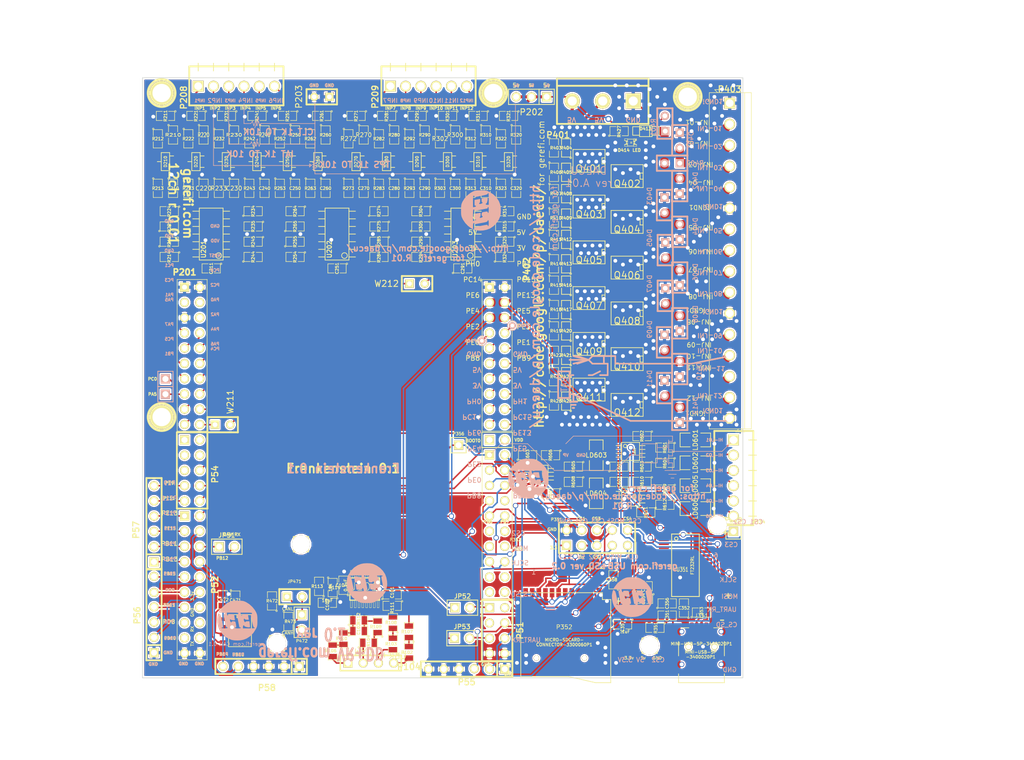
<source format=kicad_pcb>
(kicad_pcb (version 3) (host pcbnew "(2013-07-07 BZR 4022)-stable")
  (layers (15 F.Cu signal) (0 B.Cu signal) (18 B.Paste user) (19 F.Paste user) (20 B.SilkS user) (21 F.SilkS user) (22 B.Mask user) (23 F.Mask user) (28 Edge.Cuts user))
  (net 0 "")
  (net 1 /3.3V)
  (net 2 /5V)
  (net 3 /CAM)
  (net 4 /CAM+)
  (net 5 /CAM-)
  (net 6 /CANH)
  (net 7 /CANL)
  (net 8 /CAN_RX)
  (net 9 /CAN_TX)
  (net 10 /CRANK)
  (net 11 /CRK2+)
  (net 12 /CRK2-)
  (net 13 /CS1)
  (net 14 /CS2)
  (net 15 /CS3)
  (net 16 /CS4)
  (net 17 /CS_SD_MODULE)
  (net 18 /HL1)
  (net 19 /HL2)
  (net 20 /HL3)
  (net 21 /HL4)
  (net 22 /HL5)
  (net 23 /HL6)
  (net 24 /H_IN1)
  (net 25 /H_IN2)
  (net 26 /H_IN3)
  (net 27 /H_IN4)
  (net 28 /H_IN5)
  (net 29 /H_IN6)
  (net 30 /INJ-01)
  (net 31 /INJ-01_2)
  (net 32 /INJ-01_5V)
  (net 33 /INJ-02)
  (net 34 /INJ-02_5V)
  (net 35 /INJ-03)
  (net 36 /INJ-03_5V)
  (net 37 /INJ-04)
  (net 38 /INJ-04_5V)
  (net 39 /INJ-05)
  (net 40 /INJ-05_5V)
  (net 41 /INJ-06)
  (net 42 /INJ-06_5V)
  (net 43 /INJ-07)
  (net 44 /INJ-07_5V)
  (net 45 /INJ-08)
  (net 46 /INJ-08_5V)
  (net 47 /INJ-09)
  (net 48 /INJ-09_5V)
  (net 49 /INJ-10)
  (net 50 /INJ-10_5V)
  (net 51 /INJ-11)
  (net 52 /INJ-11_5V)
  (net 53 /INJ-12)
  (net 54 /INJ-12_5V)
  (net 55 /INP1)
  (net 56 /INP10)
  (net 57 /INP11)
  (net 58 /INP12)
  (net 59 /INP2)
  (net 60 /INP3)
  (net 61 /INP4)
  (net 62 /INP5)
  (net 63 /INP6)
  (net 64 /INP7)
  (net 65 /INP8)
  (net 66 /INP9)
  (net 67 /OUT1)
  (net 68 /OUT10)
  (net 69 /OUT11)
  (net 70 /OUT12)
  (net 71 /OUT2)
  (net 72 /OUT3)
  (net 73 /OUT4)
  (net 74 /OUT5)
  (net 75 /OUT6)
  (net 76 /OUT7)
  (net 77 /OUT8)
  (net 78 /OUT9)
  (net 79 /PA5)
  (net 80 /PA8)
  (net 81 /PB10)
  (net 82 /PB11)
  (net 83 /PB12)
  (net 84 /PB13)
  (net 85 /PB14)
  (net 86 /PB15)
  (net 87 /PC0)
  (net 88 /PC6)
  (net 89 /PD10)
  (net 90 /PD11)
  (net 91 /PD8)
  (net 92 /PD9)
  (net 93 /PE11)
  (net 94 /PE13)
  (net 95 /PE15)
  (net 96 /PE9)
  (net 97 /PH0)
  (net 98 /PH1)
  (net 99 /SPI_MISO)
  (net 100 /SPI_MOSI)
  (net 101 /SPI_SCK)
  (net 102 /USART_RX)
  (net 103 /USART_TX)
  (net 104 /VP)
  (net 105 F-0000107)
  (net 106 F-0000108)
  (net 107 F-0000110)
  (net 108 F-0000112)
  (net 109 F-0000115)
  (net 110 F-0000143)
  (net 111 F-0000144)
  (net 112 F-0000145)
  (net 113 F-0000146)
  (net 114 F-0000147)
  (net 115 F-0000148)
  (net 116 F-0000149)
  (net 117 F-0000150)
  (net 118 F-0000151)
  (net 119 F-0000152)
  (net 120 F-0000153)
  (net 121 F-0000154)
  (net 122 F-0000155)
  (net 123 F-0000156)
  (net 124 F-0000161)
  (net 125 F-0000162)
  (net 126 F-0000176)
  (net 127 F-0000177)
  (net 128 F-0000178)
  (net 129 F-0000179)
  (net 130 F-0000180)
  (net 131 F-0000181)
  (net 132 F-0000182)
  (net 133 F-0000183)
  (net 134 F-0000184)
  (net 135 F-0000185)
  (net 136 F-0000186)
  (net 137 F-0000187)
  (net 138 F-000020)
  (net 139 F-000021)
  (net 140 F-000023)
  (net 141 F-000024)
  (net 142 F-000025)
  (net 143 F-000026)
  (net 144 F-000027)
  (net 145 F-000028)
  (net 146 F-000056)
  (net 147 F-000057)
  (net 148 F-000058)
  (net 149 F-000059)
  (net 150 F-000060)
  (net 151 F-000061)
  (net 152 F-000062)
  (net 153 F-000063)
  (net 154 F-000064)
  (net 155 F-000065)
  (net 156 F-000066)
  (net 157 F-000067)
  (net 158 F-000068)
  (net 159 F-000069)
  (net 160 F-000070)
  (net 161 F-000071)
  (net 162 F-000072)
  (net 163 F-000073)
  (net 164 F-000074)
  (net 165 F-000075)
  (net 166 F-000076)
  (net 167 F-000077)
  (net 168 F-000078)
  (net 169 F-000079)
  (net 170 F-000080)
  (net 171 F-000081)
  (net 172 F-000082)
  (net 173 F-000083)
  (net 174 F-000084)
  (net 175 F-000085)
  (net 176 F-000086)
  (net 177 F-000087)
  (net 178 F-000088)
  (net 179 F-000089)
  (net 180 F-000090)
  (net 181 F-000091)
  (net 182 F-000093)
  (net 183 F-000094)
  (net 184 GND)
  (module pin_array_4x2 (layer F.Cu) (at 179.07 184.15 270)
    (fp_text reference P51 (at 0 -3.81 270) (layer F.SilkS) (effects (font (size 1.016 1.016) (thickness 0.2032))))
    (fp_text value CONN_4X2 hide)
    (pad 1 thru_hole rect (at -3.81 1.27 270) (size 1.524 1.524) (drill 1.016) (layers *.Cu *.Mask F.SilkS) (net 80 /PA8))
    (pad 2 thru_hole circle (at -3.81 -1.27 270) (size 1.524 1.524) (drill 1.016) (layers *.Cu *.Mask F.SilkS))
    (pad 3 thru_hole circle (at -1.27 1.27 270) (size 1.524 1.524) (drill 1.016) (layers *.Cu *.Mask F.SilkS))
    (pad 4 thru_hole circle (at -1.27 -1.27 270) (size 1.524 1.524) (drill 1.016) (layers *.Cu *.Mask F.SilkS) (net 29 /H_IN6))
    (pad 5 thru_hole circle (at 1.27 1.27 270) (size 1.524 1.524) (drill 1.016) (layers *.Cu *.Mask F.SilkS) (net 88 /PC6))
    (pad 6 thru_hole circle (at 1.27 -1.27 270) (size 1.524 1.524) (drill 1.016) (layers *.Cu *.Mask F.SilkS) (net 28 /H_IN5))
    (pad 7 thru_hole circle (at 3.81 1.27 270) (size 1.524 1.524) (drill 1.016) (layers *.Cu *.Mask F.SilkS) (net 184 GND))
    (pad 8 thru_hole circle (at 3.81 -1.27 270) (size 1.524 1.524) (drill 1.016) (layers *.Cu *.Mask F.SilkS) (net 184 GND))
  )
  (module PIN_ARRAY_5x2 (layer F.Cu) (at 128.27 157.48 270)
    (fp_text reference P54 (at 0.635 -3.81 270) (layer F.SilkS) (effects (font (size 1.016 1.016) (thickness 0.2032))))
    (fp_text value CONN_5X2 hide)
    (pad 1 thru_hole rect (at -5.08 1.27 270) (size 1.524 1.524) (drill 1.016) (layers *.Cu *.Mask F.SilkS))
    (pad 2 thru_hole circle (at -5.08 -1.27 270) (size 1.524 1.524) (drill 1.016) (layers *.Cu *.Mask F.SilkS))
    (pad 3 thru_hole circle (at -2.54 1.27 270) (size 1.524 1.524) (drill 1.016) (layers *.Cu *.Mask F.SilkS))
    (pad 4 thru_hole circle (at -2.54 -1.27 270) (size 1.524 1.524) (drill 1.016) (layers *.Cu *.Mask F.SilkS))
    (pad 5 thru_hole circle (at 0 1.27 270) (size 1.524 1.524) (drill 1.016) (layers *.Cu *.Mask F.SilkS))
    (pad 6 thru_hole circle (at 0 -1.27 270) (size 1.524 1.524) (drill 1.016) (layers *.Cu *.Mask F.SilkS) (net 26 /H_IN3))
    (pad 7 thru_hole circle (at 2.54 1.27 270) (size 1.524 1.524) (drill 1.016) (layers *.Cu *.Mask F.SilkS) (net 96 /PE9))
    (pad 8 thru_hole circle (at 2.54 -1.27 270) (size 1.524 1.524) (drill 1.016) (layers *.Cu *.Mask F.SilkS) (net 24 /H_IN1))
    (pad 9 thru_hole circle (at 5.08 1.27 270) (size 1.524 1.524) (drill 1.016) (layers *.Cu *.Mask F.SilkS) (net 93 /PE11))
    (pad 10 thru_hole circle (at 5.08 -1.27 270) (size 1.524 1.524) (drill 1.016) (layers *.Cu *.Mask F.SilkS) (net 25 /H_IN2))
  )
  (module PIN_ARRAY_2X1 (layer F.Cu) (at 179.07 152.4)
    (fp_text reference P53 hide)
    (fp_text value CONN_2 hide)
    (pad 1 thru_hole rect (at -1.27 0) (size 1.524 1.524) (drill 1.016) (layers *.Cu *.Mask F.SilkS))
    (pad 2 thru_hole circle (at 1.27 0) (size 1.524 1.524) (drill 1.016) (layers *.Cu *.Mask F.SilkS))
  )
  (module PIN_ARRAY_10X2_M (layer F.Cu) (at 128.27 176.53 270)
    (fp_text reference P52 (at 0 -3.81 270) (layer F.SilkS) (effects (font (size 1.016 1.016) (thickness 0.254))))
    (fp_text value CONN_10X2 hide)
    (pad 1 thru_hole rect (at -11.47064 1.27 270) (size 1.524 1.524) (drill 0.8128) (layers *.Cu *.Mask F.SilkS) (net 94 /PE13))
    (pad 2 thru_hole circle (at -11.47064 -1.27 270) (size 1.524 1.524) (drill 1.016) (layers *.Cu *.Mask F.SilkS) (net 27 /H_IN4))
    (pad 3 thru_hole circle (at -8.93064 1.27 270) (size 1.524 1.524) (drill 1.016) (layers *.Cu *.Mask F.SilkS) (net 95 /PE15))
    (pad 4 thru_hole circle (at -8.93064 -1.27 270) (size 1.524 1.524) (drill 1.016) (layers *.Cu *.Mask F.SilkS) (net 81 /PB10))
    (pad 5 thru_hole circle (at -6.39064 1.27 270) (size 1.524 1.524) (drill 1.016) (layers *.Cu *.Mask F.SilkS) (net 82 /PB11))
    (pad 6 thru_hole circle (at -6.39064 -1.27 270) (size 1.524 1.524) (drill 1.016) (layers *.Cu *.Mask F.SilkS) (net 83 /PB12))
    (pad 7 thru_hole circle (at -3.85064 1.27 270) (size 1.524 1.524) (drill 1.016) (layers *.Cu *.Mask F.SilkS) (net 84 /PB13))
    (pad 8 thru_hole circle (at -3.85064 -1.27 270) (size 1.524 1.524) (drill 1.016) (layers *.Cu *.Mask F.SilkS) (net 85 /PB14))
    (pad 9 thru_hole circle (at -1.31064 1.27 270) (size 1.524 1.524) (drill 1.016) (layers *.Cu *.Mask F.SilkS) (net 86 /PB15))
    (pad 10 thru_hole circle (at -1.31064 -1.27 270) (size 1.524 1.524) (drill 1.016) (layers *.Cu *.Mask F.SilkS) (net 91 /PD8))
    (pad 11 thru_hole circle (at 1.22936 1.27 270) (size 1.524 1.524) (drill 1.016) (layers *.Cu *.Mask F.SilkS) (net 92 /PD9))
    (pad 12 thru_hole circle (at 1.22936 -1.27 270) (size 1.524 1.524) (drill 1.016) (layers *.Cu *.Mask F.SilkS) (net 89 /PD10))
    (pad 13 thru_hole circle (at 3.76936 1.27 270) (size 1.524 1.524) (drill 1.016) (layers *.Cu *.Mask F.SilkS) (net 90 /PD11))
    (pad 14 thru_hole circle (at 3.76936 -1.27 270) (size 1.524 1.524) (drill 1.016) (layers *.Cu *.Mask F.SilkS))
    (pad 15 thru_hole circle (at 6.30936 1.27 270) (size 1.524 1.524) (drill 1.016) (layers *.Cu *.Mask F.SilkS))
    (pad 16 thru_hole circle (at 6.30936 -1.27 270) (size 1.524 1.524) (drill 1.016) (layers *.Cu *.Mask F.SilkS))
    (pad 17 thru_hole circle (at 8.84936 1.27 270) (size 1.524 1.524) (drill 1.016) (layers *.Cu *.Mask F.SilkS))
    (pad 18 thru_hole circle (at 8.84936 -1.27 270) (size 1.524 1.524) (drill 1.016) (layers *.Cu *.Mask F.SilkS))
    (pad 19 thru_hole circle (at 11.38936 1.27 270) (size 1.524 1.524) (drill 1.016) (layers *.Cu *.Mask F.SilkS) (net 184 GND))
    (pad 20 thru_hole circle (at 11.38936 -1.27 270) (size 1.524 1.524) (drill 1.016) (layers *.Cu *.Mask F.SilkS) (net 184 GND))
  )
  (module PIN_ARRAY-6X1 (layer F.Cu) (at 121.92 181.483 90)
    (fp_text reference P56 (at -0.127 -2.794 90) (layer F.SilkS) (effects (font (size 1.016 1.016) (thickness 0.2032))))
    (fp_text value CONN_6 hide)
    (pad 1 thru_hole rect (at -6.35 0 90) (size 1.524 1.524) (drill 1.016) (layers *.Cu *.Mask F.SilkS) (net 184 GND))
    (pad 2 thru_hole circle (at -3.81 0 90) (size 1.524 1.524) (drill 1.016) (layers *.Cu *.Mask F.SilkS) (net 89 /PD10))
    (pad 3 thru_hole circle (at -1.27 0 90) (size 1.524 1.524) (drill 1.016) (layers *.Cu *.Mask F.SilkS) (net 91 /PD8))
    (pad 4 thru_hole circle (at 1.27 0 90) (size 1.524 1.524) (drill 1.016) (layers *.Cu *.Mask F.SilkS) (net 90 /PD11))
    (pad 5 thru_hole circle (at 3.683 0 90) (size 1.524 1.524) (drill 1.016) (layers *.Cu *.Mask F.SilkS) (net 92 /PD9))
    (pad 6 thru_hole circle (at 6.35 0 90) (size 1.524 1.524) (drill 1.016) (layers *.Cu *.Mask F.SilkS) (net 86 /PB15))
  )
  (module PIN_ARRAY-6X1 (layer F.Cu) (at 121.92 166.37 90)
    (fp_text reference P57 (at -1.016 -2.9845 90) (layer F.SilkS) (effects (font (size 1.016 1.016) (thickness 0.2032))))
    (fp_text value CONN_6 hide)
    (pad 1 thru_hole rect (at -6.35 0 90) (size 1.524 1.524) (drill 1.016) (layers *.Cu *.Mask F.SilkS) (net 84 /PB13))
    (pad 2 thru_hole circle (at -3.81 0 90) (size 1.524 1.524) (drill 1.016) (layers *.Cu *.Mask F.SilkS) (net 82 /PB11))
    (pad 3 thru_hole circle (at -1.27 0 90) (size 1.524 1.524) (drill 1.016) (layers *.Cu *.Mask F.SilkS) (net 95 /PE15))
    (pad 4 thru_hole circle (at 1.27 0 90) (size 1.524 1.524) (drill 1.016) (layers *.Cu *.Mask F.SilkS) (net 94 /PE13))
    (pad 5 thru_hole circle (at 3.81 0 90) (size 1.524 1.524) (drill 1.016) (layers *.Cu *.Mask F.SilkS) (net 93 /PE11))
    (pad 6 thru_hole circle (at 6.35 0 90) (size 1.524 1.524) (drill 1.016) (layers *.Cu *.Mask F.SilkS) (net 96 /PE9))
  )
  (module PIN_ARRAY-6X1 (layer F.Cu) (at 139.764 190.119 180)
    (fp_text reference P58 (at -0.9525 -3.556 180) (layer F.SilkS) (effects (font (size 1.016 1.016) (thickness 0.2032))))
    (fp_text value CONN_6 hide)
    (pad 1 thru_hole rect (at -6.35 0 180) (size 1.524 1.524) (drill 1.016) (layers *.Cu *.Mask F.SilkS) (net 184 GND))
    (pad 2 thru_hole circle (at -3.81 0 180) (size 1.524 1.524) (drill 1.016) (layers *.Cu *.Mask F.SilkS) (net 184 GND))
    (pad 3 thru_hole circle (at -1.27 0 180) (size 1.524 1.524) (drill 1.016) (layers *.Cu *.Mask F.SilkS) (net 184 GND))
    (pad 4 thru_hole circle (at 1.27 0 180) (size 1.524 1.524) (drill 1.016) (layers *.Cu *.Mask F.SilkS) (net 184 GND))
    (pad 5 thru_hole circle (at 3.81 0 180) (size 1.524 1.524) (drill 1.016) (layers *.Cu *.Mask F.SilkS) (net 81 /PB10))
    (pad 6 thru_hole circle (at 6.35 0 180) (size 1.524 1.524) (drill 1.016) (layers *.Cu *.Mask F.SilkS) (net 85 /PB14))
  )
  (module PIN_ARRAY_2_A (layer F.Cu) (at 173.292 180.34)
    (fp_text reference JP52 (at 0 -1.905) (layer F.SilkS) (effects (font (size 0.762 0.762) (thickness 0.1524))))
    (fp_text value JUMPER hide)
    (pad 1 thru_hole rect (at -1.27 0) (size 1.524 1.524) (drill 1.016) (layers *.Cu *.Mask F.SilkS) (net 10 /CRANK))
    (pad 2 thru_hole circle (at 1.27 0) (size 1.524 1.524) (drill 1.016) (layers *.Cu *.Mask F.SilkS) (net 80 /PA8))
  )
  (module PIN_ARRAY_2_A (layer F.Cu) (at 173.228 185.42)
    (fp_text reference JP53 (at 0 -1.905) (layer F.SilkS) (effects (font (size 0.762 0.762) (thickness 0.1524))))
    (fp_text value JUMPER hide)
    (pad 1 thru_hole rect (at -1.27 0) (size 1.524 1.524) (drill 1.016) (layers *.Cu *.Mask F.SilkS) (net 3 /CAM))
    (pad 2 thru_hole circle (at 1.27 0) (size 1.524 1.524) (drill 1.016) (layers *.Cu *.Mask F.SilkS) (net 88 /PC6))
  )
  (module PIN_ARRAY_2_A (layer F.Cu) (at 134.048 170.18)
    (fp_text reference JP51 (at 0 -1.905) (layer F.SilkS) (effects (font (size 0.762 0.762) (thickness 0.1524))))
    (fp_text value JUMPER hide)
    (pad 1 thru_hole rect (at -1.27 0) (size 1.524 1.524) (drill 1.016) (layers *.Cu *.Mask F.SilkS) (net 83 /PB12))
    (pad 2 thru_hole circle (at 1.27 0) (size 1.524 1.524) (drill 1.016) (layers *.Cu *.Mask F.SilkS) (net 8 /CAN_RX))
  )
  (module PIN_ARRAY-6X1 (layer F.Cu) (at 173.99 190.564 180)
    (fp_text reference P55 (at 0 -2.159 180) (layer F.SilkS) (effects (font (size 1.016 1.016) (thickness 0.2032))))
    (fp_text value CONN_6 hide)
    (pad 1 thru_hole rect (at -6.35 0 180) (size 1.524 1.524) (drill 1.016) (layers *.Cu *.Mask F.SilkS) (net 184 GND))
    (pad 2 thru_hole circle (at -3.81 0 180) (size 1.524 1.524) (drill 1.016) (layers *.Cu *.Mask F.SilkS) (net 28 /H_IN5))
    (pad 3 thru_hole circle (at -1.27 0.0635 180) (size 1.524 1.524) (drill 1.016) (layers *.Cu *.Mask F.SilkS) (net 29 /H_IN6))
    (pad 4 thru_hole circle (at 1.27 0 180) (size 1.524 1.524) (drill 1.016) (layers *.Cu *.Mask F.SilkS) (net 184 GND))
    (pad 5 thru_hole circle (at 3.81 0 180) (size 1.524 1.524) (drill 1.016) (layers *.Cu *.Mask F.SilkS) (net 184 GND))
    (pad 6 thru_hole circle (at 6.35 0 180) (size 1.524 1.524) (drill 1.016) (layers *.Cu *.Mask F.SilkS) (net 184 GND))
  )
  (module PIN_ARRAY_1 (layer F.Cu) (at 218.44 167.64)
    (fp_text reference P610 (at 0 -1.905) (layer F.SilkS) (effects (font (size 0.762 0.762) (thickness 0.1524))))
    (fp_text value CONN_1 hide)
    (pad 1 thru_hole rect (at 0 0) (size 1.524 1.524) (drill 1.016) (layers *.Cu *.Mask F.SilkS) (net 104 /VP))
  )
  (module SM0805 (layer F.Cu) (at 161.586 178.126)
    (fp_text reference C101 (at 0 -0.3175 90) (layer F.SilkS) (effects (font (size 0.50038 0.50038) (thickness 0.10922))))
    (fp_text value 1000pF hide)
    (pad 1 smd rect (at -0.9525 0) (size 0.889 1.397) (layers F.Cu F.Paste F.Mask) (net 142 F-000025))
    (pad 2 smd rect (at 0.9525 0) (size 0.889 1.397) (layers F.Cu F.Paste F.Mask) (net 143 F-000026))
  )
  (module SM0805 (layer F.Cu) (at 155.998 184.222)
    (fp_text reference C102 (at 0 -0.3175 90) (layer F.SilkS) (effects (font (size 0.50038 0.50038) (thickness 0.10922))))
    (fp_text value 1000pF hide)
    (pad 1 smd rect (at -0.9525 0) (size 0.889 1.397) (layers F.Cu F.Paste F.Mask) (net 144 F-000027))
    (pad 2 smd rect (at 0.9525 0) (size 0.889 1.397) (layers F.Cu F.Paste F.Mask) (net 145 F-000028))
  )
  (module SM0805 (layer F.Cu) (at 153.458 176.602 90)
    (fp_text reference C104 (at 0 -0.3175 180) (layer F.SilkS) (effects (font (size 0.50038 0.50038) (thickness 0.10922))))
    (fp_text value 0.1uF (at 0 0.381 90) (layer F.SilkS) (effects (font (size 0.50038 0.50038) (thickness 0.10922))))
    (pad 1 smd rect (at -0.9525 0 90) (size 0.889 1.397) (layers F.Cu F.Paste F.Mask) (net 2 /5V))
    (pad 2 smd rect (at 0.9525 0 90) (size 0.889 1.397) (layers F.Cu F.Paste F.Mask) (net 184 GND))
  )
  (module SM0805 (layer F.Cu) (at 164.38 187.778 90)
    (fp_text reference R102 (at 0 -0.3175 180) (layer F.SilkS) (effects (font (size 0.50038 0.50038) (thickness 0.10922))))
    (fp_text value 5k hide)
    (pad 1 smd rect (at -0.9525 0 90) (size 0.889 1.397) (layers F.Cu F.Paste F.Mask) (net 11 /CRK2+))
    (pad 2 smd rect (at 0.9525 0 90) (size 0.889 1.397) (layers F.Cu F.Paste F.Mask) (net 138 F-000020))
  )
  (module SM0805 (layer F.Cu) (at 161.713 186.381 90)
    (fp_text reference R103 (at 0 -0.3175 180) (layer F.SilkS) (effects (font (size 0.50038 0.50038) (thickness 0.10922))))
    (fp_text value 5k hide)
    (pad 1 smd rect (at -0.9525 0 90) (size 0.889 1.397) (layers F.Cu F.Paste F.Mask) (net 12 /CRK2-))
    (pad 2 smd rect (at 0.9525 0 90) (size 0.889 1.397) (layers F.Cu F.Paste F.Mask) (net 141 F-000024))
  )
  (module SM0805 (layer F.Cu) (at 157.649 186.191)
    (fp_text reference R104 (at 0 -0.3175 90) (layer F.SilkS) (effects (font (size 0.50038 0.50038) (thickness 0.10922))))
    (fp_text value 5k hide)
    (pad 1 smd rect (at -0.9525 0) (size 0.889 1.397) (layers F.Cu F.Paste F.Mask) (net 5 /CAM-))
    (pad 2 smd rect (at 0.9525 0) (size 0.889 1.397) (layers F.Cu F.Paste F.Mask) (net 139 F-000021))
  )
  (module SM0805 (layer F.Cu) (at 151.68 187.524 90)
    (fp_text reference R106 (at 0 -0.3175 180) (layer F.SilkS) (effects (font (size 0.50038 0.50038) (thickness 0.10922))))
    (fp_text value 5k hide)
    (pad 1 smd rect (at -0.9525 0 90) (size 0.889 1.397) (layers F.Cu F.Paste F.Mask) (net 4 /CAM+))
    (pad 2 smd rect (at 0.9525 0 90) (size 0.889 1.397) (layers F.Cu F.Paste F.Mask) (net 140 F-000023))
  )
  (module SM0805 (layer F.Cu) (at 164.38 184.349 90)
    (fp_text reference R107 (at 0 -0.3175 180) (layer F.SilkS) (effects (font (size 0.50038 0.50038) (thickness 0.10922))))
    (fp_text value 5k hide)
    (pad 1 smd rect (at -0.9525 0 90) (size 0.889 1.397) (layers F.Cu F.Paste F.Mask) (net 138 F-000020))
    (pad 2 smd rect (at 0.9525 0 90) (size 0.889 1.397) (layers F.Cu F.Paste F.Mask) (net 143 F-000026))
  )
  (module SM0805 (layer F.Cu) (at 161.713 182.825 90)
    (fp_text reference R108 (at 0 -0.3175 180) (layer F.SilkS) (effects (font (size 0.50038 0.50038) (thickness 0.10922))))
    (fp_text value 5k hide)
    (pad 1 smd rect (at -0.9525 0 90) (size 0.889 1.397) (layers F.Cu F.Paste F.Mask) (net 141 F-000024))
    (pad 2 smd rect (at 0.9525 0 90) (size 0.889 1.397) (layers F.Cu F.Paste F.Mask) (net 142 F-000025))
  )
  (module SM0805 (layer F.Cu) (at 159.173 183.524 90)
    (fp_text reference R109 (at 0 -0.3175 180) (layer F.SilkS) (effects (font (size 0.50038 0.50038) (thickness 0.10922))))
    (fp_text value 5k hide)
    (pad 1 smd rect (at -0.9525 0 90) (size 0.889 1.397) (layers F.Cu F.Paste F.Mask) (net 139 F-000021))
    (pad 2 smd rect (at 0.9525 0 90) (size 0.889 1.397) (layers F.Cu F.Paste F.Mask) (net 145 F-000028))
  )
  (module SM0805 (layer F.Cu) (at 153.458 185.492 90)
    (fp_text reference R110 (at 0 -0.3175 180) (layer F.SilkS) (effects (font (size 0.50038 0.50038) (thickness 0.10922))))
    (fp_text value 5k hide)
    (pad 1 smd rect (at -0.9525 0 90) (size 0.889 1.397) (layers F.Cu F.Paste F.Mask) (net 140 F-000023))
    (pad 2 smd rect (at 0.9525 0 90) (size 0.889 1.397) (layers F.Cu F.Paste F.Mask) (net 144 F-000027))
  )
  (module SM0805 (layer F.Cu) (at 161.586 180.031 180)
    (fp_text reference R111 (at 0 -0.3175 270) (layer F.SilkS) (effects (font (size 0.50038 0.50038) (thickness 0.10922))))
    (fp_text value 5k hide)
    (pad 1 smd rect (at -0.9525 0 180) (size 0.889 1.397) (layers F.Cu F.Paste F.Mask) (net 142 F-000025))
    (pad 2 smd rect (at 0.9525 0 180) (size 0.889 1.397) (layers F.Cu F.Paste F.Mask) (net 143 F-000026))
  )
  (module SM0805 (layer F.Cu) (at 155.998 182.444)
    (fp_text reference R112 (at 0 -0.3175 90) (layer F.SilkS) (effects (font (size 0.50038 0.50038) (thickness 0.10922))))
    (fp_text value 5k hide)
    (pad 1 smd rect (at -0.9525 0) (size 0.889 1.397) (layers F.Cu F.Paste F.Mask) (net 144 F-000027))
    (pad 2 smd rect (at 0.9525 0) (size 0.889 1.397) (layers F.Cu F.Paste F.Mask) (net 145 F-000028))
  )
  (module SM0805 (layer F.Cu) (at 149.416 176.784 90)
    (fp_text reference R113 (at 0 -0.3175 180) (layer F.SilkS) (effects (font (size 0.50038 0.50038) (thickness 0.10922))))
    (fp_text value 10k hide)
    (pad 1 smd rect (at -0.9525 0 90) (size 0.889 1.397) (layers F.Cu F.Paste F.Mask) (net 2 /5V))
    (pad 2 smd rect (at 0.9525 0 90) (size 0.889 1.397) (layers F.Cu F.Paste F.Mask) (net 10 /CRANK))
  )
  (module SM0805 (layer F.Cu) (at 151.68 176.983 270)
    (fp_text reference R114 (at 0 -0.3175 360) (layer F.SilkS) (effects (font (size 0.50038 0.50038) (thickness 0.10922))))
    (fp_text value 10k (at 0 0.381 270) (layer F.SilkS) (effects (font (size 0.50038 0.50038) (thickness 0.10922))))
    (pad 1 smd rect (at -0.9525 0 270) (size 0.889 1.397) (layers F.Cu F.Paste F.Mask) (net 3 /CAM))
    (pad 2 smd rect (at 0.9525 0 270) (size 0.889 1.397) (layers F.Cu F.Paste F.Mask) (net 2 /5V))
  )
  (module maxim-10-QSOP16 (layer F.Cu) (at 157.014 177.237 180)
    (fp_text reference U101 (at 0.254 0.381 180) (layer F.SilkS) (effects (font (size 1.27 1.27) (thickness 0.0889))))
    (fp_text value MAX9926/9927 hide)
    (pad 1 smd rect (at -2.2225 2.68986 180) (size 0.44958 1.4986) (layers F.Cu F.Paste F.Mask) (net 184 GND))
    (pad 2 smd rect (at -1.5875 2.68986 180) (size 0.44958 1.4986) (layers F.Cu F.Paste F.Mask))
    (pad 3 smd rect (at -0.9525 2.68986 180) (size 0.44958 1.4986) (layers F.Cu F.Paste F.Mask) (net 184 GND))
    (pad 4 smd rect (at -0.3175 2.68986 180) (size 0.44958 1.4986) (layers F.Cu F.Paste F.Mask) (net 10 /CRANK))
    (pad 5 smd rect (at 0.3175 2.68986 180) (size 0.44958 1.4986) (layers F.Cu F.Paste F.Mask) (net 3 /CAM))
    (pad 6 smd rect (at 0.9525 2.68986 180) (size 0.44958 1.4986) (layers F.Cu F.Paste F.Mask) (net 184 GND))
    (pad 7 smd rect (at 1.5875 2.68986 180) (size 0.44958 1.4986) (layers F.Cu F.Paste F.Mask))
    (pad 8 smd rect (at 2.2225 2.68986 180) (size 0.44958 1.4986) (layers F.Cu F.Paste F.Mask) (net 184 GND))
    (pad 9 smd rect (at 2.2225 -2.68986 180) (size 0.44958 1.4986) (layers F.Cu F.Paste F.Mask) (net 144 F-000027))
    (pad 10 smd rect (at 1.5875 -2.68986 180) (size 0.44958 1.4986) (layers F.Cu F.Paste F.Mask) (net 145 F-000028))
    (pad 11 smd rect (at 0.9525 -2.68986 180) (size 0.44958 1.4986) (layers F.Cu F.Paste F.Mask) (net 184 GND))
    (pad 12 smd rect (at 0.3175 -2.68986 180) (size 0.44958 1.4986) (layers F.Cu F.Paste F.Mask) (net 184 GND))
    (pad 13 smd rect (at -0.3175 -2.68986 180) (size 0.44958 1.4986) (layers F.Cu F.Paste F.Mask) (net 184 GND))
    (pad 14 smd rect (at -0.9525 -2.68986 180) (size 0.44958 1.4986) (layers F.Cu F.Paste F.Mask) (net 2 /5V))
    (pad 15 smd rect (at -1.5875 -2.68986 180) (size 0.44958 1.4986) (layers F.Cu F.Paste F.Mask) (net 142 F-000025))
    (pad 16 smd rect (at -2.2225 -2.68986 180) (size 0.44958 1.4986) (layers F.Cu F.Paste F.Mask) (net 143 F-000026))
  )
  (module PIN_ARRAY_4x1 (layer F.Cu) (at 158.03 189.556)
    (fp_text reference P104 (at 6.35 0.635) (layer F.SilkS) (effects (font (size 1.016 1.016) (thickness 0.2032))))
    (fp_text value CONN_4 hide)
    (pad 1 thru_hole rect (at -3.81 0) (size 1.524 1.524) (drill 1.016) (layers *.Cu *.Mask F.SilkS) (net 4 /CAM+))
    (pad 2 thru_hole circle (at -1.27 0) (size 1.524 1.524) (drill 1.016) (layers *.Cu *.Mask F.SilkS) (net 5 /CAM-))
    (pad 3 thru_hole circle (at 1.27 0) (size 1.524 1.524) (drill 1.016) (layers *.Cu *.Mask F.SilkS) (net 12 /CRK2-))
    (pad 4 thru_hole circle (at 3.81 0) (size 1.524 1.524) (drill 1.016) (layers *.Cu *.Mask F.SilkS) (net 11 /CRK2+))
  )
  (module SM0805 (layer F.Cu) (at 150.791 179.523 180)
    (fp_text reference C103 (at 0 -0.3175 270) (layer F.SilkS) (effects (font (size 0.50038 0.50038) (thickness 0.10922))))
    (fp_text value 10uF (at 0 0.381 180) (layer F.SilkS) (effects (font (size 0.50038 0.50038) (thickness 0.10922))))
    (pad 1 smd rect (at -0.9525 0 180) (size 0.889 1.397) (layers F.Cu F.Paste F.Mask) (net 184 GND))
    (pad 2 smd rect (at 0.9525 0 180) (size 0.889 1.397) (layers F.Cu F.Paste F.Mask) (net 2 /5V))
  )
  (module LOGO_F (layer B.Cu) (at 157.39525 176.22125 180)
    (fp_text reference G101 hide)
    (fp_text value LOGO hide)
  )
  (module PIN_ARRAY_3X1 (layer F.Cu) (at 184.785 95.25 180)
    (fp_text reference P202 (at 0 -2.54 180) (layer F.SilkS) (effects (font (size 1.016 1.016) (thickness 0.1524))))
    (fp_text value CONN_3 hide)
    (pad 1 thru_hole rect (at -2.54 0 180) (size 1.524 1.524) (drill 1.016) (layers *.Cu *.Mask F.SilkS) (net 2 /5V))
    (pad 2 thru_hole circle (at 0 0 180) (size 1.524 1.524) (drill 1.016) (layers *.Cu *.Mask F.SilkS) (net 2 /5V))
    (pad 3 thru_hole circle (at 2.54 0 180) (size 1.524 1.524) (drill 1.016) (layers *.Cu *.Mask F.SilkS) (net 2 /5V))
  )
  (module sot23 (layer F.Cu) (at 133.985 106.045 90)
    (fp_text reference D230 (at 0 0 90) (layer F.SilkS) (effects (font (size 0.50038 0.50038) (thickness 0.09906))))
    (fp_text value DOUBLE_SCHOTTKY hide)
    (pad 1 smd rect (at -0.9525 1.05664 90) (size 0.59944 1.00076) (layers F.Cu F.Paste F.Mask) (net 184 GND))
    (pad 2 smd rect (at 0 -1.05664 90) (size 0.59944 1.00076) (layers F.Cu F.Paste F.Mask) (net 182 F-000093))
    (pad 3 smd rect (at 0.9525 1.05664 90) (size 0.59944 1.00076) (layers F.Cu F.Paste F.Mask) (net 2 /5V))
  )
  (module sot23 (layer F.Cu) (at 170.815 106.045 90)
    (fp_text reference D300 (at 0 0 90) (layer F.SilkS) (effects (font (size 0.50038 0.50038) (thickness 0.09906))))
    (fp_text value DOUBLE_SCHOTTKY hide)
    (pad 1 smd rect (at -0.9525 1.05664 90) (size 0.59944 1.00076) (layers F.Cu F.Paste F.Mask) (net 184 GND))
    (pad 2 smd rect (at 0 -1.05664 90) (size 0.59944 1.00076) (layers F.Cu F.Paste F.Mask) (net 151 F-000061))
    (pad 3 smd rect (at 0.9525 1.05664 90) (size 0.59944 1.00076) (layers F.Cu F.Paste F.Mask) (net 2 /5V))
  )
  (module sot23 (layer F.Cu) (at 165.735 106.045 90)
    (fp_text reference D290 (at 0 0 90) (layer F.SilkS) (effects (font (size 0.50038 0.50038) (thickness 0.09906))))
    (fp_text value DOUBLE_SCHOTTKY hide)
    (pad 1 smd rect (at -0.9525 1.05664 90) (size 0.59944 1.00076) (layers F.Cu F.Paste F.Mask) (net 184 GND))
    (pad 2 smd rect (at 0 -1.05664 90) (size 0.59944 1.00076) (layers F.Cu F.Paste F.Mask) (net 152 F-000062))
    (pad 3 smd rect (at 0.9525 1.05664 90) (size 0.59944 1.00076) (layers F.Cu F.Paste F.Mask) (net 2 /5V))
  )
  (module sot23 (layer F.Cu) (at 128.905 106.045 90)
    (fp_text reference D220 (at 0 0 90) (layer F.SilkS) (effects (font (size 0.50038 0.50038) (thickness 0.09906))))
    (fp_text value DOUBLE_SCHOTTKY hide)
    (pad 1 smd rect (at -0.9525 1.05664 90) (size 0.59944 1.00076) (layers F.Cu F.Paste F.Mask) (net 184 GND))
    (pad 2 smd rect (at 0 -1.05664 90) (size 0.59944 1.00076) (layers F.Cu F.Paste F.Mask) (net 177 F-000087))
    (pad 3 smd rect (at 0.9525 1.05664 90) (size 0.59944 1.00076) (layers F.Cu F.Paste F.Mask) (net 2 /5V))
  )
  (module sot23 (layer F.Cu) (at 139.065 106.045 90)
    (fp_text reference D240 (at 0 0 90) (layer F.SilkS) (effects (font (size 0.50038 0.50038) (thickness 0.09906))))
    (fp_text value DOUBLE_SCHOTTKY hide)
    (pad 1 smd rect (at -0.9525 1.05664 90) (size 0.59944 1.00076) (layers F.Cu F.Paste F.Mask) (net 184 GND))
    (pad 2 smd rect (at 0 -1.05664 90) (size 0.59944 1.00076) (layers F.Cu F.Paste F.Mask) (net 181 F-000091))
    (pad 3 smd rect (at 0.9525 1.05664 90) (size 0.59944 1.00076) (layers F.Cu F.Paste F.Mask) (net 2 /5V))
  )
  (module sot23 (layer F.Cu) (at 123.825 106.045 90)
    (fp_text reference D210 (at 0 0 90) (layer F.SilkS) (effects (font (size 0.50038 0.50038) (thickness 0.09906))))
    (fp_text value DOUBLE_SCHOTTKY hide)
    (pad 1 smd rect (at -0.9525 1.05664 90) (size 0.59944 1.00076) (layers F.Cu F.Paste F.Mask) (net 184 GND))
    (pad 2 smd rect (at 0 -1.05664 90) (size 0.59944 1.00076) (layers F.Cu F.Paste F.Mask) (net 168 F-000078))
    (pad 3 smd rect (at 0.9525 1.05664 90) (size 0.59944 1.00076) (layers F.Cu F.Paste F.Mask) (net 2 /5V))
  )
  (module sot23 (layer F.Cu) (at 149.225 106.045 90)
    (fp_text reference D260 (at 0 0 90) (layer F.SilkS) (effects (font (size 0.50038 0.50038) (thickness 0.09906))))
    (fp_text value DOUBLE_SCHOTTKY hide)
    (pad 1 smd rect (at -0.9525 1.05664 90) (size 0.59944 1.00076) (layers F.Cu F.Paste F.Mask) (net 184 GND))
    (pad 2 smd rect (at 0 -1.05664 90) (size 0.59944 1.00076) (layers F.Cu F.Paste F.Mask) (net 163 F-000073))
    (pad 3 smd rect (at 0.9525 1.05664 90) (size 0.59944 1.00076) (layers F.Cu F.Paste F.Mask) (net 2 /5V))
  )
  (module sot23 (layer F.Cu) (at 144.145 106.045 90)
    (fp_text reference D250 (at 0 0 90) (layer F.SilkS) (effects (font (size 0.50038 0.50038) (thickness 0.09906))))
    (fp_text value DOUBLE_SCHOTTKY hide)
    (pad 1 smd rect (at -0.9525 1.05664 90) (size 0.59944 1.00076) (layers F.Cu F.Paste F.Mask) (net 184 GND))
    (pad 2 smd rect (at 0 -1.05664 90) (size 0.59944 1.00076) (layers F.Cu F.Paste F.Mask) (net 156 F-000066))
    (pad 3 smd rect (at 0.9525 1.05664 90) (size 0.59944 1.00076) (layers F.Cu F.Paste F.Mask) (net 2 /5V))
  )
  (module sot23 (layer F.Cu) (at 160.655 106.045 90)
    (fp_text reference D280 (at 0 0 90) (layer F.SilkS) (effects (font (size 0.50038 0.50038) (thickness 0.09906))))
    (fp_text value DOUBLE_SCHOTTKY hide)
    (pad 1 smd rect (at -0.9525 1.05664 90) (size 0.59944 1.00076) (layers F.Cu F.Paste F.Mask) (net 184 GND))
    (pad 2 smd rect (at 0 -1.05664 90) (size 0.59944 1.00076) (layers F.Cu F.Paste F.Mask) (net 146 F-000056))
    (pad 3 smd rect (at 0.9525 1.05664 90) (size 0.59944 1.00076) (layers F.Cu F.Paste F.Mask) (net 2 /5V))
  )
  (module sot23 (layer F.Cu) (at 155.575 106.045 90)
    (fp_text reference D270 (at 0 0 90) (layer F.SilkS) (effects (font (size 0.50038 0.50038) (thickness 0.09906))))
    (fp_text value DOUBLE_SCHOTTKY hide)
    (pad 1 smd rect (at -0.9525 1.05664 90) (size 0.59944 1.00076) (layers F.Cu F.Paste F.Mask) (net 184 GND))
    (pad 2 smd rect (at 0 -1.05664 90) (size 0.59944 1.00076) (layers F.Cu F.Paste F.Mask) (net 149 F-000059))
    (pad 3 smd rect (at 0.9525 1.05664 90) (size 0.59944 1.00076) (layers F.Cu F.Paste F.Mask) (net 2 /5V))
  )
  (module so-14 (layer F.Cu) (at 131.445 118.11 90)
    (fp_text reference U201 (at -2.54 -1.27 90) (layer F.SilkS) (effects (font (size 0.7493 0.7493) (thickness 0.14986))))
    (fp_text value LMV324IDR hide)
    (pad 1 smd rect (at -3.81 2.794 90) (size 0.635 1.27) (layers F.Cu F.Paste F.Mask) (net 150 F-000060))
    (pad 2 smd rect (at -2.54 2.794 90) (size 0.635 1.27) (layers F.Cu F.Paste F.Mask) (net 150 F-000060))
    (pad 3 smd rect (at -1.27 2.794 90) (size 0.635 1.27) (layers F.Cu F.Paste F.Mask) (net 172 F-000082))
    (pad 4 smd rect (at 0 2.794 90) (size 0.635 1.27) (layers F.Cu F.Paste F.Mask) (net 2 /5V))
    (pad 5 smd rect (at 1.27 2.794 90) (size 0.635 1.27) (layers F.Cu F.Paste F.Mask) (net 173 F-000083))
    (pad 6 smd rect (at 2.54 2.794 90) (size 0.635 1.27) (layers F.Cu F.Paste F.Mask) (net 183 F-000094))
    (pad 7 smd rect (at 3.81 2.794 90) (size 0.635 1.27) (layers F.Cu F.Paste F.Mask) (net 183 F-000094))
    (pad 8 smd rect (at 3.81 -2.794 90) (size 0.635 1.27) (layers F.Cu F.Paste F.Mask) (net 148 F-000058))
    (pad 9 smd rect (at 2.54 -2.794 90) (size 0.635 1.27) (layers F.Cu F.Paste F.Mask) (net 148 F-000058))
    (pad 10 smd rect (at 1.27 -2.794 90) (size 0.635 1.27) (layers F.Cu F.Paste F.Mask) (net 176 F-000086))
    (pad 11 smd rect (at 0 -2.794 90) (size 0.635 1.27) (layers F.Cu F.Paste F.Mask) (net 184 GND))
    (pad 12 smd rect (at -1.27 -2.794 90) (size 0.635 1.27) (layers F.Cu F.Paste F.Mask) (net 178 F-000088))
    (pad 13 smd rect (at -2.54 -2.794 90) (size 0.635 1.27) (layers F.Cu F.Paste F.Mask) (net 147 F-000057))
    (pad 14 smd rect (at -3.81 -2.794 90) (size 0.635 1.27) (layers F.Cu F.Paste F.Mask) (net 147 F-000057))
  )
  (module so-14 (layer F.Cu) (at 152.4 118.11 90)
    (fp_text reference U202 (at -2.54 -1.27 90) (layer F.SilkS) (effects (font (size 0.7493 0.7493) (thickness 0.14986))))
    (fp_text value LMV324IDR hide)
    (pad 1 smd rect (at -3.81 2.794 90) (size 0.635 1.27) (layers F.Cu F.Paste F.Mask) (net 180 F-000090))
    (pad 2 smd rect (at -2.54 2.794 90) (size 0.635 1.27) (layers F.Cu F.Paste F.Mask) (net 180 F-000090))
    (pad 3 smd rect (at -1.27 2.794 90) (size 0.635 1.27) (layers F.Cu F.Paste F.Mask) (net 175 F-000085))
    (pad 4 smd rect (at 0 2.794 90) (size 0.635 1.27) (layers F.Cu F.Paste F.Mask) (net 2 /5V))
    (pad 5 smd rect (at 1.27 2.794 90) (size 0.635 1.27) (layers F.Cu F.Paste F.Mask) (net 174 F-000084))
    (pad 6 smd rect (at 2.54 2.794 90) (size 0.635 1.27) (layers F.Cu F.Paste F.Mask) (net 170 F-000080))
    (pad 7 smd rect (at 3.81 2.794 90) (size 0.635 1.27) (layers F.Cu F.Paste F.Mask) (net 170 F-000080))
    (pad 8 smd rect (at 3.81 -2.794 90) (size 0.635 1.27) (layers F.Cu F.Paste F.Mask) (net 171 F-000081))
    (pad 9 smd rect (at 2.54 -2.794 90) (size 0.635 1.27) (layers F.Cu F.Paste F.Mask) (net 171 F-000081))
    (pad 10 smd rect (at 1.27 -2.794 90) (size 0.635 1.27) (layers F.Cu F.Paste F.Mask) (net 179 F-000089))
    (pad 11 smd rect (at 0 -2.794 90) (size 0.635 1.27) (layers F.Cu F.Paste F.Mask) (net 184 GND))
    (pad 12 smd rect (at -1.27 -2.794 90) (size 0.635 1.27) (layers F.Cu F.Paste F.Mask) (net 167 F-000077))
    (pad 13 smd rect (at -2.54 -2.794 90) (size 0.635 1.27) (layers F.Cu F.Paste F.Mask) (net 169 F-000079))
    (pad 14 smd rect (at -3.81 -2.794 90) (size 0.635 1.27) (layers F.Cu F.Paste F.Mask) (net 169 F-000079))
  )
  (module so-14 (layer F.Cu) (at 173.355 118.11 90)
    (fp_text reference U203 (at -2.54 -1.27 90) (layer F.SilkS) (effects (font (size 0.7493 0.7493) (thickness 0.14986))))
    (fp_text value LMV324IDR hide)
    (pad 1 smd rect (at -3.81 2.794 90) (size 0.635 1.27) (layers F.Cu F.Paste F.Mask) (net 159 F-000069))
    (pad 2 smd rect (at -2.54 2.794 90) (size 0.635 1.27) (layers F.Cu F.Paste F.Mask) (net 159 F-000069))
    (pad 3 smd rect (at -1.27 2.794 90) (size 0.635 1.27) (layers F.Cu F.Paste F.Mask) (net 161 F-000071))
    (pad 4 smd rect (at 0 2.794 90) (size 0.635 1.27) (layers F.Cu F.Paste F.Mask) (net 2 /5V))
    (pad 5 smd rect (at 1.27 2.794 90) (size 0.635 1.27) (layers F.Cu F.Paste F.Mask) (net 160 F-000070))
    (pad 6 smd rect (at 2.54 2.794 90) (size 0.635 1.27) (layers F.Cu F.Paste F.Mask) (net 158 F-000068))
    (pad 7 smd rect (at 3.81 2.794 90) (size 0.635 1.27) (layers F.Cu F.Paste F.Mask) (net 158 F-000068))
    (pad 8 smd rect (at 3.81 -2.794 90) (size 0.635 1.27) (layers F.Cu F.Paste F.Mask) (net 153 F-000063))
    (pad 9 smd rect (at 2.54 -2.794 90) (size 0.635 1.27) (layers F.Cu F.Paste F.Mask) (net 153 F-000063))
    (pad 10 smd rect (at 1.27 -2.794 90) (size 0.635 1.27) (layers F.Cu F.Paste F.Mask) (net 157 F-000067))
    (pad 11 smd rect (at 0 -2.794 90) (size 0.635 1.27) (layers F.Cu F.Paste F.Mask) (net 184 GND))
    (pad 12 smd rect (at -1.27 -2.794 90) (size 0.635 1.27) (layers F.Cu F.Paste F.Mask) (net 155 F-000065))
    (pad 13 smd rect (at -2.54 -2.794 90) (size 0.635 1.27) (layers F.Cu F.Paste F.Mask) (net 154 F-000064))
    (pad 14 smd rect (at -3.81 -2.794 90) (size 0.635 1.27) (layers F.Cu F.Paste F.Mask) (net 154 F-000064))
  )
  (module sot23 (layer F.Cu) (at 175.895 106.045 90)
    (fp_text reference D310 (at 0 0 90) (layer F.SilkS) (effects (font (size 0.50038 0.50038) (thickness 0.09906))))
    (fp_text value DOUBLE_SCHOTTKY hide)
    (pad 1 smd rect (at -0.9525 1.05664 90) (size 0.59944 1.00076) (layers F.Cu F.Paste F.Mask) (net 184 GND))
    (pad 2 smd rect (at 0 -1.05664 90) (size 0.59944 1.00076) (layers F.Cu F.Paste F.Mask) (net 164 F-000074))
    (pad 3 smd rect (at 0.9525 1.05664 90) (size 0.59944 1.00076) (layers F.Cu F.Paste F.Mask) (net 2 /5V))
  )
  (module sot23 (layer F.Cu) (at 180.975 106.045 90)
    (fp_text reference D320 (at 0 0 90) (layer F.SilkS) (effects (font (size 0.50038 0.50038) (thickness 0.09906))))
    (fp_text value DOUBLE_SCHOTTKY hide)
    (pad 1 smd rect (at -0.9525 1.05664 90) (size 0.59944 1.00076) (layers F.Cu F.Paste F.Mask) (net 184 GND))
    (pad 2 smd rect (at 0 -1.05664 90) (size 0.59944 1.00076) (layers F.Cu F.Paste F.Mask) (net 162 F-000072))
    (pad 3 smd rect (at 0.9525 1.05664 90) (size 0.59944 1.00076) (layers F.Cu F.Paste F.Mask) (net 2 /5V))
  )
  (module PIN_ARRAY_1 (layer B.Cu) (at 123.825 144.78)
    (fp_text reference P204 hide)
    (fp_text value CONN_1 hide)
    (pad 1 thru_hole rect (at 0 0) (size 1.524 1.524) (drill 1.016) (layers *.Cu *.Mask B.SilkS) (net 79 /PA5))
  )
  (module PIN_ARRAY_1 (layer B.Cu) (at 123.825 142.24 180)
    (fp_text reference P205 hide)
    (fp_text value CONN_1 hide)
    (pad 1 thru_hole rect (at 0 0 180) (size 1.524 1.524) (drill 1.016) (layers *.Cu *.Mask B.SilkS) (net 87 /PC0))
  )
  (module SIL-2 (layer F.Cu) (at 149.86 95.25 180)
    (fp_text reference P203 (at 3.81 0 270) (layer F.SilkS) (effects (font (size 1.016 1.016) (thickness 0.1524))))
    (fp_text value CONN_2 hide)
    (pad 1 thru_hole rect (at -1.27 0 180) (size 1.397 1.397) (drill 0.8128) (layers *.Cu *.Mask F.SilkS) (net 184 GND))
    (pad 2 thru_hole circle (at 1.27 0 180) (size 1.397 1.397) (drill 0.8128) (layers *.Cu *.Mask F.SilkS) (net 184 GND))
  )
  (module SIL-2 (layer F.Cu) (at 165.735 126.365)
    (fp_text reference W212 (at -5.08 0) (layer F.SilkS) (effects (font (size 1.016 1.016) (thickness 0.1524))))
    (fp_text value TEST hide)
    (pad 1 thru_hole rect (at -1.27 0) (size 1.397 1.397) (drill 0.8128) (layers *.Cu *.Mask F.SilkS) (net 70 /OUT12))
    (pad 2 thru_hole circle (at 1.27 0) (size 1.397 1.397) (drill 0.8128) (layers *.Cu *.Mask F.SilkS) (net 165 F-000075))
  )
  (module SIL-2 (layer F.Cu) (at 133.35 149.86)
    (fp_text reference W211 (at 1.27 -3.81 90) (layer F.SilkS) (effects (font (size 1.016 1.016) (thickness 0.1524))))
    (fp_text value TEST hide)
    (pad 1 thru_hole rect (at -1.27 0) (size 1.397 1.397) (drill 0.8128) (layers *.Cu *.Mask F.SilkS) (net 69 /OUT11))
    (pad 2 thru_hole circle (at 1.27 0) (size 1.397 1.397) (drill 0.8128) (layers *.Cu *.Mask F.SilkS) (net 166 F-000076))
  )
  (module LOGO_F (layer B.Cu) (at 176.403 114.173 90)
    (fp_text reference G201 hide)
    (fp_text value LOGO hide)
  )
  (module SM0805 (layer F.Cu) (at 131.445 123.825 180)
    (fp_text reference C211 (at 0 0 270) (layer F.SilkS) (effects (font (size 0.50038 0.50038) (thickness 0.10922))))
    (fp_text value 0.1uF hide)
    (pad 1 smd rect (at -0.9525 0 180) (size 0.889 1.397) (layers F.Cu F.Paste F.Mask) (net 2 /5V))
    (pad 2 smd rect (at 0.9525 0 180) (size 0.889 1.397) (layers F.Cu F.Paste F.Mask) (net 184 GND))
  )
  (module SM0805 (layer F.Cu) (at 173.355 123.825)
    (fp_text reference C291 (at 0 0 90) (layer F.SilkS) (effects (font (size 0.50038 0.50038) (thickness 0.10922))))
    (fp_text value 0.1uF hide)
    (pad 1 smd rect (at -0.9525 0) (size 0.889 1.397) (layers F.Cu F.Paste F.Mask) (net 184 GND))
    (pad 2 smd rect (at 0.9525 0) (size 0.889 1.397) (layers F.Cu F.Paste F.Mask) (net 2 /5V))
  )
  (module SM0805 (layer F.Cu) (at 152.4 123.825 180)
    (fp_text reference C251 (at 0 0 270) (layer F.SilkS) (effects (font (size 0.50038 0.50038) (thickness 0.10922))))
    (fp_text value 0.1uF hide)
    (pad 1 smd rect (at -0.9525 0 180) (size 0.889 1.397) (layers F.Cu F.Paste F.Mask) (net 2 /5V))
    (pad 2 smd rect (at 0.9525 0 180) (size 0.889 1.397) (layers F.Cu F.Paste F.Mask) (net 184 GND))
  )
  (module SM0805 (layer F.Cu) (at 124.46 119.38)
    (fp_text reference R215 (at 0 0 90) (layer F.SilkS) (effects (font (size 0.50038 0.50038) (thickness 0.10922))))
    (fp_text value 1500 hide)
    (pad 1 smd rect (at -0.9525 0) (size 0.889 1.397) (layers F.Cu F.Paste F.Mask) (net 67 /OUT1))
    (pad 2 smd rect (at 0.9525 0) (size 0.889 1.397) (layers F.Cu F.Paste F.Mask) (net 184 GND))
  )
  (module SM0805 (layer F.Cu) (at 124.46 121.92 180)
    (fp_text reference R214 (at 0 0 270) (layer F.SilkS) (effects (font (size 0.50038 0.50038) (thickness 0.10922))))
    (fp_text value 1500 hide)
    (pad 1 smd rect (at -0.9525 0 180) (size 0.889 1.397) (layers F.Cu F.Paste F.Mask) (net 147 F-000057))
    (pad 2 smd rect (at 0.9525 0 180) (size 0.889 1.397) (layers F.Cu F.Paste F.Mask) (net 67 /OUT1))
  )
  (module SM0805 (layer F.Cu) (at 123.825 98.425 180)
    (fp_text reference R211 (at 0 0 270) (layer F.SilkS) (effects (font (size 0.50038 0.50038) (thickness 0.10922))))
    (fp_text value 500K hide)
    (pad 1 smd rect (at -0.9525 0 180) (size 0.889 1.397) (layers F.Cu F.Paste F.Mask) (net 55 /INP1))
    (pad 2 smd rect (at 0.9525 0 180) (size 0.889 1.397) (layers F.Cu F.Paste F.Mask) (net 184 GND))
  )
  (module SM0805 (layer F.Cu) (at 124.46 116.84)
    (fp_text reference R225 (at 0 0 90) (layer F.SilkS) (effects (font (size 0.50038 0.50038) (thickness 0.10922))))
    (fp_text value 1500 hide)
    (pad 1 smd rect (at -0.9525 0) (size 0.889 1.397) (layers F.Cu F.Paste F.Mask) (net 71 /OUT2))
    (pad 2 smd rect (at 0.9525 0) (size 0.889 1.397) (layers F.Cu F.Paste F.Mask) (net 184 GND))
  )
  (module SM0805 (layer F.Cu) (at 124.46 114.3 180)
    (fp_text reference R224 (at 0 0 270) (layer F.SilkS) (effects (font (size 0.50038 0.50038) (thickness 0.10922))))
    (fp_text value 1500 hide)
    (pad 1 smd rect (at -0.9525 0 180) (size 0.889 1.397) (layers F.Cu F.Paste F.Mask) (net 148 F-000058))
    (pad 2 smd rect (at 0.9525 0 180) (size 0.889 1.397) (layers F.Cu F.Paste F.Mask) (net 71 /OUT2))
  )
  (module SM0805 (layer F.Cu) (at 128.905 98.425 180)
    (fp_text reference R221 (at 0 0 270) (layer F.SilkS) (effects (font (size 0.50038 0.50038) (thickness 0.10922))))
    (fp_text value 500K hide)
    (pad 1 smd rect (at -0.9525 0 180) (size 0.889 1.397) (layers F.Cu F.Paste F.Mask) (net 59 /INP2))
    (pad 2 smd rect (at 0.9525 0 180) (size 0.889 1.397) (layers F.Cu F.Paste F.Mask) (net 184 GND))
  )
  (module SM0805 (layer F.Cu) (at 138.43 116.84 180)
    (fp_text reference R235 (at 0 0 270) (layer F.SilkS) (effects (font (size 0.50038 0.50038) (thickness 0.10922))))
    (fp_text value 1500 hide)
    (pad 1 smd rect (at -0.9525 0 180) (size 0.889 1.397) (layers F.Cu F.Paste F.Mask) (net 72 /OUT3))
    (pad 2 smd rect (at 0.9525 0 180) (size 0.889 1.397) (layers F.Cu F.Paste F.Mask) (net 184 GND))
  )
  (module SM0805 (layer F.Cu) (at 138.43 114.3)
    (fp_text reference R234 (at 0 0 90) (layer F.SilkS) (effects (font (size 0.50038 0.50038) (thickness 0.10922))))
    (fp_text value 1500 hide)
    (pad 1 smd rect (at -0.9525 0) (size 0.889 1.397) (layers F.Cu F.Paste F.Mask) (net 183 F-000094))
    (pad 2 smd rect (at 0.9525 0) (size 0.889 1.397) (layers F.Cu F.Paste F.Mask) (net 72 /OUT3))
  )
  (module SM0805 (layer F.Cu) (at 133.985 98.425 180)
    (fp_text reference R231 (at 0 0 270) (layer F.SilkS) (effects (font (size 0.50038 0.50038) (thickness 0.10922))))
    (fp_text value 500K hide)
    (pad 1 smd rect (at -0.9525 0 180) (size 0.889 1.397) (layers F.Cu F.Paste F.Mask) (net 60 /INP3))
    (pad 2 smd rect (at 0.9525 0 180) (size 0.889 1.397) (layers F.Cu F.Paste F.Mask) (net 184 GND))
  )
  (module SM0805 (layer F.Cu) (at 139.065 98.425 180)
    (fp_text reference R241 (at 0 0 270) (layer F.SilkS) (effects (font (size 0.50038 0.50038) (thickness 0.10922))))
    (fp_text value 500K hide)
    (pad 1 smd rect (at -0.9525 0 180) (size 0.889 1.397) (layers F.Cu F.Paste F.Mask) (net 61 /INP4))
    (pad 2 smd rect (at 0.9525 0 180) (size 0.889 1.397) (layers F.Cu F.Paste F.Mask) (net 184 GND))
  )
  (module SM0805 (layer F.Cu) (at 138.43 121.92)
    (fp_text reference R244 (at 0 0 90) (layer F.SilkS) (effects (font (size 0.50038 0.50038) (thickness 0.10922))))
    (fp_text value 1500 hide)
    (pad 1 smd rect (at -0.9525 0) (size 0.889 1.397) (layers F.Cu F.Paste F.Mask) (net 150 F-000060))
    (pad 2 smd rect (at 0.9525 0) (size 0.889 1.397) (layers F.Cu F.Paste F.Mask) (net 73 /OUT4))
  )
  (module SM0805 (layer F.Cu) (at 138.43 119.38 180)
    (fp_text reference R245 (at 0 0 270) (layer F.SilkS) (effects (font (size 0.50038 0.50038) (thickness 0.10922))))
    (fp_text value 1500 hide)
    (pad 1 smd rect (at -0.9525 0 180) (size 0.889 1.397) (layers F.Cu F.Paste F.Mask) (net 73 /OUT4))
    (pad 2 smd rect (at 0.9525 0 180) (size 0.889 1.397) (layers F.Cu F.Paste F.Mask) (net 184 GND))
  )
  (module SM0805 (layer F.Cu) (at 122.555 110.49 270)
    (fp_text reference R213 (at 0 0 360) (layer F.SilkS) (effects (font (size 0.50038 0.50038) (thickness 0.10922))))
    (fp_text value 100 hide)
    (pad 1 smd rect (at -0.9525 0 270) (size 0.889 1.397) (layers F.Cu F.Paste F.Mask) (net 168 F-000078))
    (pad 2 smd rect (at 0.9525 0 270) (size 0.889 1.397) (layers F.Cu F.Paste F.Mask) (net 178 F-000088))
  )
  (module SM0805 (layer F.Cu) (at 125.095 101.6 270)
    (fp_text reference R210 (at 0 0 360) (layer F.SilkS) (effects (font (size 0.50038 0.7) (thickness 0.10922))))
    (fp_text value 2700 hide)
    (pad 1 smd rect (at -0.9525 0 270) (size 0.889 1.397) (layers F.Cu F.Paste F.Mask) (net 55 /INP1))
    (pad 2 smd rect (at 0.9525 0 270) (size 0.889 1.397) (layers F.Cu F.Paste F.Mask) (net 2 /5V))
  )
  (module SM0805 (layer F.Cu) (at 130.175 110.49 270)
    (fp_text reference C220 (at 0 0 360) (layer F.SilkS) (effects (font (size 0.7 0.7) (thickness 0.10922))))
    (fp_text value 0.01uF hide)
    (pad 1 smd rect (at -0.9525 0 270) (size 0.889 1.397) (layers F.Cu F.Paste F.Mask) (net 184 GND))
    (pad 2 smd rect (at 0.9525 0 270) (size 0.889 1.397) (layers F.Cu F.Paste F.Mask) (net 176 F-000086))
  )
  (module SM0805 (layer F.Cu) (at 125.095 110.49 270)
    (fp_text reference C210 (at 0 0 360) (layer F.SilkS) (effects (font (size 0.50038 0.50038) (thickness 0.10922))))
    (fp_text value 0.01uF hide)
    (pad 1 smd rect (at -0.9525 0 270) (size 0.889 1.397) (layers F.Cu F.Paste F.Mask) (net 184 GND))
    (pad 2 smd rect (at 0.9525 0 270) (size 0.889 1.397) (layers F.Cu F.Paste F.Mask) (net 178 F-000088))
  )
  (module SM0805 (layer F.Cu) (at 127.635 110.49 270)
    (fp_text reference R223 (at 0 0 360) (layer F.SilkS) (effects (font (size 0.50038 0.50038) (thickness 0.10922))))
    (fp_text value 100 hide)
    (pad 1 smd rect (at -0.9525 0 270) (size 0.889 1.397) (layers F.Cu F.Paste F.Mask) (net 177 F-000087))
    (pad 2 smd rect (at 0.9525 0 270) (size 0.889 1.397) (layers F.Cu F.Paste F.Mask) (net 176 F-000086))
  )
  (module SM0805 (layer F.Cu) (at 130.175 101.6 270)
    (fp_text reference R220 (at 0 0 360) (layer F.SilkS) (effects (font (size 0.7 0.50038) (thickness 0.10922))))
    (fp_text value 2700 hide)
    (pad 1 smd rect (at -0.9525 0 270) (size 0.889 1.397) (layers F.Cu F.Paste F.Mask) (net 59 /INP2))
    (pad 2 smd rect (at 0.9525 0 270) (size 0.889 1.397) (layers F.Cu F.Paste F.Mask) (net 2 /5V))
  )
  (module SM0805 (layer F.Cu) (at 132.715 110.49 270)
    (fp_text reference R233 (at 0 0 360) (layer F.SilkS) (effects (font (size 0.7 0.7) (thickness 0.10922))))
    (fp_text value 100 hide)
    (pad 1 smd rect (at -0.9525 0 270) (size 0.889 1.397) (layers F.Cu F.Paste F.Mask) (net 182 F-000093))
    (pad 2 smd rect (at 0.9525 0 270) (size 0.889 1.397) (layers F.Cu F.Paste F.Mask) (net 173 F-000083))
  )
  (module SM0805 (layer F.Cu) (at 135.255 101.6 270)
    (fp_text reference R230 (at 0 0 360) (layer F.SilkS) (effects (font (size 0.50038 0.7) (thickness 0.10922))))
    (fp_text value 2700 hide)
    (pad 1 smd rect (at -0.9525 0 270) (size 0.889 1.397) (layers F.Cu F.Paste F.Mask) (net 60 /INP3))
    (pad 2 smd rect (at 0.9525 0 270) (size 0.889 1.397) (layers F.Cu F.Paste F.Mask) (net 2 /5V))
  )
  (module SM0805 (layer F.Cu) (at 137.795 110.49 270)
    (fp_text reference R243 (at 0 0 360) (layer F.SilkS) (effects (font (size 0.50038 0.50038) (thickness 0.10922))))
    (fp_text value 100 hide)
    (pad 1 smd rect (at -0.9525 0 270) (size 0.889 1.397) (layers F.Cu F.Paste F.Mask) (net 181 F-000091))
    (pad 2 smd rect (at 0.9525 0 270) (size 0.889 1.397) (layers F.Cu F.Paste F.Mask) (net 172 F-000082))
  )
  (module SM0805 (layer F.Cu) (at 140.335 101.6 270)
    (fp_text reference R240 (at 0 0 360) (layer F.SilkS) (effects (font (size 0.7 0.50038) (thickness 0.10922))))
    (fp_text value 2700 hide)
    (pad 1 smd rect (at -0.9525 0 270) (size 0.889 1.397) (layers F.Cu F.Paste F.Mask) (net 61 /INP4))
    (pad 2 smd rect (at 0.9525 0 270) (size 0.889 1.397) (layers F.Cu F.Paste F.Mask) (net 2 /5V))
  )
  (module SM0805 (layer F.Cu) (at 145.415 119.38)
    (fp_text reference R255 (at 0 0 90) (layer F.SilkS) (effects (font (size 0.50038 0.50038) (thickness 0.10922))))
    (fp_text value 1500 hide)
    (pad 1 smd rect (at -0.9525 0) (size 0.889 1.397) (layers F.Cu F.Paste F.Mask) (net 74 /OUT5))
    (pad 2 smd rect (at 0.9525 0) (size 0.889 1.397) (layers F.Cu F.Paste F.Mask) (net 184 GND))
  )
  (module SM0805 (layer F.Cu) (at 150.495 101.6 270)
    (fp_text reference R260 (at 0 0 360) (layer F.SilkS) (effects (font (size 0.50038 0.50038) (thickness 0.10922))))
    (fp_text value 2700 hide)
    (pad 1 smd rect (at -0.9525 0 270) (size 0.889 1.397) (layers F.Cu F.Paste F.Mask) (net 63 /INP6))
    (pad 2 smd rect (at 0.9525 0 270) (size 0.889 1.397) (layers F.Cu F.Paste F.Mask) (net 2 /5V))
  )
  (module SM0805 (layer F.Cu) (at 147.955 110.49 270)
    (fp_text reference R263 (at 0 0 360) (layer F.SilkS) (effects (font (size 0.50038 0.50038) (thickness 0.10922))))
    (fp_text value 100 hide)
    (pad 1 smd rect (at -0.9525 0 270) (size 0.889 1.397) (layers F.Cu F.Paste F.Mask) (net 163 F-000073))
    (pad 2 smd rect (at 0.9525 0 270) (size 0.889 1.397) (layers F.Cu F.Paste F.Mask) (net 179 F-000089))
  )
  (module SM0805 (layer F.Cu) (at 145.415 101.6 270)
    (fp_text reference R250 (at 0 0 360) (layer F.SilkS) (effects (font (size 0.50038 0.50038) (thickness 0.10922))))
    (fp_text value 2700 hide)
    (pad 1 smd rect (at -0.9525 0 270) (size 0.889 1.397) (layers F.Cu F.Paste F.Mask) (net 62 /INP5))
    (pad 2 smd rect (at 0.9525 0 270) (size 0.889 1.397) (layers F.Cu F.Paste F.Mask) (net 2 /5V))
  )
  (module SM0805 (layer F.Cu) (at 142.875 110.49 270)
    (fp_text reference R253 (at 0 0 360) (layer F.SilkS) (effects (font (size 0.50038 0.50038) (thickness 0.10922))))
    (fp_text value 100 hide)
    (pad 1 smd rect (at -0.9525 0 270) (size 0.889 1.397) (layers F.Cu F.Paste F.Mask) (net 156 F-000066))
    (pad 2 smd rect (at 0.9525 0 270) (size 0.889 1.397) (layers F.Cu F.Paste F.Mask) (net 167 F-000077))
  )
  (module SM0805 (layer F.Cu) (at 127.635 102.235 270)
    (fp_text reference R222 (at 0 0 360) (layer F.SilkS) (effects (font (size 0.50038 0.50038) (thickness 0.10922))))
    (fp_text value 10k hide)
    (pad 1 smd rect (at -0.9525 0 270) (size 0.889 1.397) (layers F.Cu F.Paste F.Mask) (net 59 /INP2))
    (pad 2 smd rect (at 0.9525 0 270) (size 0.889 1.397) (layers F.Cu F.Paste F.Mask) (net 177 F-000087))
  )
  (module SM0805 (layer F.Cu) (at 122.555 102.235 270)
    (fp_text reference R212 (at 0 0 360) (layer F.SilkS) (effects (font (size 0.50038 0.50038) (thickness 0.10922))))
    (fp_text value 10k hide)
    (pad 1 smd rect (at -0.9525 0 270) (size 0.889 1.397) (layers F.Cu F.Paste F.Mask) (net 55 /INP1))
    (pad 2 smd rect (at 0.9525 0 270) (size 0.889 1.397) (layers F.Cu F.Paste F.Mask) (net 168 F-000078))
  )
  (module SM0805 (layer F.Cu) (at 144.145 98.425 180)
    (fp_text reference R251 (at 0 0 270) (layer F.SilkS) (effects (font (size 0.50038 0.50038) (thickness 0.10922))))
    (fp_text value 500K hide)
    (pad 1 smd rect (at -0.9525 0 180) (size 0.889 1.397) (layers F.Cu F.Paste F.Mask) (net 62 /INP5))
    (pad 2 smd rect (at 0.9525 0 180) (size 0.889 1.397) (layers F.Cu F.Paste F.Mask) (net 184 GND))
  )
  (module SM0805 (layer F.Cu) (at 145.415 121.92 180)
    (fp_text reference R254 (at 0 0 270) (layer F.SilkS) (effects (font (size 0.50038 0.50038) (thickness 0.10922))))
    (fp_text value 1500 hide)
    (pad 1 smd rect (at -0.9525 0 180) (size 0.889 1.397) (layers F.Cu F.Paste F.Mask) (net 169 F-000079))
    (pad 2 smd rect (at 0.9525 0 180) (size 0.889 1.397) (layers F.Cu F.Paste F.Mask) (net 74 /OUT5))
  )
  (module SM0805 (layer F.Cu) (at 166.37 119.38)
    (fp_text reference R295 (at 0 0 90) (layer F.SilkS) (effects (font (size 0.50038 0.50038) (thickness 0.10922))))
    (fp_text value 1500 hide)
    (pad 1 smd rect (at -0.9525 0) (size 0.889 1.397) (layers F.Cu F.Paste F.Mask) (net 78 /OUT9))
    (pad 2 smd rect (at 0.9525 0) (size 0.889 1.397) (layers F.Cu F.Paste F.Mask) (net 184 GND))
  )
  (module SM0805 (layer F.Cu) (at 166.37 121.92 180)
    (fp_text reference R294 (at 0 0 270) (layer F.SilkS) (effects (font (size 0.50038 0.50038) (thickness 0.10922))))
    (fp_text value 1500 hide)
    (pad 1 smd rect (at -0.9525 0 180) (size 0.889 1.397) (layers F.Cu F.Paste F.Mask) (net 154 F-000064))
    (pad 2 smd rect (at 0.9525 0 180) (size 0.889 1.397) (layers F.Cu F.Paste F.Mask) (net 78 /OUT9))
  )
  (module SM0805 (layer F.Cu) (at 165.735 98.425 180)
    (fp_text reference R291 (at 0 0 270) (layer F.SilkS) (effects (font (size 0.50038 0.50038) (thickness 0.10922))))
    (fp_text value 500K hide)
    (pad 1 smd rect (at -0.9525 0 180) (size 0.889 1.397) (layers F.Cu F.Paste F.Mask) (net 66 /INP9))
    (pad 2 smd rect (at 0.9525 0 180) (size 0.889 1.397) (layers F.Cu F.Paste F.Mask) (net 184 GND))
  )
  (module SM0805 (layer F.Cu) (at 170.815 98.425 180)
    (fp_text reference R301 (at 0 0 270) (layer F.SilkS) (effects (font (size 0.50038 0.50038) (thickness 0.10922))))
    (fp_text value 500K hide)
    (pad 1 smd rect (at -0.9525 0 180) (size 0.889 1.397) (layers F.Cu F.Paste F.Mask) (net 56 /INP10))
    (pad 2 smd rect (at 0.9525 0 180) (size 0.889 1.397) (layers F.Cu F.Paste F.Mask) (net 184 GND))
  )
  (module SM0805 (layer F.Cu) (at 166.37 114.3 180)
    (fp_text reference R304 (at 0 0 270) (layer F.SilkS) (effects (font (size 0.50038 0.50038) (thickness 0.10922))))
    (fp_text value 1500 hide)
    (pad 1 smd rect (at -0.9525 0 180) (size 0.889 1.397) (layers F.Cu F.Paste F.Mask) (net 153 F-000063))
    (pad 2 smd rect (at 0.9525 0 180) (size 0.889 1.397) (layers F.Cu F.Paste F.Mask) (net 68 /OUT10))
  )
  (module SM0805 (layer F.Cu) (at 166.37 116.84)
    (fp_text reference R305 (at 0 0 90) (layer F.SilkS) (effects (font (size 0.50038 0.50038) (thickness 0.10922))))
    (fp_text value 1500 hide)
    (pad 1 smd rect (at -0.9525 0) (size 0.889 1.397) (layers F.Cu F.Paste F.Mask) (net 68 /OUT10))
    (pad 2 smd rect (at 0.9525 0) (size 0.889 1.397) (layers F.Cu F.Paste F.Mask) (net 184 GND))
  )
  (module SM0805 (layer F.Cu) (at 164.465 110.49 270)
    (fp_text reference R293 (at 0 0 360) (layer F.SilkS) (effects (font (size 0.50038 0.50038) (thickness 0.10922))))
    (fp_text value 100 hide)
    (pad 1 smd rect (at -0.9525 0 270) (size 0.889 1.397) (layers F.Cu F.Paste F.Mask) (net 152 F-000062))
    (pad 2 smd rect (at 0.9525 0 270) (size 0.889 1.397) (layers F.Cu F.Paste F.Mask) (net 155 F-000065))
  )
  (module SM0805 (layer F.Cu) (at 167.005 110.49 270)
    (fp_text reference C290 (at 0 0 360) (layer F.SilkS) (effects (font (size 0.50038 0.50038) (thickness 0.10922))))
    (fp_text value 0.01uF hide)
    (pad 1 smd rect (at -0.9525 0 270) (size 0.889 1.397) (layers F.Cu F.Paste F.Mask) (net 184 GND))
    (pad 2 smd rect (at 0.9525 0 270) (size 0.889 1.397) (layers F.Cu F.Paste F.Mask) (net 155 F-000065))
  )
  (module SM0805 (layer F.Cu) (at 167.005 101.6 270)
    (fp_text reference R290 (at 0 0 360) (layer F.SilkS) (effects (font (size 0.50038 0.50038) (thickness 0.10922))))
    (fp_text value 2700 hide)
    (pad 1 smd rect (at -0.9525 0 270) (size 0.889 1.397) (layers F.Cu F.Paste F.Mask) (net 66 /INP9))
    (pad 2 smd rect (at 0.9525 0 270) (size 0.889 1.397) (layers F.Cu F.Paste F.Mask) (net 2 /5V))
  )
  (module SM0805 (layer F.Cu) (at 169.545 110.49 270)
    (fp_text reference R303 (at 0 0 360) (layer F.SilkS) (effects (font (size 0.50038 0.50038) (thickness 0.10922))))
    (fp_text value 100 hide)
    (pad 1 smd rect (at -0.9525 0 270) (size 0.889 1.397) (layers F.Cu F.Paste F.Mask) (net 151 F-000061))
    (pad 2 smd rect (at 0.9525 0 270) (size 0.889 1.397) (layers F.Cu F.Paste F.Mask) (net 157 F-000067))
  )
  (module SM0805 (layer F.Cu) (at 172.085 110.49 270)
    (fp_text reference C300 (at 0 0 360) (layer F.SilkS) (effects (font (size 0.50038 0.50038) (thickness 0.10922))))
    (fp_text value 0.01uF hide)
    (pad 1 smd rect (at -0.9525 0 270) (size 0.889 1.397) (layers F.Cu F.Paste F.Mask) (net 184 GND))
    (pad 2 smd rect (at 0.9525 0 270) (size 0.889 1.397) (layers F.Cu F.Paste F.Mask) (net 157 F-000067))
  )
  (module SM0805 (layer F.Cu) (at 172.085 101.6 270)
    (fp_text reference R300 (at 0 0 360) (layer F.SilkS) (effects (font (size 0.7 0.7) (thickness 0.10922))))
    (fp_text value 2700 hide)
    (pad 1 smd rect (at -0.9525 0 270) (size 0.889 1.397) (layers F.Cu F.Paste F.Mask) (net 56 /INP10))
    (pad 2 smd rect (at 0.9525 0 270) (size 0.889 1.397) (layers F.Cu F.Paste F.Mask) (net 2 /5V))
  )
  (module SM0805 (layer F.Cu) (at 135.255 110.49 270)
    (fp_text reference C230 (at 0 0 360) (layer F.SilkS) (effects (font (size 0.7 0.7) (thickness 0.10922))))
    (fp_text value 0.01uF hide)
    (pad 1 smd rect (at -0.9525 0 270) (size 0.889 1.397) (layers F.Cu F.Paste F.Mask) (net 184 GND))
    (pad 2 smd rect (at 0.9525 0 270) (size 0.889 1.397) (layers F.Cu F.Paste F.Mask) (net 173 F-000083))
  )
  (module SM0805 (layer F.Cu) (at 140.335 110.49 270)
    (fp_text reference C240 (at 0 0 360) (layer F.SilkS) (effects (font (size 0.50038 0.50038) (thickness 0.10922))))
    (fp_text value 0.01uF hide)
    (pad 1 smd rect (at -0.9525 0 270) (size 0.889 1.397) (layers F.Cu F.Paste F.Mask) (net 184 GND))
    (pad 2 smd rect (at 0.9525 0 270) (size 0.889 1.397) (layers F.Cu F.Paste F.Mask) (net 172 F-000082))
  )
  (module SM0805 (layer F.Cu) (at 145.415 110.49 270)
    (fp_text reference C250 (at 0 0 360) (layer F.SilkS) (effects (font (size 0.50038 0.50038) (thickness 0.10922))))
    (fp_text value 0.01uF hide)
    (pad 1 smd rect (at -0.9525 0 270) (size 0.889 1.397) (layers F.Cu F.Paste F.Mask) (net 184 GND))
    (pad 2 smd rect (at 0.9525 0 270) (size 0.889 1.397) (layers F.Cu F.Paste F.Mask) (net 167 F-000077))
  )
  (module SM0805 (layer F.Cu) (at 150.495 110.49 270)
    (fp_text reference C260 (at 0 0 360) (layer F.SilkS) (effects (font (size 0.50038 0.50038) (thickness 0.10922))))
    (fp_text value 0.01uF hide)
    (pad 1 smd rect (at -0.9525 0 270) (size 0.889 1.397) (layers F.Cu F.Paste F.Mask) (net 184 GND))
    (pad 2 smd rect (at 0.9525 0 270) (size 0.889 1.397) (layers F.Cu F.Paste F.Mask) (net 179 F-000089))
  )
  (module SM0805 (layer F.Cu) (at 149.86 98.425 180)
    (fp_text reference R261 (at 0 0 270) (layer F.SilkS) (effects (font (size 0.50038 0.50038) (thickness 0.10922))))
    (fp_text value 500K hide)
    (pad 1 smd rect (at -0.9525 0 180) (size 0.889 1.397) (layers F.Cu F.Paste F.Mask) (net 63 /INP6))
    (pad 2 smd rect (at 0.9525 0 180) (size 0.889 1.397) (layers F.Cu F.Paste F.Mask) (net 184 GND))
  )
  (module SM0805 (layer F.Cu) (at 161.925 110.49 270)
    (fp_text reference C280 (at 0 0 360) (layer F.SilkS) (effects (font (size 0.50038 0.50038) (thickness 0.10922))))
    (fp_text value 0.01uF hide)
    (pad 1 smd rect (at -0.9525 0 270) (size 0.889 1.397) (layers F.Cu F.Paste F.Mask) (net 184 GND))
    (pad 2 smd rect (at 0.9525 0 270) (size 0.889 1.397) (layers F.Cu F.Paste F.Mask) (net 175 F-000085))
  )
  (module SM0805 (layer F.Cu) (at 156.845 110.49 270)
    (fp_text reference C270 (at 0 0 360) (layer F.SilkS) (effects (font (size 0.50038 0.50038) (thickness 0.10922))))
    (fp_text value 0.01uF hide)
    (pad 1 smd rect (at -0.9525 0 270) (size 0.889 1.397) (layers F.Cu F.Paste F.Mask) (net 184 GND))
    (pad 2 smd rect (at 0.9525 0 270) (size 0.889 1.397) (layers F.Cu F.Paste F.Mask) (net 174 F-000084))
  )
  (module SM0805 (layer F.Cu) (at 159.385 114.3)
    (fp_text reference R274 (at 0 0 90) (layer F.SilkS) (effects (font (size 0.50038 0.50038) (thickness 0.10922))))
    (fp_text value 1500 hide)
    (pad 1 smd rect (at -0.9525 0) (size 0.889 1.397) (layers F.Cu F.Paste F.Mask) (net 170 F-000080))
    (pad 2 smd rect (at 0.9525 0) (size 0.889 1.397) (layers F.Cu F.Paste F.Mask) (net 76 /OUT7))
  )
  (module SM0805 (layer F.Cu) (at 159.385 116.84 180)
    (fp_text reference R275 (at 0 0 270) (layer F.SilkS) (effects (font (size 0.50038 0.50038) (thickness 0.10922))))
    (fp_text value 1500 hide)
    (pad 1 smd rect (at -0.9525 0 180) (size 0.889 1.397) (layers F.Cu F.Paste F.Mask) (net 76 /OUT7))
    (pad 2 smd rect (at 0.9525 0 180) (size 0.889 1.397) (layers F.Cu F.Paste F.Mask) (net 184 GND))
  )
  (module SM0805 (layer F.Cu) (at 161.925 101.6 270)
    (fp_text reference R280 (at 0 0 360) (layer F.SilkS) (effects (font (size 0.50038 0.50038) (thickness 0.10922))))
    (fp_text value 2700 hide)
    (pad 1 smd rect (at -0.9525 0 270) (size 0.889 1.397) (layers F.Cu F.Paste F.Mask) (net 65 /INP8))
    (pad 2 smd rect (at 0.9525 0 270) (size 0.889 1.397) (layers F.Cu F.Paste F.Mask) (net 2 /5V))
  )
  (module SM0805 (layer F.Cu) (at 159.385 110.49 270)
    (fp_text reference R283 (at 0 0 360) (layer F.SilkS) (effects (font (size 0.50038 0.50038) (thickness 0.10922))))
    (fp_text value 100 hide)
    (pad 1 smd rect (at -0.9525 0 270) (size 0.889 1.397) (layers F.Cu F.Paste F.Mask) (net 146 F-000056))
    (pad 2 smd rect (at 0.9525 0 270) (size 0.889 1.397) (layers F.Cu F.Paste F.Mask) (net 175 F-000085))
  )
  (module SM0805 (layer F.Cu) (at 156.845 101.6 270)
    (fp_text reference R270 (at 0 0 360) (layer F.SilkS) (effects (font (size 0.7 0.7) (thickness 0.10922))))
    (fp_text value 2700 hide)
    (pad 1 smd rect (at -0.9525 0 270) (size 0.889 1.397) (layers F.Cu F.Paste F.Mask) (net 64 /INP7))
    (pad 2 smd rect (at 0.9525 0 270) (size 0.889 1.397) (layers F.Cu F.Paste F.Mask) (net 2 /5V))
  )
  (module SM0805 (layer F.Cu) (at 154.305 110.49 270)
    (fp_text reference R273 (at 0 0 360) (layer F.SilkS) (effects (font (size 0.50038 0.50038) (thickness 0.10922))))
    (fp_text value 100 hide)
    (pad 1 smd rect (at -0.9525 0 270) (size 0.889 1.397) (layers F.Cu F.Paste F.Mask) (net 149 F-000059))
    (pad 2 smd rect (at 0.9525 0 270) (size 0.889 1.397) (layers F.Cu F.Paste F.Mask) (net 174 F-000084))
  )
  (module SM0805 (layer F.Cu) (at 159.385 119.38 180)
    (fp_text reference R285 (at 0 0 270) (layer F.SilkS) (effects (font (size 0.50038 0.50038) (thickness 0.10922))))
    (fp_text value 1500 hide)
    (pad 1 smd rect (at -0.9525 0 180) (size 0.889 1.397) (layers F.Cu F.Paste F.Mask) (net 77 /OUT8))
    (pad 2 smd rect (at 0.9525 0 180) (size 0.889 1.397) (layers F.Cu F.Paste F.Mask) (net 184 GND))
  )
  (module SM0805 (layer F.Cu) (at 159.385 121.92)
    (fp_text reference R284 (at 0 0 90) (layer F.SilkS) (effects (font (size 0.50038 0.50038) (thickness 0.10922))))
    (fp_text value 1500 hide)
    (pad 1 smd rect (at -0.9525 0) (size 0.889 1.397) (layers F.Cu F.Paste F.Mask) (net 180 F-000090))
    (pad 2 smd rect (at 0.9525 0) (size 0.889 1.397) (layers F.Cu F.Paste F.Mask) (net 77 /OUT8))
  )
  (module SM0805 (layer F.Cu) (at 160.655 98.425 180)
    (fp_text reference R281 (at 0 0 270) (layer F.SilkS) (effects (font (size 0.50038 0.50038) (thickness 0.10922))))
    (fp_text value 500K hide)
    (pad 1 smd rect (at -0.9525 0 180) (size 0.889 1.397) (layers F.Cu F.Paste F.Mask) (net 65 /INP8))
    (pad 2 smd rect (at 0.9525 0 180) (size 0.889 1.397) (layers F.Cu F.Paste F.Mask) (net 184 GND))
  )
  (module SM0805 (layer F.Cu) (at 155.575 98.425 180)
    (fp_text reference R271 (at 0 0 270) (layer F.SilkS) (effects (font (size 0.50038 0.50038) (thickness 0.10922))))
    (fp_text value 500K hide)
    (pad 1 smd rect (at -0.9525 0 180) (size 0.889 1.397) (layers F.Cu F.Paste F.Mask) (net 64 /INP7))
    (pad 2 smd rect (at 0.9525 0 180) (size 0.889 1.397) (layers F.Cu F.Paste F.Mask) (net 184 GND))
  )
  (module SM0805 (layer F.Cu) (at 132.715 102.235 270)
    (fp_text reference R232 (at 0 0 360) (layer F.SilkS) (effects (font (size 0.50038 0.50038) (thickness 0.10922))))
    (fp_text value 10k hide)
    (pad 1 smd rect (at -0.9525 0 270) (size 0.889 1.397) (layers F.Cu F.Paste F.Mask) (net 60 /INP3))
    (pad 2 smd rect (at 0.9525 0 270) (size 0.889 1.397) (layers F.Cu F.Paste F.Mask) (net 182 F-000093))
  )
  (module SM0805 (layer F.Cu) (at 137.795 102.235 270)
    (fp_text reference R242 (at 0 0 360) (layer F.SilkS) (effects (font (size 0.50038 0.50038) (thickness 0.10922))))
    (fp_text value 10k hide)
    (pad 1 smd rect (at -0.9525 0 270) (size 0.889 1.397) (layers F.Cu F.Paste F.Mask) (net 61 /INP4))
    (pad 2 smd rect (at 0.9525 0 270) (size 0.889 1.397) (layers F.Cu F.Paste F.Mask) (net 181 F-000091))
  )
  (module SM0805 (layer F.Cu) (at 142.875 102.235 270)
    (fp_text reference R252 (at 0 0 360) (layer F.SilkS) (effects (font (size 0.50038 0.50038) (thickness 0.10922))))
    (fp_text value 10k hide)
    (pad 1 smd rect (at -0.9525 0 270) (size 0.889 1.397) (layers F.Cu F.Paste F.Mask) (net 62 /INP5))
    (pad 2 smd rect (at 0.9525 0 270) (size 0.889 1.397) (layers F.Cu F.Paste F.Mask) (net 156 F-000066))
  )
  (module SM0805 (layer F.Cu) (at 147.955 102.235 270)
    (fp_text reference R262 (at 0 0 360) (layer F.SilkS) (effects (font (size 0.50038 0.50038) (thickness 0.10922))))
    (fp_text value 10k hide)
    (pad 1 smd rect (at -0.9525 0 270) (size 0.889 1.397) (layers F.Cu F.Paste F.Mask) (net 63 /INP6))
    (pad 2 smd rect (at 0.9525 0 270) (size 0.889 1.397) (layers F.Cu F.Paste F.Mask) (net 163 F-000073))
  )
  (module SM0805 (layer F.Cu) (at 169.545 102.235 270)
    (fp_text reference R302 (at 0 0 360) (layer F.SilkS) (effects (font (size 0.7 0.7) (thickness 0.10922))))
    (fp_text value 10k hide)
    (pad 1 smd rect (at -0.9525 0 270) (size 0.889 1.397) (layers F.Cu F.Paste F.Mask) (net 56 /INP10))
    (pad 2 smd rect (at 0.9525 0 270) (size 0.889 1.397) (layers F.Cu F.Paste F.Mask) (net 151 F-000061))
  )
  (module SM0805 (layer F.Cu) (at 164.465 102.235 270)
    (fp_text reference R292 (at 0 0 360) (layer F.SilkS) (effects (font (size 0.50038 0.50038) (thickness 0.10922))))
    (fp_text value 10k hide)
    (pad 1 smd rect (at -0.9525 0 270) (size 0.889 1.397) (layers F.Cu F.Paste F.Mask) (net 66 /INP9))
    (pad 2 smd rect (at 0.9525 0 270) (size 0.889 1.397) (layers F.Cu F.Paste F.Mask) (net 152 F-000062))
  )
  (module SM0805 (layer F.Cu) (at 159.385 102.235 270)
    (fp_text reference R282 (at 0 0 360) (layer F.SilkS) (effects (font (size 0.50038 0.50038) (thickness 0.10922))))
    (fp_text value 10k hide)
    (pad 1 smd rect (at -0.9525 0 270) (size 0.889 1.397) (layers F.Cu F.Paste F.Mask) (net 65 /INP8))
    (pad 2 smd rect (at 0.9525 0 270) (size 0.889 1.397) (layers F.Cu F.Paste F.Mask) (net 146 F-000056))
  )
  (module SM0805 (layer F.Cu) (at 154.305 102.235 270)
    (fp_text reference R272 (at 0 0 360) (layer F.SilkS) (effects (font (size 0.7 0.7) (thickness 0.10922))))
    (fp_text value 10k hide)
    (pad 1 smd rect (at -0.9525 0 270) (size 0.889 1.397) (layers F.Cu F.Paste F.Mask) (net 64 /INP7))
    (pad 2 smd rect (at 0.9525 0 270) (size 0.889 1.397) (layers F.Cu F.Paste F.Mask) (net 149 F-000059))
  )
  (module SM0805 (layer F.Cu) (at 145.415 114.3 180)
    (fp_text reference R264 (at 0 0 270) (layer F.SilkS) (effects (font (size 0.50038 0.50038) (thickness 0.10922))))
    (fp_text value 1500 hide)
    (pad 1 smd rect (at -0.9525 0 180) (size 0.889 1.397) (layers F.Cu F.Paste F.Mask) (net 171 F-000081))
    (pad 2 smd rect (at 0.9525 0 180) (size 0.889 1.397) (layers F.Cu F.Paste F.Mask) (net 75 /OUT6))
  )
  (module SM0805 (layer F.Cu) (at 145.415 116.84)
    (fp_text reference R265 (at 0 0 90) (layer F.SilkS) (effects (font (size 0.50038 0.50038) (thickness 0.10922))))
    (fp_text value 1500 hide)
    (pad 1 smd rect (at -0.9525 0) (size 0.889 1.397) (layers F.Cu F.Paste F.Mask) (net 75 /OUT6))
    (pad 2 smd rect (at 0.9525 0) (size 0.889 1.397) (layers F.Cu F.Paste F.Mask) (net 184 GND))
  )
  (module SM0805 (layer F.Cu) (at 180.34 116.84 180)
    (fp_text reference R315 (at 0 0 270) (layer F.SilkS) (effects (font (size 0.50038 0.50038) (thickness 0.10922))))
    (fp_text value 1500 hide)
    (pad 1 smd rect (at -0.9525 0 180) (size 0.889 1.397) (layers F.Cu F.Paste F.Mask) (net 166 F-000076))
    (pad 2 smd rect (at 0.9525 0 180) (size 0.889 1.397) (layers F.Cu F.Paste F.Mask) (net 184 GND))
  )
  (module SM0805 (layer F.Cu) (at 180.34 114.3)
    (fp_text reference R314 (at 0 0 90) (layer F.SilkS) (effects (font (size 0.50038 0.50038) (thickness 0.10922))))
    (fp_text value 1500 hide)
    (pad 1 smd rect (at -0.9525 0) (size 0.889 1.397) (layers F.Cu F.Paste F.Mask) (net 158 F-000068))
    (pad 2 smd rect (at 0.9525 0) (size 0.889 1.397) (layers F.Cu F.Paste F.Mask) (net 166 F-000076))
  )
  (module SM0805 (layer F.Cu) (at 175.895 98.425 180)
    (fp_text reference R311 (at 0 0 270) (layer F.SilkS) (effects (font (size 0.50038 0.50038) (thickness 0.10922))))
    (fp_text value 500K hide)
    (pad 1 smd rect (at -0.9525 0 180) (size 0.889 1.397) (layers F.Cu F.Paste F.Mask) (net 57 /INP11))
    (pad 2 smd rect (at 0.9525 0 180) (size 0.889 1.397) (layers F.Cu F.Paste F.Mask) (net 184 GND))
  )
  (module SM0805 (layer F.Cu) (at 180.975 98.425 180)
    (fp_text reference R321 (at 0 0 270) (layer F.SilkS) (effects (font (size 0.50038 0.50038) (thickness 0.10922))))
    (fp_text value 500K hide)
    (pad 1 smd rect (at -0.9525 0 180) (size 0.889 1.397) (layers F.Cu F.Paste F.Mask) (net 58 /INP12))
    (pad 2 smd rect (at 0.9525 0 180) (size 0.889 1.397) (layers F.Cu F.Paste F.Mask) (net 184 GND))
  )
  (module SM0805 (layer F.Cu) (at 180.34 121.92)
    (fp_text reference R324 (at 0 0 90) (layer F.SilkS) (effects (font (size 0.50038 0.50038) (thickness 0.10922))))
    (fp_text value 1500 hide)
    (pad 1 smd rect (at -0.9525 0) (size 0.889 1.397) (layers F.Cu F.Paste F.Mask) (net 159 F-000069))
    (pad 2 smd rect (at 0.9525 0) (size 0.889 1.397) (layers F.Cu F.Paste F.Mask) (net 165 F-000075))
  )
  (module SM0805 (layer F.Cu) (at 180.34 119.38 180)
    (fp_text reference R325 (at 0 0 270) (layer F.SilkS) (effects (font (size 0.50038 0.50038) (thickness 0.10922))))
    (fp_text value 1500 hide)
    (pad 1 smd rect (at -0.9525 0 180) (size 0.889 1.397) (layers F.Cu F.Paste F.Mask) (net 165 F-000075))
    (pad 2 smd rect (at 0.9525 0 180) (size 0.889 1.397) (layers F.Cu F.Paste F.Mask) (net 184 GND))
  )
  (module SM0805 (layer F.Cu) (at 174.625 110.49 270)
    (fp_text reference R313 (at 0 0 360) (layer F.SilkS) (effects (font (size 0.50038 0.50038) (thickness 0.10922))))
    (fp_text value 100 hide)
    (pad 1 smd rect (at -0.9525 0 270) (size 0.889 1.397) (layers F.Cu F.Paste F.Mask) (net 164 F-000074))
    (pad 2 smd rect (at 0.9525 0 270) (size 0.889 1.397) (layers F.Cu F.Paste F.Mask) (net 160 F-000070))
  )
  (module SM0805 (layer F.Cu) (at 177.165 110.49 270)
    (fp_text reference C310 (at 0 0 360) (layer F.SilkS) (effects (font (size 0.50038 0.50038) (thickness 0.10922))))
    (fp_text value 0.01uF hide)
    (pad 1 smd rect (at -0.9525 0 270) (size 0.889 1.397) (layers F.Cu F.Paste F.Mask) (net 184 GND))
    (pad 2 smd rect (at 0.9525 0 270) (size 0.889 1.397) (layers F.Cu F.Paste F.Mask) (net 160 F-000070))
  )
  (module SM0805 (layer F.Cu) (at 177.165 101.6 270)
    (fp_text reference R310 (at 0 0 360) (layer F.SilkS) (effects (font (size 0.50038 0.50038) (thickness 0.10922))))
    (fp_text value 2700 hide)
    (pad 1 smd rect (at -0.9525 0 270) (size 0.889 1.397) (layers F.Cu F.Paste F.Mask) (net 57 /INP11))
    (pad 2 smd rect (at 0.9525 0 270) (size 0.889 1.397) (layers F.Cu F.Paste F.Mask) (net 2 /5V))
  )
  (module SM0805 (layer F.Cu) (at 179.705 110.49 270)
    (fp_text reference R323 (at 0 0 360) (layer F.SilkS) (effects (font (size 0.50038 0.50038) (thickness 0.10922))))
    (fp_text value 100 hide)
    (pad 1 smd rect (at -0.9525 0 270) (size 0.889 1.397) (layers F.Cu F.Paste F.Mask) (net 162 F-000072))
    (pad 2 smd rect (at 0.9525 0 270) (size 0.889 1.397) (layers F.Cu F.Paste F.Mask) (net 161 F-000071))
  )
  (module SM0805 (layer F.Cu) (at 182.245 110.49 270)
    (fp_text reference C320 (at 0 0 360) (layer F.SilkS) (effects (font (size 0.50038 0.50038) (thickness 0.10922))))
    (fp_text value 0.01uF hide)
    (pad 1 smd rect (at -0.9525 0 270) (size 0.889 1.397) (layers F.Cu F.Paste F.Mask) (net 184 GND))
    (pad 2 smd rect (at 0.9525 0 270) (size 0.889 1.397) (layers F.Cu F.Paste F.Mask) (net 161 F-000071))
  )
  (module SM0805 (layer F.Cu) (at 182.245 101.6 270)
    (fp_text reference R320 (at 0 0 360) (layer F.SilkS) (effects (font (size 0.50038 0.50038) (thickness 0.10922))))
    (fp_text value 2700 hide)
    (pad 1 smd rect (at -0.9525 0 270) (size 0.889 1.397) (layers F.Cu F.Paste F.Mask) (net 58 /INP12))
    (pad 2 smd rect (at 0.9525 0 270) (size 0.889 1.397) (layers F.Cu F.Paste F.Mask) (net 2 /5V))
  )
  (module SM0805 (layer F.Cu) (at 179.705 102.235 270)
    (fp_text reference R322 (at 0 0 360) (layer F.SilkS) (effects (font (size 0.50038 0.50038) (thickness 0.10922))))
    (fp_text value 10k hide)
    (pad 1 smd rect (at -0.9525 0 270) (size 0.889 1.397) (layers F.Cu F.Paste F.Mask) (net 58 /INP12))
    (pad 2 smd rect (at 0.9525 0 270) (size 0.889 1.397) (layers F.Cu F.Paste F.Mask) (net 162 F-000072))
  )
  (module SM0805 (layer F.Cu) (at 174.625 102.235 270)
    (fp_text reference R312 (at 0 0 360) (layer F.SilkS) (effects (font (size 0.50038 0.50038) (thickness 0.10922))))
    (fp_text value 10k hide)
    (pad 1 smd rect (at -0.9525 0 270) (size 0.889 1.397) (layers F.Cu F.Paste F.Mask) (net 57 /INP11))
    (pad 2 smd rect (at 0.9525 0 270) (size 0.889 1.397) (layers F.Cu F.Paste F.Mask) (net 164 F-000074))
  )
  (module PIN_ARRAY_10X2_M (layer F.Cu) (at 128.27 138.43 270)
    (fp_text reference P201 (at -13.97 1.27 360) (layer F.SilkS) (effects (font (size 1.016 1.016) (thickness 0.254))))
    (fp_text value CONN_10X2 hide)
    (pad 1 thru_hole rect (at -11.47064 1.27 270) (size 1.524 1.524) (drill 0.8128) (layers *.Cu *.Mask F.SilkS) (net 184 GND))
    (pad 2 thru_hole circle (at -11.47064 -1.27 270) (size 1.524 1.524) (drill 1.016) (layers *.Cu *.Mask F.SilkS) (net 184 GND))
    (pad 3 thru_hole circle (at -8.93064 1.27 270) (size 1.524 1.524) (drill 1.016) (layers *.Cu *.Mask F.SilkS))
    (pad 4 thru_hole circle (at -8.93064 -1.27 270) (size 1.524 1.524) (drill 1.016) (layers *.Cu *.Mask F.SilkS))
    (pad 5 thru_hole circle (at -6.39064 1.27 270) (size 1.524 1.524) (drill 1.016) (layers *.Cu *.Mask F.SilkS) (net 184 GND))
    (pad 6 thru_hole circle (at -6.39064 -1.27 270) (size 1.524 1.524) (drill 1.016) (layers *.Cu *.Mask F.SilkS))
    (pad 7 thru_hole circle (at -3.85064 1.27 270) (size 1.524 1.524) (drill 1.016) (layers *.Cu *.Mask F.SilkS) (net 73 /OUT4))
    (pad 8 thru_hole circle (at -3.85064 -1.27 270) (size 1.524 1.524) (drill 1.016) (layers *.Cu *.Mask F.SilkS) (net 87 /PC0))
    (pad 9 thru_hole circle (at -1.31064 1.27 270) (size 1.524 1.524) (drill 1.016) (layers *.Cu *.Mask F.SilkS) (net 72 /OUT3))
    (pad 10 thru_hole circle (at -1.31064 -1.27 270) (size 1.524 1.524) (drill 1.016) (layers *.Cu *.Mask F.SilkS) (net 75 /OUT6))
    (pad 11 thru_hole circle (at 1.22936 1.27 270) (size 1.524 1.524) (drill 1.016) (layers *.Cu *.Mask F.SilkS) (net 67 /OUT1))
    (pad 12 thru_hole circle (at 1.22936 -1.27 270) (size 1.524 1.524) (drill 1.016) (layers *.Cu *.Mask F.SilkS) (net 74 /OUT5))
    (pad 13 thru_hole circle (at 3.76936 1.27 270) (size 1.524 1.524) (drill 1.016) (layers *.Cu *.Mask F.SilkS) (net 71 /OUT2))
    (pad 14 thru_hole circle (at 3.76936 -1.27 270) (size 1.524 1.524) (drill 1.016) (layers *.Cu *.Mask F.SilkS) (net 77 /OUT8))
    (pad 15 thru_hole circle (at 6.30936 1.27 270) (size 1.524 1.524) (drill 1.016) (layers *.Cu *.Mask F.SilkS) (net 79 /PA5))
    (pad 16 thru_hole circle (at 6.30936 -1.27 270) (size 1.524 1.524) (drill 1.016) (layers *.Cu *.Mask F.SilkS) (net 76 /OUT7))
    (pad 17 thru_hole circle (at 8.84936 1.27 270) (size 1.524 1.524) (drill 1.016) (layers *.Cu *.Mask F.SilkS) (net 68 /OUT10))
    (pad 18 thru_hole circle (at 8.84936 -1.27 270) (size 1.524 1.524) (drill 1.016) (layers *.Cu *.Mask F.SilkS) (net 78 /OUT9))
    (pad 19 thru_hole circle (at 11.38936 1.27 270) (size 1.524 1.524) (drill 1.016) (layers *.Cu *.Mask F.SilkS) (net 70 /OUT12))
    (pad 20 thru_hole circle (at 11.38936 -1.27 270) (size 1.524 1.524) (drill 1.016) (layers *.Cu *.Mask F.SilkS) (net 69 /OUT11))
  )
  (module 1pin (layer F.Cu) (at 178.435 94.615)
    (fp_text reference M202 hide)
    (fp_text value CONN_1 hide)
    (pad 1 thru_hole circle (at 0 0) (size 4.064 4.064) (drill 3.048) (layers *.Cu *.Mask F.SilkS))
  )
  (module 1pin (layer F.Cu) (at 123.19 148.59 90)
    (fp_text reference M201 hide)
    (fp_text value CONN_1 hide)
    (pad 1 thru_hole circle (at 0 0 90) (size 4.064 4.064) (drill 3.048) (layers *.Cu *.Mask F.SilkS))
  )
  (module 1pin (layer F.Cu) (at 123.19 94.615 90)
    (fp_text reference M200 hide)
    (fp_text value CONN_1 hide)
    (pad 1 thru_hole circle (at 0 0 90) (size 4.064 4.064) (drill 3.048) (layers *.Cu *.Mask F.SilkS))
  )
  (module 6_screw_term_.1in (layer F.Cu) (at 167.64 93.472)
    (fp_text reference P209 (at -8.89 1.778 90) (layer F.SilkS) (effects (font (size 1.016 1.016) (thickness 0.2032))))
    (fp_text value CONN_6 hide)
    (pad 1 thru_hole rect (at -6.35 0) (size 1.8 1.8) (drill 1.3) (layers *.Cu *.Mask F.SilkS) (net 64 /INP7))
    (pad 2 thru_hole circle (at -3.81 0) (size 1.8 1.8) (drill 1.3) (layers *.Cu *.Mask F.SilkS) (net 65 /INP8))
    (pad 3 thru_hole circle (at -1.27 0) (size 1.8 1.8) (drill 1.3) (layers *.Cu *.Mask F.SilkS) (net 66 /INP9))
    (pad 4 thru_hole circle (at 1.27 0) (size 1.8 1.8) (drill 1.3) (layers *.Cu *.Mask F.SilkS) (net 56 /INP10))
    (pad 5 thru_hole circle (at 3.81 0) (size 1.8 1.8) (drill 1.3) (layers *.Cu *.Mask F.SilkS) (net 57 /INP11))
    (pad 6 thru_hole circle (at 6.35 0) (size 1.8 1.8) (drill 1.3) (layers *.Cu *.Mask F.SilkS) (net 58 /INP12))
  )
  (module 6_screw_term_.1in (layer F.Cu) (at 135.636 93.472)
    (fp_text reference P208 (at -8.763 1.905 90) (layer F.SilkS) (effects (font (size 1.016 1.016) (thickness 0.2032))))
    (fp_text value CONN_6 hide)
    (pad 1 thru_hole rect (at -6.35 0) (size 1.8 1.8) (drill 1.3) (layers *.Cu *.Mask F.SilkS) (net 55 /INP1))
    (pad 2 thru_hole circle (at -3.81 0) (size 1.8 1.8) (drill 1.3) (layers *.Cu *.Mask F.SilkS) (net 59 /INP2))
    (pad 3 thru_hole circle (at -1.27 0) (size 1.8 1.8) (drill 1.3) (layers *.Cu *.Mask F.SilkS) (net 60 /INP3))
    (pad 4 thru_hole circle (at 1.27 0) (size 1.8 1.8) (drill 1.3) (layers *.Cu *.Mask F.SilkS) (net 61 /INP4))
    (pad 5 thru_hole circle (at 3.81 0) (size 1.8 1.8) (drill 1.3) (layers *.Cu *.Mask F.SilkS) (net 62 /INP5))
    (pad 6 thru_hole circle (at 6.35 0) (size 1.8 1.8) (drill 1.3) (layers *.Cu *.Mask F.SilkS) (net 63 /INP6))
  )
  (module SM0805 (layer F.Cu) (at 207.391 181.656)
    (fp_text reference C351 (at 0 0 90) (layer F.SilkS) (effects (font (size 0.50038 0.50038) (thickness 0.1016))))
    (fp_text value 4700pF hide)
    (pad 1 smd rect (at -0.9525 0) (size 0.889 1.397) (layers F.Cu F.Paste F.Mask) (net 184 GND))
    (pad 2 smd rect (at 0.9525 0) (size 0.889 1.397) (layers F.Cu F.Paste F.Mask) (net 107 F-0000110))
  )
  (module SM0805 (layer F.Cu) (at 210.185 180.386 90)
    (fp_text reference C352 (at 0 0 180) (layer F.SilkS) (effects (font (size 0.50038 0.50038) (thickness 0.1016))))
    (fp_text value 47pF hide)
    (pad 1 smd rect (at -0.9525 0 90) (size 0.889 1.397) (layers F.Cu F.Paste F.Mask) (net 184 GND))
    (pad 2 smd rect (at 0.9525 0 90) (size 0.889 1.397) (layers F.Cu F.Paste F.Mask) (net 109 F-0000115))
  )
  (module SM0805 (layer F.Cu) (at 213.106 181.148)
    (fp_text reference C353 (at 0 0 90) (layer F.SilkS) (effects (font (size 0.50038 0.50038) (thickness 0.1016))))
    (fp_text value 47pF hide)
    (pad 1 smd rect (at -0.9525 0) (size 0.889 1.397) (layers F.Cu F.Paste F.Mask) (net 184 GND))
    (pad 2 smd rect (at 0.9525 0) (size 0.889 1.397) (layers F.Cu F.Paste F.Mask) (net 106 F-0000108))
  )
  (module SM0805 (layer F.Cu) (at 203.454 178.862 180)
    (fp_text reference C354 (at 0 0 270) (layer F.SilkS) (effects (font (size 0.50038 0.50038) (thickness 0.1016))))
    (fp_text value 4.7uF hide)
    (pad 1 smd rect (at -0.9525 0 180) (size 0.889 1.397) (layers F.Cu F.Paste F.Mask) (net 2 /5V))
    (pad 2 smd rect (at 0.9525 0 180) (size 0.889 1.397) (layers F.Cu F.Paste F.Mask) (net 184 GND))
  )
  (module SM0805 (layer F.Cu) (at 203.39 176.766)
    (fp_text reference C355 (at 0 0 90) (layer F.SilkS) (effects (font (size 0.50038 0.50038) (thickness 0.1016))))
    (fp_text value .1uF hide)
    (pad 1 smd rect (at -0.9525 0) (size 0.889 1.397) (layers F.Cu F.Paste F.Mask) (net 184 GND))
    (pad 2 smd rect (at 0.9525 0) (size 0.889 1.397) (layers F.Cu F.Paste F.Mask) (net 2 /5V))
  )
  (module SM0805 (layer F.Cu) (at 207.391 179.624)
    (fp_text reference C356 (at 0 0 90) (layer F.SilkS) (effects (font (size 0.50038 0.50038) (thickness 0.1016))))
    (fp_text value .1uF hide)
    (pad 1 smd rect (at -0.9525 0) (size 0.889 1.397) (layers F.Cu F.Paste F.Mask) (net 184 GND))
    (pad 2 smd rect (at 0.9525 0) (size 0.889 1.397) (layers F.Cu F.Paste F.Mask) (net 108 F-0000112))
  )
  (module SM0805 (layer F.Cu) (at 205.359 183.688 180)
    (fp_text reference R351 (at -0.127 0 270) (layer F.SilkS) (effects (font (size 0.50038 0.50038) (thickness 0.1016))))
    (fp_text value 1M hide)
    (pad 1 smd rect (at -0.9525 0 180) (size 0.889 1.397) (layers F.Cu F.Paste F.Mask) (net 107 F-0000110))
    (pad 2 smd rect (at 0.9525 0 180) (size 0.889 1.397) (layers F.Cu F.Paste F.Mask) (net 184 GND))
  )
  (module ssop-28 (layer F.Cu) (at 210.439 173.274 270)
    (fp_text reference U351 (at 0.7 0.508 360) (layer F.SilkS) (effects (font (size 0.7 0.50038) (thickness 0.1016))))
    (fp_text value FT232RL (at 0 -1.143 270) (layer F.SilkS) (effects (font (size 0.50038 0.50038) (thickness 0.09906))))
    (pad 7 smd rect (at -0.32512 3.59918 270) (size 0.4064 1.651) (layers F.Cu F.Paste F.Mask) (net 184 GND))
    (pad 8 smd rect (at 0.32512 3.59918 270) (size 0.4064 1.651) (layers F.Cu F.Paste F.Mask))
    (pad 9 smd rect (at 0.97536 3.59918 270) (size 0.4064 1.651) (layers F.Cu F.Paste F.Mask))
    (pad 10 smd rect (at 1.6256 3.59918 270) (size 0.4064 1.651) (layers F.Cu F.Paste F.Mask))
    (pad 25 smd rect (at -2.27584 -3.59918 270) (size 0.4064 1.651) (layers F.Cu F.Paste F.Mask) (net 184 GND))
    (pad 4 smd rect (at -2.27584 3.59918 270) (size 0.4064 1.651) (layers F.Cu F.Paste F.Mask) (net 2 /5V))
    (pad 5 smd rect (at -1.6256 3.59918 270) (size 0.4064 1.651) (layers F.Cu F.Paste F.Mask) (net 102 /USART_RX))
    (pad 6 smd rect (at -0.97536 3.59918 270) (size 0.4064 1.651) (layers F.Cu F.Paste F.Mask))
    (pad 18 smd rect (at 2.27584 -3.59918 270) (size 0.4064 1.651) (layers F.Cu F.Paste F.Mask) (net 184 GND))
    (pad 19 smd rect (at 1.6256 -3.59918 270) (size 0.4064 1.651) (layers F.Cu F.Paste F.Mask))
    (pad 20 smd rect (at 0.97536 -3.59918 270) (size 0.4064 1.651) (layers F.Cu F.Paste F.Mask) (net 2 /5V))
    (pad 21 smd rect (at 0.32512 -3.59918 270) (size 0.4064 1.651) (layers F.Cu F.Paste F.Mask) (net 184 GND))
    (pad 22 smd rect (at -0.32512 -3.59918 270) (size 0.4064 1.651) (layers F.Cu F.Paste F.Mask))
    (pad 23 smd rect (at -0.97536 -3.59918 270) (size 0.4064 1.651) (layers F.Cu F.Paste F.Mask))
    (pad 11 smd rect (at 2.27584 3.59918 270) (size 0.4064 1.651) (layers F.Cu F.Paste F.Mask))
    (pad 24 smd rect (at -1.6256 -3.59918 270) (size 0.4064 1.651) (layers F.Cu F.Paste F.Mask))
    (pad 26 smd rect (at -2.92608 -3.59918 270) (size 0.4064 1.651) (layers F.Cu F.Paste F.Mask) (net 184 GND))
    (pad 27 smd rect (at -3.57378 -3.59918 270) (size 0.4064 1.651) (layers F.Cu F.Paste F.Mask))
    (pad 28 smd rect (at -4.22402 -3.59918 270) (size 0.4064 1.651) (layers F.Cu F.Paste F.Mask))
    (pad 1 smd rect (at -4.22402 3.59918 270) (size 0.4064 1.651) (layers F.Cu F.Paste F.Mask) (net 103 /USART_TX))
    (pad 2 smd rect (at -3.57378 3.59918 270) (size 0.4064 1.651) (layers F.Cu F.Paste F.Mask))
    (pad 3 smd rect (at -2.92608 3.59918 270) (size 0.4064 1.651) (layers F.Cu F.Paste F.Mask))
    (pad 12 smd rect (at 2.92608 3.59918 270) (size 0.4064 1.651) (layers F.Cu F.Paste F.Mask))
    (pad 13 smd rect (at 3.57378 3.59918 270) (size 0.4064 1.651) (layers F.Cu F.Paste F.Mask))
    (pad 14 smd rect (at 4.22402 3.59918 270) (size 0.4064 1.651) (layers F.Cu F.Paste F.Mask))
    (pad 15 smd rect (at 4.22402 -3.59918 270) (size 0.4064 1.651) (layers F.Cu F.Paste F.Mask) (net 106 F-0000108))
    (pad 16 smd rect (at 3.57378 -3.59918 270) (size 0.4064 1.651) (layers F.Cu F.Paste F.Mask) (net 109 F-0000115))
    (pad 17 smd rect (at 2.92608 -3.59918 270) (size 0.4064 1.651) (layers F.Cu F.Paste F.Mask) (net 108 F-0000112))
  )
  (module PIN_ARRAY_10X2 (layer F.Cu) (at 179.07 166.37 270)
    (fp_text reference P353 (at 2.667 -3.048 360) (layer F.SilkS) (effects (font (size 0.50038 0.50038) (thickness 0.1016))))
    (fp_text value CONN_10X2 hide)
    (pad 1 thru_hole rect (at -11.47064 1.27 270) (size 1.524 1.524) (drill 0.8128) (layers *.Cu *.Mask F.SilkS) (net 9 /CAN_TX))
    (pad 2 thru_hole circle (at -11.47064 -1.27 270) (size 1.524 1.524) (drill 1.016) (layers *.Cu *.Mask F.SilkS) (net 14 /CS2))
    (pad 3 thru_hole circle (at -8.93064 1.27 270) (size 1.524 1.524) (drill 1.016) (layers *.Cu *.Mask F.SilkS) (net 99 /SPI_MISO))
    (pad 4 thru_hole circle (at -8.93064 -1.27 270) (size 1.524 1.524) (drill 1.016) (layers *.Cu *.Mask F.SilkS) (net 100 /SPI_MOSI))
    (pad 5 thru_hole circle (at -6.39064 1.27 270) (size 1.524 1.524) (drill 1.016) (layers *.Cu *.Mask F.SilkS) (net 13 /CS1))
    (pad 6 thru_hole circle (at -6.39064 -1.27 270) (size 1.524 1.524) (drill 1.016) (layers *.Cu *.Mask F.SilkS) (net 101 /SPI_SCK))
    (pad 7 thru_hole circle (at -3.85064 1.27 270) (size 1.524 1.524) (drill 1.016) (layers *.Cu *.Mask F.SilkS) (net 15 /CS3))
    (pad 8 thru_hole circle (at -3.85064 -1.27 270) (size 1.524 1.524) (drill 1.016) (layers *.Cu *.Mask F.SilkS))
    (pad 9 thru_hole circle (at -1.31064 1.27 270) (size 1.524 1.524) (drill 1.016) (layers *.Cu *.Mask F.SilkS) (net 16 /CS4))
    (pad 10 thru_hole circle (at -1.31064 -1.27 270) (size 1.524 1.524) (drill 1.016) (layers *.Cu *.Mask F.SilkS) (net 17 /CS_SD_MODULE))
    (pad 11 thru_hole circle (at 1.22936 1.27 270) (size 1.524 1.524) (drill 1.016) (layers *.Cu *.Mask F.SilkS))
    (pad 12 thru_hole circle (at 1.22936 -1.27 270) (size 1.524 1.524) (drill 1.016) (layers *.Cu *.Mask F.SilkS))
    (pad 13 thru_hole circle (at 3.76936 1.27 270) (size 1.524 1.524) (drill 1.016) (layers *.Cu *.Mask F.SilkS))
    (pad 14 thru_hole circle (at 3.76936 -1.27 270) (size 1.524 1.524) (drill 1.016) (layers *.Cu *.Mask F.SilkS))
    (pad 15 thru_hole circle (at 6.30936 1.27 270) (size 1.524 1.524) (drill 1.016) (layers *.Cu *.Mask F.SilkS) (net 102 /USART_RX))
    (pad 16 thru_hole circle (at 6.30936 -1.27 270) (size 1.524 1.524) (drill 1.016) (layers *.Cu *.Mask F.SilkS) (net 103 /USART_TX))
    (pad 17 thru_hole circle (at 8.84936 1.27 270) (size 1.524 1.524) (drill 1.016) (layers *.Cu *.Mask F.SilkS))
    (pad 18 thru_hole circle (at 8.84936 -1.27 270) (size 1.524 1.524) (drill 1.016) (layers *.Cu *.Mask F.SilkS))
    (pad 19 thru_hole circle (at 11.38936 1.27 270) (size 1.524 1.524) (drill 1.016) (layers *.Cu *.Mask F.SilkS))
    (pad 20 thru_hole circle (at 11.38936 -1.27 270) (size 1.524 1.524) (drill 1.016) (layers *.Cu *.Mask F.SilkS))
  )
  (module PIN_ARRAY_5x2 (layer F.Cu) (at 195.707 168.702)
    (fp_text reference P351 (at -6.731 -3.048) (layer F.SilkS) (effects (font (size 0.50038 0.50038) (thickness 0.1016))))
    (fp_text value CONN_5X2 hide)
    (pad 1 thru_hole rect (at -5.08 1.27) (size 1.524 1.524) (drill 1.016) (layers *.Cu *.Mask F.SilkS) (net 1 /3.3V))
    (pad 2 thru_hole circle (at -5.08 -1.27) (size 1.524 1.524) (drill 1.016) (layers *.Cu *.Mask F.SilkS) (net 184 GND))
    (pad 3 thru_hole circle (at -2.54 1.27) (size 1.524 1.524) (drill 1.016) (layers *.Cu *.Mask F.SilkS) (net 2 /5V))
    (pad 4 thru_hole circle (at -2.54 -1.27) (size 1.524 1.524) (drill 1.016) (layers *.Cu *.Mask F.SilkS) (net 13 /CS1))
    (pad 5 thru_hole circle (at 0 1.27) (size 1.524 1.524) (drill 1.016) (layers *.Cu *.Mask F.SilkS) (net 14 /CS2))
    (pad 6 thru_hole circle (at 0 -1.27) (size 1.524 1.524) (drill 1.016) (layers *.Cu *.Mask F.SilkS) (net 15 /CS3))
    (pad 7 thru_hole circle (at 2.54 1.27) (size 1.524 1.524) (drill 1.016) (layers *.Cu *.Mask F.SilkS) (net 99 /SPI_MISO))
    (pad 8 thru_hole circle (at 2.54 -1.27) (size 1.524 1.524) (drill 1.016) (layers *.Cu *.Mask F.SilkS) (net 100 /SPI_MOSI))
    (pad 9 thru_hole circle (at 5.08 1.27) (size 1.524 1.524) (drill 1.016) (layers *.Cu *.Mask F.SilkS) (net 101 /SPI_SCK))
    (pad 10 thru_hole circle (at 5.08 -1.27) (size 1.524 1.524) (drill 1.016) (layers *.Cu *.Mask F.SilkS) (net 16 /CS4))
  )
  (module PIN_ARRAY_1 (layer F.Cu) (at 172.642 153.274)
    (fp_text reference P356 (at 0 -1.905) (layer F.SilkS) (effects (font (size 0.50038 0.50038) (thickness 0.1016))))
    (fp_text value CONN_1 hide)
    (pad 1 thru_hole rect (at 0 0) (size 1.524 1.524) (drill 1.016) (layers *.Cu *.Mask F.SilkS) (net 9 /CAN_TX))
  )
  (module LOGO_F (layer B.Cu) (at 201.549 178.608)
    (fp_text reference G305 hide)
    (fp_text value LOGO hide)
  )
  (module SM0805 (layer F.Cu) (at 199.962 183.116 180)
    (fp_text reference C357 (at 0 -0.3175 270) (layer F.SilkS) (effects (font (size 0.50038 0.50038) (thickness 0.10922))))
    (fp_text value .1uF (at -0.4445 -1.2065 180) (layer F.SilkS) (effects (font (size 0.50038 0.50038) (thickness 0.10922))))
    (pad 1 smd rect (at -0.9525 0 180) (size 0.889 1.397) (layers F.Cu F.Paste F.Mask) (net 184 GND))
    (pad 2 smd rect (at 0.9525 0 180) (size 0.889 1.397) (layers F.Cu F.Paste F.Mask) (net 1 /3.3V))
  )
  (module SM0805 (layer F.Cu) (at 198.438 175.687 90)
    (fp_text reference C358 (at 0 -0.3175 180) (layer F.SilkS) (effects (font (size 0.50038 0.50038) (thickness 0.10922))))
    (fp_text value 4.7uF hide)
    (pad 1 smd rect (at -0.9525 0 90) (size 0.889 1.397) (layers F.Cu F.Paste F.Mask) (net 1 /3.3V))
    (pad 2 smd rect (at 0.9525 0 90) (size 0.889 1.397) (layers F.Cu F.Paste F.Mask) (net 184 GND))
  )
  (module MINI-USB-5P-3400020P1 (layer F.Cu) (at 213.106 188.26)
    (fp_text reference J351 (at 0 -6.604) (layer F.SilkS) (effects (font (size 0.635 0.635) (thickness 0.0889))))
    (fp_text value MINI-USB-5P-3400020P1 (at 0 -1.905) (layer F.SilkS) (effects (font (size 0.50038 0.50038) (thickness 0.1016))))
    (pad 5 smd rect (at -1.6 -4.191) (size 0.508 2.54) (layers F.Cu F.Paste F.Mask) (net 105 F-0000107))
    (pad 4 smd rect (at -0.8 -4.191) (size 0.508 2.54) (layers F.Cu F.Paste F.Mask) (net 109 F-0000115))
    (pad 3 smd rect (at 0 -4.191) (size 0.508 2.54) (layers F.Cu F.Paste F.Mask) (net 106 F-0000108))
    (pad 2 smd rect (at 0.8 -4.191) (size 0.508 2.54) (layers F.Cu F.Paste F.Mask))
    (pad 1 smd rect (at 1.6 -4.191) (size 0.508 2.54) (layers F.Cu F.Paste F.Mask) (net 184 GND))
    (pad 6 smd rect (at -4.5 1.603 90) (size 2.794 2) (layers F.Cu F.Paste F.Mask) (net 107 F-0000110))
    (pad 6 smd rect (at 4.5 1.603 90) (size 2.794 2) (layers F.Cu F.Paste F.Mask) (net 107 F-0000110))
    (pad 6 smd rect (at -4.5 -3.897 90) (size 2.794 2) (layers F.Cu F.Paste F.Mask) (net 107 F-0000110))
    (pad 6 smd rect (at 4.5 -3.897 90) (size 2.794 2) (layers F.Cu F.Paste F.Mask) (net 107 F-0000110))
    (pad "" thru_hole circle (at -2.159 -1.397 90) (size 1.016 1.016) (drill 0.762) (layers *.Cu *.Mask F.SilkS))
    (pad "" thru_hole circle (at 2.159 -1.397 90) (size 1.016 1.016) (drill 0.762) (layers *.Cu *.Mask F.SilkS))
  )
  (module MICRO-SDCARD-CONNECTOR-3300060P1 (layer F.Cu) (at 190.5 185.339 270)
    (fp_text reference P352 (at -1.778 0.254 360) (layer F.SilkS) (effects (font (size 0.7 0.7) (thickness 0.1016))))
    (fp_text value MICRO-SDCARD-CONNECTOR-3300060P1 hide)
    (pad 1 smd rect (at -7.493 -2.114 270) (size 1.524 0.762) (layers F.Cu F.Paste F.Mask))
    (pad 2 smd rect (at -7.493 -1.014 270) (size 1.524 0.762) (layers F.Cu F.Paste F.Mask) (net 17 /CS_SD_MODULE))
    (pad 3 smd rect (at -7.493 0.086 270) (size 1.524 0.762) (layers F.Cu F.Paste F.Mask) (net 100 /SPI_MOSI))
    (pad 4 smd rect (at -7.493 1.186 270) (size 1.524 0.762) (layers F.Cu F.Paste F.Mask) (net 1 /3.3V))
    (pad 5 smd rect (at -7.493 2.286 270) (size 1.524 0.762) (layers F.Cu F.Paste F.Mask) (net 101 /SPI_SCK))
    (pad 6 smd rect (at -7.493 3.386 270) (size 1.524 0.762) (layers F.Cu F.Paste F.Mask) (net 184 GND))
    (pad 7 smd rect (at -7.493 4.486 270) (size 1.524 0.762) (layers F.Cu F.Paste F.Mask) (net 99 /SPI_MISO))
    (pad 8 smd rect (at -7.493 5.586 270) (size 1.524 0.762) (layers F.Cu F.Paste F.Mask))
    (pad 9 smd rect (at -7.493 6.686 270) (size 1.524 0.762) (layers F.Cu F.Paste F.Mask))
    (pad G1 smd rect (at -6.893 8.032 270) (size 1.524 1.016) (layers F.Cu F.Paste F.Mask) (net 184 GND))
    (pad G2 smd rect (at 2.88 7.686 270) (size 2.032 1.524) (layers F.Cu F.Paste F.Mask) (net 184 GND))
    (pad G3 smd rect (at 2.88 -7.714 270) (size 2.032 1.524) (layers F.Cu F.Paste F.Mask) (net 184 GND))
    (pad G4 smd rect (at -7.101 -6.895 270) (size 1.524 1.524) (layers F.Cu F.Paste F.Mask) (net 184 GND))
    (pad "" thru_hole circle (at 3.407 4.886 270) (size 0.889 0.889) (drill 0.762) (layers *.Cu *.Mask F.SilkS))
    (pad "" thru_hole circle (at 3.407 -3.114 270) (size 0.889 0.889) (drill 0.762) (layers *.Cu *.Mask F.SilkS))
  )
  (module PIN_ARRAY_1 (layer F.Cu) (at 204.47 186.672)
    (fp_text reference M351 hide)
    (fp_text value CONN_1 hide)
    (pad 1 thru_hole circle (at 0 0) (size 3 3) (drill 3) (layers *.Cu *.Mask F.SilkS))
  )
  (module PIN_ARRAY_1 (layer F.Cu) (at 215.836 166.543)
    (fp_text reference M352 hide)
    (fp_text value CONN_1 hide)
    (pad 1 thru_hole circle (at 0 0) (size 3 3) (drill 3) (layers *.Cu *.Mask F.SilkS))
  )
  (module SIL-16_3.5MM (layer F.Cu) (at 217.805 122.555 270)
    (fp_text reference P403 (at -28.575 0 360) (layer F.SilkS) (effects (font (size 1.016 1.016) (thickness 0.2032))))
    (fp_text value CONN_16 hide)
    (pad 16 thru_hole circle (at 26.25 0 270) (size 1.8 1.8) (drill 1.3) (layers *.Cu *.Mask F.SilkS) (net 184 GND))
    (pad 15 thru_hole circle (at 22.75 0 270) (size 1.8 1.8) (drill 1.3) (layers *.Cu *.Mask F.SilkS) (net 53 /INJ-12))
    (pad 1 thru_hole rect (at -26.25 0 270) (size 1.8 1.8) (drill 1.3) (layers *.Cu *.Mask F.SilkS) (net 184 GND))
    (pad 2 thru_hole circle (at -22.75 0 270) (size 1.8 1.8) (drill 1.3) (layers *.Cu *.Mask F.SilkS) (net 31 /INJ-01_2))
    (pad 3 thru_hole circle (at -19.25 0 270) (size 1.8 1.8) (drill 1.3) (layers *.Cu *.Mask F.SilkS) (net 33 /INJ-02))
    (pad 4 thru_hole circle (at -15.75 0 270) (size 1.8 1.8) (drill 1.3) (layers *.Cu *.Mask F.SilkS) (net 35 /INJ-03))
    (pad 5 thru_hole circle (at -12.25 0 270) (size 1.8 1.8) (drill 1.3) (layers *.Cu *.Mask F.SilkS) (net 37 /INJ-04))
    (pad 6 thru_hole circle (at -8.75 0 270) (size 1.8 1.8) (drill 1.3) (layers *.Cu *.Mask F.SilkS) (net 184 GND))
    (pad 7 thru_hole circle (at -5.25 0 270) (size 1.8 1.8) (drill 1.3) (layers *.Cu *.Mask F.SilkS) (net 39 /INJ-05))
    (pad 8 thru_hole circle (at -1.75 0 270) (size 1.8 1.8) (drill 1.3) (layers *.Cu *.Mask F.SilkS) (net 41 /INJ-06))
    (pad 9 thru_hole circle (at 1.75 0 270) (size 1.8 1.8) (drill 1.3) (layers *.Cu *.Mask F.SilkS) (net 43 /INJ-07))
    (pad 10 thru_hole circle (at 5.25 0 270) (size 1.8 1.8) (drill 1.3) (layers *.Cu *.Mask F.SilkS) (net 45 /INJ-08))
    (pad 11 thru_hole circle (at 8.75 0 270) (size 1.8 1.8) (drill 1.3) (layers *.Cu *.Mask F.SilkS) (net 184 GND))
    (pad 12 thru_hole circle (at 12.25 0 270) (size 1.8 1.8) (drill 1.3) (layers *.Cu *.Mask F.SilkS) (net 47 /INJ-09))
    (pad 13 thru_hole circle (at 15.75 0 270) (size 1.8 1.8) (drill 1.3) (layers *.Cu *.Mask F.SilkS) (net 49 /INJ-10))
    (pad 14 thru_hole circle (at 19.25 0 270) (size 1.8 1.8) (drill 1.3) (layers *.Cu *.Mask F.SilkS) (net 51 /INJ-11))
  )
  (module pin_array_10x2 (layer F.Cu) (at 179.07 138.43 270)
    (fp_text reference P402 (at -14.478 -4.953 270) (layer F.SilkS) (effects (font (size 1.016 1.016) (thickness 0.254))))
    (fp_text value CONN_10X2 hide)
    (pad 1 thru_hole rect (at -11.47064 1.27 270) (size 1.524 1.524) (drill 0.8128) (layers *.Cu *.Mask F.SilkS) (net 184 GND))
    (pad 2 thru_hole circle (at -11.47064 -1.27 270) (size 1.524 1.524) (drill 1.016) (layers *.Cu *.Mask F.SilkS) (net 184 GND))
    (pad 3 thru_hole circle (at -8.93064 1.27 270) (size 1.524 1.524) (drill 1.016) (layers *.Cu *.Mask F.SilkS) (net 2 /5V))
    (pad 4 thru_hole circle (at -8.93064 -1.27 270) (size 1.524 1.524) (drill 1.016) (layers *.Cu *.Mask F.SilkS) (net 2 /5V))
    (pad 5 thru_hole circle (at -6.39064 1.27 270) (size 1.524 1.524) (drill 1.016) (layers *.Cu *.Mask F.SilkS) (net 1 /3.3V))
    (pad 6 thru_hole circle (at -6.39064 -1.27 270) (size 1.524 1.524) (drill 1.016) (layers *.Cu *.Mask F.SilkS) (net 1 /3.3V))
    (pad 7 thru_hole circle (at -3.85064 1.27 270) (size 1.524 1.524) (drill 1.016) (layers *.Cu *.Mask F.SilkS) (net 97 /PH0))
    (pad 8 thru_hole circle (at -3.85064 -1.27 270) (size 1.524 1.524) (drill 1.016) (layers *.Cu *.Mask F.SilkS) (net 98 /PH1))
    (pad 9 thru_hole circle (at -1.31064 1.27 270) (size 1.524 1.524) (drill 1.016) (layers *.Cu *.Mask F.SilkS) (net 32 /INJ-01_5V))
    (pad 10 thru_hole circle (at -1.31064 -1.27 270) (size 1.524 1.524) (drill 1.016) (layers *.Cu *.Mask F.SilkS) (net 34 /INJ-02_5V))
    (pad 11 thru_hole circle (at 1.22936 1.27 270) (size 1.524 1.524) (drill 1.016) (layers *.Cu *.Mask F.SilkS) (net 36 /INJ-03_5V))
    (pad 12 thru_hole circle (at 1.22936 -1.27 270) (size 1.524 1.524) (drill 1.016) (layers *.Cu *.Mask F.SilkS) (net 38 /INJ-04_5V))
    (pad 13 thru_hole circle (at 3.76936 1.27 270) (size 1.524 1.524) (drill 1.016) (layers *.Cu *.Mask F.SilkS) (net 40 /INJ-05_5V))
    (pad 14 thru_hole circle (at 3.76936 -1.27 270) (size 1.524 1.524) (drill 1.016) (layers *.Cu *.Mask F.SilkS) (net 42 /INJ-06_5V))
    (pad 15 thru_hole circle (at 6.30936 1.27 270) (size 1.524 1.524) (drill 1.016) (layers *.Cu *.Mask F.SilkS) (net 44 /INJ-07_5V))
    (pad 16 thru_hole circle (at 6.30936 -1.27 270) (size 1.524 1.524) (drill 1.016) (layers *.Cu *.Mask F.SilkS) (net 46 /INJ-08_5V))
    (pad 17 thru_hole circle (at 8.84936 1.27 270) (size 1.524 1.524) (drill 1.016) (layers *.Cu *.Mask F.SilkS) (net 48 /INJ-09_5V))
    (pad 18 thru_hole circle (at 8.84936 -1.27 270) (size 1.524 1.524) (drill 1.016) (layers *.Cu *.Mask F.SilkS) (net 50 /INJ-10_5V))
    (pad 19 thru_hole circle (at 11.38936 1.27 270) (size 1.524 1.524) (drill 1.016) (layers *.Cu *.Mask F.SilkS) (net 52 /INJ-11_5V))
    (pad 20 thru_hole circle (at 11.38936 -1.27 270) (size 1.524 1.524) (drill 1.016) (layers *.Cu *.Mask F.SilkS) (net 54 /INJ-12_5V))
  )
  (module SM0805 (layer F.Cu) (at 188.532 103.759 270)
    (fp_text reference R403 (at 0 -0.3175 360) (layer F.SilkS) (effects (font (size 0.50038 0.50038) (thickness 0.10922))))
    (fp_text value 20R hide)
    (pad 1 smd rect (at -0.9525 0 270) (size 0.889 1.397) (layers F.Cu F.Paste F.Mask) (net 118 F-0000151))
    (pad 2 smd rect (at 0.9525 0 270) (size 0.889 1.397) (layers F.Cu F.Paste F.Mask) (net 32 /INJ-01_5V))
  )
  (module SM0805 (layer F.Cu) (at 188.532 107.823 270)
    (fp_text reference R406 (at 0 -0.3175 360) (layer F.SilkS) (effects (font (size 0.50038 0.50038) (thickness 0.10922))))
    (fp_text value 20R hide)
    (pad 1 smd rect (at -0.9525 0 270) (size 0.889 1.397) (layers F.Cu F.Paste F.Mask) (net 113 F-0000146))
    (pad 2 smd rect (at 0.9525 0 270) (size 0.889 1.397) (layers F.Cu F.Paste F.Mask) (net 34 /INJ-02_5V))
  )
  (module SM0805 (layer F.Cu) (at 188.532 111.379 270)
    (fp_text reference R407 (at 0 -0.3175 360) (layer F.SilkS) (effects (font (size 0.50038 0.50038) (thickness 0.10922))))
    (fp_text value 20R hide)
    (pad 1 smd rect (at -0.9525 0 270) (size 0.889 1.397) (layers F.Cu F.Paste F.Mask) (net 120 F-0000153))
    (pad 2 smd rect (at 0.9525 0 270) (size 0.889 1.397) (layers F.Cu F.Paste F.Mask) (net 36 /INJ-03_5V))
  )
  (module SM0805 (layer F.Cu) (at 188.532 115.443 270)
    (fp_text reference R410 (at 0 -0.3175 360) (layer F.SilkS) (effects (font (size 0.50038 0.50038) (thickness 0.10922))))
    (fp_text value 20R hide)
    (pad 1 smd rect (at -0.9525 0 270) (size 0.889 1.397) (layers F.Cu F.Paste F.Mask) (net 111 F-0000144))
    (pad 2 smd rect (at 0.9525 0 270) (size 0.889 1.397) (layers F.Cu F.Paste F.Mask) (net 38 /INJ-04_5V))
  )
  (module SM0805 (layer F.Cu) (at 188.532 118.999 270)
    (fp_text reference R411 (at 0 -0.3175 360) (layer F.SilkS) (effects (font (size 0.50038 0.50038) (thickness 0.10922))))
    (fp_text value 20R hide)
    (pad 1 smd rect (at -0.9525 0 270) (size 0.889 1.397) (layers F.Cu F.Paste F.Mask) (net 119 F-0000152))
    (pad 2 smd rect (at 0.9525 0 270) (size 0.889 1.397) (layers F.Cu F.Paste F.Mask) (net 40 /INJ-05_5V))
  )
  (module SM0805 (layer F.Cu) (at 188.532 123.063 270)
    (fp_text reference R414 (at 0 -0.3175 360) (layer F.SilkS) (effects (font (size 0.50038 0.50038) (thickness 0.10922))))
    (fp_text value 20R hide)
    (pad 1 smd rect (at -0.9525 0 270) (size 0.889 1.397) (layers F.Cu F.Paste F.Mask) (net 112 F-0000145))
    (pad 2 smd rect (at 0.9525 0 270) (size 0.889 1.397) (layers F.Cu F.Paste F.Mask) (net 42 /INJ-06_5V))
  )
  (module SIL-2 (layer B.Cu) (at 206.946 136.144 270)
    (fp_text reference D409 (at -2.159 2.4765 270) (layer B.SilkS) (effects (font (size 0.762 0.762) (thickness 0.127)) (justify mirror)))
    (fp_text value DIODE hide)
    (pad 1 thru_hole rect (at -1.27 0 270) (size 1.397 1.397) (drill 0.8128) (layers *.Cu *.Mask B.SilkS) (net 184 GND))
    (pad 2 thru_hole circle (at 1.27 0 270) (size 1.397 1.397) (drill 0.8128) (layers *.Cu *.Mask B.SilkS) (net 47 /INJ-09))
  )
  (module SIL-2 (layer B.Cu) (at 206.946 113.284 270)
    (fp_text reference D403 (at -1.524 2.4765 270) (layer B.SilkS) (effects (font (size 0.762 0.762) (thickness 0.127)) (justify mirror)))
    (fp_text value DIODE hide)
    (pad 1 thru_hole rect (at -1.27 0 270) (size 1.397 1.397) (drill 0.8128) (layers *.Cu *.Mask B.SilkS) (net 184 GND))
    (pad 2 thru_hole circle (at 1.27 0 270) (size 1.397 1.397) (drill 0.8128) (layers *.Cu *.Mask B.SilkS) (net 35 /INJ-03))
  )
  (module SIL-2 (layer B.Cu) (at 209.486 132.969 90)
    (fp_text reference D408 (at 1.524 2.6035 90) (layer B.SilkS) (effects (font (size 0.762 0.762) (thickness 0.127)) (justify mirror)))
    (fp_text value DIODE hide)
    (pad 1 thru_hole rect (at -1.27 0 90) (size 1.397 1.397) (drill 0.8128) (layers *.Cu *.Mask B.SilkS) (net 184 GND))
    (pad 2 thru_hole circle (at 1.27 0 90) (size 1.397 1.397) (drill 0.8128) (layers *.Cu *.Mask B.SilkS) (net 45 /INJ-08))
  )
  (module SIL-2 (layer B.Cu) (at 209.486 110.109 90)
    (fp_text reference D402 (at 0.889 2.6035 90) (layer B.SilkS) (effects (font (size 0.762 0.762) (thickness 0.127)) (justify mirror)))
    (fp_text value DIODE hide)
    (pad 1 thru_hole rect (at -1.27 0 90) (size 1.397 1.397) (drill 0.8128) (layers *.Cu *.Mask B.SilkS) (net 184 GND))
    (pad 2 thru_hole circle (at 1.27 0 90) (size 1.397 1.397) (drill 0.8128) (layers *.Cu *.Mask B.SilkS) (net 33 /INJ-02))
  )
  (module SIL-2 (layer B.Cu) (at 207.074 128.397 270)
    (fp_text reference D407 (at -2.032 2.6035 270) (layer B.SilkS) (effects (font (size 0.762 0.762) (thickness 0.127)) (justify mirror)))
    (fp_text value DIODE hide)
    (pad 1 thru_hole rect (at -1.27 0 270) (size 1.397 1.397) (drill 0.8128) (layers *.Cu *.Mask B.SilkS) (net 184 GND))
    (pad 2 thru_hole circle (at 1.27 0 270) (size 1.397 1.397) (drill 0.8128) (layers *.Cu *.Mask B.SilkS) (net 43 /INJ-07))
  )
  (module SIL-2 (layer B.Cu) (at 209.486 102.489 270)
    (fp_text reference D401 (at 0 -1.905 270) (layer B.SilkS) (effects (font (size 0.762 0.762) (thickness 0.127)) (justify mirror)))
    (fp_text value DIODE hide)
    (pad 1 thru_hole rect (at -1.27 0 270) (size 1.397 1.397) (drill 0.8128) (layers *.Cu *.Mask B.SilkS) (net 184 GND))
    (pad 2 thru_hole circle (at 1.27 0 270) (size 1.397 1.397) (drill 0.8128) (layers *.Cu *.Mask B.SilkS) (net 31 /INJ-01_2))
  )
  (module SM0805 (layer F.Cu) (at 190.564 118.999 90)
    (fp_text reference R412 (at 0 0 180) (layer F.SilkS) (effects (font (size 0.508 0.508) (thickness 0.127))))
    (fp_text value 1K hide)
    (pad 1 smd rect (at -0.9525 0 90) (size 0.889 1.397) (layers F.Cu F.Paste F.Mask) (net 184 GND))
    (pad 2 smd rect (at 0.9525 0 90) (size 0.889 1.397) (layers F.Cu F.Paste F.Mask) (net 119 F-0000152))
  )
  (module SM0805 (layer F.Cu) (at 190.564 123.063 90)
    (fp_text reference R413 (at 0 0 180) (layer F.SilkS) (effects (font (size 0.508 0.508) (thickness 0.127))))
    (fp_text value 1K hide)
    (pad 1 smd rect (at -0.9525 0 90) (size 0.889 1.397) (layers F.Cu F.Paste F.Mask) (net 184 GND))
    (pad 2 smd rect (at 0.9525 0 90) (size 0.889 1.397) (layers F.Cu F.Paste F.Mask) (net 112 F-0000145))
  )
  (module SM0805 (layer F.Cu) (at 190.564 111.379 90)
    (fp_text reference R408 (at 0 0 180) (layer F.SilkS) (effects (font (size 0.508 0.508) (thickness 0.127))))
    (fp_text value 1K hide)
    (pad 1 smd rect (at -0.9525 0 90) (size 0.889 1.397) (layers F.Cu F.Paste F.Mask) (net 184 GND))
    (pad 2 smd rect (at 0.9525 0 90) (size 0.889 1.397) (layers F.Cu F.Paste F.Mask) (net 120 F-0000153))
  )
  (module SM0805 (layer F.Cu) (at 190.564 115.443 90)
    (fp_text reference R409 (at 0 0 180) (layer F.SilkS) (effects (font (size 0.508 0.508) (thickness 0.127))))
    (fp_text value 1K hide)
    (pad 1 smd rect (at -0.9525 0 90) (size 0.889 1.397) (layers F.Cu F.Paste F.Mask) (net 184 GND))
    (pad 2 smd rect (at 0.9525 0 90) (size 0.889 1.397) (layers F.Cu F.Paste F.Mask) (net 111 F-0000144))
  )
  (module SM0805 (layer F.Cu) (at 190.564 107.823 90)
    (fp_text reference R405 (at 0 0 180) (layer F.SilkS) (effects (font (size 0.508 0.508) (thickness 0.127))))
    (fp_text value 1K hide)
    (pad 1 smd rect (at -0.9525 0 90) (size 0.889 1.397) (layers F.Cu F.Paste F.Mask) (net 184 GND))
    (pad 2 smd rect (at 0.9525 0 90) (size 0.889 1.397) (layers F.Cu F.Paste F.Mask) (net 113 F-0000146))
  )
  (module SM0805 (layer F.Cu) (at 190.564 103.759 90)
    (fp_text reference R404 (at 0 0 180) (layer F.SilkS) (effects (font (size 0.508 0.508) (thickness 0.127))))
    (fp_text value 1K hide)
    (pad 1 smd rect (at -0.9525 0 90) (size 0.889 1.397) (layers F.Cu F.Paste F.Mask) (net 184 GND))
    (pad 2 smd rect (at 0.9525 0 90) (size 0.889 1.397) (layers F.Cu F.Paste F.Mask) (net 118 F-0000151))
  )
  (module SO8E_ST (layer F.Cu) (at 194.374 121.158 180)
    (fp_text reference Q405 (at 0 -1.27 180) (layer F.SilkS) (effects (font (size 1.143 1.143) (thickness 0.1524))))
    (fp_text value OVP_DRIVER hide)
    (pad 2 smd rect (at -1.905 -2.667 180) (size 0.508 1.143) (layers F.Cu F.Paste F.Mask) (net 39 /INJ-05))
    (pad 3 smd rect (at -1.905 2.667 180) (size 0.508 1.143) (layers F.Cu F.Paste F.Mask) (net 184 GND))
    (pad 2 smd rect (at -0.635 -2.667 180) (size 0.508 1.143) (layers F.Cu F.Paste F.Mask) (net 39 /INJ-05))
    (pad 2 smd rect (at 0.635 -2.667 180) (size 0.508 1.143) (layers F.Cu F.Paste F.Mask) (net 39 /INJ-05))
    (pad 2 smd rect (at 1.905 -2.667 180) (size 0.508 1.143) (layers F.Cu F.Paste F.Mask) (net 39 /INJ-05))
    (pad 3 smd rect (at -0.635 2.667 180) (size 0.508 1.143) (layers F.Cu F.Paste F.Mask) (net 184 GND))
    (pad 3 smd rect (at 0.635 2.667 180) (size 0.508 1.143) (layers F.Cu F.Paste F.Mask) (net 184 GND))
    (pad 1 smd rect (at 1.905 2.667 180) (size 0.508 1.143) (layers F.Cu F.Paste F.Mask) (net 119 F-0000152))
  )
  (module SO8E_ST (layer F.Cu) (at 200.724 123.698 180)
    (fp_text reference Q406 (at 0 -1.27 180) (layer F.SilkS) (effects (font (size 1.143 1.143) (thickness 0.1524))))
    (fp_text value OVP_DRIVER hide)
    (pad 2 smd rect (at -1.905 -2.667 180) (size 0.508 1.143) (layers F.Cu F.Paste F.Mask) (net 41 /INJ-06))
    (pad 3 smd rect (at -1.905 2.667 180) (size 0.508 1.143) (layers F.Cu F.Paste F.Mask) (net 184 GND))
    (pad 2 smd rect (at -0.635 -2.667 180) (size 0.508 1.143) (layers F.Cu F.Paste F.Mask) (net 41 /INJ-06))
    (pad 2 smd rect (at 0.635 -2.667 180) (size 0.508 1.143) (layers F.Cu F.Paste F.Mask) (net 41 /INJ-06))
    (pad 2 smd rect (at 1.905 -2.667 180) (size 0.508 1.143) (layers F.Cu F.Paste F.Mask) (net 41 /INJ-06))
    (pad 3 smd rect (at -0.635 2.667 180) (size 0.508 1.143) (layers F.Cu F.Paste F.Mask) (net 184 GND))
    (pad 3 smd rect (at 0.635 2.667 180) (size 0.508 1.143) (layers F.Cu F.Paste F.Mask) (net 184 GND))
    (pad 1 smd rect (at 1.905 2.667 180) (size 0.508 1.143) (layers F.Cu F.Paste F.Mask) (net 112 F-0000145))
  )
  (module SO8E_ST (layer F.Cu) (at 194.374 113.538 180)
    (fp_text reference Q403 (at 0 -1.27 180) (layer F.SilkS) (effects (font (size 1.143 1.143) (thickness 0.1524))))
    (fp_text value OVP_DRIVER hide)
    (pad 2 smd rect (at -1.905 -2.667 180) (size 0.508 1.143) (layers F.Cu F.Paste F.Mask) (net 35 /INJ-03))
    (pad 3 smd rect (at -1.905 2.667 180) (size 0.508 1.143) (layers F.Cu F.Paste F.Mask) (net 184 GND))
    (pad 2 smd rect (at -0.635 -2.667 180) (size 0.508 1.143) (layers F.Cu F.Paste F.Mask) (net 35 /INJ-03))
    (pad 2 smd rect (at 0.635 -2.667 180) (size 0.508 1.143) (layers F.Cu F.Paste F.Mask) (net 35 /INJ-03))
    (pad 2 smd rect (at 1.905 -2.667 180) (size 0.508 1.143) (layers F.Cu F.Paste F.Mask) (net 35 /INJ-03))
    (pad 3 smd rect (at -0.635 2.667 180) (size 0.508 1.143) (layers F.Cu F.Paste F.Mask) (net 184 GND))
    (pad 3 smd rect (at 0.635 2.667 180) (size 0.508 1.143) (layers F.Cu F.Paste F.Mask) (net 184 GND))
    (pad 1 smd rect (at 1.905 2.667 180) (size 0.508 1.143) (layers F.Cu F.Paste F.Mask) (net 120 F-0000153))
  )
  (module SO8E_ST (layer F.Cu) (at 200.724 108.458 180)
    (fp_text reference Q402 (at 0 -1.27 180) (layer F.SilkS) (effects (font (size 1.143 1.143) (thickness 0.1524))))
    (fp_text value OVP_DRIVER hide)
    (pad 2 smd rect (at -1.905 -2.667 180) (size 0.508 1.143) (layers F.Cu F.Paste F.Mask) (net 33 /INJ-02))
    (pad 3 smd rect (at -1.905 2.667 180) (size 0.508 1.143) (layers F.Cu F.Paste F.Mask) (net 184 GND))
    (pad 2 smd rect (at -0.635 -2.667 180) (size 0.508 1.143) (layers F.Cu F.Paste F.Mask) (net 33 /INJ-02))
    (pad 2 smd rect (at 0.635 -2.667 180) (size 0.508 1.143) (layers F.Cu F.Paste F.Mask) (net 33 /INJ-02))
    (pad 2 smd rect (at 1.905 -2.667 180) (size 0.508 1.143) (layers F.Cu F.Paste F.Mask) (net 33 /INJ-02))
    (pad 3 smd rect (at -0.635 2.667 180) (size 0.508 1.143) (layers F.Cu F.Paste F.Mask) (net 184 GND))
    (pad 3 smd rect (at 0.635 2.667 180) (size 0.508 1.143) (layers F.Cu F.Paste F.Mask) (net 184 GND))
    (pad 1 smd rect (at 1.905 2.667 180) (size 0.508 1.143) (layers F.Cu F.Paste F.Mask) (net 113 F-0000146))
  )
  (module SO8E_ST (layer F.Cu) (at 194.374 105.918 180)
    (fp_text reference Q401 (at 0 -1.27 180) (layer F.SilkS) (effects (font (size 1.143 1.143) (thickness 0.1524))))
    (fp_text value OVP_DRIVER hide)
    (pad 2 smd rect (at -1.905 -2.667 180) (size 0.508 1.143) (layers F.Cu F.Paste F.Mask) (net 30 /INJ-01))
    (pad 3 smd rect (at -1.905 2.667 180) (size 0.508 1.143) (layers F.Cu F.Paste F.Mask) (net 184 GND))
    (pad 2 smd rect (at -0.635 -2.667 180) (size 0.508 1.143) (layers F.Cu F.Paste F.Mask) (net 30 /INJ-01))
    (pad 2 smd rect (at 0.635 -2.667 180) (size 0.508 1.143) (layers F.Cu F.Paste F.Mask) (net 30 /INJ-01))
    (pad 2 smd rect (at 1.905 -2.667 180) (size 0.508 1.143) (layers F.Cu F.Paste F.Mask) (net 30 /INJ-01))
    (pad 3 smd rect (at -0.635 2.667 180) (size 0.508 1.143) (layers F.Cu F.Paste F.Mask) (net 184 GND))
    (pad 3 smd rect (at 0.635 2.667 180) (size 0.508 1.143) (layers F.Cu F.Paste F.Mask) (net 184 GND))
    (pad 1 smd rect (at 1.905 2.667 180) (size 0.508 1.143) (layers F.Cu F.Paste F.Mask) (net 118 F-0000151))
  )
  (module SO8E_ST (layer F.Cu) (at 200.724 116.078 180)
    (fp_text reference Q404 (at 0 -1.27 180) (layer F.SilkS) (effects (font (size 1.143 1.143) (thickness 0.1524))))
    (fp_text value OVP_DRIVER hide)
    (pad 2 smd rect (at -1.905 -2.667 180) (size 0.508 1.143) (layers F.Cu F.Paste F.Mask) (net 37 /INJ-04))
    (pad 3 smd rect (at -1.905 2.667 180) (size 0.508 1.143) (layers F.Cu F.Paste F.Mask) (net 184 GND))
    (pad 2 smd rect (at -0.635 -2.667 180) (size 0.508 1.143) (layers F.Cu F.Paste F.Mask) (net 37 /INJ-04))
    (pad 2 smd rect (at 0.635 -2.667 180) (size 0.508 1.143) (layers F.Cu F.Paste F.Mask) (net 37 /INJ-04))
    (pad 2 smd rect (at 1.905 -2.667 180) (size 0.508 1.143) (layers F.Cu F.Paste F.Mask) (net 37 /INJ-04))
    (pad 3 smd rect (at -0.635 2.667 180) (size 0.508 1.143) (layers F.Cu F.Paste F.Mask) (net 184 GND))
    (pad 3 smd rect (at 0.635 2.667 180) (size 0.508 1.143) (layers F.Cu F.Paste F.Mask) (net 184 GND))
    (pad 1 smd rect (at 1.905 2.667 180) (size 0.508 1.143) (layers F.Cu F.Paste F.Mask) (net 111 F-0000144))
  )
  (module SO8E_ST (layer F.Cu) (at 194.374 136.398 180)
    (fp_text reference Q409 (at 0 -1.27 180) (layer F.SilkS) (effects (font (size 1.143 1.143) (thickness 0.1524))))
    (fp_text value OVP_DRIVER hide)
    (pad 2 smd rect (at -1.905 -2.667 180) (size 0.508 1.143) (layers F.Cu F.Paste F.Mask) (net 47 /INJ-09))
    (pad 3 smd rect (at -1.905 2.667 180) (size 0.508 1.143) (layers F.Cu F.Paste F.Mask) (net 184 GND))
    (pad 2 smd rect (at -0.635 -2.667 180) (size 0.508 1.143) (layers F.Cu F.Paste F.Mask) (net 47 /INJ-09))
    (pad 2 smd rect (at 0.635 -2.667 180) (size 0.508 1.143) (layers F.Cu F.Paste F.Mask) (net 47 /INJ-09))
    (pad 2 smd rect (at 1.905 -2.667 180) (size 0.508 1.143) (layers F.Cu F.Paste F.Mask) (net 47 /INJ-09))
    (pad 3 smd rect (at -0.635 2.667 180) (size 0.508 1.143) (layers F.Cu F.Paste F.Mask) (net 184 GND))
    (pad 3 smd rect (at 0.635 2.667 180) (size 0.508 1.143) (layers F.Cu F.Paste F.Mask) (net 184 GND))
    (pad 1 smd rect (at 1.905 2.667 180) (size 0.508 1.143) (layers F.Cu F.Paste F.Mask) (net 121 F-0000154))
  )
  (module SO8E_ST (layer F.Cu) (at 200.724 146.558 180)
    (fp_text reference Q412 (at 0 -1.27 180) (layer F.SilkS) (effects (font (size 1.143 1.143) (thickness 0.1524))))
    (fp_text value OVP_DRIVER hide)
    (pad 2 smd rect (at -1.905 -2.667 180) (size 0.508 1.143) (layers F.Cu F.Paste F.Mask) (net 53 /INJ-12))
    (pad 3 smd rect (at -1.905 2.667 180) (size 0.508 1.143) (layers F.Cu F.Paste F.Mask) (net 184 GND))
    (pad 2 smd rect (at -0.635 -2.667 180) (size 0.508 1.143) (layers F.Cu F.Paste F.Mask) (net 53 /INJ-12))
    (pad 2 smd rect (at 0.635 -2.667 180) (size 0.508 1.143) (layers F.Cu F.Paste F.Mask) (net 53 /INJ-12))
    (pad 2 smd rect (at 1.905 -2.667 180) (size 0.508 1.143) (layers F.Cu F.Paste F.Mask) (net 53 /INJ-12))
    (pad 3 smd rect (at -0.635 2.667 180) (size 0.508 1.143) (layers F.Cu F.Paste F.Mask) (net 184 GND))
    (pad 3 smd rect (at 0.635 2.667 180) (size 0.508 1.143) (layers F.Cu F.Paste F.Mask) (net 184 GND))
    (pad 1 smd rect (at 1.905 2.667 180) (size 0.508 1.143) (layers F.Cu F.Paste F.Mask) (net 117 F-0000150))
  )
  (module SO8E_ST (layer F.Cu) (at 194.374 144.018 180)
    (fp_text reference Q411 (at 0 -1.27 180) (layer F.SilkS) (effects (font (size 1.143 1.143) (thickness 0.1524))))
    (fp_text value OVP_DRIVER hide)
    (pad 2 smd rect (at -1.905 -2.667 180) (size 0.508 1.143) (layers F.Cu F.Paste F.Mask) (net 51 /INJ-11))
    (pad 3 smd rect (at -1.905 2.667 180) (size 0.508 1.143) (layers F.Cu F.Paste F.Mask) (net 184 GND))
    (pad 2 smd rect (at -0.635 -2.667 180) (size 0.508 1.143) (layers F.Cu F.Paste F.Mask) (net 51 /INJ-11))
    (pad 2 smd rect (at 0.635 -2.667 180) (size 0.508 1.143) (layers F.Cu F.Paste F.Mask) (net 51 /INJ-11))
    (pad 2 smd rect (at 1.905 -2.667 180) (size 0.508 1.143) (layers F.Cu F.Paste F.Mask) (net 51 /INJ-11))
    (pad 3 smd rect (at -0.635 2.667 180) (size 0.508 1.143) (layers F.Cu F.Paste F.Mask) (net 184 GND))
    (pad 3 smd rect (at 0.635 2.667 180) (size 0.508 1.143) (layers F.Cu F.Paste F.Mask) (net 184 GND))
    (pad 1 smd rect (at 1.905 2.667 180) (size 0.508 1.143) (layers F.Cu F.Paste F.Mask) (net 123 F-0000156))
  )
  (module SO8E_ST (layer F.Cu) (at 200.724 138.938 180)
    (fp_text reference Q410 (at 0 -1.27 180) (layer F.SilkS) (effects (font (size 1.143 1.143) (thickness 0.1524))))
    (fp_text value OVP_DRIVER hide)
    (pad 2 smd rect (at -1.905 -2.667 180) (size 0.508 1.143) (layers F.Cu F.Paste F.Mask) (net 49 /INJ-10))
    (pad 3 smd rect (at -1.905 2.667 180) (size 0.508 1.143) (layers F.Cu F.Paste F.Mask) (net 184 GND))
    (pad 2 smd rect (at -0.635 -2.667 180) (size 0.508 1.143) (layers F.Cu F.Paste F.Mask) (net 49 /INJ-10))
    (pad 2 smd rect (at 0.635 -2.667 180) (size 0.508 1.143) (layers F.Cu F.Paste F.Mask) (net 49 /INJ-10))
    (pad 2 smd rect (at 1.905 -2.667 180) (size 0.508 1.143) (layers F.Cu F.Paste F.Mask) (net 49 /INJ-10))
    (pad 3 smd rect (at -0.635 2.667 180) (size 0.508 1.143) (layers F.Cu F.Paste F.Mask) (net 184 GND))
    (pad 3 smd rect (at 0.635 2.667 180) (size 0.508 1.143) (layers F.Cu F.Paste F.Mask) (net 184 GND))
    (pad 1 smd rect (at 1.905 2.667 180) (size 0.508 1.143) (layers F.Cu F.Paste F.Mask) (net 115 F-0000148))
  )
  (module SO8E_ST (layer F.Cu) (at 194.374 128.778 180)
    (fp_text reference Q407 (at 0 -1.27 180) (layer F.SilkS) (effects (font (size 1.143 1.143) (thickness 0.1524))))
    (fp_text value OVP_DRIVER hide)
    (pad 2 smd rect (at -1.905 -2.667 180) (size 0.508 1.143) (layers F.Cu F.Paste F.Mask) (net 43 /INJ-07))
    (pad 3 smd rect (at -1.905 2.667 180) (size 0.508 1.143) (layers F.Cu F.Paste F.Mask) (net 184 GND))
    (pad 2 smd rect (at -0.635 -2.667 180) (size 0.508 1.143) (layers F.Cu F.Paste F.Mask) (net 43 /INJ-07))
    (pad 2 smd rect (at 0.635 -2.667 180) (size 0.508 1.143) (layers F.Cu F.Paste F.Mask) (net 43 /INJ-07))
    (pad 2 smd rect (at 1.905 -2.667 180) (size 0.508 1.143) (layers F.Cu F.Paste F.Mask) (net 43 /INJ-07))
    (pad 3 smd rect (at -0.635 2.667 180) (size 0.508 1.143) (layers F.Cu F.Paste F.Mask) (net 184 GND))
    (pad 3 smd rect (at 0.635 2.667 180) (size 0.508 1.143) (layers F.Cu F.Paste F.Mask) (net 184 GND))
    (pad 1 smd rect (at 1.905 2.667 180) (size 0.508 1.143) (layers F.Cu F.Paste F.Mask) (net 122 F-0000155))
  )
  (module SO8E_ST (layer F.Cu) (at 200.724 131.318 180)
    (fp_text reference Q408 (at 0 -1.27 180) (layer F.SilkS) (effects (font (size 1.143 1.143) (thickness 0.1524))))
    (fp_text value OVP_DRIVER hide)
    (pad 2 smd rect (at -1.905 -2.667 180) (size 0.508 1.143) (layers F.Cu F.Paste F.Mask) (net 45 /INJ-08))
    (pad 3 smd rect (at -1.905 2.667 180) (size 0.508 1.143) (layers F.Cu F.Paste F.Mask) (net 184 GND))
    (pad 2 smd rect (at -0.635 -2.667 180) (size 0.508 1.143) (layers F.Cu F.Paste F.Mask) (net 45 /INJ-08))
    (pad 2 smd rect (at 0.635 -2.667 180) (size 0.508 1.143) (layers F.Cu F.Paste F.Mask) (net 45 /INJ-08))
    (pad 2 smd rect (at 1.905 -2.667 180) (size 0.508 1.143) (layers F.Cu F.Paste F.Mask) (net 45 /INJ-08))
    (pad 3 smd rect (at -0.635 2.667 180) (size 0.508 1.143) (layers F.Cu F.Paste F.Mask) (net 184 GND))
    (pad 3 smd rect (at 0.635 2.667 180) (size 0.508 1.143) (layers F.Cu F.Paste F.Mask) (net 184 GND))
    (pad 1 smd rect (at 1.905 2.667 180) (size 0.508 1.143) (layers F.Cu F.Paste F.Mask) (net 110 F-0000143))
  )
  (module SM0805 (layer F.Cu) (at 190.564 145.923 90)
    (fp_text reference R425 (at 0 0 180) (layer F.SilkS) (effects (font (size 0.508 0.508) (thickness 0.127))))
    (fp_text value 1K hide)
    (pad 1 smd rect (at -0.9525 0 90) (size 0.889 1.397) (layers F.Cu F.Paste F.Mask) (net 184 GND))
    (pad 2 smd rect (at 0.9525 0 90) (size 0.889 1.397) (layers F.Cu F.Paste F.Mask) (net 117 F-0000150))
  )
  (module SM0805 (layer F.Cu) (at 190.564 141.859 90)
    (fp_text reference R424 (at 0 0 180) (layer F.SilkS) (effects (font (size 0.508 0.508) (thickness 0.127))))
    (fp_text value 1K hide)
    (pad 1 smd rect (at -0.9525 0 90) (size 0.889 1.397) (layers F.Cu F.Paste F.Mask) (net 184 GND))
    (pad 2 smd rect (at 0.9525 0 90) (size 0.889 1.397) (layers F.Cu F.Paste F.Mask) (net 123 F-0000156))
  )
  (module SM0805 (layer F.Cu) (at 190.564 134.239 90)
    (fp_text reference R420 (at 0 0 180) (layer F.SilkS) (effects (font (size 0.508 0.508) (thickness 0.127))))
    (fp_text value 1K hide)
    (pad 1 smd rect (at -0.9525 0 90) (size 0.889 1.397) (layers F.Cu F.Paste F.Mask) (net 184 GND))
    (pad 2 smd rect (at 0.9525 0 90) (size 0.889 1.397) (layers F.Cu F.Paste F.Mask) (net 121 F-0000154))
  )
  (module SM0805 (layer F.Cu) (at 190.564 138.303 90)
    (fp_text reference R421 (at 0 0 180) (layer F.SilkS) (effects (font (size 0.508 0.508) (thickness 0.127))))
    (fp_text value 1K hide)
    (pad 1 smd rect (at -0.9525 0 90) (size 0.889 1.397) (layers F.Cu F.Paste F.Mask) (net 184 GND))
    (pad 2 smd rect (at 0.9525 0 90) (size 0.889 1.397) (layers F.Cu F.Paste F.Mask) (net 115 F-0000148))
  )
  (module SM0805 (layer F.Cu) (at 190.564 126.619 90)
    (fp_text reference R416 (at 0 0 180) (layer F.SilkS) (effects (font (size 0.508 0.508) (thickness 0.127))))
    (fp_text value 1K hide)
    (pad 1 smd rect (at -0.9525 0 90) (size 0.889 1.397) (layers F.Cu F.Paste F.Mask) (net 184 GND))
    (pad 2 smd rect (at 0.9525 0 90) (size 0.889 1.397) (layers F.Cu F.Paste F.Mask) (net 122 F-0000155))
  )
  (module SM0805 (layer F.Cu) (at 190.564 130.683 90)
    (fp_text reference R417 (at 0 0 180) (layer F.SilkS) (effects (font (size 0.508 0.508) (thickness 0.127))))
    (fp_text value 1K hide)
    (pad 1 smd rect (at -0.9525 0 90) (size 0.889 1.397) (layers F.Cu F.Paste F.Mask) (net 184 GND))
    (pad 2 smd rect (at 0.9525 0 90) (size 0.889 1.397) (layers F.Cu F.Paste F.Mask) (net 110 F-0000143))
  )
  (module bornier3 (layer F.Cu) (at 196.66 95.9485 180)
    (fp_text reference P401 (at 7.4295 -5.6515 180) (layer F.SilkS) (effects (font (size 1.016 1.016) (thickness 0.2032))))
    (fp_text value CONN_3 hide)
    (pad 1 thru_hole rect (at -5.08 0 180) (size 2.54 2.54) (drill 1.524) (layers *.Cu *.Mask F.SilkS) (net 184 GND))
    (pad 2 thru_hole circle (at 0 0 180) (size 2.54 2.54) (drill 1.524) (layers *.Cu *.Mask F.SilkS) (net 1 /3.3V))
    (pad 3 thru_hole circle (at 5.08 0 180) (size 2.54 2.54) (drill 1.524) (layers *.Cu *.Mask F.SilkS) (net 2 /5V))
  )
  (module SOD-123 (layer F.Cu) (at 203.835 100.965)
    (fp_text reference D413 (at -0.0508 -0.4064) (layer F.SilkS) (effects (font (size 0.508 0.508) (thickness 0.127))))
    (fp_text value DIODE hide)
    (pad 1 smd rect (at -1.6256 -0.0254) (size 0.9652 1.27) (layers F.Cu F.Paste F.Mask) (net 116 F-0000149))
    (pad 2 smd rect (at 1.651 -0.0254) (size 0.9652 1.27) (layers F.Cu F.Paste F.Mask) (net 30 /INJ-01))
  )
  (module SM0805 (layer F.Cu) (at 199.39 100.965)
    (fp_text reference R427 (at 0 0.0635 90) (layer F.SilkS) (effects (font (size 0.508 0.508) (thickness 0.127))))
    (fp_text value 1K hide)
    (pad 1 smd rect (at -0.9525 0) (size 0.889 1.397) (layers F.Cu F.Paste F.Mask) (net 2 /5V))
    (pad 2 smd rect (at 0.9525 0) (size 0.889 1.397) (layers F.Cu F.Paste F.Mask) (net 114 F-0000147))
  )
  (module LED-0805 (layer F.Cu) (at 201.295 102.87)
    (fp_text reference D414 (at -1.143 1.27) (layer F.SilkS) (effects (font (size 0.508 0.508) (thickness 0.127))))
    (fp_text value LED (at 1.016 1.27) (layer F.SilkS) (effects (font (size 0.508 0.508) (thickness 0.127))))
    (pad 1 smd rect (at -1.04902 0) (size 1.19888 1.19888) (layers F.Cu F.Paste F.Mask) (net 114 F-0000147))
    (pad 2 smd rect (at 1.04902 0) (size 1.19888 1.19888) (layers F.Cu F.Paste F.Mask) (net 116 F-0000149))
  )
  (module SIL-2 (layer B.Cu) (at 209.486 117.729 90)
    (fp_text reference D404 (at 0.889 2.6035 90) (layer B.SilkS) (effects (font (size 0.762 0.762) (thickness 0.127)) (justify mirror)))
    (fp_text value DIODE hide)
    (pad 1 thru_hole rect (at -1.27 0 90) (size 1.397 1.397) (drill 0.8128) (layers *.Cu *.Mask B.SilkS) (net 184 GND))
    (pad 2 thru_hole circle (at 1.27 0 90) (size 1.397 1.397) (drill 0.8128) (layers *.Cu *.Mask B.SilkS) (net 37 /INJ-04))
  )
  (module SIL-2 (layer B.Cu) (at 209.486 140.589 90)
    (fp_text reference D410 (at -0.381 3.2385 90) (layer B.SilkS) (effects (font (size 0.762 0.762) (thickness 0.127)) (justify mirror)))
    (fp_text value DIODE hide)
    (pad 1 thru_hole rect (at -1.27 0 90) (size 1.397 1.397) (drill 0.8128) (layers *.Cu *.Mask B.SilkS) (net 184 GND))
    (pad 2 thru_hole circle (at 1.27 0 90) (size 1.397 1.397) (drill 0.8128) (layers *.Cu *.Mask B.SilkS) (net 49 /INJ-10))
  )
  (module SIL-2 (layer B.Cu) (at 207.074 120.777 270)
    (fp_text reference D405 (at -2.032 2.6035 270) (layer B.SilkS) (effects (font (size 0.762 0.762) (thickness 0.127)) (justify mirror)))
    (fp_text value DIODE hide)
    (pad 1 thru_hole rect (at -1.27 0 270) (size 1.397 1.397) (drill 0.8128) (layers *.Cu *.Mask B.SilkS) (net 184 GND))
    (pad 2 thru_hole circle (at 1.27 0 270) (size 1.397 1.397) (drill 0.8128) (layers *.Cu *.Mask B.SilkS) (net 39 /INJ-05))
  )
  (module SIL-2 (layer B.Cu) (at 206.946 143.764 270)
    (fp_text reference D411 (at -1.524 2.4765 270) (layer B.SilkS) (effects (font (size 0.762 0.762) (thickness 0.127)) (justify mirror)))
    (fp_text value DIODE hide)
    (pad 1 thru_hole rect (at -1.27 0 270) (size 1.397 1.397) (drill 0.8128) (layers *.Cu *.Mask B.SilkS) (net 184 GND))
    (pad 2 thru_hole circle (at 1.27 0 270) (size 1.397 1.397) (drill 0.8128) (layers *.Cu *.Mask B.SilkS) (net 51 /INJ-11))
  )
  (module SIL-2 (layer B.Cu) (at 209.486 125.349 90)
    (fp_text reference D406 (at 0.889 2.6035 90) (layer B.SilkS) (effects (font (size 0.762 0.762) (thickness 0.127)) (justify mirror)))
    (fp_text value DIODE hide)
    (pad 1 thru_hole rect (at -1.27 0 90) (size 1.397 1.397) (drill 0.8128) (layers *.Cu *.Mask B.SilkS) (net 184 GND))
    (pad 2 thru_hole circle (at 1.27 0 90) (size 1.397 1.397) (drill 0.8128) (layers *.Cu *.Mask B.SilkS) (net 41 /INJ-06))
  )
  (module SIL-2 (layer B.Cu) (at 209.486 148.209 90)
    (fp_text reference D412 (at 1.524 2.6035 90) (layer B.SilkS) (effects (font (size 0.762 0.762) (thickness 0.127)) (justify mirror)))
    (fp_text value DIODE hide)
    (pad 1 thru_hole rect (at -1.27 0 90) (size 1.397 1.397) (drill 0.8128) (layers *.Cu *.Mask B.SilkS) (net 184 GND))
    (pad 2 thru_hole circle (at 1.27 0 90) (size 1.397 1.397) (drill 0.8128) (layers *.Cu *.Mask B.SilkS) (net 53 /INJ-12))
  )
  (module SIL-2 (layer B.Cu) (at 207.01 99.695 90)
    (fp_text reference R401 (at -0.635 -1.905 90) (layer B.SilkS) (effects (font (size 0.762 0.762) (thickness 0.127)) (justify mirror)))
    (fp_text value OPT hide)
    (pad 1 thru_hole rect (at -1.27 0.0635 90) (size 1.397 1.397) (drill 0.8128) (layers *.Cu *.Mask B.SilkS) (net 30 /INJ-01))
    (pad 2 thru_hole circle (at 1.27 0 90) (size 1.397 1.397) (drill 0.8128) (layers *.Cu *.Mask B.SilkS) (net 2 /5V))
  )
  (module SIL-2 (layer B.Cu) (at 208.216 106.299 180)
    (fp_text reference R402 (at -3.81 0 180) (layer B.SilkS) (effects (font (size 0.762 0.762) (thickness 0.127)) (justify mirror)))
    (fp_text value 0R hide)
    (pad 1 thru_hole rect (at -1.27 0 180) (size 1.397 1.397) (drill 0.8128) (layers *.Cu *.Mask B.SilkS) (net 31 /INJ-01_2))
    (pad 2 thru_hole circle (at 1.27 0 180) (size 1.397 1.397) (drill 0.8128) (layers *.Cu *.Mask B.SilkS) (net 30 /INJ-01))
  )
  (module SM0805 (layer F.Cu) (at 188.532 126.619 270)
    (fp_text reference R415 (at 0 -0.3175 360) (layer F.SilkS) (effects (font (size 0.50038 0.50038) (thickness 0.10922))))
    (fp_text value 20R hide)
    (pad 1 smd rect (at -0.9525 0 270) (size 0.889 1.397) (layers F.Cu F.Paste F.Mask) (net 122 F-0000155))
    (pad 2 smd rect (at 0.9525 0 270) (size 0.889 1.397) (layers F.Cu F.Paste F.Mask) (net 44 /INJ-07_5V))
  )
  (module SM0805 (layer F.Cu) (at 188.532 130.683 270)
    (fp_text reference R418 (at 0 -0.3175 360) (layer F.SilkS) (effects (font (size 0.50038 0.50038) (thickness 0.10922))))
    (fp_text value 20R hide)
    (pad 1 smd rect (at -0.9525 0 270) (size 0.889 1.397) (layers F.Cu F.Paste F.Mask) (net 110 F-0000143))
    (pad 2 smd rect (at 0.9525 0 270) (size 0.889 1.397) (layers F.Cu F.Paste F.Mask) (net 46 /INJ-08_5V))
  )
  (module SM0805 (layer F.Cu) (at 188.532 134.239 270)
    (fp_text reference R419 (at 0 -0.3175 360) (layer F.SilkS) (effects (font (size 0.50038 0.50038) (thickness 0.10922))))
    (fp_text value 20R hide)
    (pad 1 smd rect (at -0.9525 0 270) (size 0.889 1.397) (layers F.Cu F.Paste F.Mask) (net 121 F-0000154))
    (pad 2 smd rect (at 0.9525 0 270) (size 0.889 1.397) (layers F.Cu F.Paste F.Mask) (net 48 /INJ-09_5V))
  )
  (module SM0805 (layer F.Cu) (at 188.532 138.303 270)
    (fp_text reference R422 (at 0 -0.3175 360) (layer F.SilkS) (effects (font (size 0.50038 0.50038) (thickness 0.10922))))
    (fp_text value 20R hide)
    (pad 1 smd rect (at -0.9525 0 270) (size 0.889 1.397) (layers F.Cu F.Paste F.Mask) (net 115 F-0000148))
    (pad 2 smd rect (at 0.9525 0 270) (size 0.889 1.397) (layers F.Cu F.Paste F.Mask) (net 50 /INJ-10_5V))
  )
  (module SM0805 (layer F.Cu) (at 188.532 141.859 270)
    (fp_text reference R423 (at 0 -0.3175 360) (layer F.SilkS) (effects (font (size 0.50038 0.50038) (thickness 0.10922))))
    (fp_text value 20R hide)
    (pad 1 smd rect (at -0.9525 0 270) (size 0.889 1.397) (layers F.Cu F.Paste F.Mask) (net 123 F-0000156))
    (pad 2 smd rect (at 0.9525 0 270) (size 0.889 1.397) (layers F.Cu F.Paste F.Mask) (net 52 /INJ-11_5V))
  )
  (module SM0805 (layer F.Cu) (at 188.532 145.923 270)
    (fp_text reference R426 (at 0 -0.3175 360) (layer F.SilkS) (effects (font (size 0.50038 0.50038) (thickness 0.10922))))
    (fp_text value 20R hide)
    (pad 1 smd rect (at -0.9525 0 270) (size 0.889 1.397) (layers F.Cu F.Paste F.Mask) (net 117 F-0000150))
    (pad 2 smd rect (at 0.9525 0 270) (size 0.889 1.397) (layers F.Cu F.Paste F.Mask) (net 54 /INJ-12_5V))
  )
  (module PINTST (layer B.Cu) (at 176.53 135.89)
    (fp_text reference P404 (at -1.905 0) (layer B.SilkS) (effects (font (size 0.508 0.508) (thickness 0.127)) (justify mirror)))
    (fp_text value CONN_1 hide)
    (pad 1 thru_hole circle (at 0 0) (size 1.143 1.143) (drill 0.635) (layers *.Cu *.Mask B.SilkS) (net 97 /PH0))
  )
  (module PINTST (layer B.Cu) (at 181.61 133.35)
    (fp_text reference P405 (at 1.905 0) (layer B.SilkS) (effects (font (size 0.508 0.508) (thickness 0.127)) (justify mirror)))
    (fp_text value CONN_1 hide)
    (pad 1 thru_hole circle (at 0 0) (size 1.143 1.143) (drill 0.635) (layers *.Cu *.Mask B.SilkS) (net 98 /PH1))
  )
  (module 1pin (layer F.Cu) (at 210.82 95.25)
    (fp_text reference M401 hide)
    (fp_text value CONN_1 hide)
    (pad 1 thru_hole circle (at 0 0) (size 4.064 4.064) (drill 3.048) (layers *.Cu *.Mask F.SilkS))
  )
  (module SM0805 (layer F.Cu) (at 135.478 179.086 270)
    (fp_text reference C471 (at 0 0 360) (layer F.SilkS) (effects (font (size 0.50038 0.50038) (thickness 0.1016))))
    (fp_text value .1uF hide)
    (pad 1 smd rect (at -0.9525 0 270) (size 0.889 1.397) (layers F.Cu F.Paste F.Mask) (net 184 GND))
    (pad 2 smd rect (at 0.9525 0 270) (size 0.889 1.397) (layers F.Cu F.Paste F.Mask) (net 1 /3.3V))
  )
  (module SM0805 (layer F.Cu) (at 133.383 179.022 90)
    (fp_text reference C472 (at 0 0 180) (layer F.SilkS) (effects (font (size 0.50038 0.50038) (thickness 0.1016))))
    (fp_text value 4.7uF hide)
    (pad 1 smd rect (at -0.9525 0 90) (size 0.889 1.397) (layers F.Cu F.Paste F.Mask) (net 1 /3.3V))
    (pad 2 smd rect (at 0.9525 0 90) (size 0.889 1.397) (layers F.Cu F.Paste F.Mask) (net 184 GND))
  )
  (module SM0805 (layer F.Cu) (at 141.574 179.213 90)
    (fp_text reference R472 (at 0 0 180) (layer F.SilkS) (effects (font (size 0.50038 0.50038) (thickness 0.1016))))
    (fp_text value 10k hide)
    (pad 1 smd rect (at -0.9525 0 90) (size 0.889 1.397) (layers F.Cu F.Paste F.Mask) (net 125 F-0000162))
    (pad 2 smd rect (at 0.9525 0 90) (size 0.889 1.397) (layers F.Cu F.Paste F.Mask) (net 184 GND))
  )
  (module LOGO_F (layer B.Cu) (at 135.796 182.515)
    (fp_text reference G471 hide)
    (fp_text value LOGO hide)
  )
  (module PIN_ARRAY_2_A (layer F.Cu) (at 146.528 182.769 270)
    (fp_text reference P472 (at 3.1115 0 360) (layer F.SilkS) (effects (font (size 0.50038 0.50038) (thickness 0.1016))))
    (fp_text value CONN_2 hide)
    (pad 1 thru_hole rect (at -1.27 0 270) (size 1.524 1.524) (drill 1.016) (layers *.Cu *.Mask F.SilkS) (net 7 /CANL))
    (pad 2 thru_hole circle (at 1.27 0 270) (size 1.524 1.524) (drill 1.016) (layers *.Cu *.Mask F.SilkS) (net 6 /CANH))
  )
  (module SO8E (layer F.Cu) (at 136.24 184.166 270)
    (fp_text reference U471 (at 0 -0.889 360) (layer F.SilkS) (effects (font (size 0.50038 0.50038) (thickness 0.1016))))
    (fp_text value SN65HVD230 hide)
    (pad 8 smd rect (at -1.905 -2.667 270) (size 0.59944 1.39954) (layers F.Cu F.Paste F.Mask) (net 125 F-0000162))
    (pad 1 smd rect (at -1.905 2.667 270) (size 0.59944 1.39954) (layers F.Cu F.Paste F.Mask) (net 9 /CAN_TX))
    (pad 7 smd rect (at -0.635 -2.667 270) (size 0.59944 1.39954) (layers F.Cu F.Paste F.Mask) (net 6 /CANH))
    (pad 6 smd rect (at 0.635 -2.667 270) (size 0.59944 1.39954) (layers F.Cu F.Paste F.Mask) (net 7 /CANL))
    (pad 5 smd rect (at 1.905 -2.667 270) (size 0.59944 1.39954) (layers F.Cu F.Paste F.Mask))
    (pad 2 smd rect (at -0.635 2.667 270) (size 0.59944 1.39954) (layers F.Cu F.Paste F.Mask) (net 184 GND))
    (pad 3 smd rect (at 0.635 2.667 270) (size 0.59944 1.39954) (layers F.Cu F.Paste F.Mask) (net 1 /3.3V))
    (pad 4 smd rect (at 1.905 2.667 270) (size 0.59944 1.39954) (layers F.Cu F.Paste F.Mask) (net 8 /CAN_RX))
  )
  (module SIL-2 (layer F.Cu) (at 145.321 178.514)
    (fp_text reference JP471 (at 0 -2.54) (layer F.SilkS) (effects (font (size 0.50038 0.50038) (thickness 0.1016))))
    (fp_text value JUMPER hide)
    (pad 1 thru_hole rect (at -1.27 0) (size 1.397 1.397) (drill 0.8128) (layers *.Cu *.Mask F.SilkS) (net 124 F-0000161))
    (pad 2 thru_hole circle (at 1.27 0) (size 1.397 1.397) (drill 0.8128) (layers *.Cu *.Mask F.SilkS) (net 7 /CANL))
  )
  (module SM0805 (layer F.Cu) (at 144.305 182.642 270)
    (fp_text reference R473 (at 0 -0.3175 360) (layer F.SilkS) (effects (font (size 0.50038 0.50038) (thickness 0.10922))))
    (fp_text value 120 hide)
    (pad 1 smd rect (at -0.9525 0 270) (size 0.889 1.397) (layers F.Cu F.Paste F.Mask) (net 124 F-0000161))
    (pad 2 smd rect (at 0.9525 0 270) (size 0.889 1.397) (layers F.Cu F.Paste F.Mask) (net 6 /CANH))
  )
  (module PIN_ARRAY_1 (layer F.Cu) (at 146.398 169.768)
    (fp_text reference M470 hide)
    (fp_text value CONN_1 hide)
    (pad 1 thru_hole circle (at 0 0) (size 3 3) (drill 3) (layers *.Cu *.Mask F.SilkS))
  )
  (module PIN_ARRAY_1 (layer F.Cu) (at 142.4 186.262)
    (fp_text reference M471 hide)
    (fp_text value CONN_1 hide)
    (pad 1 thru_hole circle (at 0 0) (size 3 3) (drill 3) (layers *.Cu *.Mask F.SilkS))
  )
  (module SM1206 (layer F.Cu) (at 195.58 161.29 270)
    (fp_text reference LD604 (at 0 0 360) (layer F.SilkS) (effects (font (size 0.762 0.762) (thickness 0.127))))
    (fp_text value LED hide)
    (pad 1 smd rect (at -1.651 0 270) (size 1.524 2.032) (layers F.Cu F.Paste F.Mask) (net 132 F-0000182))
    (pad 2 smd rect (at 1.651 0 270) (size 1.524 2.032) (layers F.Cu F.Paste F.Mask) (net 184 GND))
  )
  (module SM1206 (layer F.Cu) (at 212.09 160.02)
    (fp_text reference LD605 (at 0 0 90) (layer F.SilkS) (effects (font (size 0.762 0.762) (thickness 0.127))))
    (fp_text value LED hide)
    (pad 1 smd rect (at -1.651 0) (size 1.524 2.032) (layers F.Cu F.Paste F.Mask) (net 136 F-0000186))
    (pad 2 smd rect (at 1.651 0) (size 1.524 2.032) (layers F.Cu F.Paste F.Mask) (net 184 GND))
  )
  (module SM1206 (layer F.Cu) (at 212.09 156.21)
    (fp_text reference LD602 (at 0 0 90) (layer F.SilkS) (effects (font (size 0.762 0.762) (thickness 0.127))))
    (fp_text value LED hide)
    (pad 1 smd rect (at -1.651 0) (size 1.524 2.032) (layers F.Cu F.Paste F.Mask) (net 137 F-0000187))
    (pad 2 smd rect (at 1.651 0) (size 1.524 2.032) (layers F.Cu F.Paste F.Mask) (net 184 GND))
  )
  (module SM1206 (layer F.Cu) (at 212.09 152.4)
    (fp_text reference LD601 (at 0 0 90) (layer F.SilkS) (effects (font (size 0.762 0.762) (thickness 0.127))))
    (fp_text value LED hide)
    (pad 1 smd rect (at -1.651 0) (size 1.524 2.032) (layers F.Cu F.Paste F.Mask) (net 130 F-0000180))
    (pad 2 smd rect (at 1.651 0) (size 1.524 2.032) (layers F.Cu F.Paste F.Mask) (net 184 GND))
  )
  (module SM1206 (layer F.Cu) (at 212.09 163.83)
    (fp_text reference LD606 (at 0 0 90) (layer F.SilkS) (effects (font (size 0.762 0.762) (thickness 0.127))))
    (fp_text value LED hide)
    (pad 1 smd rect (at -1.651 0) (size 1.524 2.032) (layers F.Cu F.Paste F.Mask) (net 133 F-0000183))
    (pad 2 smd rect (at 1.651 0) (size 1.524 2.032) (layers F.Cu F.Paste F.Mask) (net 184 GND))
  )
  (module SM1206 (layer F.Cu) (at 195.58 154.94 90)
    (fp_text reference LD603 (at 0 0 180) (layer F.SilkS) (effects (font (size 0.762 0.762) (thickness 0.127))))
    (fp_text value LED hide)
    (pad 1 smd rect (at -1.651 0 90) (size 1.524 2.032) (layers F.Cu F.Paste F.Mask) (net 128 F-0000178))
    (pad 2 smd rect (at 1.651 0 90) (size 1.524 2.032) (layers F.Cu F.Paste F.Mask) (net 184 GND))
  )
  (module SM0805 (layer F.Cu) (at 187.96 161.29 180)
    (fp_text reference R607 (at 0 0 270) (layer F.SilkS) (effects (font (size 0.50038 0.50038) (thickness 0.10922))))
    (fp_text value 2700 hide)
    (pad 1 smd rect (at -0.9525 0 180) (size 0.889 1.397) (layers F.Cu F.Paste F.Mask) (net 132 F-0000182))
    (pad 2 smd rect (at 0.9525 0 180) (size 0.889 1.397) (layers F.Cu F.Paste F.Mask) (net 127 F-0000177))
  )
  (module SM0805 (layer F.Cu) (at 191.77 159.385 180)
    (fp_text reference R608 (at 0 0 270) (layer F.SilkS) (effects (font (size 0.50038 0.50038) (thickness 0.10922))))
    (fp_text value 100 hide)
    (pad 1 smd rect (at -0.9525 0 180) (size 0.889 1.397) (layers F.Cu F.Paste F.Mask) (net 21 /HL4))
    (pad 2 smd rect (at 0.9525 0 180) (size 0.889 1.397) (layers F.Cu F.Paste F.Mask) (net 127 F-0000177))
  )
  (module SM0805 (layer F.Cu) (at 203.2 159.385 180)
    (fp_text reference R610 (at 0 0 270) (layer F.SilkS) (effects (font (size 0.50038 0.50038) (thickness 0.10922))))
    (fp_text value 2700 hide)
    (pad 1 smd rect (at -0.9525 0 180) (size 0.889 1.397) (layers F.Cu F.Paste F.Mask) (net 136 F-0000186))
    (pad 2 smd rect (at 0.9525 0 180) (size 0.889 1.397) (layers F.Cu F.Paste F.Mask) (net 134 F-0000184))
  )
  (module SM0805 (layer F.Cu) (at 203.2 156.845 180)
    (fp_text reference R603 (at 0 0 270) (layer F.SilkS) (effects (font (size 0.50038 0.50038) (thickness 0.10922))))
    (fp_text value 2700 hide)
    (pad 1 smd rect (at -0.9525 0 180) (size 0.889 1.397) (layers F.Cu F.Paste F.Mask) (net 137 F-0000187))
    (pad 2 smd rect (at 0.9525 0 180) (size 0.889 1.397) (layers F.Cu F.Paste F.Mask) (net 126 F-0000176))
  )
  (module SM0805 (layer F.Cu) (at 207.01 156.21 180)
    (fp_text reference R604 (at 0 0 270) (layer F.SilkS) (effects (font (size 0.50038 0.50038) (thickness 0.10922))))
    (fp_text value 100 hide)
    (pad 1 smd rect (at -0.9525 0 180) (size 0.889 1.397) (layers F.Cu F.Paste F.Mask) (net 19 /HL2))
    (pad 2 smd rect (at 0.9525 0 180) (size 0.889 1.397) (layers F.Cu F.Paste F.Mask) (net 126 F-0000176))
  )
  (module SM0805 (layer F.Cu) (at 199.39 159.385)
    (fp_text reference C602 (at 0 0 90) (layer F.SilkS) (effects (font (size 0.50038 0.50038) (thickness 0.10922))))
    (fp_text value 0.1uF hide)
    (pad 1 smd rect (at -0.9525 0) (size 0.889 1.397) (layers F.Cu F.Paste F.Mask) (net 184 GND))
    (pad 2 smd rect (at 0.9525 0) (size 0.889 1.397) (layers F.Cu F.Paste F.Mask) (net 104 /VP))
  )
  (module SM0805 (layer F.Cu) (at 207.01 153.67 180)
    (fp_text reference R601 (at 0 0 270) (layer F.SilkS) (effects (font (size 0.50038 0.50038) (thickness 0.10922))))
    (fp_text value 100 hide)
    (pad 1 smd rect (at -0.9525 0 180) (size 0.889 1.397) (layers F.Cu F.Paste F.Mask) (net 18 /HL1))
    (pad 2 smd rect (at 0.9525 0 180) (size 0.889 1.397) (layers F.Cu F.Paste F.Mask) (net 131 F-0000181))
  )
  (module SM0805 (layer F.Cu) (at 203.2 151.765 180)
    (fp_text reference R602 (at 0 0 270) (layer F.SilkS) (effects (font (size 0.50038 0.50038) (thickness 0.10922))))
    (fp_text value 2700 hide)
    (pad 1 smd rect (at -0.9525 0 180) (size 0.889 1.397) (layers F.Cu F.Paste F.Mask) (net 130 F-0000180))
    (pad 2 smd rect (at 0.9525 0 180) (size 0.889 1.397) (layers F.Cu F.Paste F.Mask) (net 131 F-0000181))
  )
  (module SM0805 (layer F.Cu) (at 191.77 156.845 180)
    (fp_text reference R605 (at 0 0 270) (layer F.SilkS) (effects (font (size 0.50038 0.50038) (thickness 0.10922))))
    (fp_text value 100 hide)
    (pad 1 smd rect (at -0.9525 0 180) (size 0.889 1.397) (layers F.Cu F.Paste F.Mask) (net 20 /HL3))
    (pad 2 smd rect (at 0.9525 0 180) (size 0.889 1.397) (layers F.Cu F.Paste F.Mask) (net 129 F-0000179))
  )
  (module SM0805 (layer F.Cu) (at 187.96 154.94 180)
    (fp_text reference R606 (at 0 0 270) (layer F.SilkS) (effects (font (size 0.50038 0.50038) (thickness 0.10922))))
    (fp_text value 2700 hide)
    (pad 1 smd rect (at -0.9525 0 180) (size 0.889 1.397) (layers F.Cu F.Paste F.Mask) (net 128 F-0000178))
    (pad 2 smd rect (at 0.9525 0 180) (size 0.889 1.397) (layers F.Cu F.Paste F.Mask) (net 129 F-0000179))
  )
  (module SM0805 (layer F.Cu) (at 199.39 156.845)
    (fp_text reference C601 (at 0 0 90) (layer F.SilkS) (effects (font (size 0.50038 0.50038) (thickness 0.10922))))
    (fp_text value 0.1uF hide)
    (pad 1 smd rect (at -0.9525 0) (size 0.889 1.397) (layers F.Cu F.Paste F.Mask) (net 184 GND))
    (pad 2 smd rect (at 0.9525 0) (size 0.889 1.397) (layers F.Cu F.Paste F.Mask) (net 104 /VP))
  )
  (module SM0805 (layer F.Cu) (at 207.01 160.655 180)
    (fp_text reference R609 (at 0 0 270) (layer F.SilkS) (effects (font (size 0.50038 0.50038) (thickness 0.10922))))
    (fp_text value 100 hide)
    (pad 1 smd rect (at -0.9525 0 180) (size 0.889 1.397) (layers F.Cu F.Paste F.Mask) (net 22 /HL5))
    (pad 2 smd rect (at 0.9525 0 180) (size 0.889 1.397) (layers F.Cu F.Paste F.Mask) (net 134 F-0000184))
  )
  (module SM0805 (layer F.Cu) (at 184.15 154.94)
    (fp_text reference C603 (at 0 0 90) (layer F.SilkS) (effects (font (size 0.50038 0.50038) (thickness 0.10922))))
    (fp_text value 0.1uF hide)
    (pad 1 smd rect (at -0.9525 0) (size 0.889 1.397) (layers F.Cu F.Paste F.Mask) (net 184 GND))
    (pad 2 smd rect (at 0.9525 0) (size 0.889 1.397) (layers F.Cu F.Paste F.Mask) (net 104 /VP))
  )
  (module SM0805 (layer F.Cu) (at 207.01 163.195 180)
    (fp_text reference R612 (at 0 0 270) (layer F.SilkS) (effects (font (size 0.50038 0.50038) (thickness 0.10922))))
    (fp_text value 100 hide)
    (pad 1 smd rect (at -0.9525 0 180) (size 0.889 1.397) (layers F.Cu F.Paste F.Mask) (net 23 /HL6))
    (pad 2 smd rect (at 0.9525 0 180) (size 0.889 1.397) (layers F.Cu F.Paste F.Mask) (net 135 F-0000185))
  )
  (module SM0805 (layer F.Cu) (at 203.835 164.465 180)
    (fp_text reference R611 (at 0 0 270) (layer F.SilkS) (effects (font (size 0.50038 0.50038) (thickness 0.10922))))
    (fp_text value 2700 hide)
    (pad 1 smd rect (at -0.9525 0 180) (size 0.889 1.397) (layers F.Cu F.Paste F.Mask) (net 133 F-0000183))
    (pad 2 smd rect (at 0.9525 0 180) (size 0.889 1.397) (layers F.Cu F.Paste F.Mask) (net 135 F-0000185))
  )
  (module msoic-8 (layer F.Cu) (at 201.295 161.925 270)
    (fp_text reference U603 (at 0 -0.70104 270) (layer F.SilkS) (effects (font (size 0.29972 0.29972) (thickness 0.07112))))
    (fp_text value TC4427AVOA hide)
    (pad 1 smd rect (at -0.97536 2.30124 270) (size 0.40894 1.02108) (layers F.Cu F.Paste F.Mask))
    (pad 2 smd rect (at -0.32512 2.30124 270) (size 0.40894 1.02108) (layers F.Cu F.Paste F.Mask) (net 29 /H_IN6))
    (pad 3 smd rect (at 0.32512 2.30124 270) (size 0.40894 1.02108) (layers F.Cu F.Paste F.Mask) (net 184 GND))
    (pad 4 smd rect (at 0.97536 2.30124 270) (size 0.40894 1.02108) (layers F.Cu F.Paste F.Mask) (net 28 /H_IN5))
    (pad 5 smd rect (at 0.97536 -2.30124 270) (size 0.40894 1.02108) (layers F.Cu F.Paste F.Mask) (net 135 F-0000185))
    (pad 6 smd rect (at 0.32512 -2.30124 270) (size 0.40894 1.02108) (layers F.Cu F.Paste F.Mask) (net 104 /VP))
    (pad 7 smd rect (at -0.32512 -2.30124 270) (size 0.40894 1.02108) (layers F.Cu F.Paste F.Mask) (net 134 F-0000184))
    (pad 8 smd rect (at -0.97536 -2.30124 270) (size 0.40894 1.02108) (layers F.Cu F.Paste F.Mask))
  )
  (module msoic-8 (layer F.Cu) (at 186.055 158.115 270)
    (fp_text reference U602 (at 0 -0.70104 270) (layer F.SilkS) (effects (font (size 0.29972 0.29972) (thickness 0.07112))))
    (fp_text value TC4427AVOA hide)
    (pad 1 smd rect (at -0.97536 2.30124 270) (size 0.40894 1.02108) (layers F.Cu F.Paste F.Mask))
    (pad 2 smd rect (at -0.32512 2.30124 270) (size 0.40894 1.02108) (layers F.Cu F.Paste F.Mask) (net 25 /H_IN2))
    (pad 3 smd rect (at 0.32512 2.30124 270) (size 0.40894 1.02108) (layers F.Cu F.Paste F.Mask) (net 184 GND))
    (pad 4 smd rect (at 0.97536 2.30124 270) (size 0.40894 1.02108) (layers F.Cu F.Paste F.Mask) (net 27 /H_IN4))
    (pad 5 smd rect (at 0.97536 -2.30124 270) (size 0.40894 1.02108) (layers F.Cu F.Paste F.Mask) (net 127 F-0000177))
    (pad 6 smd rect (at 0.32512 -2.30124 270) (size 0.40894 1.02108) (layers F.Cu F.Paste F.Mask) (net 104 /VP))
    (pad 7 smd rect (at -0.32512 -2.30124 270) (size 0.40894 1.02108) (layers F.Cu F.Paste F.Mask) (net 129 F-0000179))
    (pad 8 smd rect (at -0.97536 -2.30124 270) (size 0.40894 1.02108) (layers F.Cu F.Paste F.Mask))
  )
  (module msoic-8 (layer F.Cu) (at 201.295 154.305 270)
    (fp_text reference U601 (at 0 -0.70104 270) (layer F.SilkS) (effects (font (size 0.29972 0.29972) (thickness 0.07112))))
    (fp_text value TC4427AVOA hide)
    (pad 1 smd rect (at -0.97536 2.30124 270) (size 0.40894 1.02108) (layers F.Cu F.Paste F.Mask))
    (pad 2 smd rect (at -0.32512 2.30124 270) (size 0.40894 1.02108) (layers F.Cu F.Paste F.Mask) (net 26 /H_IN3))
    (pad 3 smd rect (at 0.32512 2.30124 270) (size 0.40894 1.02108) (layers F.Cu F.Paste F.Mask) (net 184 GND))
    (pad 4 smd rect (at 0.97536 2.30124 270) (size 0.40894 1.02108) (layers F.Cu F.Paste F.Mask) (net 24 /H_IN1))
    (pad 5 smd rect (at 0.97536 -2.30124 270) (size 0.40894 1.02108) (layers F.Cu F.Paste F.Mask) (net 126 F-0000176))
    (pad 6 smd rect (at 0.32512 -2.30124 270) (size 0.40894 1.02108) (layers F.Cu F.Paste F.Mask) (net 104 /VP))
    (pad 7 smd rect (at -0.32512 -2.30124 270) (size 0.40894 1.02108) (layers F.Cu F.Paste F.Mask) (net 131 F-0000181))
    (pad 8 smd rect (at -0.97536 -2.30124 270) (size 0.40894 1.02108) (layers F.Cu F.Paste F.Mask))
  )
  (module OSTVN06A150 (layer F.Cu) (at 218.44 158.75 270)
    (fp_text reference P603 hide)
    (fp_text value CONN_6 hide)
    (pad 1 thru_hole rect (at -6.35 0 270) (size 1.8 1.8) (drill 1.3) (layers *.Cu *.Mask F.SilkS) (net 18 /HL1))
    (pad 2 thru_hole circle (at -3.81 0 270) (size 1.8 1.8) (drill 1.3) (layers *.Cu *.Mask F.SilkS) (net 19 /HL2))
    (pad 3 thru_hole circle (at -1.27 0 270) (size 1.8 1.8) (drill 1.3) (layers *.Cu *.Mask F.SilkS) (net 20 /HL3))
    (pad 4 thru_hole circle (at 1.27 0 270) (size 1.8 1.8) (drill 1.3) (layers *.Cu *.Mask F.SilkS) (net 21 /HL4))
    (pad 5 thru_hole circle (at 3.81 0 270) (size 1.8 1.8) (drill 1.3) (layers *.Cu *.Mask F.SilkS) (net 22 /HL5))
    (pad 6 thru_hole circle (at 6.35 0 270) (size 1.8 1.8) (drill 1.3) (layers *.Cu *.Mask F.SilkS) (net 23 /HL6))
  )
  (module LOGO_F (layer B.Cu) (at 184.277 158.877)
    (fp_text reference G601 hide)
    (fp_text value LOGO hide)
  )
  (gr_text "Frankenstein 0.1" (at 153.416 157.1625) (layer B.SilkS) (effects (font (size 1.5 1.5) (thickness 0.3)) (justify mirror)))
  (gr_text "Frankenstein 0.1" (at 153.416 157.1625) (layer F.SilkS) (effects (font (size 1.5 1.5) (thickness 0.3))))
  (gr_text PB13 (at 124.5235 172.2755) (layer B.SilkS) (effects (font (size 0.508 0.508) (thickness 0.127)) (justify mirror)))
  (gr_text PB15 (at 124.5235 174.6885) (layer B.SilkS) (effects (font (size 0.508 0.508) (thickness 0.127)) (justify mirror)))
  (gr_text PD9 (at 124.587 177.419) (layer B.SilkS) (effects (font (size 0.508 0.508) (thickness 0.127)) (justify mirror)))
  (gr_text PD11 (at 124.46 179.8955) (layer B.SilkS) (effects (font (size 0.508 0.508) (thickness 0.127)) (justify mirror)))
  (gr_text PD8 (at 124.3965 182.6895) (layer B.SilkS) (effects (font (size 0.508 0.508) (thickness 0.127)) (justify mirror)))
  (gr_text PB10 (at 135.9535 188.1505) (layer B.SilkS) (effects (font (size 0.508 0.508) (thickness 0.127)) (justify mirror)))
  (gr_text PB14 (at 133.2865 188.087) (layer B.SilkS) (effects (font (size 0.508 0.508) (thickness 0.127)) (justify mirror)))
  (gr_text GND (at 129.4765 189.6745) (layer B.SilkS) (effects (font (size 0.508 0.508) (thickness 0.127)) (justify mirror)))
  (gr_text GND (at 126.8095 189.6745) (layer B.SilkS) (effects (font (size 0.508 0.508) (thickness 0.127)) (justify mirror)))
  (gr_text PD10 (at 124.587 185.42) (layer B.SilkS) (effects (font (size 0.508 0.508) (thickness 0.127)) (justify mirror)))
  (gr_text GND (at 124.2695 187.833) (layer B.SilkS) (effects (font (size 0.508 0.508) (thickness 0.127)) (justify mirror)))
  (gr_text GND (at 121.793 189.738) (layer B.SilkS) (effects (font (size 0.508 0.508) (thickness 0.127)) (justify mirror)))
  (gr_text PB12 (at 133.2865 172.085) (layer F.SilkS) (effects (font (size 0.508 0.508) (thickness 0.127))))
  (gr_text PB10 (at 135.9535 188.1505) (layer F.SilkS) (effects (font (size 0.508 0.508) (thickness 0.127))))
  (gr_text PB14 (at 133.2865 188.087) (layer F.SilkS) (effects (font (size 0.508 0.508) (thickness 0.127))))
  (gr_text PD10 (at 124.587 185.42) (layer F.SilkS) (effects (font (size 0.508 0.508) (thickness 0.127))))
  (gr_text PD8 (at 124.3965 182.6895) (layer F.SilkS) (effects (font (size 0.7 0.7) (thickness 0.127))))
  (gr_text PB11 (at 124.46 169.672) (layer B.SilkS) (effects (font (size 0.508 0.508) (thickness 0.127)) (justify mirror)))
  (gr_text PE15 (at 124.587 167.132) (layer B.SilkS) (effects (font (size 0.508 0.508) (thickness 0.127)) (justify mirror)))
  (gr_text PE13 (at 124.5235 164.592) (layer B.SilkS) (effects (font (size 0.508 0.508) (thickness 0.127)) (justify mirror)))
  (gr_text PE11 (at 124.46 162.1155) (layer B.SilkS) (effects (font (size 0.7 0.7) (thickness 0.127)) (justify mirror)))
  (gr_text PE9 (at 124.5235 159.5755) (layer B.SilkS) (effects (font (size 0.7 0.7) (thickness 0.127)) (justify mirror)))
  (gr_text PE11 (at 124.46 162.1155) (layer F.SilkS) (effects (font (size 0.508 0.508) (thickness 0.127))))
  (gr_text PE9 (at 124.5235 159.5755) (layer F.SilkS) (effects (font (size 0.508 0.508) (thickness 0.127))))
  (gr_text BOOT0 (at 175.0695 152.527) (layer F.SilkS) (effects (font (size 0.508 0.508) (thickness 0.127))))
  (gr_text VDD (at 182.6895 152.4) (layer F.SilkS) (effects (font (size 0.508 0.508) (thickness 0.127))))
  (gr_text GND (at 180.975 191.389) (layer F.SilkS) (effects (font (size 0.508 0.508) (thickness 0.127))))
  (gr_text GND (at 177.165 189.8015) (layer F.SilkS) (effects (font (size 0.508 0.508) (thickness 0.127))))
  (gr_text GND (at 129.4765 189.6745) (layer F.SilkS) (effects (font (size 0.508 0.508) (thickness 0.127))))
  (gr_text GND (at 126.8095 189.6745) (layer F.SilkS) (effects (font (size 0.508 0.508) (thickness 0.127))))
  (gr_text GND (at 121.793 189.738) (layer F.SilkS) (effects (font (size 0.508 0.508) (thickness 0.127))))
  (gr_text PE13 (at 124.5235 164.592) (layer F.SilkS) (effects (font (size 0.7 0.7) (thickness 0.127))))
  (gr_text PE15 (at 124.587 167.132) (layer F.SilkS) (effects (font (size 0.508 0.508) (thickness 0.127))))
  (gr_text PB11 (at 124.46 169.672) (layer F.SilkS) (effects (font (size 0.7 0.7) (thickness 0.127))))
  (gr_text PB13 (at 124.5235 172.2755) (layer F.SilkS) (effects (font (size 0.7 0.7) (thickness 0.127))))
  (gr_text PB15 (at 124.5235 174.6885) (layer F.SilkS) (effects (font (size 0.508 0.508) (thickness 0.127))))
  (gr_text PD9 (at 124.587 177.419) (layer F.SilkS) (effects (font (size 0.508 0.508) (thickness 0.127))))
  (gr_text PD11 (at 124.46 179.8955) (layer F.SilkS) (effects (font (size 0.508 0.508) (thickness 0.127))))
  (gr_text "CAN RX" (at 134.874 168.148) (layer F.SilkS) (effects (font (size 0.508 0.508) (thickness 0.127))))
  (gr_text GND (at 124.2695 187.833) (layer F.SilkS) (effects (font (size 0.508 0.508) (thickness 0.127))))
  (gr_line (start 220 192.024) (end 120 192.024) (angle 90) (layer Edge.Cuts) (width 0.1))
  (gr_line (start 220 92.075) (end 220 192.024) (angle 90) (layer Edge.Cuts) (width 0.1))
  (gr_line (start 120 192.024) (end 120 92.075) (angle 90) (layer Edge.Cuts) (width 0.1))
  (gr_line (start 120 92.075) (end 220 92.075) (angle 90) (layer Edge.Cuts) (width 0.1))
  (gr_text CAM- (at 156.12525 187.65125 180) (layer F.SilkS) (effects (font (size 1.016 1.016) (thickness 0.127))))
  (gr_text CRK+ (at 161.84025 188.28625 180) (layer F.SilkS) (effects (font (size 1.016 1.016) (thickness 0.127))))
  (gr_text "gerefi.com VR+DD\nver 0.1" (at 149.77525 186.38125 180) (layer B.SilkS) (effects (font (size 2.032 1.524) (thickness 0.381)) (justify mirror)))
  (gr_line (start 131.826 106.68) (end 131.826 96.393) (angle 90) (layer B.SilkS) (width 0.1))
  (gr_line (start 148.082 106.68) (end 131.826 106.68) (angle 90) (layer B.SilkS) (width 0.1))
  (gr_line (start 147.828 106.934) (end 148.082 106.68) (angle 90) (layer B.SilkS) (width 0.1))
  (gr_line (start 147.828 106.426) (end 147.828 106.934) (angle 90) (layer B.SilkS) (width 0.1))
  (gr_line (start 148.209 106.68) (end 147.828 106.426) (angle 90) (layer B.SilkS) (width 0.1))
  (gr_line (start 182.118 108.077) (end 182.118 96.393) (angle 90) (layer B.SilkS) (width 0.1))
  (gr_line (start 148.717 108.077) (end 182.118 108.077) (angle 90) (layer B.SilkS) (width 0.1))
  (gr_line (start 148.717 107.442) (end 148.717 108.077) (angle 90) (layer B.SilkS) (width 0.1))
  (gr_line (start 148.336 107.315) (end 148.717 107.442) (angle 90) (layer B.SilkS) (width 0.1))
  (gr_line (start 148.971 107.061) (end 148.336 107.315) (angle 90) (layer B.SilkS) (width 0.1))
  (gr_line (start 148.336 106.934) (end 148.971 107.061) (angle 90) (layer B.SilkS) (width 0.1))
  (gr_line (start 148.971 106.68) (end 148.336 106.934) (angle 90) (layer B.SilkS) (width 0.1))
  (gr_line (start 148.336 106.553) (end 148.971 106.68) (angle 90) (layer B.SilkS) (width 0.1))
  (gr_line (start 148.971 106.299) (end 148.336 106.553) (angle 90) (layer B.SilkS) (width 0.1))
  (gr_line (start 148.336 106.172) (end 148.971 106.299) (angle 90) (layer B.SilkS) (width 0.1))
  (gr_line (start 148.717 105.918) (end 148.336 106.172) (angle 90) (layer B.SilkS) (width 0.1))
  (gr_line (start 148.717 103.124) (end 148.717 105.918) (angle 90) (layer B.SilkS) (width 0.1))
  (gr_line (start 148.717 103.124) (end 148.59 103.124) (angle 90) (layer B.SilkS) (width 0.1))
  (gr_line (start 134.366 103.124) (end 136.906 103.124) (angle 90) (layer B.SilkS) (width 0.1))
  (gr_line (start 134.366 96.393) (end 134.366 103.124) (angle 90) (layer B.SilkS) (width 0.1))
  (gr_line (start 148.717 99.695) (end 148.717 103.124) (angle 90) (layer B.SilkS) (width 0.1))
  (gr_line (start 136.779 103.124) (end 137.922 103.124) (angle 90) (layer B.SilkS) (width 0.1))
  (gr_line (start 137.922 103.124) (end 138.176 102.743) (angle 90) (layer B.SilkS) (width 0.1))
  (gr_line (start 138.176 102.743) (end 138.43 103.505) (angle 90) (layer B.SilkS) (width 0.1))
  (gr_line (start 138.43 103.505) (end 138.684 102.743) (angle 90) (layer B.SilkS) (width 0.1))
  (gr_line (start 138.684 102.743) (end 138.938 103.505) (angle 90) (layer B.SilkS) (width 0.1))
  (gr_line (start 138.938 103.505) (end 139.192 102.743) (angle 90) (layer B.SilkS) (width 0.1))
  (gr_line (start 139.192 102.743) (end 139.446 103.505) (angle 90) (layer B.SilkS) (width 0.1))
  (gr_line (start 139.446 103.505) (end 139.573 103.124) (angle 90) (layer B.SilkS) (width 0.1))
  (gr_line (start 139.573 103.124) (end 148.59 103.124) (angle 90) (layer B.SilkS) (width 0.1))
  (gr_line (start 138.557 103.886) (end 139.192 102.235) (angle 90) (layer B.SilkS) (width 0.1))
  (gr_line (start 138.938 102.362) (end 139.192 102.489) (angle 90) (layer B.SilkS) (width 0.1))
  (gr_line (start 139.192 102.489) (end 139.192 102.235) (angle 90) (layer B.SilkS) (width 0.1))
  (gr_line (start 139.319 99.06) (end 139.319 98.806) (angle 90) (layer B.SilkS) (width 0.1))
  (gr_line (start 139.065 98.933) (end 139.319 99.06) (angle 90) (layer B.SilkS) (width 0.1))
  (gr_line (start 139.319 98.806) (end 139.065 98.933) (angle 90) (layer B.SilkS) (width 0.1))
  (gr_line (start 138.684 100.457) (end 139.319 98.806) (angle 90) (layer B.SilkS) (width 0.1))
  (gr_line (start 148.717 99.695) (end 148.717 96.139) (angle 90) (layer B.SilkS) (width 0.1))
  (gr_line (start 139.7 99.695) (end 148.717 99.695) (angle 90) (layer B.SilkS) (width 0.1))
  (gr_line (start 139.573 100.076) (end 139.7 99.695) (angle 90) (layer B.SilkS) (width 0.1))
  (gr_line (start 139.319 99.314) (end 139.573 100.076) (angle 90) (layer B.SilkS) (width 0.1))
  (gr_line (start 139.065 100.076) (end 139.319 99.314) (angle 90) (layer B.SilkS) (width 0.1))
  (gr_line (start 138.811 99.314) (end 139.065 100.076) (angle 90) (layer B.SilkS) (width 0.1))
  (gr_line (start 138.557 100.076) (end 138.811 99.314) (angle 90) (layer B.SilkS) (width 0.1))
  (gr_line (start 138.303 99.314) (end 138.557 100.076) (angle 90) (layer B.SilkS) (width 0.1))
  (gr_line (start 138.049 99.695) (end 138.303 99.314) (angle 90) (layer B.SilkS) (width 0.1))
  (gr_line (start 136.906 99.695) (end 138.049 99.695) (angle 90) (layer B.SilkS) (width 0.1))
  (gr_line (start 136.906 96.393) (end 136.906 99.695) (angle 90) (layer B.SilkS) (width 0.1))
  (gr_text "http://code.google.com/p/daecu/\nfor gerefi  R.01" (at 167.513 121.285) (layer B.SilkS) (effects (font (size 1.016 1.016) (thickness 0.2032)) (justify mirror)))
  (gr_text "TPS 1K TO 10K" (at 155.321 106.553) (layer B.SilkS) (effects (font (size 1.016 1.016) (thickness 0.2032)) (justify mirror)))
  (gr_text "IAT 1K TO 10K" (at 139.573 104.775) (layer B.SilkS) (effects (font (size 1.016 1.016) (thickness 0.2032)) (justify mirror)))
  (gr_text "CLT 1K TO 10K" (at 142.621 101.092) (layer B.SilkS) (effects (font (size 1.016 1.016) (thickness 0.2032)) (justify mirror)))
  (gr_text GND (at 151.13 93.345) (layer B.SilkS) (effects (font (size 0.508 0.508) (thickness 0.127)) (justify mirror)))
  (gr_text GND (at 148.59 93.345) (layer B.SilkS) (effects (font (size 0.508 0.508) (thickness 0.127)) (justify mirror)))
  (gr_text INP7 (at 161.29 95.885) (layer B.SilkS) (effects (font (size 0.7 0.7) (thickness 0.127)) (justify mirror)))
  (gr_text INP8 (at 163.83 95.885) (layer B.SilkS) (effects (font (size 0.508 0.508) (thickness 0.127)) (justify mirror)))
  (gr_text INP9 (at 166.37 95.885) (layer B.SilkS) (effects (font (size 0.7 0.7) (thickness 0.127)) (justify mirror)))
  (gr_text IN10 (at 168.91 95.885) (layer B.SilkS) (effects (font (size 0.7 0.7) (thickness 0.127)) (justify mirror)))
  (gr_text IN11 (at 171.45 95.885) (layer B.SilkS) (effects (font (size 0.7 0.7) (thickness 0.127)) (justify mirror)))
  (gr_text INP12 (at 173.99 95.885) (layer B.SilkS) (effects (font (size 0.508 0.508) (thickness 0.127)) (justify mirror)))
  (gr_text INP6 (at 142.24 95.885) (layer B.SilkS) (effects (font (size 0.7 0.7) (thickness 0.127)) (justify mirror)))
  (gr_text INP2 (at 132.08 95.885) (layer B.SilkS) (effects (font (size 0.7 0.7) (thickness 0.127)) (justify mirror)))
  (gr_text INP1 (at 129.54 95.885) (layer B.SilkS) (effects (font (size 0.508 0.508) (thickness 0.127)) (justify mirror)))
  (gr_text INP3 (at 134.62 95.885) (layer B.SilkS) (effects (font (size 0.508 0.508) (thickness 0.127)) (justify mirror)))
  (gr_text INP4 (at 137.16 95.885) (layer B.SilkS) (effects (font (size 0.7 0.7) (thickness 0.127)) (justify mirror)))
  (gr_text INP5 (at 139.7 95.885) (layer B.SilkS) (effects (font (size 0.508 0.508) (thickness 0.127)) (justify mirror)))
  (gr_text INP12 (at 173.99 97.155) (layer F.SilkS) (effects (font (size 0.508 0.508) (thickness 0.127))))
  (gr_text INP11 (at 171.45 97.155) (layer F.SilkS) (effects (font (size 0.508 0.508) (thickness 0.127))))
  (gr_text INP10 (at 168.91 97.155) (layer F.SilkS) (effects (font (size 0.508 0.508) (thickness 0.127))))
  (gr_text INP9 (at 166.37 97.155) (layer F.SilkS) (effects (font (size 0.508 0.508) (thickness 0.127))))
  (gr_text INP8 (at 163.83 97.155) (layer F.SilkS) (effects (font (size 0.508 0.508) (thickness 0.127))))
  (gr_text INP7 (at 161.29 97.155) (layer F.SilkS) (effects (font (size 0.508 0.508) (thickness 0.127))))
  (gr_text INP5 (at 139.7 97.155) (layer F.SilkS) (effects (font (size 0.508 0.508) (thickness 0.127))))
  (gr_text INP4 (at 137.16 97.155) (layer F.SilkS) (effects (font (size 0.508 0.508) (thickness 0.127))))
  (gr_text INP3 (at 134.62 97.155) (layer F.SilkS) (effects (font (size 0.508 0.508) (thickness 0.127))))
  (gr_text 5v (at 187.325 93.345) (layer B.SilkS) (effects (font (size 0.508 0.508) (thickness 0.127)) (justify mirror)))
  (gr_text 5v (at 184.785 93.345) (layer B.SilkS) (effects (font (size 0.508 0.508) (thickness 0.127)) (justify mirror)))
  (gr_text 5v (at 182.245 93.345) (layer B.SilkS) (effects (font (size 0.508 0.508) (thickness 0.127)) (justify mirror)))
  (gr_text "GND\n\n\nVDD\n\n\nGND\n\n\nPC1\n\n\nPC3\n\n\nPA1\nPA5\n\n\n\n\nPA7\n\n\nPC5\n\n\nPB1" (at 124.46 127) (layer B.SilkS) (effects (font (size 0.508 0.508) (thickness 0.127)) (justify mirror)))
  (gr_text "GND\n\n\nVDD\n\n\nNRST\n\n\nPC0\n\n\nPC2\n\n\nPA0\n\n\nPA2\n\n\nPA4\n\n\nPA6\nPC4" (at 132.08 127) (layer B.SilkS) (effects (font (size 0.508 0.508) (thickness 0.127)) (justify mirror)))
  (gr_text INP1 (at 129.54 97.155) (layer F.SilkS) (effects (font (size 0.508 0.508) (thickness 0.127))))
  (gr_text INP2 (at 132.08 97.155) (layer F.SilkS) (effects (font (size 0.508 0.508) (thickness 0.127))))
  (gr_text INP6 (at 142.24 97.155) (layer F.SilkS) (effects (font (size 0.508 0.508) (thickness 0.127))))
  (gr_text 5v (at 182.245 93.345) (layer F.SilkS) (effects (font (size 0.7 0.7) (thickness 0.127))))
  (gr_text 5v (at 184.785 93.345) (layer F.SilkS) (effects (font (size 0.508 0.508) (thickness 0.127))))
  (gr_text 5v (at 187.325 93.345) (layer F.SilkS) (effects (font (size 0.7 0.7) (thickness 0.127))))
  (gr_text PA5 (at 121.666 144.78) (layer F.SilkS) (effects (font (size 0.508 0.508) (thickness 0.127))))
  (gr_text PC0 (at 121.666 142.24) (layer F.SilkS) (effects (font (size 0.508 0.508) (thickness 0.127))))
  (gr_text GND (at 151.13 93.345) (layer F.SilkS) (effects (font (size 0.508 0.508) (thickness 0.127))))
  (gr_text GND (at 148.59 93.345) (layer F.SilkS) (effects (font (size 0.508 0.508) (thickness 0.127))))
  (gr_text "gerefi.com\n12ch r 0.01" (at 126.365 113.03 270) (layer F.SilkS) (effects (font (size 1.5 1.5) (thickness 0.3))))
  (gr_line (start 194.945 173.782) (end 195.072 173.782) (angle 90) (layer F.SilkS) (width 0.2))
  (gr_line (start 194.564 174.163) (end 194.564 173.274) (angle 90) (layer F.SilkS) (width 0.2))
  (gr_line (start 194.056 173.782) (end 194.945 173.782) (angle 90) (layer F.SilkS) (width 0.2))
  (gr_line (start 196.215 173.782) (end 196.977 173.782) (angle 90) (layer F.SilkS) (width 0.2))
  (gr_line (start 199.263 178.735) (end 199.263 179.751) (angle 90) (layer F.SilkS) (width 0.2))
  (gr_line (start 198.882 179.243) (end 199.644 179.243) (angle 90) (layer F.SilkS) (width 0.2))
  (gr_line (start 200.152 175.814) (end 200.787 175.814) (angle 90) (layer F.SilkS) (width 0.2))
  (gr_line (start 216.789 182.418) (end 216.281 182.418) (angle 90) (layer F.SilkS) (width 0.2))
  (gr_line (start 217.551 178.735) (end 217.551 177.973) (angle 90) (layer F.SilkS) (width 0.2))
  (gr_line (start 217.17 178.354) (end 217.932 178.354) (angle 90) (layer F.SilkS) (width 0.2))
  (gr_text 6 (at 215.519 171.623) (layer B.SilkS) (effects (font (size 0.762 0.762) (thickness 0.127)) (justify mirror)))
  (gr_text 1 (at 185.166 174.417) (layer B.SilkS) (effects (font (size 0.762 0.762) (thickness 0.127)) (justify mirror)))
  (gr_text "CLK MISO CS2 5V 3.3V" (at 195.961 171.877) (layer B.SilkS) (effects (font (size 0.762 0.762) (thickness 0.127)) (justify mirror)))
  (gr_text "CS4 MOSI CS3 CS1 GND" (at 196.088 165.908) (layer B.SilkS) (effects (font (size 0.762 0.762) (thickness 0.127)) (justify mirror)))
  (gr_text "CS2  5V 3.3V" (at 203.073 189.022) (layer B.SilkS) (effects (font (size 0.762 0.762) (thickness 0.127)) (justify mirror)))
  (gr_text MOSI (at 182.88 170.48) (layer B.SilkS) (effects (font (size 0.762 0.762) (thickness 0.127)) (justify mirror)))
  (gr_text UART_RX (at 183.896 185.72) (layer B.SilkS) (effects (font (size 0.762 0.762) (thickness 0.127)) (justify mirror)))
  (gr_text CS_SD (at 183.134 178.1) (layer B.SilkS) (effects (font (size 0.762 0.762) (thickness 0.127)) (justify mirror)))
  (gr_text SCLK (at 182.88 172.893) (layer B.SilkS) (effects (font (size 0.762 0.762) (thickness 0.127)) (justify mirror)))
  (gr_text GND (at 217.805 190.673) (layer B.SilkS) (effects (font (size 0.762 0.762) (thickness 0.127)) (justify mirror)))
  (gr_text CS_SD (at 217.297 183.18) (layer B.SilkS) (effects (font (size 0.762 0.762) (thickness 0.127)) (justify mirror)))
  (gr_text UART_RX (at 216.535 180.64) (layer B.SilkS) (effects (font (size 0.762 0.762) (thickness 0.127)) (justify mirror)))
  (gr_text CS2 (at 182.626 167.94) (layer B.SilkS) (effects (font (size 0.762 0.762) (thickness 0.127)) (justify mirror)))
  (gr_text MOSI (at 217.805 178.481) (layer B.SilkS) (effects (font (size 0.762 0.762) (thickness 0.127)) (justify mirror)))
  (gr_text SCLK (at 217.551 175.687) (layer B.SilkS) (effects (font (size 0.762 0.762) (thickness 0.127)) (justify mirror)))
  (gr_text CS3 (at 218.059 169.845) (layer B.SilkS) (effects (font (size 0.762 0.762) (thickness 0.127)) (justify mirror)))
  (gr_text "CS1 CS2" (at 220.853 166.035) (layer B.SilkS) (effects (font (size 0.762 0.762) (thickness 0.127)) (justify mirror)))
  (gr_text PB5 (at 182.626 170.607) (layer F.SilkS) (effects (font (size 0.50038 0.50038) (thickness 0.125095))))
  (gr_text CS2 (at 195.707 171.877) (layer F.SilkS) (effects (font (size 0.50038 0.50038) (thickness 0.125095))))
  (gr_text CS4 (at 200.787 165.527) (layer F.SilkS) (effects (font (size 0.50038 0.50038) (thickness 0.125095))))
  (gr_text CS3 (at 195.58 165.527) (layer F.SilkS) (effects (font (size 0.50038 0.50038) (thickness 0.125095))))
  (gr_text CS1 (at 193.04 165.527) (layer F.SilkS) (effects (font (size 0.50038 0.50038) (thickness 0.125095))))
  (gr_text 5v (at 193.167 171.877) (layer F.SilkS) (effects (font (size 0.50038 0.50038) (thickness 0.125095))))
  (gr_text 3.3 (at 188.468 170.353) (layer F.SilkS) (effects (font (size 0.50038 0.50038) (thickness 0.125095))))
  (gr_text PB7 (at 180.34 166.035) (layer F.SilkS) (effects (font (size 0.50038 0.50038) (thickness 0.125095))))
  (gr_text PB6 (at 177.546 166.035) (layer F.SilkS) (effects (font (size 0.50038 0.50038) (thickness 0.125095))))
  (gr_text GND (at 188.214 167.305) (layer F.SilkS) (effects (font (size 0.50038 0.50038) (thickness 0.125095))))
  (gr_text PE14 (at 222.758 166.035) (layer F.SilkS) (effects (font (size 0.50038 0.50038) (thickness 0.125095))))
  (gr_text PE13 (at 217.805 167.94) (layer F.SilkS) (effects (font (size 0.50038 0.50038) (thickness 0.125095))))
  (gr_text "3.3v   5v   GND" (at 203.3905 188.7045) (layer F.SilkS) (effects (font (size 0.50038 0.50038) (thickness 0.1016))))
  (gr_text "gerefi.com USB+SD ver 0.2" (at 198.628 173.401) (layer B.SilkS) (effects (font (size 1 1) (thickness 0.25)) (justify mirror)))
  (gr_text "MINI-USB-5P\n-3400020P1" (at 212.979 188.133) (layer F.SilkS) (effects (font (size 0.50038 0.50038) (thickness 0.1016))))
  (gr_text "MICRO-SDCARD-\nCONNECTOR-3300060P1" (at 190.246 186.101) (layer F.SilkS) (effects (font (size 0.50038 0.50038) (thickness 0.1016))))
  (gr_line (start 201.295 149.225) (end 191.77 144.78) (angle 90) (layer B.SilkS) (width 0.254))
  (gr_line (start 208.915 149.225) (end 201.295 149.225) (angle 90) (layer B.SilkS) (width 0.254))
  (gr_line (start 217.805 149.225) (end 208.915 149.225) (angle 90) (layer B.SilkS) (width 0.254))
  (gr_line (start 191.643 147.066) (end 191.897 147.066) (angle 90) (layer B.SilkS) (width 0.254))
  (gr_line (start 191.389 146.558) (end 192.151 146.558) (angle 90) (layer B.SilkS) (width 0.254))
  (gr_line (start 191.135 146.05) (end 192.405 146.05) (angle 90) (layer B.SilkS) (width 0.254))
  (gr_line (start 191.77 144.78) (end 191.77 146.05) (angle 90) (layer B.SilkS) (width 0.254))
  (gr_line (start 191.135 144.78) (end 191.77 144.78) (angle 90) (layer B.SilkS) (width 0.254))
  (gr_line (start 191.77 141.605) (end 191.135 141.605) (angle 90) (layer B.SilkS) (width 0.254))
  (gr_line (start 189.23 140.97) (end 191.135 140.97) (angle 90) (layer B.SilkS) (width 0.254))
  (gr_line (start 189.23 145.415) (end 189.23 140.97) (angle 90) (layer B.SilkS) (width 0.254))
  (gr_line (start 191.135 145.415) (end 189.23 145.415) (angle 90) (layer B.SilkS) (width 0.254))
  (gr_line (start 191.135 140.97) (end 191.135 145.415) (angle 90) (layer B.SilkS) (width 0.254))
  (gr_line (start 211.455 139.7) (end 217.805 138.43) (angle 90) (layer B.SilkS) (width 0.254))
  (gr_line (start 198.755 139.7) (end 211.455 139.7) (angle 90) (layer B.SilkS) (width 0.254))
  (gr_line (start 198.755 138.43) (end 198.755 139.7) (angle 90) (layer B.SilkS) (width 0.254))
  (gr_line (start 196.85 138.43) (end 198.755 138.43) (angle 90) (layer B.SilkS) (width 0.254))
  (gr_line (start 197.485 139.7) (end 197.485 140.97) (angle 90) (layer B.SilkS) (width 0.254))
  (gr_line (start 196.85 139.7) (end 197.485 139.7) (angle 90) (layer B.SilkS) (width 0.254))
  (gr_line (start 194.31 139.065) (end 191.135 139.065) (angle 90) (layer B.SilkS) (width 0.254))
  (gr_line (start 194.31 139.065) (end 191.77 139.7) (angle 90) (layer B.SilkS) (width 0.254))
  (gr_line (start 194.31 139.065) (end 191.77 138.43) (angle 90) (layer B.SilkS) (width 0.254))
  (gr_line (start 194.31 139.065) (end 192.405 138.43) (angle 90) (layer B.SilkS) (width 0.254))
  (gr_line (start 194.31 139.065) (end 192.405 139.7) (angle 90) (layer B.SilkS) (width 0.254))
  (gr_line (start 194.945 139.7) (end 196.85 139.7) (angle 90) (layer B.SilkS) (width 0.254))
  (gr_line (start 194.31 139.065) (end 194.945 139.7) (angle 90) (layer B.SilkS) (width 0.254))
  (gr_line (start 194.945 138.43) (end 194.31 139.065) (angle 90) (layer B.SilkS) (width 0.254))
  (gr_line (start 196.85 138.43) (end 194.945 138.43) (angle 90) (layer B.SilkS) (width 0.254))
  (gr_line (start 196.85 139.7) (end 196.85 138.43) (angle 90) (layer B.SilkS) (width 0.254))
  (gr_line (start 197.485 141.605) (end 197.485 140.97) (angle 90) (layer B.SilkS) (width 0.254))
  (gr_line (start 196.215 141.605) (end 197.485 141.605) (angle 90) (layer B.SilkS) (width 0.254))
  (gr_line (start 194.945 141.605) (end 196.215 140.97) (angle 90) (layer B.SilkS) (width 0.254))
  (gr_line (start 194.31 141.605) (end 194.945 141.605) (angle 90) (layer B.SilkS) (width 0.254))
  (gr_line (start 201.295 149.225) (end 191.77 144.78) (angle 90) (layer B.SilkS) (width 0.254))
  (gr_line (start 208.915 149.225) (end 201.295 149.225) (angle 90) (layer B.SilkS) (width 0.254))
  (gr_line (start 217.805 149.225) (end 208.915 149.225) (angle 90) (layer B.SilkS) (width 0.254))
  (gr_line (start 191.643 147.066) (end 191.897 147.066) (angle 90) (layer B.SilkS) (width 0.254))
  (gr_line (start 191.389 146.558) (end 192.151 146.558) (angle 90) (layer B.SilkS) (width 0.254))
  (gr_line (start 191.135 146.05) (end 192.405 146.05) (angle 90) (layer B.SilkS) (width 0.254))
  (gr_line (start 191.77 144.78) (end 191.77 146.05) (angle 90) (layer B.SilkS) (width 0.254))
  (gr_line (start 191.135 144.78) (end 191.77 144.78) (angle 90) (layer B.SilkS) (width 0.254))
  (gr_line (start 191.77 141.605) (end 191.135 141.605) (angle 90) (layer B.SilkS) (width 0.254))
  (gr_line (start 189.23 140.97) (end 191.135 140.97) (angle 90) (layer B.SilkS) (width 0.254))
  (gr_line (start 189.23 145.415) (end 189.23 140.97) (angle 90) (layer B.SilkS) (width 0.254))
  (gr_line (start 191.135 145.415) (end 189.23 145.415) (angle 90) (layer B.SilkS) (width 0.254))
  (gr_line (start 191.135 140.97) (end 191.135 145.415) (angle 90) (layer B.SilkS) (width 0.254))
  (gr_line (start 211.455 139.7) (end 217.805 138.43) (angle 90) (layer B.SilkS) (width 0.254))
  (gr_line (start 198.755 139.7) (end 211.455 139.7) (angle 90) (layer B.SilkS) (width 0.254))
  (gr_line (start 198.755 138.43) (end 198.755 139.7) (angle 90) (layer B.SilkS) (width 0.254))
  (gr_line (start 196.85 138.43) (end 198.755 138.43) (angle 90) (layer B.SilkS) (width 0.254))
  (gr_line (start 197.485 139.7) (end 197.485 140.97) (angle 90) (layer B.SilkS) (width 0.254))
  (gr_line (start 196.85 139.7) (end 197.485 139.7) (angle 90) (layer B.SilkS) (width 0.254))
  (gr_line (start 194.31 139.065) (end 191.135 139.065) (angle 90) (layer B.SilkS) (width 0.254))
  (gr_line (start 194.31 139.065) (end 191.77 139.7) (angle 90) (layer B.SilkS) (width 0.254))
  (gr_line (start 194.31 139.065) (end 191.77 138.43) (angle 90) (layer B.SilkS) (width 0.254))
  (gr_line (start 194.31 139.065) (end 192.405 138.43) (angle 90) (layer B.SilkS) (width 0.254))
  (gr_line (start 194.31 139.065) (end 192.405 139.7) (angle 90) (layer B.SilkS) (width 0.254))
  (gr_line (start 194.945 139.7) (end 196.85 139.7) (angle 90) (layer B.SilkS) (width 0.254))
  (gr_line (start 194.31 139.065) (end 194.945 139.7) (angle 90) (layer B.SilkS) (width 0.254))
  (gr_line (start 194.945 138.43) (end 194.31 139.065) (angle 90) (layer B.SilkS) (width 0.254))
  (gr_line (start 196.85 138.43) (end 194.945 138.43) (angle 90) (layer B.SilkS) (width 0.254))
  (gr_line (start 196.85 139.7) (end 196.85 138.43) (angle 90) (layer B.SilkS) (width 0.254))
  (gr_line (start 197.485 141.605) (end 197.485 140.97) (angle 90) (layer B.SilkS) (width 0.254))
  (gr_line (start 196.215 141.605) (end 197.485 141.605) (angle 90) (layer B.SilkS) (width 0.254))
  (gr_line (start 194.945 141.605) (end 196.215 140.97) (angle 90) (layer B.SilkS) (width 0.254))
  (gr_line (start 194.31 141.605) (end 194.945 141.605) (angle 90) (layer B.SilkS) (width 0.254))
  (gr_text "for gerefi.com" (at 186.436 104.648 90) (layer F.SilkS) (effects (font (size 1.016 1.016) (thickness 0.127))))
  (gr_text http://code.google.com/p/daecu/ (at 186.055 130.175 90) (layer F.SilkS) (effects (font (size 1.524 1.524) (thickness 0.254))))
  (gr_text BAT (at 190.246 143.129 90) (layer B.SilkS) (effects (font (size 1.016 1.016) (thickness 0.127)) (justify mirror)))
  (gr_text INJ-08 (at 213 128.5 180) (layer F.SilkS) (effects (font (size 0.762 0.762) (thickness 0.1143))))
  (gr_text INJ-08 (at 214.5 128 180) (layer B.SilkS) (effects (font (size 0.762 0.762) (thickness 0.1143)) (justify mirror)))
  (gr_text iGND1 (at 215 96 180) (layer B.SilkS) (effects (font (size 0.762 0.762) (thickness 0.1143)) (justify mirror)))
  (gr_text INJ-01 (at 214.5 100.5 180) (layer B.SilkS) (effects (font (size 0.762 0.762) (thickness 0.1143)) (justify mirror)))
  (gr_text INJ-02 (at 214.5 103.5 180) (layer B.SilkS) (effects (font (size 0.762 0.762) (thickness 0.1143)) (justify mirror)))
  (gr_text INJ-03 (at 214.5 107 180) (layer B.SilkS) (effects (font (size 0.762 0.762) (thickness 0.1143)) (justify mirror)))
  (gr_text iGND1 (at 215 113.5 180) (layer B.SilkS) (effects (font (size 0.762 0.762) (thickness 0.1143)) (justify mirror)))
  (gr_text INJ-04 (at 214.5 110.5 180) (layer B.SilkS) (effects (font (size 0.762 0.762) (thickness 0.1143)) (justify mirror)))
  (gr_text INJ-05 (at 214.5 117.5 180) (layer B.SilkS) (effects (font (size 0.762 0.762) (thickness 0.1143)) (justify mirror)))
  (gr_text INJ-06 (at 214.5 121 180) (layer B.SilkS) (effects (font (size 0.762 0.762) (thickness 0.1143)) (justify mirror)))
  (gr_text INJ-07 (at 214.5 124.5 180) (layer B.SilkS) (effects (font (size 0.762 0.762) (thickness 0.1143)) (justify mirror)))
  (gr_text iGND1 (at 215 131 180) (layer B.SilkS) (effects (font (size 0.762 0.762) (thickness 0.1143)) (justify mirror)))
  (gr_text INJ-10 (at 214.5 137.5 180) (layer B.SilkS) (effects (font (size 0.762 0.762) (thickness 0.1143)) (justify mirror)))
  (gr_text INJ-09 (at 214.5 135 180) (layer B.SilkS) (effects (font (size 0.762 0.762) (thickness 0.1143)) (justify mirror)))
  (gr_text INJ-12 (at 214.5 145 180) (layer B.SilkS) (effects (font (size 0.762 0.762) (thickness 0.1143)) (justify mirror)))
  (gr_text INJ-11 (at 215 140.5 180) (layer B.SilkS) (effects (font (size 0.762 0.762) (thickness 0.1143)) (justify mirror)))
  (gr_text iGND1 (at 215 147.5 180) (layer B.SilkS) (effects (font (size 0.762 0.762) (thickness 0.1143)) (justify mirror)))
  (gr_text iGND1 (at 212.09 130.81 180) (layer F.SilkS) (effects (font (size 0.762 0.762) (thickness 0.1143))))
  (gr_text http://code.google.com/p/daecu/ (at 185.42 130.175 90) (layer B.SilkS) (effects (font (size 1.524 1.524) (thickness 0.254)) (justify mirror)))
  (gr_text iGND1 (at 212.09 147.955 180) (layer F.SilkS) (effects (font (size 0.762 0.762) (thickness 0.1143))))
  (gr_text INJ-09 (at 212.725 136.525 180) (layer F.SilkS) (effects (font (size 0.762 0.762) (thickness 0.1143))))
  (gr_text INJ-08 (at 212.725 132.715 180) (layer F.SilkS) (effects (font (size 0.762 0.762) (thickness 0.1143))))
  (gr_text INJ-07 (at 213 124 180) (layer F.SilkS) (effects (font (size 0.762 0.762) (thickness 0.1143))))
  (gr_text INJ-10 (at 212.725 138.43 180) (layer F.SilkS) (effects (font (size 0.762 0.762) (thickness 0.1143))))
  (gr_text INJ-11 (at 212.725 140.335 180) (layer F.SilkS) (effects (font (size 0.762 0.762) (thickness 0.1143))))
  (gr_text INJ-12 (at 212.725 145.415 180) (layer F.SilkS) (effects (font (size 0.762 0.762) (thickness 0.1143))))
  (gr_text "5V     3V      GND" (at 196.85 99.06 180) (layer B.SilkS) (effects (font (size 0.8128 0.8128) (thickness 0.127)) (justify mirror)))
  (gr_text "PB8\n\nPE0\n\nPE2\n\nPE4\n\nPE6\n\nPC14\n\nPH0\n\n3V\n\n5V\n\nGND" (at 176.53 149.86 180) (layer B.SilkS) (effects (font (size 0.8128 0.8128) (thickness 0.127)) (justify right mirror)))
  (gr_text "PB9\n\nPE1\n\nPE3\n\nPE5\n\nPE13\n\nPC15\n\nPH1\n\n3V\n\n5V\n\nGND" (at 181.61 149.86 180) (layer B.SilkS) (effects (font (size 0.8128 0.8128) (thickness 0.127)) (justify left mirror)))
  (gr_text "GND\n\n5V\n\n3V\n\nPH1\n\nPC15\n\nPE13\n\nPE5\n\nPE3\n\nPE1\n\nPB9" (at 182.245 127) (layer F.SilkS) (effects (font (size 0.8128 0.8128) (thickness 0.127)) (justify left)))
  (gr_text "GND\n\n5V\n\n3V\n\nPH0\n\nPC14\n\nPE6\n\nPE4\n\nPE2\n\nPE0\n\nPB8" (at 175.006 127) (layer F.SilkS) (effects (font (size 0.8128 0.8128) (thickness 0.127))))
  (gr_text "DAECU\nrev A.01" (at 194.31 108.585) (layer B.SilkS) (effects (font (size 1.27 1.27) (thickness 0.127)) (justify mirror)))
  (gr_text INJ-01 (at 212.5 99.5 180) (layer F.SilkS) (effects (font (size 0.762 0.762) (thickness 0.1143))))
  (gr_text INJ-02 (at 212.5 103 180) (layer F.SilkS) (effects (font (size 0.762 0.762) (thickness 0.1143))))
  (gr_text INJ-03 (at 213 106.5 180) (layer F.SilkS) (effects (font (size 0.762 0.762) (thickness 0.1143))))
  (gr_text INJ-06 (at 213 121 180) (layer F.SilkS) (effects (font (size 0.762 0.762) (thickness 0.1143))))
  (gr_text INJ-05 (at 213 117 180) (layer F.SilkS) (effects (font (size 0.762 0.762) (thickness 0.1143))))
  (gr_text INJ-04 (at 213 109.5 180) (layer F.SilkS) (effects (font (size 0.762 0.762) (thickness 0.1143))))
  (gr_text iGND1 (at 212.725 113.665 180) (layer F.SilkS) (effects (font (size 0.762 0.762) (thickness 0.1143))))
  (gr_text INJ-08 (at 214.5 128 180) (layer B.SilkS) (effects (font (size 0.762 0.762) (thickness 0.1143)) (justify mirror)))
  (gr_text iGND1 (at 215 96 180) (layer B.SilkS) (effects (font (size 0.762 0.762) (thickness 0.1143)) (justify mirror)))
  (gr_text INJ-01 (at 214.5 100.5 180) (layer B.SilkS) (effects (font (size 0.762 0.762) (thickness 0.1143)) (justify mirror)))
  (gr_text INJ-02 (at 214.5 103.5 180) (layer B.SilkS) (effects (font (size 0.762 0.762) (thickness 0.1143)) (justify mirror)))
  (gr_text INJ-03 (at 214.5 107 180) (layer B.SilkS) (effects (font (size 0.762 0.762) (thickness 0.1143)) (justify mirror)))
  (gr_text iGND1 (at 215 113.5 180) (layer B.SilkS) (effects (font (size 0.762 0.762) (thickness 0.1143)) (justify mirror)))
  (gr_text INJ-04 (at 214.5 110.5 180) (layer B.SilkS) (effects (font (size 0.762 0.762) (thickness 0.1143)) (justify mirror)))
  (gr_text INJ-05 (at 214.5 117.5 180) (layer B.SilkS) (effects (font (size 0.762 0.762) (thickness 0.1143)) (justify mirror)))
  (gr_text INJ-06 (at 214.5 121 180) (layer B.SilkS) (effects (font (size 0.762 0.762) (thickness 0.1143)) (justify mirror)))
  (gr_text INJ-07 (at 214.5 124.5 180) (layer B.SilkS) (effects (font (size 0.762 0.762) (thickness 0.1143)) (justify mirror)))
  (gr_text iGND1 (at 215 131 180) (layer B.SilkS) (effects (font (size 0.762 0.762) (thickness 0.1143)) (justify mirror)))
  (gr_text INJ-10 (at 214.5 137.5 180) (layer B.SilkS) (effects (font (size 0.762 0.762) (thickness 0.1143)) (justify mirror)))
  (gr_text INJ-09 (at 214.5 135 180) (layer B.SilkS) (effects (font (size 0.762 0.762) (thickness 0.1143)) (justify mirror)))
  (gr_text INJ-12 (at 214.5 145 180) (layer B.SilkS) (effects (font (size 0.762 0.762) (thickness 0.1143)) (justify mirror)))
  (gr_text INJ-11 (at 215 140.5 180) (layer B.SilkS) (effects (font (size 0.762 0.762) (thickness 0.1143)) (justify mirror)))
  (gr_text iGND1 (at 215 147.5 180) (layer B.SilkS) (effects (font (size 0.762 0.762) (thickness 0.1143)) (justify mirror)))
  (gr_text "3V     5V      GND" (at 196.85 99.06 180) (layer B.SilkS) (effects (font (size 0.8128 0.8128) (thickness 0.127)) (justify mirror)))
  (gr_text "PB8\n\nPE0\n\nPE2\n\nPE4\n\nPE6\n\nPC14\n\nPH0\n\n3V\n\n5V\n\nGND" (at 176.53 149.86 180) (layer B.SilkS) (effects (font (size 0.8128 0.8128) (thickness 0.127)) (justify right mirror)))
  (gr_text "PB9\n\nPE1\n\nPE3\n\nPE5\n\nPE13\n\nPC15\n\nPH1\n\n3V\n\n5V\n\nGND" (at 181.61 149.86 180) (layer B.SilkS) (effects (font (size 0.8128 0.8128) (thickness 0.127)) (justify left mirror)))
  (gr_text "for gerefi.com" (at 188.595 115.57 90) (layer B.SilkS) (effects (font (size 1.016 1.016) (thickness 0.127)) (justify mirror)))
  (gr_text "gerefi.com CAN 0.1" (at 135.3515 186.3885) (layer B.SilkS) (effects (font (size 0.6 0.6) (thickness 0.075)) (justify mirror)))
  (gr_text CANL (at 144.178 180.5465) (layer F.SilkS) (effects (font (size 0.50038 0.50038) (thickness 0.1016))))
  (gr_text CANH (at 144.178 184.547) (layer F.SilkS) (effects (font (size 0.50038 0.50038) (thickness 0.1016))))
  (gr_text "TX    RX    GND   3.3v" (at 128.303 182.1975 90) (layer F.SilkS) (effects (font (size 0.50038 0.50038) (thickness 0.1016))))
  (gr_line (start 201.295 154.94) (end 203.2 154.94) (angle 90) (layer B.SilkS) (width 0.1))
  (gr_line (start 198.755 157.48) (end 201.295 154.94) (angle 90) (layer B.SilkS) (width 0.1))
  (gr_line (start 188.595 157.48) (end 198.755 157.48) (angle 90) (layer B.SilkS) (width 0.1))
  (gr_line (start 184.15 153.035) (end 188.595 157.48) (angle 90) (layer B.SilkS) (width 0.1))
  (gr_line (start 179.705 153.035) (end 184.15 153.035) (angle 90) (layer B.SilkS) (width 0.1))
  (gr_line (start 177.8 154.94) (end 179.705 153.035) (angle 90) (layer B.SilkS) (width 0.1))
  (gr_line (start 208.026 158.75) (end 208.534 158.75) (angle 90) (layer B.SilkS) (width 0.1))
  (gr_line (start 208.28 152.654) (end 208.28 151.765) (angle 90) (layer B.SilkS) (width 0.1))
  (gr_line (start 208.28 154.305) (end 208.28 154.051) (angle 90) (layer B.SilkS) (width 0.1))
  (gr_line (start 207.645 152.654) (end 208.28 152.654) (angle 90) (layer B.SilkS) (width 0.1))
  (gr_line (start 207.645 154.051) (end 208.28 154.051) (angle 90) (layer B.SilkS) (width 0.1))
  (gr_line (start 207.01 155.575) (end 207.391 155.575) (angle 90) (layer B.SilkS) (width 0.1))
  (gr_line (start 207.391 156.21) (end 207.391 155.575) (angle 90) (layer B.SilkS) (width 0.1))
  (gr_line (start 207.391 153.67) (end 207.01 153.67) (angle 90) (layer B.SilkS) (width 0.1))
  (gr_line (start 207.391 153.035) (end 207.391 153.67) (angle 90) (layer B.SilkS) (width 0.1))
  (gr_line (start 208.28 155.067) (end 207.645 155.067) (angle 90) (layer B.SilkS) (width 0.1))
  (gr_line (start 208.28 154.305) (end 208.28 155.067) (angle 90) (layer B.SilkS) (width 0.1))
  (gr_line (start 207.645 156.464) (end 207.645 154.813) (angle 90) (layer B.SilkS) (width 0.1))
  (gr_line (start 207.645 156.21) (end 208.28 156.21) (angle 90) (layer B.SilkS) (width 0.1))
  (gr_line (start 191.77 151.765) (end 208.28 151.765) (angle 90) (layer B.SilkS) (width 0.1))
  (gr_line (start 190.5 153.035) (end 191.77 151.765) (angle 90) (layer B.SilkS) (width 0.1))
  (gr_line (start 203.2 153.035) (end 205.74 153.035) (angle 90) (layer B.SilkS) (width 0.1))
  (gr_line (start 203.2 156.21) (end 203.2 153.035) (angle 90) (layer B.SilkS) (width 0.1))
  (gr_line (start 205.74 156.21) (end 203.2 156.21) (angle 90) (layer B.SilkS) (width 0.1))
  (gr_line (start 205.74 153.035) (end 205.74 156.21) (angle 90) (layer B.SilkS) (width 0.1))
  (gr_line (start 207.01 155.575) (end 205.74 155.575) (angle 90) (layer B.SilkS) (width 0.1))
  (gr_line (start 207.645 158.115) (end 208.915 158.115) (angle 90) (layer B.SilkS) (width 0.1))
  (gr_line (start 207.01 157.48) (end 209.55 157.48) (angle 90) (layer B.SilkS) (width 0.1))
  (gr_line (start 208.28 156.21) (end 208.28 157.48) (angle 90) (layer B.SilkS) (width 0.1))
  (gr_line (start 207.01 153.67) (end 205.74 153.67) (angle 90) (layer B.SilkS) (width 0.1))
  (gr_line (start 207.645 154.305) (end 207.645 152.4) (angle 90) (layer B.SilkS) (width 0.1))
  (gr_line (start 207.645 153.67) (end 207.645 154.305) (angle 90) (layer B.SilkS) (width 0.1))
  (gr_line (start 216.535 154.305) (end 208.28 154.305) (angle 90) (layer B.SilkS) (width 0.1))
  (gr_line (start 218.44 152.4) (end 216.535 154.305) (angle 90) (layer B.SilkS) (width 0.1))
  (gr_text "for gerefi.com" (at 206.375 160.401) (layer B.SilkS) (effects (font (size 1.016 1.016) (thickness 0.2032)) (justify mirror)))
  (gr_text "https://code.google.com/p/daecu/\nR.01" (at 199.898 162.56) (layer B.SilkS) (effects (font (size 1.016 1.016) (thickness 0.2032)) (justify mirror)))
  (gr_text HI-LO2 (at 215.265 154.94) (layer B.SilkS) (effects (font (size 0.508 0.508) (thickness 0.127)) (justify mirror)))
  (gr_text HI-LO1 (at 215.265 152.4) (layer B.SilkS) (effects (font (size 0.508 0.508) (thickness 0.127)) (justify mirror)))
  (gr_text HI-LO3 (at 215.265 157.48) (layer B.SilkS) (effects (font (size 0.508 0.508) (thickness 0.127)) (justify mirror)))
  (gr_text HI-LO4 (at 215.265 160.02) (layer B.SilkS) (effects (font (size 0.508 0.508) (thickness 0.127)) (justify mirror)))
  (gr_text GND (at 193.04 154.94) (layer B.SilkS) (effects (font (size 0.508 0.508) (thickness 0.127)) (justify mirror)))
  (gr_text VP (at 190.5 154.94) (layer B.SilkS) (effects (font (size 0.508 0.508) (thickness 0.127)) (justify mirror)))
  (gr_text HI-LO6 (at 215.265 165.1) (layer B.SilkS) (effects (font (size 0.508 0.508) (thickness 0.127)) (justify mirror)))
  (gr_text HI-LO5 (at 215.265 162.56) (layer B.SilkS) (effects (font (size 0.508 0.508) (thickness 0.127)) (justify mirror)))
  (segment (start 133.573 184.801) (end 135.239 184.801) (width 0.254) (layer F.Cu) (net 1))
  (segment (start 171.45 165.1) (end 171.5066 165.1) (width 0.254) (layer B.Cu) (net 1))
  (via (at 171.45 165.1) (size 0.889) (layers F.Cu B.Cu) (net 1))
  (segment (start 155.575 165.1) (end 171.45 165.1) (width 0.254) (layer F.Cu) (net 1))
  (segment (start 145.415 175.26) (end 155.575 165.1) (width 0.254) (layer F.Cu) (net 1))
  (segment (start 141.605 175.26) (end 145.415 175.26) (width 0.254) (layer F.Cu) (net 1))
  (segment (start 137.16 179.705) (end 141.605 175.26) (width 0.254) (layer F.Cu) (net 1))
  (segment (start 137.16 182.88) (end 137.16 179.705) (width 0.254) (layer F.Cu) (net 1))
  (segment (start 135.239 184.801) (end 137.16 182.88) (width 0.254) (layer F.Cu) (net 1))
  (via (at 181.1918 171.4094) (size 0.889) (layers F.Cu B.Cu) (net 1))
  (segment (start 190.627 169.972) (end 189.5345 169.972) (width 0.254) (layer F.Cu) (net 1))
  (segment (start 181.1918 171.4094) (end 182.5861 170.0151) (width 0.254) (layer F.Cu) (net 1))
  (segment (start 182.5861 170.0151) (end 182.5861 168.964) (width 0.254) (layer F.Cu) (net 1))
  (segment (start 182.5861 168.964) (end 183.6605 167.8896) (width 0.254) (layer F.Cu) (net 1))
  (segment (start 183.6605 167.8896) (end 187.4521 167.8896) (width 0.254) (layer F.Cu) (net 1))
  (segment (start 187.4521 167.8896) (end 189.5345 169.972) (width 0.254) (layer F.Cu) (net 1))
  (segment (start 171.5066 165.1) (end 171.5066 165.4757) (width 0.254) (layer B.Cu) (net 1))
  (segment (start 171.5066 165.4757) (end 177.4403 171.4094) (width 0.254) (layer B.Cu) (net 1))
  (segment (start 177.4403 171.4094) (end 181.1918 171.4094) (width 0.254) (layer B.Cu) (net 1))
  (segment (start 195.326 176.64) (end 194.85 177.116) (width 0.254) (layer F.Cu) (net 1))
  (segment (start 198.438 176.64) (end 195.326 176.64) (width 0.254) (layer F.Cu) (net 1))
  (segment (start 191.072 170.416) (end 190.627 169.972) (width 0.254) (layer F.Cu) (net 1))
  (segment (start 191.072 176.449) (end 191.072 170.416) (width 0.254) (layer F.Cu) (net 1))
  (segment (start 193.421 99.187) (end 196.66 95.9485) (width 0.508) (layer F.Cu) (net 1))
  (segment (start 188.087 99.187) (end 193.421 99.187) (width 0.508) (layer F.Cu) (net 1))
  (segment (start 187.198 100.076) (end 188.087 99.187) (width 0.508) (layer F.Cu) (net 1))
  (segment (start 187.198 105.401) (end 187.198 100.076) (width 0.508) (layer F.Cu) (net 1))
  (segment (start 185.039 107.56) (end 187.198 105.401) (width 0.508) (layer F.Cu) (net 1))
  (segment (start 185.039 118.11) (end 185.039 107.56) (width 0.508) (layer F.Cu) (net 1))
  (segment (start 184.531 118.618) (end 185.039 118.11) (width 0.508) (layer F.Cu) (net 1))
  (segment (start 184.531 122.682) (end 184.531 118.618) (width 0.508) (layer F.Cu) (net 1))
  (segment (start 184.023 123.19) (end 184.531 122.682) (width 0.508) (layer F.Cu) (net 1))
  (segment (start 184.023 125.857) (end 184.023 123.19) (width 0.508) (layer F.Cu) (net 1))
  (segment (start 183.515 126.365) (end 184.023 125.857) (width 0.508) (layer F.Cu) (net 1))
  (segment (start 183.515 129.963) (end 183.515 126.365) (width 0.508) (layer F.Cu) (net 1))
  (segment (start 181.439 132.039) (end 183.515 129.963) (width 0.508) (layer F.Cu) (net 1))
  (segment (start 180.34 132.039) (end 181.439 132.039) (width 0.508) (layer F.Cu) (net 1))
  (segment (start 194.183 176.449) (end 194.85 177.116) (width 0.254) (layer F.Cu) (net 1))
  (segment (start 191.135 176.449) (end 194.183 176.449) (width 0.254) (layer F.Cu) (net 1))
  (segment (start 191.072 176.449) (end 191.135 176.449) (width 0.254) (layer F.Cu) (net 1))
  (segment (start 191.135 176.449) (end 191.072 176.449) (width 0.254) (layer F.Cu) (net 1))
  (segment (start 189.314 177) (end 189.314 177.846) (width 0.254) (layer F.Cu) (net 1))
  (segment (start 189.865 176.449) (end 189.314 177) (width 0.254) (layer F.Cu) (net 1))
  (segment (start 191.072 176.449) (end 189.865 176.449) (width 0.254) (layer F.Cu) (net 1))
  (segment (start 199.009 183.116) (end 199.0095 183.116) (width 0.254) (layer F.Cu) (net 1))
  (segment (start 133.4145 184.6425) (end 133.573 184.801) (width 0.254) (layer F.Cu) (net 1))
  (segment (start 132.8435 184.6425) (end 133.4145 184.6425) (width 0.254) (layer F.Cu) (net 1))
  (segment (start 180.3396 132.039) (end 180.34 132.039) (width 1.3818) (layer F.Cu) (net 1))
  (segment (start 180.3396 132.039) (end 180.34 132.0394) (width 0.254) (layer F.Cu) (net 1))
  (segment (start 133.383 179.9745) (end 133.383 179.975) (width 0.254) (layer F.Cu) (net 1))
  (segment (start 132.113 184.484) (end 132.8435 184.6425) (width 0.254) (layer F.Cu) (net 1))
  (segment (start 132.24 181.118) (end 132.113 184.484) (width 0.254) (layer F.Cu) (net 1))
  (segment (start 133.383 179.975) (end 132.24 181.118) (width 0.254) (layer F.Cu) (net 1))
  (segment (start 198.438 176.6395) (end 198.438 176.64) (width 0.254) (layer F.Cu) (net 1))
  (segment (start 198.12 181.529) (end 198.12 183.1399) (width 0.254) (layer F.Cu) (net 1))
  (segment (start 195.453 178.862) (end 198.12 181.529) (width 0.254) (layer F.Cu) (net 1))
  (segment (start 195.453 177.719) (end 195.453 178.862) (width 0.254) (layer F.Cu) (net 1))
  (segment (start 194.85 177.116) (end 195.453 177.719) (width 0.254) (layer F.Cu) (net 1))
  (segment (start 198.374 183.116) (end 199.009 183.116) (width 0.254) (layer F.Cu) (net 1))
  (segment (start 198.12 183.37) (end 198.374 183.116) (width 0.254) (layer F.Cu) (net 1))
  (segment (start 198.12 183.1399) (end 198.12 183.37) (width 0.254) (layer F.Cu) (net 1))
  (segment (start 177.8 132.039) (end 177.8004 132.039) (width 1.3818) (layer F.Cu) (net 1))
  (segment (start 177.8004 132.039) (end 180.3396 132.039) (width 1.3818) (layer F.Cu) (net 1))
  (segment (start 177.8004 132.039) (end 177.8 132.0394) (width 0.254) (layer F.Cu) (net 1))
  (segment (start 171.5066 138.3328) (end 171.5066 165.1) (width 0.254) (layer B.Cu) (net 1))
  (segment (start 177.8 132.0394) (end 171.5066 138.3328) (width 0.254) (layer B.Cu) (net 1))
  (segment (start 135.542 180.102) (end 135.51 180.07) (width 0.254) (layer F.Cu) (net 1))
  (segment (start 133.446 180.038) (end 133.383 179.975) (width 0.254) (layer F.Cu) (net 1))
  (segment (start 135.478 180.038) (end 133.446 180.038) (width 0.254) (layer F.Cu) (net 1))
  (segment (start 135.51 180.07) (end 135.478 180.038) (width 0.254) (layer F.Cu) (net 1))
  (segment (start 135.5095 180.07) (end 135.478 180.0385) (width 0.254) (layer F.Cu) (net 1))
  (segment (start 135.51 180.07) (end 135.5095 180.07) (width 0.254) (layer F.Cu) (net 1))
  (via (at 197.612 98.933) (size 1.016) (layers F.Cu B.Cu) (net 2))
  (via (at 206.237 167.0239) (size 0.889) (layers F.Cu B.Cu) (net 2))
  (via (at 163.4643 171.5236) (size 0.889) (layers F.Cu B.Cu) (net 2))
  (segment (start 152.887 177.936) (end 153.458 177.555) (width 0.254) (layer F.Cu) (net 2))
  (segment (start 153.268 177.555) (end 152.887 177.936) (width 0.254) (layer F.Cu) (net 2))
  (segment (start 182.436 102.552) (end 182.245 102.552) (width 0.508) (layer F.Cu) (net 2))
  (segment (start 183.515 101.473) (end 182.436 102.552) (width 0.508) (layer F.Cu) (net 2))
  (segment (start 183.515 96.647) (end 183.515 101.473) (width 0.508) (layer F.Cu) (net 2))
  (segment (start 184.785 95.377) (end 183.515 96.647) (width 0.508) (layer F.Cu) (net 2))
  (segment (start 184.785 95.25) (end 184.785 95.377) (width 0.508) (layer F.Cu) (net 2))
  (segment (start 184.785 95.25) (end 187.325 95.25) (width 0.508) (layer F.Cu) (net 2))
  (segment (start 182.245 95.25) (end 184.785 95.25) (width 0.508) (layer F.Cu) (net 2))
  (segment (start 182.032 102.766) (end 182.245 102.552) (width 0.508) (layer F.Cu) (net 2))
  (segment (start 182.032 105.092) (end 182.032 102.766) (width 0.508) (layer F.Cu) (net 2))
  (segment (start 181.928 102.235) (end 182.245 102.552) (width 0.508) (layer F.Cu) (net 2))
  (segment (start 177.927 102.235) (end 181.928 102.235) (width 0.508) (layer F.Cu) (net 2))
  (segment (start 177.61 102.552) (end 177.927 102.235) (width 0.508) (layer F.Cu) (net 2))
  (segment (start 177.165 102.552) (end 177.61 102.552) (width 0.508) (layer F.Cu) (net 2))
  (segment (start 176.952 105.092) (end 176.952 102.766) (width 0.508) (layer F.Cu) (net 2))
  (segment (start 176.952 102.766) (end 177.165 102.552) (width 0.254) (layer F.Cu) (net 2))
  (segment (start 171.872 105.092) (end 171.872 102.766) (width 0.508) (layer F.Cu) (net 2))
  (segment (start 171.872 102.766) (end 172.085 102.552) (width 0.254) (layer F.Cu) (net 2))
  (segment (start 166.792 105.092) (end 166.792 102.766) (width 0.508) (layer F.Cu) (net 2))
  (segment (start 166.792 102.766) (end 167.005 102.552) (width 0.254) (layer F.Cu) (net 2))
  (segment (start 161.712 105.092) (end 161.712 102.766) (width 0.508) (layer F.Cu) (net 2))
  (segment (start 161.712 102.766) (end 161.925 102.552) (width 0.254) (layer F.Cu) (net 2))
  (segment (start 156.632 105.092) (end 156.632 102.766) (width 0.508) (layer F.Cu) (net 2))
  (segment (start 156.632 102.766) (end 156.845 102.552) (width 0.254) (layer F.Cu) (net 2))
  (segment (start 150.282 105.092) (end 150.282 102.766) (width 0.508) (layer F.Cu) (net 2))
  (segment (start 150.282 102.766) (end 150.495 102.552) (width 0.254) (layer F.Cu) (net 2))
  (segment (start 145.202 105.092) (end 145.202 102.766) (width 0.508) (layer F.Cu) (net 2))
  (segment (start 145.202 102.766) (end 145.415 102.552) (width 0.254) (layer F.Cu) (net 2))
  (segment (start 140.122 105.092) (end 140.122 102.766) (width 0.508) (layer F.Cu) (net 2))
  (segment (start 140.122 102.766) (end 140.335 102.552) (width 0.254) (layer F.Cu) (net 2))
  (segment (start 135.042 105.092) (end 135.042 102.766) (width 0.508) (layer F.Cu) (net 2))
  (segment (start 135.042 102.766) (end 135.255 102.552) (width 0.254) (layer F.Cu) (net 2))
  (segment (start 129.962 105.092) (end 129.962 102.766) (width 0.508) (layer F.Cu) (net 2))
  (segment (start 129.962 102.766) (end 130.175 102.552) (width 0.254) (layer F.Cu) (net 2))
  (segment (start 124.882 105.092) (end 124.882 102.766) (width 0.508) (layer F.Cu) (net 2))
  (segment (start 129.54 102.235) (end 125.412 102.235) (width 0.508) (layer F.Cu) (net 2))
  (segment (start 129.858 102.552) (end 129.54 102.235) (width 0.254) (layer F.Cu) (net 2))
  (segment (start 130.175 102.552) (end 129.858 102.552) (width 0.254) (layer F.Cu) (net 2))
  (segment (start 130.492 102.235) (end 130.175 102.552) (width 0.254) (layer F.Cu) (net 2))
  (segment (start 134.938 102.552) (end 134.62 102.235) (width 0.254) (layer F.Cu) (net 2))
  (segment (start 135.255 102.552) (end 134.938 102.552) (width 0.254) (layer F.Cu) (net 2))
  (segment (start 135.572 102.235) (end 135.255 102.552) (width 0.254) (layer F.Cu) (net 2))
  (segment (start 139.7 102.235) (end 135.572 102.235) (width 0.508) (layer F.Cu) (net 2))
  (segment (start 140.018 102.552) (end 139.7 102.235) (width 0.254) (layer F.Cu) (net 2))
  (segment (start 140.335 102.552) (end 140.018 102.552) (width 0.254) (layer F.Cu) (net 2))
  (segment (start 140.652 102.235) (end 140.335 102.552) (width 0.254) (layer F.Cu) (net 2))
  (segment (start 144.78 102.235) (end 140.652 102.235) (width 0.508) (layer F.Cu) (net 2))
  (segment (start 145.098 102.552) (end 144.78 102.235) (width 0.254) (layer F.Cu) (net 2))
  (segment (start 145.415 102.552) (end 145.098 102.552) (width 0.254) (layer F.Cu) (net 2))
  (segment (start 145.732 102.235) (end 145.415 102.552) (width 0.254) (layer F.Cu) (net 2))
  (segment (start 149.86 102.235) (end 145.732 102.235) (width 0.508) (layer F.Cu) (net 2))
  (segment (start 150.178 102.552) (end 149.86 102.235) (width 0.254) (layer F.Cu) (net 2))
  (segment (start 150.495 102.552) (end 150.178 102.552) (width 0.254) (layer F.Cu) (net 2))
  (segment (start 154.305 118.11) (end 155.194 118.11) (width 0.508) (layer F.Cu) (net 2))
  (segment (start 152.718 116.522) (end 154.305 118.11) (width 0.508) (layer F.Cu) (net 2))
  (segment (start 152.718 102.235) (end 152.718 116.522) (width 0.508) (layer F.Cu) (net 2))
  (segment (start 152.718 102.235) (end 153.035 102.235) (width 0.254) (layer F.Cu) (net 2))
  (segment (start 156.528 102.552) (end 156.21 102.235) (width 0.254) (layer F.Cu) (net 2))
  (segment (start 156.845 102.552) (end 156.528 102.552) (width 0.254) (layer F.Cu) (net 2))
  (segment (start 156.21 102.235) (end 153.035 102.235) (width 0.508) (layer F.Cu) (net 2))
  (segment (start 157.162 102.235) (end 156.845 102.552) (width 0.254) (layer F.Cu) (net 2))
  (segment (start 161.29 102.235) (end 157.162 102.235) (width 0.508) (layer F.Cu) (net 2))
  (segment (start 161.608 102.552) (end 161.29 102.235) (width 0.254) (layer F.Cu) (net 2))
  (segment (start 161.925 102.552) (end 161.608 102.552) (width 0.254) (layer F.Cu) (net 2))
  (segment (start 162.242 102.235) (end 161.925 102.552) (width 0.254) (layer F.Cu) (net 2))
  (segment (start 166.37 102.235) (end 162.242 102.235) (width 0.508) (layer F.Cu) (net 2))
  (segment (start 166.688 102.552) (end 166.37 102.235) (width 0.254) (layer F.Cu) (net 2))
  (segment (start 167.005 102.552) (end 166.688 102.552) (width 0.254) (layer F.Cu) (net 2))
  (segment (start 167.322 102.235) (end 167.005 102.552) (width 0.254) (layer F.Cu) (net 2))
  (segment (start 171.45 102.235) (end 167.322 102.235) (width 0.508) (layer F.Cu) (net 2))
  (segment (start 171.768 102.552) (end 171.45 102.235) (width 0.254) (layer F.Cu) (net 2))
  (segment (start 172.085 102.552) (end 171.768 102.552) (width 0.254) (layer F.Cu) (net 2))
  (segment (start 172.402 102.235) (end 172.085 102.552) (width 0.254) (layer F.Cu) (net 2))
  (segment (start 176.848 102.552) (end 176.53 102.235) (width 0.254) (layer F.Cu) (net 2))
  (segment (start 177.165 102.552) (end 176.848 102.552) (width 0.254) (layer F.Cu) (net 2))
  (segment (start 180.889 129.499) (end 180.34 129.499) (width 0.508) (layer F.Cu) (net 2))
  (segment (start 182.753 127.635) (end 180.889 129.499) (width 0.508) (layer F.Cu) (net 2))
  (segment (start 182.753 125.857) (end 182.753 127.635) (width 0.508) (layer F.Cu) (net 2))
  (segment (start 183.261 125.349) (end 182.753 125.857) (width 0.508) (layer F.Cu) (net 2))
  (segment (start 183.261 122.809) (end 183.261 125.349) (width 0.508) (layer F.Cu) (net 2))
  (segment (start 183.769 122.301) (end 183.261 122.809) (width 0.508) (layer F.Cu) (net 2))
  (segment (start 183.769 118.11) (end 183.769 122.301) (width 0.508) (layer F.Cu) (net 2))
  (segment (start 184.277 117.602) (end 183.769 118.11) (width 0.508) (layer F.Cu) (net 2))
  (segment (start 184.277 107.244) (end 184.277 117.602) (width 0.508) (layer F.Cu) (net 2))
  (segment (start 186.436 105.085) (end 184.277 107.244) (width 0.508) (layer F.Cu) (net 2))
  (segment (start 186.436 99.7604) (end 186.436 105.085) (width 0.508) (layer F.Cu) (net 2))
  (segment (start 187.771 98.425) (end 186.436 99.7604) (width 0.508) (layer F.Cu) (net 2))
  (segment (start 190.627 98.425) (end 187.771 98.425) (width 0.508) (layer F.Cu) (net 2))
  (segment (start 191.58 97.4725) (end 190.627 98.425) (width 0.508) (layer F.Cu) (net 2))
  (segment (start 191.58 95.9485) (end 191.58 97.4725) (width 0.508) (layer F.Cu) (net 2))
  (segment (start 194.31 98.679) (end 191.58 95.9485) (width 0.254) (layer B.Cu) (net 2))
  (segment (start 197.358 98.679) (end 194.31 98.679) (width 0.254) (layer B.Cu) (net 2))
  (segment (start 197.612 98.933) (end 197.358 98.679) (width 0.254) (layer B.Cu) (net 2))
  (segment (start 209.55 173.655) (end 209.55 173.614) (width 0.254) (layer F.Cu) (net 2))
  (segment (start 209.509 173.614) (end 209.55 173.614) (width 0.254) (layer F.Cu) (net 2))
  (segment (start 209.591 173.614) (end 209.55 173.655) (width 0.254) (layer F.Cu) (net 2))
  (segment (start 209.55 173.614) (end 209.591 173.614) (width 0.254) (layer F.Cu) (net 2))
  (segment (start 176.53 102.235) (end 173.355 102.235) (width 0.508) (layer F.Cu) (net 2))
  (segment (start 173.355 102.235) (end 172.402 102.235) (width 0.508) (layer F.Cu) (net 2))
  (segment (start 153.035 102.235) (end 152.718 102.235) (width 0.508) (layer F.Cu) (net 2))
  (segment (start 150.812 102.235) (end 150.495 102.552) (width 0.508) (layer F.Cu) (net 2))
  (segment (start 152.718 102.235) (end 150.812 102.235) (width 0.508) (layer F.Cu) (net 2))
  (segment (start 154.305 118.11) (end 155.194 118.11) (width 0.508) (layer F.Cu) (net 2))
  (segment (start 134.62 102.235) (end 131.445 102.235) (width 0.508) (layer F.Cu) (net 2))
  (segment (start 131.445 102.235) (end 130.492 102.235) (width 0.508) (layer F.Cu) (net 2))
  (segment (start 173.355 116.205) (end 175.26 118.11) (width 0.508) (layer F.Cu) (net 2))
  (segment (start 173.355 102.235) (end 173.355 116.205) (width 0.508) (layer F.Cu) (net 2))
  (segment (start 175.26 118.11) (end 176.149 118.11) (width 0.508) (layer F.Cu) (net 2))
  (segment (start 175.26 118.11) (end 176.149 118.11) (width 0.508) (layer F.Cu) (net 2))
  (segment (start 131.445 116.205) (end 133.35 118.11) (width 0.508) (layer F.Cu) (net 2))
  (segment (start 131.445 102.235) (end 131.445 116.205) (width 0.508) (layer F.Cu) (net 2))
  (segment (start 133.35 118.11) (end 134.239 118.11) (width 0.508) (layer F.Cu) (net 2))
  (segment (start 133.35 118.11) (end 134.239 118.11) (width 0.508) (layer F.Cu) (net 2))
  (segment (start 151.68 177.936) (end 152.887 177.936) (width 0.254) (layer F.Cu) (net 2))
  (segment (start 157.967 178.063) (end 157.967 178.995) (width 0.254) (layer F.Cu) (net 2))
  (segment (start 157.84 177.936) (end 157.967 178.063) (width 0.254) (layer F.Cu) (net 2))
  (segment (start 152.887 177.936) (end 157.84 177.936) (width 0.254) (layer F.Cu) (net 2))
  (segment (start 157.967 178.995) (end 157.967 179.927) (width 0.254) (layer F.Cu) (net 2))
  (segment (start 157.9665 178.9955) (end 157.9665 179.9269) (width 0.254) (layer F.Cu) (net 2))
  (segment (start 157.967 178.995) (end 157.9665 178.9955) (width 0.254) (layer F.Cu) (net 2))
  (segment (start 153.352 123.825) (end 153.352 123.0821) (width 0.508) (layer F.Cu) (net 2))
  (segment (start 153.352 119.062) (end 154.305 118.11) (width 0.508) (layer F.Cu) (net 2))
  (segment (start 153.352 123.0821) (end 153.352 119.062) (width 0.508) (layer F.Cu) (net 2))
  (segment (start 153.3525 123.0826) (end 153.3525 123.825) (width 0.254) (layer F.Cu) (net 2))
  (segment (start 153.352 123.0821) (end 153.3525 123.0826) (width 0.254) (layer F.Cu) (net 2))
  (segment (start 208.671 170.998) (end 206.8396 170.998) (width 0.254) (layer F.Cu) (net 2))
  (segment (start 209.55 171.877) (end 208.671 170.998) (width 0.254) (layer F.Cu) (net 2))
  (segment (start 209.55 173.614) (end 209.55 171.877) (width 0.254) (layer F.Cu) (net 2))
  (segment (start 194.056 169.972) (end 193.167 169.972) (width 0.254) (layer F.Cu) (net 2))
  (segment (start 194.564 170.48) (end 194.056 169.972) (width 0.254) (layer F.Cu) (net 2))
  (segment (start 194.564 170.988) (end 194.564 170.48) (width 0.254) (layer F.Cu) (net 2))
  (segment (start 194.945 171.369) (end 194.564 170.988) (width 0.254) (layer F.Cu) (net 2))
  (segment (start 195.961 171.369) (end 194.945 171.369) (width 0.254) (layer F.Cu) (net 2))
  (segment (start 196.469 171.877) (end 195.961 171.369) (width 0.254) (layer F.Cu) (net 2))
  (segment (start 196.469 173.274) (end 196.469 171.877) (width 0.254) (layer F.Cu) (net 2))
  (segment (start 196.977 173.782) (end 196.469 173.274) (width 0.254) (layer F.Cu) (net 2))
  (segment (start 198.628 173.782) (end 196.977 173.782) (width 0.254) (layer F.Cu) (net 2))
  (segment (start 199.517 172.893) (end 198.628 173.782) (width 0.254) (layer F.Cu) (net 2))
  (segment (start 202.057 172.893) (end 199.517 172.893) (width 0.254) (layer F.Cu) (net 2))
  (segment (start 202.565 172.385) (end 202.057 172.893) (width 0.254) (layer F.Cu) (net 2))
  (segment (start 202.565 171.623) (end 202.565 172.385) (width 0.254) (layer F.Cu) (net 2))
  (segment (start 203.19 170.998) (end 202.565 171.623) (width 0.254) (layer F.Cu) (net 2))
  (segment (start 206.8396 170.998) (end 203.19 170.998) (width 0.254) (layer F.Cu) (net 2))
  (segment (start 206.8396 170.998) (end 206.8398 170.9982) (width 0.254) (layer F.Cu) (net 2))
  (segment (start 180.3396 129.499) (end 180.34 129.499) (width 1.3818) (layer F.Cu) (net 2))
  (segment (start 180.3396 129.499) (end 180.34 129.4994) (width 0.254) (layer F.Cu) (net 2))
  (segment (start 204.3745 176.798) (end 204.3425 176.766) (width 0.254) (layer F.Cu) (net 2))
  (segment (start 204.3745 176.798) (end 204.343 176.766) (width 0.254) (layer F.Cu) (net 2))
  (segment (start 214.0382 174.2494) (end 214.0379 174.2491) (width 0.254) (layer F.Cu) (net 2))
  (segment (start 214.0379 174.2491) (end 214.038 174.249) (width 0.254) (layer F.Cu) (net 2))
  (segment (start 208.534 174.671) (end 208.534 175.052) (width 0.254) (layer F.Cu) (net 2))
  (segment (start 209.55 173.655) (end 208.534 174.671) (width 0.254) (layer F.Cu) (net 2))
  (segment (start 208.534 175.052) (end 208.534 175.179) (width 0.254) (layer F.Cu) (net 2))
  (segment (start 182.032 105.0921) (end 182.032 105.092) (width 0.254) (layer F.Cu) (net 2))
  (segment (start 182.0316 105.0925) (end 182.032 105.0921) (width 0.254) (layer F.Cu) (net 2))
  (segment (start 176.952 105.0921) (end 176.952 105.092) (width 0.254) (layer F.Cu) (net 2))
  (segment (start 176.9516 105.0925) (end 176.952 105.0921) (width 0.254) (layer F.Cu) (net 2))
  (segment (start 156.632 105.0921) (end 156.632 105.092) (width 0.254) (layer F.Cu) (net 2))
  (segment (start 156.6316 105.0925) (end 156.632 105.0921) (width 0.254) (layer F.Cu) (net 2))
  (segment (start 161.712 105.0921) (end 161.712 105.092) (width 0.254) (layer F.Cu) (net 2))
  (segment (start 161.7116 105.0925) (end 161.712 105.0921) (width 0.254) (layer F.Cu) (net 2))
  (segment (start 145.202 105.0921) (end 145.202 105.092) (width 0.254) (layer F.Cu) (net 2))
  (segment (start 145.2016 105.0925) (end 145.202 105.0921) (width 0.254) (layer F.Cu) (net 2))
  (segment (start 150.282 105.0921) (end 150.282 105.092) (width 0.254) (layer F.Cu) (net 2))
  (segment (start 150.2816 105.0925) (end 150.282 105.0921) (width 0.254) (layer F.Cu) (net 2))
  (segment (start 124.882 105.0921) (end 124.882 105.092) (width 0.254) (layer F.Cu) (net 2))
  (segment (start 124.8816 105.0925) (end 124.882 105.0921) (width 0.254) (layer F.Cu) (net 2))
  (segment (start 140.122 105.0921) (end 140.122 105.092) (width 0.254) (layer F.Cu) (net 2))
  (segment (start 140.1216 105.0925) (end 140.122 105.0921) (width 0.254) (layer F.Cu) (net 2))
  (segment (start 129.962 105.0921) (end 129.962 105.092) (width 0.254) (layer F.Cu) (net 2))
  (segment (start 129.9616 105.0925) (end 129.962 105.0921) (width 0.254) (layer F.Cu) (net 2))
  (segment (start 166.792 105.0921) (end 166.792 105.092) (width 0.254) (layer F.Cu) (net 2))
  (segment (start 166.7916 105.0925) (end 166.792 105.0921) (width 0.254) (layer F.Cu) (net 2))
  (segment (start 171.872 105.0921) (end 171.872 105.092) (width 0.254) (layer F.Cu) (net 2))
  (segment (start 171.8716 105.0925) (end 171.872 105.0921) (width 0.254) (layer F.Cu) (net 2))
  (segment (start 135.042 105.0921) (end 135.042 105.092) (width 0.254) (layer F.Cu) (net 2))
  (segment (start 135.0416 105.0925) (end 135.042 105.0921) (width 0.254) (layer F.Cu) (net 2))
  (segment (start 149.807 179.4915) (end 149.8385 179.523) (width 0.254) (layer F.Cu) (net 2))
  (segment (start 149.839 179.523) (end 149.807 179.4915) (width 0.254) (layer F.Cu) (net 2))
  (segment (start 198.438 100.9645) (end 198.438 100.012) (width 0.254) (layer F.Cu) (net 2))
  (segment (start 198.4375 100.965) (end 198.438 100.9645) (width 0.254) (layer F.Cu) (net 2))
  (segment (start 198.882 99.568) (end 198.438 100.012) (width 0.254) (layer F.Cu) (net 2))
  (segment (start 205.867 99.568) (end 198.882 99.568) (width 0.254) (layer F.Cu) (net 2))
  (segment (start 207.01 98.425) (end 205.867 99.568) (width 0.254) (layer F.Cu) (net 2))
  (segment (start 198.438 99.7585) (end 197.612 98.933) (width 0.254) (layer F.Cu) (net 2))
  (segment (start 198.438 100.012) (end 198.438 99.7585) (width 0.254) (layer F.Cu) (net 2))
  (segment (start 204.406 178.862) (end 204.406 177.846) (width 0.254) (layer F.Cu) (net 2))
  (segment (start 205.042 178.227) (end 204.406 178.862) (width 0.254) (layer F.Cu) (net 2))
  (segment (start 207.899 178.227) (end 205.042 178.227) (width 0.254) (layer F.Cu) (net 2))
  (segment (start 208.534 177.592) (end 207.899 178.227) (width 0.254) (layer F.Cu) (net 2))
  (segment (start 208.534 175.179) (end 208.534 177.592) (width 0.254) (layer F.Cu) (net 2))
  (segment (start 204.406 176.83) (end 204.3745 176.798) (width 0.254) (layer F.Cu) (net 2))
  (segment (start 204.406 177.846) (end 204.406 176.83) (width 0.254) (layer F.Cu) (net 2))
  (segment (start 204.4065 177.8465) (end 204.4065 178.862) (width 0.254) (layer F.Cu) (net 2))
  (segment (start 204.406 177.846) (end 204.4065 177.8465) (width 0.254) (layer F.Cu) (net 2))
  (segment (start 209.55 173.655) (end 211.4106 173.655) (width 0.254) (layer F.Cu) (net 2))
  (segment (start 213.998 174.29) (end 214.0379 174.2491) (width 0.254) (layer F.Cu) (net 2))
  (segment (start 212.852 174.29) (end 213.998 174.29) (width 0.254) (layer F.Cu) (net 2))
  (segment (start 212.217 173.655) (end 212.852 174.29) (width 0.254) (layer F.Cu) (net 2))
  (segment (start 211.4106 173.655) (end 212.217 173.655) (width 0.254) (layer F.Cu) (net 2))
  (segment (start 210.0782 167.0239) (end 206.237 167.0239) (width 0.254) (layer F.Cu) (net 2))
  (segment (start 211.4106 168.3563) (end 210.0782 167.0239) (width 0.254) (layer F.Cu) (net 2))
  (segment (start 211.4106 173.655) (end 211.4106 168.3563) (width 0.254) (layer F.Cu) (net 2))
  (segment (start 188.005 137.1644) (end 180.34 129.4994) (width 0.254) (layer B.Cu) (net 2))
  (segment (start 188.005 140.3594) (end 188.005 137.1644) (width 0.254) (layer B.Cu) (net 2))
  (segment (start 193.8855 146.2399) (end 188.005 140.3594) (width 0.254) (layer B.Cu) (net 2))
  (segment (start 195.1002 146.2399) (end 193.8855 146.2399) (width 0.254) (layer B.Cu) (net 2))
  (segment (start 199.5005 150.6402) (end 195.1002 146.2399) (width 0.254) (layer B.Cu) (net 2))
  (segment (start 199.5005 160.2874) (end 199.5005 150.6402) (width 0.254) (layer B.Cu) (net 2))
  (segment (start 206.237 167.0239) (end 199.5005 160.2874) (width 0.254) (layer B.Cu) (net 2))
  (segment (start 182.245 102.5525) (end 182.245 102.552) (width 0.254) (layer F.Cu) (net 2))
  (segment (start 177.165 102.5525) (end 177.165 102.552) (width 0.254) (layer F.Cu) (net 2))
  (segment (start 156.845 102.5525) (end 156.845 102.552) (width 0.254) (layer F.Cu) (net 2))
  (segment (start 161.925 102.5525) (end 161.925 102.552) (width 0.254) (layer F.Cu) (net 2))
  (segment (start 172.085 102.5525) (end 172.085 102.552) (width 0.254) (layer F.Cu) (net 2))
  (segment (start 167.005 102.5525) (end 167.005 102.552) (width 0.254) (layer F.Cu) (net 2))
  (segment (start 145.415 102.5525) (end 145.415 102.552) (width 0.254) (layer F.Cu) (net 2))
  (segment (start 150.495 102.5525) (end 150.495 102.552) (width 0.254) (layer F.Cu) (net 2))
  (segment (start 140.335 102.5525) (end 140.335 102.552) (width 0.254) (layer F.Cu) (net 2))
  (segment (start 135.255 102.5525) (end 135.255 102.552) (width 0.254) (layer F.Cu) (net 2))
  (segment (start 130.175 102.5525) (end 130.175 102.552) (width 0.254) (layer F.Cu) (net 2))
  (segment (start 125.095 102.5525) (end 125.0948 102.5523) (width 0.254) (layer F.Cu) (net 2))
  (segment (start 125.095 102.552) (end 125.0948 102.5523) (width 0.254) (layer F.Cu) (net 2))
  (segment (start 125.412 102.235) (end 125.095 102.552) (width 0.254) (layer F.Cu) (net 2))
  (segment (start 125.0948 102.5523) (end 124.882 102.766) (width 0.254) (layer F.Cu) (net 2))
  (segment (start 174.308 123.825) (end 174.308 123.0821) (width 0.508) (layer F.Cu) (net 2))
  (segment (start 174.308 119.062) (end 175.26 118.11) (width 0.508) (layer F.Cu) (net 2))
  (segment (start 174.308 123.0821) (end 174.308 119.062) (width 0.508) (layer F.Cu) (net 2))
  (segment (start 174.3075 123.0826) (end 174.3075 123.825) (width 0.254) (layer F.Cu) (net 2))
  (segment (start 174.308 123.0821) (end 174.3075 123.0826) (width 0.254) (layer F.Cu) (net 2))
  (segment (start 132.398 123.825) (end 132.398 123.0821) (width 0.508) (layer F.Cu) (net 2))
  (segment (start 132.398 119.062) (end 133.35 118.11) (width 0.508) (layer F.Cu) (net 2))
  (segment (start 132.398 123.0821) (end 132.398 119.062) (width 0.508) (layer F.Cu) (net 2))
  (segment (start 132.3975 123.0826) (end 132.3975 123.825) (width 0.254) (layer F.Cu) (net 2))
  (segment (start 132.398 123.0821) (end 132.3975 123.0826) (width 0.254) (layer F.Cu) (net 2))
  (segment (start 190.906 95.25) (end 191.249 95.5929) (width 0.254) (layer F.Cu) (net 2))
  (segment (start 187.325 95.25) (end 190.906 95.25) (width 0.254) (layer F.Cu) (net 2))
  (segment (start 191.249 95.5929) (end 191.592 95.9358) (width 0.254) (layer F.Cu) (net 2))
  (segment (start 191.58 95.9239) (end 191.58 95.9485) (width 0.254) (layer F.Cu) (net 2))
  (segment (start 191.249 95.5929) (end 191.58 95.9239) (width 0.254) (layer F.Cu) (net 2))
  (segment (start 152.061 177.555) (end 151.8705 177.7455) (width 0.254) (layer F.Cu) (net 2))
  (segment (start 153.268 177.555) (end 152.061 177.555) (width 0.254) (layer F.Cu) (net 2))
  (segment (start 151.8705 177.7455) (end 151.68 177.936) (width 0.254) (layer F.Cu) (net 2))
  (segment (start 151.87 177.7455) (end 151.68 177.9355) (width 0.254) (layer F.Cu) (net 2))
  (segment (start 151.8705 177.7455) (end 151.87 177.7455) (width 0.254) (layer F.Cu) (net 2))
  (segment (start 153.363 177.555) (end 153.268 177.555) (width 0.254) (layer F.Cu) (net 2))
  (segment (start 153.363 177.555) (end 153.268 177.555) (width 0.254) (layer F.Cu) (net 2))
  (segment (start 153.4575 177.555) (end 153.363 177.555) (width 0.254) (layer F.Cu) (net 2))
  (segment (start 153.4575 177.555) (end 153.363 177.555) (width 0.254) (layer F.Cu) (net 2))
  (segment (start 149.775 179.46) (end 149.775 177.936) (width 0.254) (layer F.Cu) (net 2))
  (segment (start 149.807 179.4915) (end 149.775 179.46) (width 0.254) (layer F.Cu) (net 2))
  (segment (start 149.775 177.936) (end 151.68 177.936) (width 0.254) (layer F.Cu) (net 2))
  (segment (start 149.5755 177.7365) (end 149.416 177.7365) (width 0.254) (layer F.Cu) (net 2))
  (segment (start 149.775 177.936) (end 149.5755 177.7365) (width 0.254) (layer F.Cu) (net 2))
  (segment (start 152.0942 171.5236) (end 163.4643 171.5236) (width 0.254) (layer F.Cu) (net 2))
  (segment (start 148.3869 175.2309) (end 152.0942 171.5236) (width 0.254) (layer F.Cu) (net 2))
  (segment (start 148.3869 176.4168) (end 148.3869 175.2309) (width 0.254) (layer F.Cu) (net 2))
  (segment (start 148.9316 176.9615) (end 148.3869 176.4168) (width 0.254) (layer F.Cu) (net 2))
  (segment (start 149.416 176.9615) (end 148.9316 176.9615) (width 0.254) (layer F.Cu) (net 2))
  (segment (start 163.4643 143.8351) (end 177.8 129.4994) (width 0.254) (layer B.Cu) (net 2))
  (segment (start 163.4643 171.5236) (end 163.4643 143.8351) (width 0.254) (layer B.Cu) (net 2))
  (segment (start 149.416 177.7365) (end 149.416 176.9615) (width 0.254) (layer F.Cu) (net 2))
  (segment (start 177.8 129.499) (end 177.8004 129.499) (width 1.3818) (layer F.Cu) (net 2))
  (segment (start 177.8004 129.499) (end 180.3396 129.499) (width 1.3818) (layer F.Cu) (net 2))
  (segment (start 177.8004 129.499) (end 177.8 129.4994) (width 0.254) (layer F.Cu) (net 2))
  (segment (start 153.458 177.555) (end 153.4578 177.555) (width 0.254) (layer F.Cu) (net 2))
  (segment (start 153.4578 177.555) (end 153.4575 177.555) (width 0.254) (layer F.Cu) (net 2))
  (segment (start 153.458 177.555) (end 153.4578 177.555) (width 0.254) (layer F.Cu) (net 2))
  (segment (start 153.4578 177.555) (end 153.4575 177.555) (width 0.254) (layer F.Cu) (net 2))
  (segment (start 153.458 177.5548) (end 153.458 177.5545) (width 0.254) (layer F.Cu) (net 2))
  (segment (start 153.4578 177.555) (end 153.458 177.5548) (width 0.254) (layer F.Cu) (net 2))
  (segment (start 151.68 176.0305) (end 151.68 176.031) (width 0.254) (layer F.Cu) (net 3))
  (segment (start 156.697 174.547) (end 156.697 174.0825) (width 0.254) (layer F.Cu) (net 3))
  (segment (start 156.6965 174.083) (end 156.6965 174.5471) (width 0.254) (layer F.Cu) (net 3))
  (segment (start 156.697 174.0825) (end 156.6965 174.083) (width 0.254) (layer F.Cu) (net 3))
  (segment (start 156.697 173.618) (end 156.379 173.3) (width 0.254) (layer F.Cu) (net 3))
  (segment (start 156.697 174.0825) (end 156.697 173.618) (width 0.254) (layer F.Cu) (net 3))
  (segment (start 151.68 174.062) (end 151.68 176.0305) (width 0.254) (layer F.Cu) (net 3))
  (segment (start 152.442 173.3) (end 151.68 174.062) (width 0.254) (layer F.Cu) (net 3))
  (segment (start 156.379 173.3) (end 152.442 173.3) (width 0.254) (layer F.Cu) (net 3))
  (segment (start 170.8655 184.6006) (end 170.8655 185.42) (width 0.254) (layer F.Cu) (net 3))
  (segment (start 159.5649 173.3) (end 170.8655 184.6006) (width 0.254) (layer F.Cu) (net 3))
  (segment (start 156.379 173.3) (end 159.5649 173.3) (width 0.254) (layer F.Cu) (net 3))
  (segment (start 171.958 185.42) (end 170.8655 185.42) (width 0.254) (layer F.Cu) (net 3))
  (segment (start 152.315 189.556) (end 154.22 189.556) (width 0.254) (layer F.Cu) (net 4))
  (segment (start 151.68 188.921) (end 152.315 189.556) (width 0.254) (layer F.Cu) (net 4))
  (segment (start 151.68 188.477) (end 151.68 188.921) (width 0.254) (layer F.Cu) (net 4))
  (segment (start 151.68 188.477) (end 151.68 188.4765) (width 0.254) (layer F.Cu) (net 4))
  (segment (start 156.76 186.254) (end 156.7285 186.2225) (width 0.254) (layer F.Cu) (net 5))
  (segment (start 156.76 189.556) (end 156.76 186.254) (width 0.254) (layer F.Cu) (net 5))
  (segment (start 156.7285 186.2225) (end 156.697 186.191) (width 0.254) (layer F.Cu) (net 5))
  (segment (start 156.728 186.2225) (end 156.6965 186.191) (width 0.254) (layer F.Cu) (net 5))
  (segment (start 156.7285 186.2225) (end 156.728 186.2225) (width 0.254) (layer F.Cu) (net 5))
  (segment (start 138.908 183.531) (end 138.907 183.531) (width 0.254) (layer F.Cu) (net 6))
  (segment (start 144.0255 183.315) (end 144.305 183.5945) (width 0.254) (layer F.Cu) (net 6))
  (segment (start 143.746 183.036) (end 144.0255 183.315) (width 0.254) (layer F.Cu) (net 6))
  (segment (start 141.066 183.036) (end 143.746 183.036) (width 0.254) (layer F.Cu) (net 6))
  (segment (start 140.698 183.404) (end 141.066 183.036) (width 0.254) (layer F.Cu) (net 6))
  (segment (start 140.686 183.404) (end 140.698 183.404) (width 0.254) (layer F.Cu) (net 6))
  (segment (start 140.686 184.484) (end 140.686 183.404) (width 0.254) (layer F.Cu) (net 6))
  (segment (start 140.241 184.928) (end 140.686 184.484) (width 0.254) (layer F.Cu) (net 6))
  (segment (start 140.241 186.642) (end 140.241 184.928) (width 0.254) (layer F.Cu) (net 6))
  (segment (start 139.924 186.96) (end 140.241 186.642) (width 0.254) (layer F.Cu) (net 6))
  (segment (start 137.892 186.96) (end 139.924 186.96) (width 0.254) (layer F.Cu) (net 6))
  (segment (start 137.574 186.642) (end 137.892 186.96) (width 0.254) (layer F.Cu) (net 6))
  (segment (start 137.574 184.039) (end 137.574 186.642) (width 0.254) (layer F.Cu) (net 6))
  (segment (start 138.082 183.531) (end 137.574 184.039) (width 0.254) (layer F.Cu) (net 6))
  (segment (start 138.907 183.531) (end 138.082 183.531) (width 0.254) (layer F.Cu) (net 6))
  (segment (start 146.083 183.594) (end 146.528 184.039) (width 0.254) (layer F.Cu) (net 6))
  (segment (start 144.305 183.594) (end 146.083 183.594) (width 0.254) (layer F.Cu) (net 6))
  (segment (start 144.0255 183.315) (end 144.305 183.594) (width 0.254) (layer F.Cu) (net 6))
  (segment (start 146.591 181.436) (end 146.528 181.499) (width 0.254) (layer F.Cu) (net 7))
  (segment (start 146.591 178.514) (end 146.591 181.436) (width 0.254) (layer F.Cu) (net 7))
  (segment (start 139.67 184.801) (end 138.908 184.801) (width 0.254) (layer F.Cu) (net 7))
  (segment (start 140.178 184.293) (end 139.67 184.801) (width 0.254) (layer F.Cu) (net 7))
  (segment (start 140.241 182.896) (end 140.178 184.293) (width 0.254) (layer F.Cu) (net 7))
  (segment (start 140.697 182.578) (end 140.241 182.896) (width 0.254) (layer F.Cu) (net 7))
  (segment (start 145.448 182.578) (end 140.697 182.578) (width 0.254) (layer F.Cu) (net 7))
  (segment (start 146.528 181.499) (end 145.448 182.578) (width 0.254) (layer F.Cu) (net 7))
  (segment (start 138.908 184.801) (end 138.907 184.801) (width 0.254) (layer F.Cu) (net 7))
  (segment (start 131.6095 173.8885) (end 135.318 170.18) (width 0.254) (layer F.Cu) (net 8))
  (segment (start 131.6095 185.1378) (end 131.6095 173.8885) (width 0.254) (layer F.Cu) (net 8))
  (segment (start 132.5427 186.071) (end 131.6095 185.1378) (width 0.254) (layer F.Cu) (net 8))
  (segment (start 133.573 186.071) (end 132.5427 186.071) (width 0.254) (layer F.Cu) (net 8))
  (segment (start 166.0735 158.75) (end 171.5495 153.274) (width 0.254) (layer F.Cu) (net 9))
  (segment (start 129.206 158.75) (end 166.0735 158.75) (width 0.254) (layer F.Cu) (net 9))
  (segment (start 128.4474 159.5086) (end 129.206 158.75) (width 0.254) (layer F.Cu) (net 9))
  (segment (start 128.4474 165.5404) (end 128.4474 159.5086) (width 0.254) (layer F.Cu) (net 9))
  (segment (start 129.059 166.152) (end 128.4474 165.5404) (width 0.254) (layer F.Cu) (net 9))
  (segment (start 132.8609 166.152) (end 129.059 166.152) (width 0.254) (layer F.Cu) (net 9))
  (segment (start 136.5141 169.8052) (end 132.8609 166.152) (width 0.254) (layer F.Cu) (net 9))
  (segment (start 136.5141 180.6158) (end 136.5141 169.8052) (width 0.254) (layer F.Cu) (net 9))
  (segment (start 134.8689 182.261) (end 136.5141 180.6158) (width 0.254) (layer F.Cu) (net 9))
  (segment (start 133.573 182.261) (end 134.8689 182.261) (width 0.254) (layer F.Cu) (net 9))
  (segment (start 172.642 153.274) (end 171.5495 153.274) (width 0.254) (layer F.Cu) (net 9))
  (segment (start 175.3599 154.8994) (end 177.8 154.8994) (width 0.254) (layer B.Cu) (net 9))
  (segment (start 173.7345 153.274) (end 175.3599 154.8994) (width 0.254) (layer B.Cu) (net 9))
  (segment (start 172.642 153.274) (end 173.7345 153.274) (width 0.254) (layer B.Cu) (net 9))
  (via (at 159.5194 177.2197) (size 0.889) (layers F.Cu B.Cu) (net 10))
  (segment (start 158.5348 177.2197) (end 159.5194 177.2197) (width 0.254) (layer F.Cu) (net 10))
  (segment (start 157.3315 176.0164) (end 158.5348 177.2197) (width 0.254) (layer F.Cu) (net 10))
  (segment (start 157.3315 174.5471) (end 157.3315 176.0164) (width 0.254) (layer F.Cu) (net 10))
  (segment (start 167.8092 177.2197) (end 170.9295 180.34) (width 0.254) (layer B.Cu) (net 10))
  (segment (start 159.5194 177.2197) (end 167.8092 177.2197) (width 0.254) (layer B.Cu) (net 10))
  (segment (start 172.022 180.34) (end 170.9295 180.34) (width 0.254) (layer B.Cu) (net 10))
  (segment (start 163.41 172.8205) (end 170.9295 180.34) (width 0.254) (layer F.Cu) (net 10))
  (segment (start 151.652 172.8205) (end 163.41 172.8205) (width 0.254) (layer F.Cu) (net 10))
  (segment (start 149.416 175.0565) (end 151.652 172.8205) (width 0.254) (layer F.Cu) (net 10))
  (segment (start 149.416 175.8315) (end 149.416 175.0565) (width 0.254) (layer F.Cu) (net 10))
  (segment (start 172.022 180.34) (end 170.9295 180.34) (width 0.254) (layer F.Cu) (net 10))
  (segment (start 163.555 189.556) (end 164.38 188.731) (width 0.254) (layer F.Cu) (net 11))
  (segment (start 161.84 189.556) (end 163.555 189.556) (width 0.254) (layer F.Cu) (net 11))
  (segment (start 164.38 188.731) (end 164.38 188.7305) (width 0.254) (layer F.Cu) (net 11))
  (segment (start 159.3 189.556) (end 159.872 189.556) (width 0.254) (layer F.Cu) (net 12))
  (segment (start 160.189 187.334) (end 161.7125 187.334) (width 0.254) (layer F.Cu) (net 12))
  (segment (start 159.3 188.223) (end 160.189 187.334) (width 0.254) (layer F.Cu) (net 12))
  (segment (start 159.3 189.556) (end 159.3 188.223) (width 0.254) (layer F.Cu) (net 12))
  (segment (start 161.7125 187.334) (end 161.713 187.334) (width 0.254) (layer F.Cu) (net 12))
  (segment (start 161.7125 187.334) (end 161.713 187.3335) (width 0.254) (layer F.Cu) (net 12))
  (via (at 184.4595 160.5967) (size 0.889) (layers F.Cu B.Cu) (net 13))
  (via (at 182.4519 159.9111) (size 0.889) (layers F.Cu B.Cu) (net 13))
  (segment (start 193.4845 167.559) (end 193.4845 167.432) (width 0.254) (layer F.Cu) (net 13))
  (segment (start 193.802 167.559) (end 193.4845 167.559) (width 0.254) (layer F.Cu) (net 13))
  (segment (start 193.4845 167.559) (end 193.167 167.559) (width 0.254) (layer F.Cu) (net 13))
  (segment (start 193.167 167.432) (end 193.4845 167.432) (width 0.254) (layer F.Cu) (net 13))
  (segment (start 193.4845 167.432) (end 193.802 167.432) (width 0.254) (layer F.Cu) (net 13))
  (segment (start 192.9124 167.432) (end 192.659 167.432) (width 0.254) (layer B.Cu) (net 13))
  (segment (start 193.167 167.432) (end 192.9124 167.432) (width 0.254) (layer B.Cu) (net 13))
  (segment (start 186.0771 160.5967) (end 184.4595 160.5967) (width 0.254) (layer B.Cu) (net 13))
  (segment (start 192.9124 167.432) (end 186.0771 160.5967) (width 0.254) (layer B.Cu) (net 13))
  (segment (start 183.1375 160.5967) (end 184.4595 160.5967) (width 0.254) (layer F.Cu) (net 13))
  (segment (start 182.4519 159.9111) (end 183.1375 160.5967) (width 0.254) (layer F.Cu) (net 13))
  (segment (start 178.9198 158.8596) (end 177.8 159.9794) (width 0.254) (layer B.Cu) (net 13))
  (segment (start 181.4004 158.8596) (end 178.9198 158.8596) (width 0.254) (layer B.Cu) (net 13))
  (segment (start 182.4519 159.9111) (end 181.4004 158.8596) (width 0.254) (layer B.Cu) (net 13))
  (segment (start 196.977 167.051) (end 196.977 167) (width 0.254) (layer B.Cu) (net 14))
  (segment (start 196.977 166.797) (end 197.612 166.162) (width 0.254) (layer B.Cu) (net 14))
  (segment (start 196.977 167) (end 196.977 166.797) (width 0.254) (layer B.Cu) (net 14))
  (segment (start 196.977 167.051) (end 196.977 167) (width 0.254) (layer B.Cu) (net 14))
  (segment (start 195.707 169.972) (end 195.707 169.9085) (width 0.254) (layer B.Cu) (net 14))
  (segment (start 196.977 168.575) (end 196.977 167.051) (width 0.254) (layer B.Cu) (net 14))
  (segment (start 195.707 169.845) (end 196.977 168.575) (width 0.254) (layer B.Cu) (net 14))
  (segment (start 195.707 169.9085) (end 195.707 169.845) (width 0.254) (layer B.Cu) (net 14))
  (segment (start 185.0396 159.599) (end 180.34 154.8994) (width 0.254) (layer B.Cu) (net 14))
  (segment (start 186.9149 159.599) (end 185.0396 159.599) (width 0.254) (layer B.Cu) (net 14))
  (segment (start 194.437 167.1211) (end 186.9149 159.599) (width 0.254) (layer B.Cu) (net 14))
  (segment (start 194.437 168.6385) (end 194.437 167.1211) (width 0.254) (layer B.Cu) (net 14))
  (segment (start 195.707 169.9085) (end 194.437 168.6385) (width 0.254) (layer B.Cu) (net 14))
  (via (at 204.597 168.702) (size 0.889) (layers F.Cu B.Cu) (net 15))
  (segment (start 195.453 167.432) (end 195.707 167.432) (width 0.254) (layer B.Cu) (net 15))
  (segment (start 212.814 169.553) (end 215.9 173.02) (width 0.254) (layer B.Cu) (net 15))
  (segment (start 205.905 169.553) (end 212.814 169.553) (width 0.254) (layer B.Cu) (net 15))
  (segment (start 205.054 169.083) (end 205.905 169.553) (width 0.254) (layer B.Cu) (net 15))
  (segment (start 204.673 169.083) (end 205.054 169.083) (width 0.254) (layer B.Cu) (net 15))
  (segment (start 204.292 168.702) (end 204.673 169.083) (width 0.254) (layer B.Cu) (net 15))
  (segment (start 204.597 168.702) (end 204.292 168.702) (width 0.254) (layer B.Cu) (net 15))
  (segment (start 204.346 168.702) (end 204.597 168.702) (width 0.254) (layer F.Cu) (net 15))
  (segment (start 205.905 169.553) (end 205.943 169.591) (width 0.254) (layer B.Cu) (net 15))
  (segment (start 196.215 167.432) (end 197.5041 166.1429) (width 0.254) (layer F.Cu) (net 15))
  (segment (start 195.707 167.432) (end 196.215 167.432) (width 0.254) (layer F.Cu) (net 15))
  (segment (start 204.597 168.067) (end 204.597 168.702) (width 0.254) (layer F.Cu) (net 15))
  (segment (start 202.565 166.035) (end 204.597 168.067) (width 0.254) (layer F.Cu) (net 15))
  (segment (start 197.612 166.035) (end 202.565 166.035) (width 0.254) (layer F.Cu) (net 15))
  (segment (start 197.5041 166.1429) (end 197.612 166.035) (width 0.254) (layer F.Cu) (net 15))
  (segment (start 176.706 163.6134) (end 177.8 162.5194) (width 0.254) (layer F.Cu) (net 15))
  (segment (start 176.706 165.5327) (end 176.706 163.6134) (width 0.254) (layer F.Cu) (net 15))
  (segment (start 177.3489 166.1756) (end 176.706 165.5327) (width 0.254) (layer F.Cu) (net 15))
  (segment (start 181.0499 166.1756) (end 177.3489 166.1756) (width 0.254) (layer F.Cu) (net 15))
  (segment (start 181.2036 166.0219) (end 181.0499 166.1756) (width 0.254) (layer F.Cu) (net 15))
  (segment (start 197.3831 166.0219) (end 181.2036 166.0219) (width 0.254) (layer F.Cu) (net 15))
  (segment (start 197.5041 166.1429) (end 197.3831 166.0219) (width 0.254) (layer F.Cu) (net 15))
  (via (at 217.678 174.544) (size 0.889) (layers F.Cu B.Cu) (net 16))
  (segment (start 217.678 174.544) (end 217.805 175.941) (width 0.254) (layer F.Cu) (net 16))
  (segment (start 216.662 174.544) (end 217.678 174.544) (width 0.254) (layer B.Cu) (net 16))
  (segment (start 212.471 170.226) (end 216.662 174.544) (width 0.254) (layer B.Cu) (net 16))
  (segment (start 205.678 170.226) (end 212.471 170.226) (width 0.254) (layer B.Cu) (net 16))
  (segment (start 204.916 169.591) (end 205.678 170.226) (width 0.254) (layer B.Cu) (net 16))
  (segment (start 204.089 169.591) (end 204.916 169.591) (width 0.254) (layer B.Cu) (net 16))
  (segment (start 203.454 168.956) (end 204.089 169.591) (width 0.254) (layer B.Cu) (net 16))
  (segment (start 203.454 168.194) (end 203.454 168.956) (width 0.254) (layer B.Cu) (net 16))
  (segment (start 202.692 167.432) (end 203.454 168.194) (width 0.254) (layer B.Cu) (net 16))
  (segment (start 200.787 167.432) (end 202.692 167.432) (width 0.254) (layer B.Cu) (net 16))
  (segment (start 178.9113 163.9481) (end 177.8 165.0594) (width 0.254) (layer F.Cu) (net 16))
  (segment (start 180.9561 163.9481) (end 178.9113 163.9481) (width 0.254) (layer F.Cu) (net 16))
  (segment (start 182.5438 165.5358) (end 180.9561 163.9481) (width 0.254) (layer F.Cu) (net 16))
  (segment (start 202.7479 165.5358) (end 182.5438 165.5358) (width 0.254) (layer F.Cu) (net 16))
  (segment (start 205.3893 168.1772) (end 202.7479 165.5358) (width 0.254) (layer F.Cu) (net 16))
  (segment (start 205.3893 169.0655) (end 205.3893 168.1772) (width 0.254) (layer F.Cu) (net 16))
  (segment (start 204.9281 169.5267) (end 205.3893 169.0655) (width 0.254) (layer F.Cu) (net 16))
  (segment (start 202.8817 169.5267) (end 204.9281 169.5267) (width 0.254) (layer F.Cu) (net 16))
  (segment (start 200.787 167.432) (end 202.8817 169.5267) (width 0.254) (layer F.Cu) (net 16))
  (via (at 178.9026 168.702) (size 0.889) (layers F.Cu B.Cu) (net 17))
  (segment (start 176.0855 171.45) (end 178.8795 171.5135) (width 0.254) (layer F.Cu) (net 17))
  (segment (start 178.8795 171.5135) (end 178.9026 168.702) (width 0.254) (layer F.Cu) (net 17))
  (segment (start 176.276 179.0065) (end 176.0855 171.45) (width 0.254) (layer F.Cu) (net 17))
  (segment (start 180.7877 178.9026) (end 176.276 179.0065) (width 0.254) (layer F.Cu) (net 17))
  (segment (start 182.171 180.2859) (end 180.7877 178.9026) (width 0.254) (layer F.Cu) (net 17))
  (segment (start 190.5881 180.2859) (end 182.171 180.2859) (width 0.254) (layer F.Cu) (net 17))
  (segment (start 191.514 179.36) (end 190.5881 180.2859) (width 0.254) (layer F.Cu) (net 17))
  (segment (start 191.514 177.846) (end 191.514 179.36) (width 0.254) (layer F.Cu) (net 17))
  (segment (start 178.9026 166.4968) (end 180.34 165.0594) (width 0.254) (layer B.Cu) (net 17))
  (segment (start 178.9026 168.702) (end 178.9026 166.4968) (width 0.254) (layer B.Cu) (net 17))
  (segment (start 207.962 153.67) (end 207.9625 153.67) (width 0.254) (layer F.Cu) (net 18))
  (segment (start 216.789 154.051) (end 218.44 152.4) (width 0.254) (layer F.Cu) (net 18))
  (segment (start 208.661 154.051) (end 216.789 154.051) (width 0.254) (layer F.Cu) (net 18))
  (segment (start 208.28 153.67) (end 208.661 154.051) (width 0.254) (layer F.Cu) (net 18))
  (segment (start 207.9625 153.67) (end 208.28 153.67) (width 0.254) (layer F.Cu) (net 18))
  (segment (start 207.962 156.21) (end 207.962 156.115) (width 0.254) (layer F.Cu) (net 19))
  (segment (start 218.313 154.813) (end 218.44 154.94) (width 0.254) (layer F.Cu) (net 19))
  (segment (start 209.169 154.813) (end 218.313 154.813) (width 0.254) (layer F.Cu) (net 19))
  (segment (start 207.962 156.02) (end 209.169 154.813) (width 0.254) (layer F.Cu) (net 19))
  (segment (start 207.962 156.115) (end 207.962 156.02) (width 0.254) (layer F.Cu) (net 19))
  (segment (start 207.9625 156.1155) (end 207.9625 156.21) (width 0.254) (layer F.Cu) (net 19))
  (segment (start 207.962 156.115) (end 207.9625 156.1155) (width 0.254) (layer F.Cu) (net 19))
  (segment (start 192.722 156.845) (end 192.7225 156.845) (width 0.254) (layer F.Cu) (net 20))
  (segment (start 218.034 157.886) (end 218.44 157.48) (width 0.254) (layer F.Cu) (net 20))
  (segment (start 194.081 157.886) (end 218.034 157.886) (width 0.254) (layer F.Cu) (net 20))
  (segment (start 193.04 156.845) (end 194.081 157.886) (width 0.254) (layer F.Cu) (net 20))
  (segment (start 192.7225 156.845) (end 193.04 156.845) (width 0.254) (layer F.Cu) (net 20))
  (segment (start 192.722 159.385) (end 192.7225 159.385) (width 0.254) (layer F.Cu) (net 21))
  (segment (start 216.764 158.344) (end 218.44 160.02) (width 0.254) (layer F.Cu) (net 21))
  (segment (start 193.827 158.344) (end 216.764 158.344) (width 0.254) (layer F.Cu) (net 21))
  (segment (start 192.786 159.385) (end 193.827 158.344) (width 0.254) (layer F.Cu) (net 21))
  (segment (start 192.7225 159.385) (end 192.786 159.385) (width 0.254) (layer F.Cu) (net 21))
  (segment (start 207.962 160.655) (end 207.9625 160.655) (width 0.254) (layer F.Cu) (net 22))
  (segment (start 217.424 161.544) (end 218.44 162.56) (width 0.254) (layer F.Cu) (net 22))
  (segment (start 209.169 161.544) (end 217.424 161.544) (width 0.254) (layer F.Cu) (net 22))
  (segment (start 208.28 160.655) (end 209.169 161.544) (width 0.254) (layer F.Cu) (net 22))
  (segment (start 207.9625 160.655) (end 208.28 160.655) (width 0.254) (layer F.Cu) (net 22))
  (segment (start 207.962 163.195) (end 207.9625 163.195) (width 0.254) (layer F.Cu) (net 23))
  (segment (start 215.519 162.179) (end 218.44 165.1) (width 0.254) (layer F.Cu) (net 23))
  (segment (start 209.296 162.179) (end 215.519 162.179) (width 0.254) (layer F.Cu) (net 23))
  (segment (start 208.28 163.195) (end 209.296 162.179) (width 0.254) (layer F.Cu) (net 23))
  (segment (start 207.9625 163.195) (end 208.28 163.195) (width 0.254) (layer F.Cu) (net 23))
  (segment (start 198.994 155.28) (end 198.9934 155.28) (width 0.254) (layer F.Cu) (net 24))
  (segment (start 198.9934 155.28) (end 198.9938 155.2804) (width 0.254) (layer F.Cu) (net 24))
  (segment (start 197.381 155.28) (end 197.282 155.181) (width 0.254) (layer F.Cu) (net 24))
  (segment (start 198.9934 155.28) (end 197.381 155.28) (width 0.254) (layer F.Cu) (net 24))
  (segment (start 170.6716 160.02) (end 129.54 160.02) (width 0.254) (layer F.Cu) (net 24))
  (segment (start 176.92 153.7716) (end 170.6716 160.02) (width 0.254) (layer F.Cu) (net 24))
  (segment (start 192.5907 153.7716) (end 176.92 153.7716) (width 0.254) (layer F.Cu) (net 24))
  (segment (start 194.0001 155.181) (end 192.5907 153.7716) (width 0.254) (layer F.Cu) (net 24))
  (segment (start 197.282 155.181) (end 194.0001 155.181) (width 0.254) (layer F.Cu) (net 24))
  (segment (start 131.6224 160.4776) (end 129.54 162.56) (width 0.254) (layer F.Cu) (net 25))
  (segment (start 171.9003 160.4776) (end 131.6224 160.4776) (width 0.254) (layer F.Cu) (net 25))
  (segment (start 176.031 156.3469) (end 171.9003 160.4776) (width 0.254) (layer F.Cu) (net 25))
  (segment (start 178.2526 156.3469) (end 176.031 156.3469) (width 0.254) (layer F.Cu) (net 25))
  (segment (start 178.8925 156.9868) (end 178.2526 156.3469) (width 0.254) (layer F.Cu) (net 25))
  (segment (start 178.8925 157.5527) (end 178.8925 156.9868) (width 0.254) (layer F.Cu) (net 25))
  (segment (start 179.8718 158.532) (end 178.8925 157.5527) (width 0.254) (layer F.Cu) (net 25))
  (segment (start 181.9197 158.532) (end 179.8718 158.532) (width 0.254) (layer F.Cu) (net 25))
  (segment (start 182.6618 157.7899) (end 181.9197 158.532) (width 0.254) (layer F.Cu) (net 25))
  (segment (start 183.7538 157.7899) (end 182.6618 157.7899) (width 0.254) (layer F.Cu) (net 25))
  (segment (start 135.7485 151.2715) (end 129.54 157.48) (width 0.254) (layer F.Cu) (net 26))
  (segment (start 191.3058 151.2715) (end 135.7485 151.2715) (width 0.254) (layer F.Cu) (net 26))
  (segment (start 194.4159 154.3816) (end 191.3058 151.2715) (width 0.254) (layer F.Cu) (net 26))
  (segment (start 197.7511 154.3816) (end 194.4159 154.3816) (width 0.254) (layer F.Cu) (net 26))
  (segment (start 198.1528 153.9799) (end 197.7511 154.3816) (width 0.254) (layer F.Cu) (net 26))
  (segment (start 198.9938 153.9799) (end 198.1528 153.9799) (width 0.254) (layer F.Cu) (net 26))
  (segment (start 183.7538 159.0904) (end 182.9128 159.0904) (width 0.254) (layer F.Cu) (net 27))
  (segment (start 133.35 161.2494) (end 129.54 165.0594) (width 0.254) (layer F.Cu) (net 27))
  (segment (start 180.6618 161.2494) (end 133.35 161.2494) (width 0.254) (layer F.Cu) (net 27))
  (segment (start 181.6769 160.2343) (end 180.6618 161.2494) (width 0.254) (layer F.Cu) (net 27))
  (segment (start 181.6769 159.5901) (end 181.6769 160.2343) (width 0.254) (layer F.Cu) (net 27))
  (segment (start 182.1766 159.0904) (end 181.6769 159.5901) (width 0.254) (layer F.Cu) (net 27))
  (segment (start 182.9128 159.0904) (end 182.1766 159.0904) (width 0.254) (layer F.Cu) (net 27))
  (via (at 182.1365 163.3392) (size 0.889) (layers F.Cu B.Cu) (net 28))
  (segment (start 180.34 185.42) (end 180.53 185.42) (width 0.254) (layer F.Cu) (net 28))
  (segment (start 179.07 189.294) (end 177.8 190.564) (width 0.254) (layer B.Cu) (net 28))
  (segment (start 179.07 186.69) (end 179.07 189.294) (width 0.254) (layer B.Cu) (net 28))
  (segment (start 180.34 185.42) (end 179.07 186.69) (width 0.254) (layer B.Cu) (net 28))
  (segment (start 182.4983 162.9774) (end 182.1365 163.3392) (width 0.254) (layer F.Cu) (net 28))
  (segment (start 192.3686 162.9774) (end 182.4983 162.9774) (width 0.254) (layer F.Cu) (net 28))
  (segment (start 193.4976 161.8484) (end 192.3686 162.9774) (width 0.254) (layer F.Cu) (net 28))
  (segment (start 197.1008 161.8484) (end 193.4976 161.8484) (width 0.254) (layer F.Cu) (net 28))
  (segment (start 198.1528 162.9004) (end 197.1008 161.8484) (width 0.254) (layer F.Cu) (net 28))
  (segment (start 198.9938 162.9004) (end 198.1528 162.9004) (width 0.254) (layer F.Cu) (net 28))
  (segment (start 182.1365 171.5608) (end 182.1365 163.3392) (width 0.254) (layer B.Cu) (net 28))
  (segment (start 181.7212 171.9761) (end 182.1365 171.5608) (width 0.254) (layer B.Cu) (net 28))
  (segment (start 181.7212 184.0388) (end 181.7212 171.9761) (width 0.254) (layer B.Cu) (net 28))
  (segment (start 180.34 185.42) (end 181.7212 184.0388) (width 0.254) (layer B.Cu) (net 28))
  (via (at 200.3452 163.3936) (size 0.889) (layers F.Cu B.Cu) (net 29))
  (via (at 195.9776 183.4561) (size 0.889) (layers F.Cu B.Cu) (net 29))
  (via (at 175.7915 184.3122) (size 0.889) (layers F.Cu B.Cu) (net 29))
  (segment (start 201.0952 162.6436) (end 200.3452 163.3936) (width 0.254) (layer F.Cu) (net 29))
  (segment (start 201.0952 161.8758) (end 201.0952 162.6436) (width 0.254) (layer F.Cu) (net 29))
  (segment (start 200.5896 161.3702) (end 201.0952 161.8758) (width 0.254) (layer F.Cu) (net 29))
  (segment (start 199.7555 161.3702) (end 200.5896 161.3702) (width 0.254) (layer F.Cu) (net 29))
  (segment (start 199.5258 161.5999) (end 199.7555 161.3702) (width 0.254) (layer F.Cu) (net 29))
  (segment (start 198.9938 161.5999) (end 199.5258 161.5999) (width 0.254) (layer F.Cu) (net 29))
  (segment (start 201.893 177.5407) (end 195.9776 183.4561) (width 0.254) (layer B.Cu) (net 29))
  (segment (start 201.893 169.5081) (end 201.893 177.5407) (width 0.254) (layer B.Cu) (net 29))
  (segment (start 201.0869 168.702) (end 201.893 169.5081) (width 0.254) (layer B.Cu) (net 29))
  (segment (start 200.453 168.702) (end 201.0869 168.702) (width 0.254) (layer B.Cu) (net 29))
  (segment (start 199.6944 167.9434) (end 200.453 168.702) (width 0.254) (layer B.Cu) (net 29))
  (segment (start 199.6944 164.0444) (end 199.6944 167.9434) (width 0.254) (layer B.Cu) (net 29))
  (segment (start 200.3452 163.3936) (end 199.6944 164.0444) (width 0.254) (layer B.Cu) (net 29))
  (segment (start 180.9161 183.4561) (end 180.34 182.88) (width 0.254) (layer F.Cu) (net 29))
  (segment (start 195.9776 183.4561) (end 180.9161 183.4561) (width 0.254) (layer F.Cu) (net 29))
  (segment (start 175.7915 189.969) (end 175.7915 184.3122) (width 0.254) (layer B.Cu) (net 29))
  (segment (start 175.26 190.5005) (end 175.7915 189.969) (width 0.254) (layer B.Cu) (net 29))
  (segment (start 178.9078 184.3122) (end 180.34 182.88) (width 0.254) (layer F.Cu) (net 29))
  (segment (start 175.7915 184.3122) (end 178.9078 184.3122) (width 0.254) (layer F.Cu) (net 29))
  (segment (start 192.468 108.585) (end 192.469 108.585) (width 1.3818) (layer F.Cu) (net 30))
  (segment (start 192.469 108.585) (end 193.739 108.585) (width 1.3818) (layer F.Cu) (net 30))
  (segment (start 193.739 108.585) (end 195.009 108.585) (width 1.3818) (layer F.Cu) (net 30))
  (segment (start 195.009 108.585) (end 196.279 108.585) (width 1.3818) (layer F.Cu) (net 30))
  (segment (start 206.946 107.506) (end 206.946 106.299) (width 1.3818) (layer F.Cu) (net 30))
  (segment (start 206.375 108.077) (end 206.946 107.506) (width 1.3818) (layer F.Cu) (net 30))
  (segment (start 205.332 108.077) (end 206.375 108.077) (width 1.3818) (layer F.Cu) (net 30))
  (segment (start 203.919 109.489) (end 205.332 108.077) (width 1.3818) (layer F.Cu) (net 30))
  (segment (start 197.754 109.489) (end 203.919 109.489) (width 1.3818) (layer F.Cu) (net 30))
  (segment (start 196.85 108.585) (end 197.754 109.489) (width 1.3818) (layer F.Cu) (net 30))
  (segment (start 196.279 108.585) (end 196.85 108.585) (width 1.3818) (layer F.Cu) (net 30))
  (segment (start 207.061 100.9525) (end 207.0735 100.965) (width 0.254) (layer F.Cu) (net 30))
  (segment (start 206.946 101.092) (end 206.946 106.299) (width 1.3818) (layer F.Cu) (net 30))
  (segment (start 207.074 100.965) (end 206.946 101.092) (width 1.3818) (layer F.Cu) (net 30))
  (segment (start 207.061 100.9525) (end 207.074 100.965) (width 1.3818) (layer F.Cu) (net 30))
  (segment (start 205.486 100.94) (end 205.4864 100.94) (width 1.3818) (layer F.Cu) (net 30))
  (segment (start 207.048 100.94) (end 207.061 100.9525) (width 1.3818) (layer F.Cu) (net 30))
  (segment (start 205.4864 100.94) (end 207.048 100.94) (width 1.3818) (layer F.Cu) (net 30))
  (segment (start 205.4864 100.94) (end 205.486 100.9396) (width 0.254) (layer F.Cu) (net 30))
  (segment (start 211.311 106.299) (end 217.805 99.805) (width 1.3818) (layer F.Cu) (net 31))
  (segment (start 209.486 106.299) (end 211.311 106.299) (width 1.3818) (layer F.Cu) (net 31))
  (segment (start 209.486 103.759) (end 209.486 106.299) (width 1.3818) (layer F.Cu) (net 31))
  (segment (start 177.8 137.119) (end 177.8004 137.119) (width 0.254) (layer F.Cu) (net 32))
  (segment (start 177.8004 137.119) (end 177.8 137.1194) (width 0.254) (layer F.Cu) (net 32))
  (segment (start 188.532 104.966) (end 188.532 104.712) (width 0.254) (layer F.Cu) (net 32))
  (segment (start 185.674 107.823) (end 188.532 104.966) (width 0.254) (layer F.Cu) (net 32))
  (segment (start 185.674 118.535) (end 185.674 107.823) (width 0.254) (layer F.Cu) (net 32))
  (segment (start 185.166 119.043) (end 185.674 118.535) (width 0.254) (layer F.Cu) (net 32))
  (segment (start 185.166 123.027) (end 185.166 119.043) (width 0.254) (layer F.Cu) (net 32))
  (segment (start 184.658 123.535) (end 185.166 123.027) (width 0.254) (layer F.Cu) (net 32))
  (segment (start 184.658 126.369) (end 184.658 123.535) (width 0.254) (layer F.Cu) (net 32))
  (segment (start 184.15 126.877) (end 184.658 126.369) (width 0.254) (layer F.Cu) (net 32))
  (segment (start 184.15 130.226) (end 184.15 126.877) (width 0.254) (layer F.Cu) (net 32))
  (segment (start 183.007 131.369) (end 184.15 130.226) (width 0.254) (layer F.Cu) (net 32))
  (segment (start 183.007 134.874) (end 183.007 131.369) (width 0.254) (layer F.Cu) (net 32))
  (segment (start 182.118 135.763) (end 183.007 134.874) (width 0.254) (layer F.Cu) (net 32))
  (segment (start 179.197 135.763) (end 182.118 135.763) (width 0.254) (layer F.Cu) (net 32))
  (segment (start 177.841 137.119) (end 179.197 135.763) (width 0.254) (layer F.Cu) (net 32))
  (segment (start 177.8004 137.119) (end 177.841 137.119) (width 0.254) (layer F.Cu) (net 32))
  (segment (start 188.532 104.7115) (end 188.532 104.712) (width 0.254) (layer F.Cu) (net 32))
  (segment (start 212.271 108.839) (end 217.805 103.305) (width 1.3818) (layer F.Cu) (net 33))
  (segment (start 209.486 108.839) (end 212.271 108.839) (width 1.3818) (layer F.Cu) (net 33))
  (segment (start 198.818 111.125) (end 198.819 111.125) (width 1.3818) (layer F.Cu) (net 33))
  (segment (start 198.819 111.125) (end 200.089 111.125) (width 1.3818) (layer F.Cu) (net 33))
  (segment (start 200.089 111.125) (end 201.359 111.125) (width 1.3818) (layer F.Cu) (net 33))
  (segment (start 201.359 111.125) (end 202.629 111.125) (width 1.3818) (layer F.Cu) (net 33))
  (segment (start 208.407 108.839) (end 209.486 108.839) (width 1.3818) (layer F.Cu) (net 33))
  (segment (start 207.518 109.728) (end 208.407 108.839) (width 1.3818) (layer F.Cu) (net 33))
  (segment (start 205.994 109.728) (end 207.518 109.728) (width 1.3818) (layer F.Cu) (net 33))
  (segment (start 204.597 111.125) (end 205.994 109.728) (width 1.3818) (layer F.Cu) (net 33))
  (segment (start 202.629 111.125) (end 204.597 111.125) (width 1.3818) (layer F.Cu) (net 33))
  (segment (start 180.34 137.119) (end 180.3404 137.119) (width 0.254) (layer F.Cu) (net 34))
  (segment (start 187.642 108.776) (end 188.532 108.776) (width 0.254) (layer F.Cu) (net 34))
  (segment (start 186.944 109.474) (end 187.642 108.776) (width 0.254) (layer F.Cu) (net 34))
  (segment (start 186.944 113.201) (end 186.944 109.474) (width 0.254) (layer F.Cu) (net 34))
  (segment (start 186.182 113.963) (end 186.944 113.201) (width 0.254) (layer F.Cu) (net 34))
  (segment (start 186.182 118.745) (end 186.182 113.963) (width 0.254) (layer F.Cu) (net 34))
  (segment (start 185.674 119.253) (end 186.182 118.745) (width 0.254) (layer F.Cu) (net 34))
  (segment (start 185.674 123.237) (end 185.674 119.253) (width 0.254) (layer F.Cu) (net 34))
  (segment (start 185.166 123.745) (end 185.674 123.237) (width 0.254) (layer F.Cu) (net 34))
  (segment (start 185.166 126.579) (end 185.166 123.745) (width 0.254) (layer F.Cu) (net 34))
  (segment (start 184.658 127.087) (end 185.166 126.579) (width 0.254) (layer F.Cu) (net 34))
  (segment (start 184.658 130.436) (end 184.658 127.087) (width 0.254) (layer F.Cu) (net 34))
  (segment (start 183.515 131.579) (end 184.658 130.436) (width 0.254) (layer F.Cu) (net 34))
  (segment (start 183.515 136.402) (end 183.515 131.579) (width 0.254) (layer F.Cu) (net 34))
  (segment (start 182.797 137.119) (end 183.515 136.402) (width 0.254) (layer F.Cu) (net 34))
  (segment (start 180.3404 137.119) (end 182.797 137.119) (width 0.254) (layer F.Cu) (net 34))
  (segment (start 180.3404 137.119) (end 180.34 137.1194) (width 0.254) (layer F.Cu) (net 34))
  (segment (start 188.532 108.7755) (end 188.532 108.776) (width 0.254) (layer F.Cu) (net 34))
  (segment (start 210.056 114.554) (end 217.805 106.805) (width 1.3818) (layer F.Cu) (net 35))
  (segment (start 206.946 114.554) (end 210.056 114.554) (width 1.3818) (layer F.Cu) (net 35))
  (segment (start 192.468 116.205) (end 192.469 116.205) (width 1.3818) (layer F.Cu) (net 35))
  (segment (start 192.469 116.205) (end 193.739 116.205) (width 1.3818) (layer F.Cu) (net 35))
  (segment (start 193.739 116.205) (end 195.009 116.205) (width 1.3818) (layer F.Cu) (net 35))
  (segment (start 195.009 116.205) (end 196.279 116.205) (width 1.3818) (layer F.Cu) (net 35))
  (segment (start 206.946 115.76) (end 206.946 114.554) (width 1.3818) (layer F.Cu) (net 35))
  (segment (start 206.487 116.22) (end 206.946 115.76) (width 1.3818) (layer F.Cu) (net 35))
  (segment (start 204.935 116.22) (end 206.487 116.22) (width 1.3818) (layer F.Cu) (net 35))
  (segment (start 204.046 117.109) (end 204.935 116.22) (width 1.3818) (layer F.Cu) (net 35))
  (segment (start 197.881 117.109) (end 204.046 117.109) (width 1.3818) (layer F.Cu) (net 35))
  (segment (start 196.977 116.205) (end 197.881 117.109) (width 1.3818) (layer F.Cu) (net 35))
  (segment (start 196.279 116.205) (end 196.977 116.205) (width 1.3818) (layer F.Cu) (net 35))
  (segment (start 177.8 139.659) (end 177.8004 139.659) (width 0.254) (layer F.Cu) (net 36))
  (segment (start 186.69 114.173) (end 188.532 112.332) (width 0.254) (layer F.Cu) (net 36))
  (segment (start 186.69 119.043) (end 186.69 114.173) (width 0.254) (layer F.Cu) (net 36))
  (segment (start 186.182 119.551) (end 186.69 119.043) (width 0.254) (layer F.Cu) (net 36))
  (segment (start 186.182 123.448) (end 186.182 119.551) (width 0.254) (layer F.Cu) (net 36))
  (segment (start 185.674 123.956) (end 186.182 123.448) (width 0.254) (layer F.Cu) (net 36))
  (segment (start 185.674 126.79) (end 185.674 123.956) (width 0.254) (layer F.Cu) (net 36))
  (segment (start 185.166 127.298) (end 185.674 126.79) (width 0.254) (layer F.Cu) (net 36))
  (segment (start 185.166 130.647) (end 185.166 127.298) (width 0.254) (layer F.Cu) (net 36))
  (segment (start 184.023 131.79) (end 185.166 130.647) (width 0.254) (layer F.Cu) (net 36))
  (segment (start 184.023 136.612) (end 184.023 131.79) (width 0.254) (layer F.Cu) (net 36))
  (segment (start 182.205 138.43) (end 184.023 136.612) (width 0.254) (layer F.Cu) (net 36))
  (segment (start 179.197 138.43) (end 182.205 138.43) (width 0.254) (layer F.Cu) (net 36))
  (segment (start 177.968 139.659) (end 179.197 138.43) (width 0.254) (layer F.Cu) (net 36))
  (segment (start 177.8004 139.659) (end 177.968 139.659) (width 0.254) (layer F.Cu) (net 36))
  (segment (start 177.8004 139.659) (end 177.8 139.6594) (width 0.254) (layer F.Cu) (net 36))
  (segment (start 188.532 112.3315) (end 188.532 112.332) (width 0.254) (layer F.Cu) (net 36))
  (segment (start 211.651 116.459) (end 217.805 110.305) (width 1.3818) (layer F.Cu) (net 37))
  (segment (start 209.486 116.459) (end 211.651 116.459) (width 1.3818) (layer F.Cu) (net 37))
  (segment (start 198.818 118.745) (end 198.819 118.745) (width 1.3818) (layer F.Cu) (net 37))
  (segment (start 198.819 118.745) (end 200.089 118.745) (width 1.3818) (layer F.Cu) (net 37))
  (segment (start 200.089 118.745) (end 201.359 118.745) (width 1.3818) (layer F.Cu) (net 37))
  (segment (start 201.359 118.745) (end 202.629 118.745) (width 1.3818) (layer F.Cu) (net 37))
  (segment (start 208.915 116.459) (end 209.486 116.459) (width 1.3818) (layer F.Cu) (net 37))
  (segment (start 207.518 117.856) (end 208.915 116.459) (width 1.3818) (layer F.Cu) (net 37))
  (segment (start 205.613 117.856) (end 207.518 117.856) (width 1.3818) (layer F.Cu) (net 37))
  (segment (start 204.724 118.745) (end 205.613 117.856) (width 1.3818) (layer F.Cu) (net 37))
  (segment (start 202.629 118.745) (end 204.724 118.745) (width 1.3818) (layer F.Cu) (net 37))
  (segment (start 180.34 139.659) (end 180.3404 139.659) (width 0.254) (layer F.Cu) (net 38))
  (segment (start 187.896 116.396) (end 188.532 116.396) (width 0.254) (layer F.Cu) (net 38))
  (segment (start 187.198 117.094) (end 187.896 116.396) (width 0.254) (layer F.Cu) (net 38))
  (segment (start 187.198 119.253) (end 187.198 117.094) (width 0.254) (layer F.Cu) (net 38))
  (segment (start 186.69 119.761) (end 187.198 119.253) (width 0.254) (layer F.Cu) (net 38))
  (segment (start 186.69 123.658) (end 186.69 119.761) (width 0.254) (layer F.Cu) (net 38))
  (segment (start 186.182 124.166) (end 186.69 123.658) (width 0.254) (layer F.Cu) (net 38))
  (segment (start 186.182 127) (end 186.182 124.166) (width 0.254) (layer F.Cu) (net 38))
  (segment (start 185.674 127.508) (end 186.182 127) (width 0.254) (layer F.Cu) (net 38))
  (segment (start 185.674 130.857) (end 185.674 127.508) (width 0.254) (layer F.Cu) (net 38))
  (segment (start 184.531 132) (end 185.674 130.857) (width 0.254) (layer F.Cu) (net 38))
  (segment (start 184.531 136.823) (end 184.531 132) (width 0.254) (layer F.Cu) (net 38))
  (segment (start 184.023 137.331) (end 184.531 136.823) (width 0.254) (layer F.Cu) (net 38))
  (segment (start 184.023 138.684) (end 184.023 137.331) (width 0.254) (layer F.Cu) (net 38))
  (segment (start 183.048 139.659) (end 184.023 138.684) (width 0.254) (layer F.Cu) (net 38))
  (segment (start 180.3404 139.659) (end 183.048 139.659) (width 0.254) (layer F.Cu) (net 38))
  (segment (start 180.3404 139.659) (end 180.34 139.6594) (width 0.254) (layer F.Cu) (net 38))
  (segment (start 188.532 116.3955) (end 188.532 116.396) (width 0.254) (layer F.Cu) (net 38))
  (segment (start 213.063 122.047) (end 217.805 117.305) (width 1.3818) (layer F.Cu) (net 39))
  (segment (start 207.074 122.047) (end 213.063 122.047) (width 1.3818) (layer F.Cu) (net 39))
  (segment (start 192.468 123.825) (end 192.469 123.825) (width 1.3818) (layer F.Cu) (net 39))
  (segment (start 192.469 123.825) (end 193.739 123.825) (width 1.3818) (layer F.Cu) (net 39))
  (segment (start 193.739 123.825) (end 195.009 123.825) (width 1.3818) (layer F.Cu) (net 39))
  (segment (start 195.009 123.825) (end 196.279 123.825) (width 1.3818) (layer F.Cu) (net 39))
  (segment (start 207.074 123.254) (end 207.074 122.047) (width 1.3818) (layer F.Cu) (net 39))
  (segment (start 206.614 123.713) (end 207.074 123.254) (width 1.3818) (layer F.Cu) (net 39))
  (segment (start 205.062 123.713) (end 206.614 123.713) (width 1.3818) (layer F.Cu) (net 39))
  (segment (start 204.046 124.729) (end 205.062 123.713) (width 1.3818) (layer F.Cu) (net 39))
  (segment (start 198.008 124.729) (end 204.046 124.729) (width 1.3818) (layer F.Cu) (net 39))
  (segment (start 197.104 123.825) (end 198.008 124.729) (width 1.3818) (layer F.Cu) (net 39))
  (segment (start 196.279 123.825) (end 197.104 123.825) (width 1.3818) (layer F.Cu) (net 39))
  (segment (start 177.8 142.199) (end 177.8004 142.199) (width 0.254) (layer F.Cu) (net 40))
  (segment (start 187.198 121.285) (end 188.532 119.952) (width 0.254) (layer F.Cu) (net 40))
  (segment (start 187.198 123.869) (end 187.198 121.285) (width 0.254) (layer F.Cu) (net 40))
  (segment (start 186.69 124.377) (end 187.198 123.869) (width 0.254) (layer F.Cu) (net 40))
  (segment (start 186.69 127.214) (end 186.69 124.377) (width 0.254) (layer F.Cu) (net 40))
  (segment (start 186.182 127.722) (end 186.69 127.214) (width 0.254) (layer F.Cu) (net 40))
  (segment (start 186.182 131.068) (end 186.182 127.722) (width 0.254) (layer F.Cu) (net 40))
  (segment (start 185.039 132.211) (end 186.182 131.068) (width 0.254) (layer F.Cu) (net 40))
  (segment (start 185.039 137.033) (end 185.039 132.211) (width 0.254) (layer F.Cu) (net 40))
  (segment (start 184.531 137.541) (end 185.039 137.033) (width 0.254) (layer F.Cu) (net 40))
  (segment (start 184.531 139.954) (end 184.531 137.541) (width 0.254) (layer F.Cu) (net 40))
  (segment (start 183.642 140.843) (end 184.531 139.954) (width 0.254) (layer F.Cu) (net 40))
  (segment (start 179.197 140.843) (end 183.642 140.843) (width 0.254) (layer F.Cu) (net 40))
  (segment (start 177.841 142.199) (end 179.197 140.843) (width 0.254) (layer F.Cu) (net 40))
  (segment (start 177.8004 142.199) (end 177.841 142.199) (width 0.254) (layer F.Cu) (net 40))
  (segment (start 177.8004 142.199) (end 177.8 142.1994) (width 0.254) (layer F.Cu) (net 40))
  (segment (start 188.532 119.9515) (end 188.532 119.952) (width 0.254) (layer F.Cu) (net 40))
  (segment (start 214.531 124.079) (end 217.805 120.805) (width 1.3818) (layer F.Cu) (net 41))
  (segment (start 209.486 124.079) (end 214.531 124.079) (width 1.3818) (layer F.Cu) (net 41))
  (segment (start 198.818 126.365) (end 198.819 126.365) (width 1.3818) (layer F.Cu) (net 41))
  (segment (start 198.819 126.365) (end 200.089 126.365) (width 1.3818) (layer F.Cu) (net 41))
  (segment (start 200.089 126.365) (end 201.359 126.365) (width 1.3818) (layer F.Cu) (net 41))
  (segment (start 201.359 126.365) (end 202.629 126.365) (width 1.3818) (layer F.Cu) (net 41))
  (segment (start 208.915 124.079) (end 209.486 124.079) (width 1.3818) (layer F.Cu) (net 41))
  (segment (start 207.645 125.349) (end 208.915 124.079) (width 1.3818) (layer F.Cu) (net 41))
  (segment (start 205.74 125.349) (end 207.645 125.349) (width 1.3818) (layer F.Cu) (net 41))
  (segment (start 204.724 126.365) (end 205.74 125.349) (width 1.3818) (layer F.Cu) (net 41))
  (segment (start 202.629 126.365) (end 204.724 126.365) (width 1.3818) (layer F.Cu) (net 41))
  (segment (start 180.34 142.199) (end 180.3404 142.199) (width 0.254) (layer F.Cu) (net 42))
  (segment (start 187.77 124.016) (end 188.532 124.016) (width 0.254) (layer F.Cu) (net 42))
  (segment (start 187.198 124.587) (end 187.77 124.016) (width 0.254) (layer F.Cu) (net 42))
  (segment (start 187.198 127.425) (end 187.198 124.587) (width 0.254) (layer F.Cu) (net 42))
  (segment (start 186.69 127.933) (end 187.198 127.425) (width 0.254) (layer F.Cu) (net 42))
  (segment (start 186.69 131.278) (end 186.69 127.933) (width 0.254) (layer F.Cu) (net 42))
  (segment (start 185.547 132.421) (end 186.69 131.278) (width 0.254) (layer F.Cu) (net 42))
  (segment (start 185.547 137.414) (end 185.547 132.421) (width 0.254) (layer F.Cu) (net 42))
  (segment (start 185.039 137.922) (end 185.547 137.414) (width 0.254) (layer F.Cu) (net 42))
  (segment (start 185.039 141.224) (end 185.039 137.922) (width 0.254) (layer F.Cu) (net 42))
  (segment (start 184.064 142.199) (end 185.039 141.224) (width 0.254) (layer F.Cu) (net 42))
  (segment (start 180.3404 142.199) (end 184.064 142.199) (width 0.254) (layer F.Cu) (net 42))
  (segment (start 180.3404 142.199) (end 180.34 142.1994) (width 0.254) (layer F.Cu) (net 42))
  (segment (start 188.532 124.0155) (end 188.532 124.016) (width 0.254) (layer F.Cu) (net 42))
  (segment (start 212.443 129.667) (end 217.805 124.305) (width 1.3818) (layer F.Cu) (net 43))
  (segment (start 207.074 129.667) (end 212.443 129.667) (width 1.3818) (layer F.Cu) (net 43))
  (segment (start 192.468 131.445) (end 192.469 131.445) (width 1.3818) (layer F.Cu) (net 43))
  (segment (start 192.469 131.445) (end 193.739 131.445) (width 1.3818) (layer F.Cu) (net 43))
  (segment (start 193.739 131.445) (end 195.009 131.445) (width 1.3818) (layer F.Cu) (net 43))
  (segment (start 195.009 131.445) (end 196.279 131.445) (width 1.3818) (layer F.Cu) (net 43))
  (segment (start 207.074 131.128) (end 207.074 129.667) (width 1.3818) (layer F.Cu) (net 43))
  (segment (start 206.741 131.46) (end 207.074 131.128) (width 1.3818) (layer F.Cu) (net 43))
  (segment (start 204.681 131.46) (end 206.741 131.46) (width 1.3818) (layer F.Cu) (net 43))
  (segment (start 203.792 132.349) (end 204.681 131.46) (width 1.3818) (layer F.Cu) (net 43))
  (segment (start 198.008 132.349) (end 203.792 132.349) (width 1.3818) (layer F.Cu) (net 43))
  (segment (start 197.104 131.445) (end 198.008 132.349) (width 1.3818) (layer F.Cu) (net 43))
  (segment (start 196.279 131.445) (end 197.104 131.445) (width 1.3818) (layer F.Cu) (net 43))
  (segment (start 177.8 144.739) (end 177.8004 144.739) (width 0.254) (layer F.Cu) (net 44))
  (segment (start 187.77 127.572) (end 188.532 127.572) (width 0.254) (layer F.Cu) (net 44))
  (segment (start 187.198 128.143) (end 187.77 127.572) (width 0.254) (layer F.Cu) (net 44))
  (segment (start 187.198 131.489) (end 187.198 128.143) (width 0.254) (layer F.Cu) (net 44))
  (segment (start 186.055 132.632) (end 187.198 131.489) (width 0.254) (layer F.Cu) (net 44))
  (segment (start 186.055 137.922) (end 186.055 132.632) (width 0.254) (layer F.Cu) (net 44))
  (segment (start 185.547 138.43) (end 186.055 137.922) (width 0.254) (layer F.Cu) (net 44))
  (segment (start 185.547 141.605) (end 185.547 138.43) (width 0.254) (layer F.Cu) (net 44))
  (segment (start 183.642 143.51) (end 185.547 141.605) (width 0.254) (layer F.Cu) (net 44))
  (segment (start 179.07 143.51) (end 183.642 143.51) (width 0.254) (layer F.Cu) (net 44))
  (segment (start 177.841 144.739) (end 179.07 143.51) (width 0.254) (layer F.Cu) (net 44))
  (segment (start 177.8004 144.739) (end 177.841 144.739) (width 0.254) (layer F.Cu) (net 44))
  (segment (start 177.8004 144.739) (end 177.8 144.7394) (width 0.254) (layer F.Cu) (net 44))
  (segment (start 188.532 127.5715) (end 188.532 127.572) (width 0.254) (layer F.Cu) (net 44))
  (segment (start 213.911 131.699) (end 217.805 127.805) (width 1.3818) (layer F.Cu) (net 45))
  (segment (start 209.486 131.699) (end 213.911 131.699) (width 1.3818) (layer F.Cu) (net 45))
  (segment (start 198.818 133.985) (end 198.819 133.985) (width 1.3818) (layer F.Cu) (net 45))
  (segment (start 198.819 133.985) (end 200.089 133.985) (width 1.3818) (layer F.Cu) (net 45))
  (segment (start 200.089 133.985) (end 201.359 133.985) (width 1.3818) (layer F.Cu) (net 45))
  (segment (start 201.359 133.985) (end 202.629 133.985) (width 1.3818) (layer F.Cu) (net 45))
  (segment (start 208.915 131.699) (end 209.486 131.699) (width 1.3818) (layer F.Cu) (net 45))
  (segment (start 207.518 133.096) (end 208.915 131.699) (width 1.3818) (layer F.Cu) (net 45))
  (segment (start 205.359 133.096) (end 207.518 133.096) (width 1.3818) (layer F.Cu) (net 45))
  (segment (start 204.47 133.985) (end 205.359 133.096) (width 1.3818) (layer F.Cu) (net 45))
  (segment (start 202.629 133.985) (end 204.47 133.985) (width 1.3818) (layer F.Cu) (net 45))
  (segment (start 180.34 144.739) (end 180.3404 144.739) (width 0.254) (layer F.Cu) (net 46))
  (segment (start 180.3404 144.739) (end 180.34 144.7394) (width 0.254) (layer F.Cu) (net 46))
  (segment (start 188.523 131.6355) (end 188.5225 131.636) (width 0.254) (layer F.Cu) (net 46))
  (segment (start 188.532 131.6355) (end 188.523 131.6355) (width 0.254) (layer F.Cu) (net 46))
  (segment (start 187.77 131.636) (end 188.5225 131.636) (width 0.254) (layer F.Cu) (net 46))
  (segment (start 186.563 132.842) (end 187.77 131.636) (width 0.254) (layer F.Cu) (net 46))
  (segment (start 186.563 138.557) (end 186.563 132.842) (width 0.254) (layer F.Cu) (net 46))
  (segment (start 186.182 138.938) (end 186.563 138.557) (width 0.254) (layer F.Cu) (net 46))
  (segment (start 186.182 142.24) (end 186.182 138.938) (width 0.254) (layer F.Cu) (net 46))
  (segment (start 185.547 142.875) (end 186.182 142.24) (width 0.254) (layer F.Cu) (net 46))
  (segment (start 185.547 144.018) (end 185.547 142.875) (width 0.254) (layer F.Cu) (net 46))
  (segment (start 184.826 144.739) (end 185.547 144.018) (width 0.254) (layer F.Cu) (net 46))
  (segment (start 180.3404 144.739) (end 184.826 144.739) (width 0.254) (layer F.Cu) (net 46))
  (segment (start 188.5225 131.636) (end 188.532 131.636) (width 0.254) (layer F.Cu) (net 46))
  (segment (start 215.196 137.414) (end 217.805 134.805) (width 1.3818) (layer F.Cu) (net 47))
  (segment (start 206.946 137.414) (end 215.196 137.414) (width 1.3818) (layer F.Cu) (net 47))
  (segment (start 192.468 139.065) (end 192.469 139.065) (width 1.3818) (layer F.Cu) (net 47))
  (segment (start 192.469 139.065) (end 193.739 139.065) (width 1.3818) (layer F.Cu) (net 47))
  (segment (start 193.739 139.065) (end 195.009 139.065) (width 1.3818) (layer F.Cu) (net 47))
  (segment (start 195.009 139.065) (end 196.279 139.065) (width 1.3818) (layer F.Cu) (net 47))
  (segment (start 206.946 138.974) (end 206.946 137.414) (width 1.3818) (layer F.Cu) (net 47))
  (segment (start 206.84 139.08) (end 206.946 138.974) (width 1.3818) (layer F.Cu) (net 47))
  (segment (start 204.681 139.08) (end 206.84 139.08) (width 1.3818) (layer F.Cu) (net 47))
  (segment (start 203.792 139.969) (end 204.681 139.08) (width 1.3818) (layer F.Cu) (net 47))
  (segment (start 198.516 139.969) (end 203.792 139.969) (width 1.3818) (layer F.Cu) (net 47))
  (segment (start 197.612 139.065) (end 198.516 139.969) (width 1.3818) (layer F.Cu) (net 47))
  (segment (start 196.279 139.065) (end 197.612 139.065) (width 1.3818) (layer F.Cu) (net 47))
  (segment (start 177.8 147.279) (end 177.8004 147.279) (width 0.254) (layer F.Cu) (net 48))
  (segment (start 187.325 136.398) (end 188.532 135.192) (width 0.254) (layer F.Cu) (net 48))
  (segment (start 187.325 138.938) (end 187.325 136.398) (width 0.254) (layer F.Cu) (net 48))
  (segment (start 186.817 139.446) (end 187.325 138.938) (width 0.254) (layer F.Cu) (net 48))
  (segment (start 186.817 142.621) (end 186.817 139.446) (width 0.254) (layer F.Cu) (net 48))
  (segment (start 186.182 143.256) (end 186.817 142.621) (width 0.254) (layer F.Cu) (net 48))
  (segment (start 186.182 144.907) (end 186.182 143.256) (width 0.254) (layer F.Cu) (net 48))
  (segment (start 185.039 146.05) (end 186.182 144.907) (width 0.254) (layer F.Cu) (net 48))
  (segment (start 179.07 146.05) (end 185.039 146.05) (width 0.254) (layer F.Cu) (net 48))
  (segment (start 177.841 147.279) (end 179.07 146.05) (width 0.254) (layer F.Cu) (net 48))
  (segment (start 177.8004 147.279) (end 177.841 147.279) (width 0.254) (layer F.Cu) (net 48))
  (segment (start 177.8004 147.279) (end 177.8 147.2794) (width 0.254) (layer F.Cu) (net 48))
  (segment (start 188.532 135.1915) (end 188.532 135.192) (width 0.254) (layer F.Cu) (net 48))
  (segment (start 216.791 139.319) (end 217.805 138.305) (width 1.3818) (layer F.Cu) (net 49))
  (segment (start 209.486 139.319) (end 216.791 139.319) (width 1.3818) (layer F.Cu) (net 49))
  (segment (start 198.818 141.605) (end 198.819 141.605) (width 1.3818) (layer F.Cu) (net 49))
  (segment (start 198.819 141.605) (end 200.089 141.605) (width 1.3818) (layer F.Cu) (net 49))
  (segment (start 200.089 141.605) (end 201.359 141.605) (width 1.3818) (layer F.Cu) (net 49))
  (segment (start 201.359 141.605) (end 202.629 141.605) (width 1.3818) (layer F.Cu) (net 49))
  (segment (start 208.915 139.319) (end 209.486 139.319) (width 1.3818) (layer F.Cu) (net 49))
  (segment (start 207.518 140.716) (end 208.915 139.319) (width 1.3818) (layer F.Cu) (net 49))
  (segment (start 205.359 140.716) (end 207.518 140.716) (width 1.3818) (layer F.Cu) (net 49))
  (segment (start 204.47 141.605) (end 205.359 140.716) (width 1.3818) (layer F.Cu) (net 49))
  (segment (start 202.629 141.605) (end 204.47 141.605) (width 1.3818) (layer F.Cu) (net 49))
  (segment (start 180.34 147.279) (end 180.3404 147.279) (width 0.254) (layer F.Cu) (net 50))
  (segment (start 188.15 139.256) (end 188.532 139.256) (width 0.254) (layer F.Cu) (net 50))
  (segment (start 187.325 140.081) (end 188.15 139.256) (width 0.254) (layer F.Cu) (net 50))
  (segment (start 187.325 143.3) (end 187.325 140.081) (width 0.254) (layer F.Cu) (net 50))
  (segment (start 186.817 143.808) (end 187.325 143.3) (width 0.254) (layer F.Cu) (net 50))
  (segment (start 186.817 145.796) (end 186.817 143.808) (width 0.254) (layer F.Cu) (net 50))
  (segment (start 185.334 147.279) (end 186.817 145.796) (width 0.254) (layer F.Cu) (net 50))
  (segment (start 180.3404 147.279) (end 185.334 147.279) (width 0.254) (layer F.Cu) (net 50))
  (segment (start 180.3404 147.279) (end 180.34 147.2794) (width 0.254) (layer F.Cu) (net 50))
  (segment (start 188.532 139.2555) (end 188.532 139.256) (width 0.254) (layer F.Cu) (net 50))
  (segment (start 214.576 145.034) (end 217.805 141.805) (width 1.3818) (layer F.Cu) (net 51))
  (segment (start 206.946 145.034) (end 214.576 145.034) (width 1.3818) (layer F.Cu) (net 51))
  (segment (start 192.468 146.685) (end 192.469 146.685) (width 1.3818) (layer F.Cu) (net 51))
  (segment (start 193.739 146.685) (end 192.469 146.685) (width 1.3818) (layer F.Cu) (net 51))
  (segment (start 195.009 146.685) (end 193.739 146.685) (width 1.3818) (layer F.Cu) (net 51))
  (segment (start 195.8818 147.587) (end 196.279 147.587) (width 0.254) (layer F.Cu) (net 51))
  (segment (start 195.6435 147.3487) (end 195.8818 147.587) (width 0.254) (layer F.Cu) (net 51))
  (segment (start 195.6435 146.685) (end 195.6435 147.3487) (width 0.254) (layer F.Cu) (net 51))
  (segment (start 196.278 146.685) (end 195.6435 146.685) (width 1.3818) (layer F.Cu) (net 51))
  (segment (start 197.183 147.589) (end 196.278 146.685) (width 1.3818) (layer F.Cu) (net 51))
  (segment (start 205.951 147.589) (end 197.183 147.589) (width 1.3818) (layer F.Cu) (net 51))
  (segment (start 206.946 146.594) (end 205.951 147.589) (width 1.3818) (layer F.Cu) (net 51))
  (segment (start 206.946 145.034) (end 206.946 146.594) (width 1.3818) (layer F.Cu) (net 51))
  (segment (start 195.6435 146.685) (end 195.009 146.685) (width 1.3818) (layer F.Cu) (net 51))
  (segment (start 196.279 146.685) (end 196.279 147.587) (width 0.254) (layer F.Cu) (net 51))
  (segment (start 177.8 149.819) (end 177.8004 149.819) (width 0.254) (layer F.Cu) (net 52))
  (segment (start 187.325 144.018) (end 188.532 142.812) (width 0.254) (layer F.Cu) (net 52))
  (segment (start 187.325 146.939) (end 187.325 144.018) (width 0.254) (layer F.Cu) (net 52))
  (segment (start 185.801 148.463) (end 187.325 146.939) (width 0.254) (layer F.Cu) (net 52))
  (segment (start 179.197 148.463) (end 185.801 148.463) (width 0.254) (layer F.Cu) (net 52))
  (segment (start 177.841 149.819) (end 179.197 148.463) (width 0.254) (layer F.Cu) (net 52))
  (segment (start 177.8004 149.819) (end 177.841 149.819) (width 0.254) (layer F.Cu) (net 52))
  (segment (start 177.8004 149.819) (end 177.8 149.8194) (width 0.254) (layer F.Cu) (net 52))
  (segment (start 188.532 142.8115) (end 188.532 142.812) (width 0.254) (layer F.Cu) (net 52))
  (segment (start 216.171 146.939) (end 217.805 145.305) (width 1.3818) (layer F.Cu) (net 53))
  (segment (start 209.486 146.939) (end 216.171 146.939) (width 1.3818) (layer F.Cu) (net 53))
  (segment (start 198.818 149.225) (end 198.819 149.225) (width 1.3818) (layer F.Cu) (net 53))
  (segment (start 198.819 149.225) (end 200.089 149.225) (width 1.3818) (layer F.Cu) (net 53))
  (segment (start 200.089 149.225) (end 201.359 149.225) (width 1.3818) (layer F.Cu) (net 53))
  (segment (start 201.359 149.225) (end 202.629 149.225) (width 1.3818) (layer F.Cu) (net 53))
  (segment (start 208.915 146.939) (end 209.486 146.939) (width 1.3818) (layer F.Cu) (net 53))
  (segment (start 206.629 149.225) (end 208.915 146.939) (width 1.3818) (layer F.Cu) (net 53))
  (segment (start 202.629 149.225) (end 206.629 149.225) (width 1.3818) (layer F.Cu) (net 53))
  (segment (start 180.34 149.819) (end 180.3404 149.819) (width 0.254) (layer F.Cu) (net 54))
  (segment (start 188.532 149.288) (end 188.532 146.876) (width 0.254) (layer F.Cu) (net 54))
  (segment (start 188.001 149.819) (end 188.532 149.288) (width 0.254) (layer F.Cu) (net 54))
  (segment (start 180.3404 149.819) (end 188.001 149.819) (width 0.254) (layer F.Cu) (net 54))
  (segment (start 180.3404 149.819) (end 180.34 149.8194) (width 0.254) (layer F.Cu) (net 54))
  (segment (start 188.532 146.8755) (end 188.532 146.876) (width 0.254) (layer F.Cu) (net 54))
  (segment (start 124.9365 98.425) (end 124.7775 98.425) (width 0.254) (layer F.Cu) (net 55))
  (segment (start 125.095 98.425) (end 124.9365 98.425) (width 0.254) (layer F.Cu) (net 55))
  (segment (start 129.286 94.234) (end 125.095 98.425) (width 0.254) (layer F.Cu) (net 55))
  (segment (start 129.286 93.472) (end 129.286 94.234) (width 0.254) (layer F.Cu) (net 55))
  (segment (start 122.555 101.2825) (end 122.555 101.282) (width 0.254) (layer F.Cu) (net 55))
  (segment (start 125.095 100.6475) (end 125.0948 100.6477) (width 0.254) (layer F.Cu) (net 55))
  (segment (start 124.778 100.33) (end 125.0948 100.6477) (width 0.254) (layer F.Cu) (net 55))
  (segment (start 124.778 98.425) (end 124.778 100.33) (width 0.254) (layer F.Cu) (net 55))
  (segment (start 124.9365 98.425) (end 124.778 98.425) (width 0.254) (layer F.Cu) (net 55))
  (segment (start 123.19 100.648) (end 122.555 101.282) (width 0.254) (layer F.Cu) (net 55))
  (segment (start 125.095 100.648) (end 123.19 100.648) (width 0.254) (layer F.Cu) (net 55))
  (segment (start 125.0948 100.6477) (end 125.095 100.648) (width 0.254) (layer F.Cu) (net 55))
  (segment (start 171.768 98.1075) (end 171.768 98.6663) (width 0.254) (layer F.Cu) (net 56))
  (segment (start 168.91 95.25) (end 171.768 98.1075) (width 0.254) (layer F.Cu) (net 56))
  (segment (start 168.91 93.472) (end 168.91 95.25) (width 0.254) (layer F.Cu) (net 56))
  (segment (start 171.7675 98.6658) (end 171.7675 98.425) (width 0.254) (layer F.Cu) (net 56))
  (segment (start 171.768 98.6663) (end 171.7675 98.6658) (width 0.254) (layer F.Cu) (net 56))
  (segment (start 169.545 101.2825) (end 169.545 101.282) (width 0.254) (layer F.Cu) (net 56))
  (segment (start 172.085 100.6475) (end 172.0848 100.6477) (width 0.254) (layer F.Cu) (net 56))
  (segment (start 171.768 100.33) (end 172.0848 100.6477) (width 0.254) (layer F.Cu) (net 56))
  (segment (start 171.768 98.6663) (end 171.768 100.33) (width 0.254) (layer F.Cu) (net 56))
  (segment (start 170.18 100.648) (end 169.545 101.282) (width 0.254) (layer F.Cu) (net 56))
  (segment (start 172.085 100.648) (end 170.18 100.648) (width 0.254) (layer F.Cu) (net 56))
  (segment (start 172.0848 100.6477) (end 172.085 100.648) (width 0.254) (layer F.Cu) (net 56))
  (segment (start 171.45 95.885) (end 171.45 93.472) (width 0.254) (layer F.Cu) (net 57))
  (segment (start 172.72 97.155) (end 171.45 95.885) (width 0.254) (layer F.Cu) (net 57))
  (segment (start 175.895 97.155) (end 172.72 97.155) (width 0.254) (layer F.Cu) (net 57))
  (segment (start 176.848 98.1075) (end 175.895 97.155) (width 0.254) (layer F.Cu) (net 57))
  (segment (start 176.848 97.8535) (end 176.848 98.1075) (width 0.254) (layer F.Cu) (net 57))
  (segment (start 176.848 98.1075) (end 176.848 98.2662) (width 0.254) (layer F.Cu) (net 57))
  (segment (start 176.848 98.2662) (end 176.848 98.425) (width 0.254) (layer F.Cu) (net 57))
  (segment (start 176.848 98.425) (end 176.848 98.2662) (width 0.254) (layer F.Cu) (net 57))
  (segment (start 176.848 98.2662) (end 176.848 98.1075) (width 0.254) (layer F.Cu) (net 57))
  (segment (start 176.8475 98.2667) (end 176.8475 98.425) (width 0.254) (layer F.Cu) (net 57))
  (segment (start 176.848 98.2662) (end 176.8475 98.2667) (width 0.254) (layer F.Cu) (net 57))
  (segment (start 174.625 101.2825) (end 174.625 101.282) (width 0.254) (layer F.Cu) (net 57))
  (segment (start 177.165 100.6475) (end 177.1648 100.6477) (width 0.254) (layer F.Cu) (net 57))
  (segment (start 176.848 100.33) (end 177.1648 100.6477) (width 0.254) (layer F.Cu) (net 57))
  (segment (start 176.848 98.425) (end 176.848 100.33) (width 0.254) (layer F.Cu) (net 57))
  (segment (start 175.26 100.648) (end 174.625 101.282) (width 0.254) (layer F.Cu) (net 57))
  (segment (start 177.165 100.648) (end 175.26 100.648) (width 0.254) (layer F.Cu) (net 57))
  (segment (start 177.1648 100.6477) (end 177.165 100.648) (width 0.254) (layer F.Cu) (net 57))
  (segment (start 181.928 97.9805) (end 181.928 98.6028) (width 0.254) (layer F.Cu) (net 58))
  (segment (start 181.9275 98.6023) (end 181.9275 98.425) (width 0.254) (layer F.Cu) (net 58))
  (segment (start 181.928 98.6028) (end 181.9275 98.6023) (width 0.254) (layer F.Cu) (net 58))
  (segment (start 179.705 101.2825) (end 179.705 101.282) (width 0.254) (layer F.Cu) (net 58))
  (segment (start 173.99 93.98) (end 173.99 93.472) (width 0.254) (layer F.Cu) (net 58))
  (segment (start 177.165 97.155) (end 173.99 93.98) (width 0.254) (layer F.Cu) (net 58))
  (segment (start 177.8 97.155) (end 177.165 97.155) (width 0.254) (layer F.Cu) (net 58))
  (segment (start 177.8 99.06) (end 177.8 97.155) (width 0.254) (layer F.Cu) (net 58))
  (segment (start 179.705 100.965) (end 177.8 99.06) (width 0.254) (layer F.Cu) (net 58))
  (segment (start 179.705 101.282) (end 179.705 100.965) (width 0.254) (layer F.Cu) (net 58))
  (segment (start 182.245 100.6475) (end 182.2448 100.6477) (width 0.254) (layer F.Cu) (net 58))
  (segment (start 181.928 100.33) (end 182.2448 100.6477) (width 0.254) (layer F.Cu) (net 58))
  (segment (start 181.928 98.6028) (end 181.928 100.33) (width 0.254) (layer F.Cu) (net 58))
  (segment (start 180.34 100.648) (end 179.705 101.282) (width 0.254) (layer F.Cu) (net 58))
  (segment (start 182.245 100.648) (end 180.34 100.648) (width 0.254) (layer F.Cu) (net 58))
  (segment (start 182.2448 100.6477) (end 182.245 100.648) (width 0.254) (layer F.Cu) (net 58))
  (segment (start 131.826 95.504) (end 131.826 93.472) (width 0.254) (layer F.Cu) (net 59))
  (segment (start 129.858 97.4725) (end 131.826 95.504) (width 0.254) (layer F.Cu) (net 59))
  (segment (start 129.858 97.7265) (end 129.858 97.4725) (width 0.254) (layer F.Cu) (net 59))
  (segment (start 129.858 98.425) (end 129.858 98.0757) (width 0.254) (layer F.Cu) (net 59))
  (segment (start 129.858 98.0757) (end 129.858 97.7265) (width 0.254) (layer F.Cu) (net 59))
  (segment (start 129.858 97.7265) (end 129.858 98.0757) (width 0.254) (layer F.Cu) (net 59))
  (segment (start 129.858 98.0757) (end 129.858 98.425) (width 0.254) (layer F.Cu) (net 59))
  (segment (start 129.8575 98.0762) (end 129.8575 98.425) (width 0.254) (layer F.Cu) (net 59))
  (segment (start 129.858 98.0757) (end 129.8575 98.0762) (width 0.254) (layer F.Cu) (net 59))
  (segment (start 127.635 101.2825) (end 127.635 101.282) (width 0.254) (layer F.Cu) (net 59))
  (segment (start 130.175 100.6475) (end 130.1748 100.6477) (width 0.254) (layer F.Cu) (net 59))
  (segment (start 129.858 100.33) (end 130.1748 100.6477) (width 0.254) (layer F.Cu) (net 59))
  (segment (start 129.858 98.425) (end 129.858 100.33) (width 0.254) (layer F.Cu) (net 59))
  (segment (start 128.27 100.648) (end 127.635 101.282) (width 0.254) (layer F.Cu) (net 59))
  (segment (start 130.175 100.648) (end 128.27 100.648) (width 0.254) (layer F.Cu) (net 59))
  (segment (start 130.1748 100.6477) (end 130.175 100.648) (width 0.254) (layer F.Cu) (net 59))
  (segment (start 132.715 101.2825) (end 132.715 101.282) (width 0.254) (layer F.Cu) (net 60))
  (segment (start 135.255 100.6475) (end 135.2548 100.6477) (width 0.254) (layer F.Cu) (net 60))
  (segment (start 133.35 100.648) (end 132.715 101.282) (width 0.254) (layer F.Cu) (net 60))
  (segment (start 135.255 100.648) (end 133.35 100.648) (width 0.254) (layer F.Cu) (net 60))
  (segment (start 135.2548 100.6477) (end 135.255 100.648) (width 0.254) (layer F.Cu) (net 60))
  (segment (start 134.938 96.2025) (end 134.938 98.2662) (width 0.254) (layer F.Cu) (net 60))
  (segment (start 134.366 95.631) (end 134.938 96.2025) (width 0.254) (layer F.Cu) (net 60))
  (segment (start 134.366 93.472) (end 134.366 95.631) (width 0.254) (layer F.Cu) (net 60))
  (segment (start 134.938 100.33) (end 135.2548 100.6477) (width 0.254) (layer F.Cu) (net 60))
  (segment (start 134.938 98.2662) (end 134.938 100.33) (width 0.254) (layer F.Cu) (net 60))
  (segment (start 134.9375 98.2667) (end 134.9375 98.425) (width 0.254) (layer F.Cu) (net 60))
  (segment (start 134.938 98.2662) (end 134.9375 98.2667) (width 0.254) (layer F.Cu) (net 60))
  (segment (start 136.906 94.996) (end 136.906 93.472) (width 0.254) (layer F.Cu) (net 61))
  (segment (start 137.795 95.885) (end 136.906 94.996) (width 0.254) (layer F.Cu) (net 61))
  (segment (start 138.43 95.885) (end 137.795 95.885) (width 0.254) (layer F.Cu) (net 61))
  (segment (start 140.018 97.4725) (end 138.43 95.885) (width 0.254) (layer F.Cu) (net 61))
  (segment (start 140.018 97.7265) (end 140.018 97.4725) (width 0.254) (layer F.Cu) (net 61))
  (segment (start 140.018 98.425) (end 140.018 98.0757) (width 0.254) (layer F.Cu) (net 61))
  (segment (start 140.018 98.0757) (end 140.018 97.7265) (width 0.254) (layer F.Cu) (net 61))
  (segment (start 140.018 97.7265) (end 140.018 98.0757) (width 0.254) (layer F.Cu) (net 61))
  (segment (start 140.018 98.0757) (end 140.018 98.425) (width 0.254) (layer F.Cu) (net 61))
  (segment (start 140.0175 98.0762) (end 140.0175 98.425) (width 0.254) (layer F.Cu) (net 61))
  (segment (start 140.018 98.0757) (end 140.0175 98.0762) (width 0.254) (layer F.Cu) (net 61))
  (segment (start 137.795 101.2825) (end 137.795 101.282) (width 0.254) (layer F.Cu) (net 61))
  (segment (start 140.335 100.6475) (end 140.3348 100.6477) (width 0.254) (layer F.Cu) (net 61))
  (segment (start 140.018 100.33) (end 140.3348 100.6477) (width 0.254) (layer F.Cu) (net 61))
  (segment (start 140.018 98.425) (end 140.018 100.33) (width 0.254) (layer F.Cu) (net 61))
  (segment (start 138.43 100.648) (end 137.795 101.282) (width 0.254) (layer F.Cu) (net 61))
  (segment (start 140.335 100.648) (end 138.43 100.648) (width 0.254) (layer F.Cu) (net 61))
  (segment (start 140.3348 100.6477) (end 140.335 100.648) (width 0.254) (layer F.Cu) (net 61))
  (segment (start 145.098 98.1075) (end 145.098 98.6663) (width 0.254) (layer F.Cu) (net 62))
  (segment (start 143.51 96.52) (end 145.098 98.1075) (width 0.254) (layer F.Cu) (net 62))
  (segment (start 140.97 96.52) (end 143.51 96.52) (width 0.254) (layer F.Cu) (net 62))
  (segment (start 139.446 94.996) (end 140.97 96.52) (width 0.254) (layer F.Cu) (net 62))
  (segment (start 139.446 93.472) (end 139.446 94.996) (width 0.254) (layer F.Cu) (net 62))
  (segment (start 145.0975 98.6658) (end 145.0975 98.425) (width 0.254) (layer F.Cu) (net 62))
  (segment (start 145.098 98.6663) (end 145.0975 98.6658) (width 0.254) (layer F.Cu) (net 62))
  (segment (start 142.875 101.2825) (end 142.875 101.282) (width 0.254) (layer F.Cu) (net 62))
  (segment (start 145.2565 100.489) (end 145.415 100.6475) (width 0.254) (layer F.Cu) (net 62))
  (segment (start 145.098 100.33) (end 145.2565 100.489) (width 0.254) (layer F.Cu) (net 62))
  (segment (start 145.098 98.6663) (end 145.098 100.33) (width 0.254) (layer F.Cu) (net 62))
  (segment (start 143.51 100.648) (end 142.875 101.282) (width 0.254) (layer F.Cu) (net 62))
  (segment (start 145.415 100.648) (end 143.51 100.648) (width 0.254) (layer F.Cu) (net 62))
  (segment (start 145.2565 100.489) (end 145.415 100.648) (width 0.254) (layer F.Cu) (net 62))
  (segment (start 143.764 95.25) (end 141.986 93.472) (width 0.254) (layer F.Cu) (net 63))
  (segment (start 144.145 95.25) (end 143.764 95.25) (width 0.254) (layer F.Cu) (net 63))
  (segment (start 146.05 97.155) (end 144.145 95.25) (width 0.254) (layer F.Cu) (net 63))
  (segment (start 150.495 97.155) (end 146.05 97.155) (width 0.254) (layer F.Cu) (net 63))
  (segment (start 150.812 97.4725) (end 150.495 97.155) (width 0.254) (layer F.Cu) (net 63))
  (segment (start 150.812 97.8535) (end 150.812 97.4725) (width 0.254) (layer F.Cu) (net 63))
  (segment (start 150.812 98.425) (end 150.812 98.1392) (width 0.254) (layer F.Cu) (net 63))
  (segment (start 150.812 98.1392) (end 150.812 97.8535) (width 0.254) (layer F.Cu) (net 63))
  (segment (start 150.812 97.8535) (end 150.812 98.1392) (width 0.254) (layer F.Cu) (net 63))
  (segment (start 150.812 98.1392) (end 150.812 98.425) (width 0.254) (layer F.Cu) (net 63))
  (segment (start 150.8125 98.1397) (end 150.8125 98.425) (width 0.254) (layer F.Cu) (net 63))
  (segment (start 150.812 98.1392) (end 150.8125 98.1397) (width 0.254) (layer F.Cu) (net 63))
  (segment (start 147.955 101.2825) (end 147.955 101.282) (width 0.254) (layer F.Cu) (net 63))
  (segment (start 150.6535 100.489) (end 150.495 100.6475) (width 0.254) (layer F.Cu) (net 63))
  (segment (start 150.812 100.33) (end 150.6535 100.489) (width 0.254) (layer F.Cu) (net 63))
  (segment (start 150.812 98.425) (end 150.812 100.33) (width 0.254) (layer F.Cu) (net 63))
  (segment (start 148.59 100.648) (end 147.955 101.282) (width 0.254) (layer F.Cu) (net 63))
  (segment (start 150.495 100.648) (end 148.59 100.648) (width 0.254) (layer F.Cu) (net 63))
  (segment (start 150.6535 100.489) (end 150.495 100.648) (width 0.254) (layer F.Cu) (net 63))
  (segment (start 156.528 98.2345) (end 156.528 98.7298) (width 0.254) (layer F.Cu) (net 64))
  (segment (start 161.29 93.472) (end 156.528 98.2345) (width 0.254) (layer F.Cu) (net 64))
  (segment (start 156.5275 98.7293) (end 156.5275 98.425) (width 0.254) (layer F.Cu) (net 64))
  (segment (start 156.528 98.7298) (end 156.5275 98.7293) (width 0.254) (layer F.Cu) (net 64))
  (segment (start 154.305 101.2825) (end 154.305 101.282) (width 0.254) (layer F.Cu) (net 64))
  (segment (start 156.6865 100.489) (end 156.845 100.6475) (width 0.254) (layer F.Cu) (net 64))
  (segment (start 156.528 100.33) (end 156.6865 100.489) (width 0.254) (layer F.Cu) (net 64))
  (segment (start 156.528 98.7298) (end 156.528 100.33) (width 0.254) (layer F.Cu) (net 64))
  (segment (start 154.94 100.648) (end 154.305 101.282) (width 0.254) (layer F.Cu) (net 64))
  (segment (start 156.845 100.648) (end 154.94 100.648) (width 0.254) (layer F.Cu) (net 64))
  (segment (start 156.6865 100.489) (end 156.845 100.648) (width 0.254) (layer F.Cu) (net 64))
  (segment (start 161.608 97.4725) (end 161.608 98.3488) (width 0.254) (layer F.Cu) (net 65))
  (segment (start 163.83 95.25) (end 161.608 97.4725) (width 0.254) (layer F.Cu) (net 65))
  (segment (start 163.83 93.472) (end 163.83 95.25) (width 0.254) (layer F.Cu) (net 65))
  (segment (start 161.6075 98.3493) (end 161.6075 98.425) (width 0.254) (layer F.Cu) (net 65))
  (segment (start 161.608 98.3488) (end 161.6075 98.3493) (width 0.254) (layer F.Cu) (net 65))
  (segment (start 159.385 101.2825) (end 159.385 101.282) (width 0.254) (layer F.Cu) (net 65))
  (segment (start 161.7665 100.489) (end 161.925 100.6475) (width 0.254) (layer F.Cu) (net 65))
  (segment (start 161.608 100.33) (end 161.7665 100.489) (width 0.254) (layer F.Cu) (net 65))
  (segment (start 161.608 98.3488) (end 161.608 100.33) (width 0.254) (layer F.Cu) (net 65))
  (segment (start 160.02 100.648) (end 159.385 101.282) (width 0.254) (layer F.Cu) (net 65))
  (segment (start 161.925 100.648) (end 160.02 100.648) (width 0.254) (layer F.Cu) (net 65))
  (segment (start 161.7665 100.489) (end 161.925 100.648) (width 0.254) (layer F.Cu) (net 65))
  (segment (start 166.688 96.8375) (end 166.688 98.0313) (width 0.254) (layer F.Cu) (net 66))
  (segment (start 166.37 96.52) (end 166.688 96.8375) (width 0.254) (layer F.Cu) (net 66))
  (segment (start 166.37 93.472) (end 166.37 96.52) (width 0.254) (layer F.Cu) (net 66))
  (segment (start 166.6875 98.0318) (end 166.6875 98.425) (width 0.254) (layer F.Cu) (net 66))
  (segment (start 166.688 98.0313) (end 166.6875 98.0318) (width 0.254) (layer F.Cu) (net 66))
  (segment (start 164.465 101.2825) (end 164.465 101.282) (width 0.254) (layer F.Cu) (net 66))
  (segment (start 167.005 100.6475) (end 167.0048 100.6477) (width 0.254) (layer F.Cu) (net 66))
  (segment (start 166.688 100.33) (end 167.0048 100.6477) (width 0.254) (layer F.Cu) (net 66))
  (segment (start 166.688 98.0313) (end 166.688 100.33) (width 0.254) (layer F.Cu) (net 66))
  (segment (start 165.1 100.648) (end 164.465 101.282) (width 0.254) (layer F.Cu) (net 66))
  (segment (start 167.005 100.648) (end 165.1 100.648) (width 0.254) (layer F.Cu) (net 66))
  (segment (start 167.0048 100.6477) (end 167.005 100.648) (width 0.254) (layer F.Cu) (net 66))
  (segment (start 123.508 119.38) (end 123.508 120.015) (width 0.254) (layer F.Cu) (net 67))
  (segment (start 123.5075 120.0145) (end 123.5075 119.38) (width 0.254) (layer F.Cu) (net 67))
  (segment (start 123.508 120.015) (end 123.5075 120.0145) (width 0.254) (layer F.Cu) (net 67))
  (segment (start 126.9996 139.659) (end 127 139.659) (width 0.254) (layer F.Cu) (net 67))
  (segment (start 126.9996 139.659) (end 127 139.6594) (width 0.254) (layer F.Cu) (net 67))
  (segment (start 123.508 120.015) (end 123.508 120.9675) (width 0.254) (layer F.Cu) (net 67))
  (segment (start 126.324 139.659) (end 126.9996 139.659) (width 0.254) (layer F.Cu) (net 67))
  (segment (start 122.377 135.712) (end 126.324 139.659) (width 0.254) (layer F.Cu) (net 67))
  (segment (start 122.377 123.05) (end 122.377 135.712) (width 0.254) (layer F.Cu) (net 67))
  (segment (start 123.508 121.92) (end 122.377 123.05) (width 0.254) (layer F.Cu) (net 67))
  (segment (start 123.508 120.9675) (end 123.508 121.92) (width 0.254) (layer F.Cu) (net 67))
  (segment (start 123.5075 120.968) (end 123.5075 121.92) (width 0.254) (layer F.Cu) (net 67))
  (segment (start 123.508 120.9675) (end 123.5075 120.968) (width 0.254) (layer F.Cu) (net 67))
  (segment (start 165.418 114.3) (end 165.418 115.57) (width 0.254) (layer F.Cu) (net 68))
  (segment (start 165.418 116.84) (end 165.4175 116.84) (width 0.254) (layer F.Cu) (net 68))
  (segment (start 165.418 115.57) (end 165.418 116.84) (width 0.254) (layer F.Cu) (net 68))
  (segment (start 165.4175 115.5695) (end 165.4175 114.3) (width 0.254) (layer F.Cu) (net 68))
  (segment (start 165.418 115.57) (end 165.4175 115.5695) (width 0.254) (layer F.Cu) (net 68))
  (segment (start 128.229 146.05) (end 127 147.279) (width 0.254) (layer F.Cu) (net 68))
  (segment (start 130.81 146.05) (end 128.229 146.05) (width 0.254) (layer F.Cu) (net 68))
  (segment (start 133.35 143.51) (end 130.81 146.05) (width 0.254) (layer F.Cu) (net 68))
  (segment (start 133.35 136.525) (end 133.35 143.51) (width 0.254) (layer F.Cu) (net 68))
  (segment (start 143.51 126.365) (end 133.35 136.525) (width 0.254) (layer F.Cu) (net 68))
  (segment (start 160.655 126.365) (end 143.51 126.365) (width 0.254) (layer F.Cu) (net 68))
  (segment (start 163.195 123.825) (end 160.655 126.365) (width 0.254) (layer F.Cu) (net 68))
  (segment (start 163.195 118.11) (end 163.195 123.825) (width 0.254) (layer F.Cu) (net 68))
  (segment (start 164.465 116.84) (end 163.195 118.11) (width 0.254) (layer F.Cu) (net 68))
  (segment (start 165.4175 116.84) (end 164.465 116.84) (width 0.254) (layer F.Cu) (net 68))
  (segment (start 127 147.279) (end 127 147.2794) (width 0.254) (layer F.Cu) (net 68))
  (segment (start 129.581 149.86) (end 129.5605 149.8395) (width 0.254) (layer F.Cu) (net 69))
  (segment (start 132.08 149.86) (end 129.581 149.86) (width 0.254) (layer F.Cu) (net 69))
  (segment (start 129.5605 149.8395) (end 129.54 149.819) (width 0.254) (layer F.Cu) (net 69))
  (segment (start 129.5601 149.8395) (end 129.54 149.8194) (width 0.254) (layer F.Cu) (net 69))
  (segment (start 129.5605 149.8395) (end 129.5601 149.8395) (width 0.254) (layer F.Cu) (net 69))
  (segment (start 128.229 148.59) (end 127 149.819) (width 0.254) (layer F.Cu) (net 70))
  (segment (start 130.175 148.59) (end 128.229 148.59) (width 0.254) (layer F.Cu) (net 70))
  (segment (start 130.81 147.955) (end 130.175 148.59) (width 0.254) (layer F.Cu) (net 70))
  (segment (start 132.08 147.955) (end 130.81 147.955) (width 0.254) (layer F.Cu) (net 70))
  (segment (start 134.62 145.415) (end 132.08 147.955) (width 0.254) (layer F.Cu) (net 70))
  (segment (start 134.62 137.795) (end 134.62 145.415) (width 0.254) (layer F.Cu) (net 70))
  (segment (start 144.78 127.635) (end 134.62 137.795) (width 0.254) (layer F.Cu) (net 70))
  (segment (start 161.925 127.635) (end 144.78 127.635) (width 0.254) (layer F.Cu) (net 70))
  (segment (start 163.195 126.365) (end 161.925 127.635) (width 0.254) (layer F.Cu) (net 70))
  (segment (start 164.465 126.365) (end 163.195 126.365) (width 0.254) (layer F.Cu) (net 70))
  (segment (start 127 149.819) (end 127 149.8194) (width 0.254) (layer F.Cu) (net 70))
  (segment (start 127 142.19936) (end 126.95936 142.19936) (width 0.254) (layer F.Cu) (net 71))
  (segment (start 121.919798 118.427702) (end 123.5075 116.84) (width 0.254) (layer F.Cu) (net 71))
  (segment (start 121.919798 137.159798) (end 121.919798 118.427702) (width 0.254) (layer F.Cu) (net 71))
  (segment (start 126.95936 142.19936) (end 121.919798 137.159798) (width 0.254) (layer F.Cu) (net 71))
  (segment (start 123.508 114.3) (end 123.508 115.57) (width 0.254) (layer F.Cu) (net 71))
  (segment (start 123.508 116.84) (end 123.5075 116.84) (width 0.254) (layer F.Cu) (net 71))
  (segment (start 123.508 115.57) (end 123.508 116.84) (width 0.254) (layer F.Cu) (net 71))
  (segment (start 123.5075 115.5695) (end 123.5075 114.3) (width 0.254) (layer F.Cu) (net 71))
  (segment (start 123.508 115.57) (end 123.5075 115.5695) (width 0.254) (layer F.Cu) (net 71))
  (segment (start 139.382 116.84) (end 139.382 115.57) (width 0.254) (layer F.Cu) (net 72))
  (segment (start 139.3825 116.84) (end 139.382 116.84) (width 0.254) (layer F.Cu) (net 72))
  (segment (start 139.382 115.57) (end 139.382 114.3) (width 0.254) (layer F.Cu) (net 72))
  (segment (start 139.3825 115.5695) (end 139.3825 114.3) (width 0.254) (layer F.Cu) (net 72))
  (segment (start 139.382 115.57) (end 139.3825 115.5695) (width 0.254) (layer F.Cu) (net 72))
  (segment (start 139.7 116.84) (end 139.3825 116.84) (width 0.254) (layer F.Cu) (net 72))
  (segment (start 140.97 118.11) (end 139.7 116.84) (width 0.254) (layer F.Cu) (net 72))
  (segment (start 140.97 122.543) (end 140.97 118.11) (width 0.254) (layer F.Cu) (net 72))
  (segment (start 132.703 130.81) (end 140.97 122.543) (width 0.254) (layer F.Cu) (net 72))
  (segment (start 128.905 130.81) (end 132.703 130.81) (width 0.254) (layer F.Cu) (net 72))
  (segment (start 128.27 131.445) (end 128.905 130.81) (width 0.254) (layer F.Cu) (net 72))
  (segment (start 128.27 135.849) (end 128.27 131.445) (width 0.254) (layer F.Cu) (net 72))
  (segment (start 127 137.119) (end 128.27 135.849) (width 0.254) (layer F.Cu) (net 72))
  (segment (start 127 137.119) (end 127 137.1194) (width 0.254) (layer F.Cu) (net 72))
  (segment (start 139.3825 121.524) (end 139.3825 121.92) (width 0.254) (layer F.Cu) (net 73))
  (segment (start 139.382 121.5235) (end 139.3825 121.524) (width 0.254) (layer F.Cu) (net 73))
  (segment (start 127 134.579) (end 126.9996 134.579) (width 0.254) (layer F.Cu) (net 73))
  (segment (start 139.382 122.238) (end 139.382 121.5235) (width 0.254) (layer F.Cu) (net 73))
  (segment (start 136.525 125.095) (end 139.382 122.238) (width 0.254) (layer F.Cu) (net 73))
  (segment (start 126.365 125.095) (end 136.525 125.095) (width 0.254) (layer F.Cu) (net 73))
  (segment (start 125.73 125.73) (end 126.365 125.095) (width 0.254) (layer F.Cu) (net 73))
  (segment (start 125.73 133.35) (end 125.73 125.73) (width 0.254) (layer F.Cu) (net 73))
  (segment (start 126.959 134.579) (end 125.73 133.35) (width 0.254) (layer F.Cu) (net 73))
  (segment (start 126.9996 134.579) (end 126.959 134.579) (width 0.254) (layer F.Cu) (net 73))
  (segment (start 126.9996 134.579) (end 127 134.5794) (width 0.254) (layer F.Cu) (net 73))
  (segment (start 139.382 121.5235) (end 139.382 120.4517) (width 0.254) (layer F.Cu) (net 73))
  (segment (start 139.382 120.4517) (end 139.382 119.38) (width 0.254) (layer F.Cu) (net 73))
  (segment (start 139.3825 120.4512) (end 139.3825 119.38) (width 0.254) (layer F.Cu) (net 73))
  (segment (start 139.382 120.4517) (end 139.3825 120.4512) (width 0.254) (layer F.Cu) (net 73))
  (segment (start 144.462 119.38) (end 144.462 120.015) (width 0.254) (layer F.Cu) (net 74))
  (segment (start 144.4625 120.0145) (end 144.4625 119.38) (width 0.254) (layer F.Cu) (net 74))
  (segment (start 144.462 120.015) (end 144.4625 120.0145) (width 0.254) (layer F.Cu) (net 74))
  (segment (start 129.54 139.659) (end 129.54 139.6594) (width 0.254) (layer F.Cu) (net 74))
  (segment (start 144.462 120.015) (end 144.462 120.9675) (width 0.254) (layer F.Cu) (net 74))
  (segment (start 131.445 137.754) (end 129.54 139.659) (width 0.254) (layer F.Cu) (net 74))
  (segment (start 131.445 134.62) (end 131.445 137.754) (width 0.254) (layer F.Cu) (net 74))
  (segment (start 144.145 121.92) (end 131.445 134.62) (width 0.254) (layer F.Cu) (net 74))
  (segment (start 144.462 121.92) (end 144.145 121.92) (width 0.254) (layer F.Cu) (net 74))
  (segment (start 144.462 120.9675) (end 144.462 121.92) (width 0.254) (layer F.Cu) (net 74))
  (segment (start 144.4625 120.968) (end 144.4625 121.92) (width 0.254) (layer F.Cu) (net 74))
  (segment (start 144.462 120.9675) (end 144.4625 120.968) (width 0.254) (layer F.Cu) (net 74))
  (segment (start 144.462 114.3) (end 144.462 114.9998) (width 0.254) (layer F.Cu) (net 75))
  (segment (start 144.4625 114.9993) (end 144.4625 114.3) (width 0.254) (layer F.Cu) (net 75))
  (segment (start 144.462 114.9998) (end 144.4625 114.9993) (width 0.254) (layer F.Cu) (net 75))
  (segment (start 129.54 137.119) (end 129.54 137.1194) (width 0.254) (layer F.Cu) (net 75))
  (segment (start 144.462 114.9998) (end 144.462 115.9199) (width 0.254) (layer F.Cu) (net 75))
  (segment (start 130.81 135.849) (end 129.54 137.119) (width 0.254) (layer F.Cu) (net 75))
  (segment (start 130.81 133.985) (end 130.81 135.849) (width 0.254) (layer F.Cu) (net 75))
  (segment (start 142.24 122.555) (end 130.81 133.985) (width 0.254) (layer F.Cu) (net 75))
  (segment (start 142.24 118.745) (end 142.24 122.555) (width 0.254) (layer F.Cu) (net 75))
  (segment (start 144.145 116.84) (end 142.24 118.745) (width 0.254) (layer F.Cu) (net 75))
  (segment (start 144.462 116.84) (end 144.145 116.84) (width 0.254) (layer F.Cu) (net 75))
  (segment (start 144.462 115.9199) (end 144.462 116.84) (width 0.254) (layer F.Cu) (net 75))
  (segment (start 144.4625 115.9204) (end 144.4625 116.84) (width 0.254) (layer F.Cu) (net 75))
  (segment (start 144.462 115.9199) (end 144.4625 115.9204) (width 0.254) (layer F.Cu) (net 75))
  (segment (start 160.4965 116.84) (end 160.3375 116.84) (width 0.254) (layer F.Cu) (net 76))
  (segment (start 160.338 116.84) (end 160.338 115.57) (width 0.254) (layer F.Cu) (net 76))
  (segment (start 160.4965 116.84) (end 160.338 116.84) (width 0.254) (layer F.Cu) (net 76))
  (segment (start 160.338 115.57) (end 160.338 114.3) (width 0.254) (layer F.Cu) (net 76))
  (segment (start 160.3375 115.5695) (end 160.3375 114.3) (width 0.254) (layer F.Cu) (net 76))
  (segment (start 160.338 115.57) (end 160.3375 115.5695) (width 0.254) (layer F.Cu) (net 76))
  (segment (start 160.655 116.84) (end 160.4965 116.84) (width 0.254) (layer F.Cu) (net 76))
  (segment (start 161.925 118.11) (end 160.655 116.84) (width 0.254) (layer F.Cu) (net 76))
  (segment (start 161.925 123.19) (end 161.925 118.11) (width 0.254) (layer F.Cu) (net 76))
  (segment (start 159.385 125.73) (end 161.925 123.19) (width 0.254) (layer F.Cu) (net 76))
  (segment (start 142.875 125.73) (end 159.385 125.73) (width 0.254) (layer F.Cu) (net 76))
  (segment (start 132.715 135.89) (end 142.875 125.73) (width 0.254) (layer F.Cu) (net 76))
  (segment (start 132.715 141.564) (end 132.715 135.89) (width 0.254) (layer F.Cu) (net 76))
  (segment (start 129.54 144.739) (end 132.715 141.564) (width 0.254) (layer F.Cu) (net 76))
  (segment (start 129.54 144.739) (end 129.54 144.7394) (width 0.254) (layer F.Cu) (net 76))
  (segment (start 160.338 120.253) (end 160.338 119.38) (width 0.254) (layer F.Cu) (net 77))
  (segment (start 160.3375 120.2525) (end 160.3375 119.38) (width 0.254) (layer F.Cu) (net 77))
  (segment (start 160.338 120.253) (end 160.3375 120.2525) (width 0.254) (layer F.Cu) (net 77))
  (segment (start 129.54 142.199) (end 129.54 142.1994) (width 0.254) (layer F.Cu) (net 77))
  (segment (start 160.338 122.872) (end 160.338 121.5625) (width 0.254) (layer F.Cu) (net 77))
  (segment (start 158.115 125.095) (end 160.338 122.872) (width 0.254) (layer F.Cu) (net 77))
  (segment (start 142.24 125.095) (end 158.115 125.095) (width 0.254) (layer F.Cu) (net 77))
  (segment (start 132.08 135.255) (end 142.24 125.095) (width 0.254) (layer F.Cu) (net 77))
  (segment (start 132.08 139.659) (end 132.08 135.255) (width 0.254) (layer F.Cu) (net 77))
  (segment (start 129.54 142.199) (end 132.08 139.659) (width 0.254) (layer F.Cu) (net 77))
  (segment (start 160.338 121.5625) (end 160.338 120.253) (width 0.254) (layer F.Cu) (net 77))
  (segment (start 160.3375 121.563) (end 160.3375 121.92) (width 0.254) (layer F.Cu) (net 77))
  (segment (start 160.338 121.5625) (end 160.3375 121.563) (width 0.254) (layer F.Cu) (net 77))
  (segment (start 165.4175 121.1265) (end 165.4175 121.92) (width 0.254) (layer F.Cu) (net 78))
  (segment (start 165.418 121.126) (end 165.4175 121.1265) (width 0.254) (layer F.Cu) (net 78))
  (segment (start 165.418 119.38) (end 165.418 120.253) (width 0.254) (layer F.Cu) (net 78))
  (segment (start 165.418 120.253) (end 165.418 121.126) (width 0.254) (layer F.Cu) (net 78))
  (segment (start 165.4175 120.2525) (end 165.4175 119.38) (width 0.254) (layer F.Cu) (net 78))
  (segment (start 165.418 120.253) (end 165.4175 120.2525) (width 0.254) (layer F.Cu) (net 78))
  (segment (start 129.5404 147.279) (end 129.54 147.279) (width 0.254) (layer F.Cu) (net 78))
  (segment (start 130.851 147.279) (end 129.5404 147.279) (width 0.254) (layer F.Cu) (net 78))
  (segment (start 133.985 144.145) (end 130.851 147.279) (width 0.254) (layer F.Cu) (net 78))
  (segment (start 133.985 137.16) (end 133.985 144.145) (width 0.254) (layer F.Cu) (net 78))
  (segment (start 144.145 127) (end 133.985 137.16) (width 0.254) (layer F.Cu) (net 78))
  (segment (start 161.29 127) (end 144.145 127) (width 0.254) (layer F.Cu) (net 78))
  (segment (start 165.418 122.872) (end 161.29 127) (width 0.254) (layer F.Cu) (net 78))
  (segment (start 165.418 121.126) (end 165.418 122.872) (width 0.254) (layer F.Cu) (net 78))
  (segment (start 129.5404 147.279) (end 129.54 147.2794) (width 0.254) (layer F.Cu) (net 78))
  (segment (start 126.959 144.78) (end 126.9795 144.7595) (width 0.254) (layer F.Cu) (net 79))
  (segment (start 123.825 144.78) (end 126.959 144.78) (width 0.254) (layer F.Cu) (net 79))
  (segment (start 126.9795 144.7595) (end 127 144.739) (width 0.254) (layer F.Cu) (net 79))
  (segment (start 126.9799 144.7595) (end 127 144.7394) (width 0.254) (layer F.Cu) (net 79))
  (segment (start 126.9795 144.7595) (end 126.9799 144.7595) (width 0.254) (layer F.Cu) (net 79))
  (segment (start 174.942 180.15) (end 177.8 180.34) (width 0.254) (layer F.Cu) (net 80))
  (segment (start 174.752 180.34) (end 174.942 180.15) (width 0.254) (layer F.Cu) (net 80))
  (segment (start 174.562 180.34) (end 174.752 180.34) (width 0.254) (layer F.Cu) (net 80))
  (segment (start 128.3674 168.772) (end 129.54 167.5994) (width 0.254) (layer B.Cu) (net 81))
  (segment (start 128.3674 173.0899) (end 128.3674 168.772) (width 0.254) (layer B.Cu) (net 81))
  (segment (start 129.0495 173.772) (end 128.3674 173.0899) (width 0.254) (layer B.Cu) (net 81))
  (segment (start 129.6559 173.772) (end 129.0495 173.772) (width 0.254) (layer B.Cu) (net 81))
  (segment (start 131.9564 176.0725) (end 129.6559 173.772) (width 0.254) (layer B.Cu) (net 81))
  (segment (start 131.9564 190.2371) (end 131.9564 176.0725) (width 0.254) (layer B.Cu) (net 81))
  (segment (start 132.9744 191.2551) (end 131.9564 190.2371) (width 0.254) (layer B.Cu) (net 81))
  (segment (start 134.8179 191.2551) (end 132.9744 191.2551) (width 0.254) (layer B.Cu) (net 81))
  (segment (start 135.954 190.119) (end 134.8179 191.2551) (width 0.254) (layer B.Cu) (net 81))
  (segment (start 127 170.139) (end 126.9996 170.139) (width 0.254) (layer F.Cu) (net 82))
  (segment (start 121.961 170.139) (end 121.92 170.18) (width 0.254) (layer F.Cu) (net 82))
  (segment (start 126.9996 170.139) (end 121.961 170.139) (width 0.254) (layer F.Cu) (net 82))
  (segment (start 126.9996 170.139) (end 127 170.1394) (width 0.254) (layer F.Cu) (net 82))
  (segment (start 129.5806 170.18) (end 129.54 170.18) (width 0.254) (layer F.Cu) (net 83))
  (segment (start 129.5806 170.18) (end 129.54 170.1394) (width 0.254) (layer F.Cu) (net 83))
  (segment (start 132.207 170.18) (end 129.5806 170.18) (width 0.254) (layer F.Cu) (net 83))
  (segment (start 132.207 170.18) (end 132.778 170.18) (width 0.254) (layer F.Cu) (net 83))
  (segment (start 127 172.679) (end 126.9996 172.679) (width 0.254) (layer F.Cu) (net 84))
  (segment (start 121.961 172.679) (end 121.92 172.72) (width 0.254) (layer F.Cu) (net 84))
  (segment (start 126.9996 172.679) (end 121.961 172.679) (width 0.254) (layer F.Cu) (net 84))
  (segment (start 126.9996 172.679) (end 127 172.6794) (width 0.254) (layer F.Cu) (net 84))
  (segment (start 133.414 176.5534) (end 129.54 172.6794) (width 0.254) (layer B.Cu) (net 85))
  (segment (start 133.414 190.119) (end 133.414 176.5534) (width 0.254) (layer B.Cu) (net 85))
  (segment (start 127 175.219) (end 126.9996 175.219) (width 0.254) (layer F.Cu) (net 86))
  (segment (start 122.006 175.219) (end 121.92 175.133) (width 0.254) (layer F.Cu) (net 86))
  (segment (start 126.9996 175.219) (end 122.006 175.219) (width 0.254) (layer F.Cu) (net 86))
  (segment (start 126.9996 175.219) (end 127 175.2194) (width 0.254) (layer F.Cu) (net 86))
  (segment (start 129.54 135.255) (end 129.54 134.5794) (width 0.254) (layer F.Cu) (net 87))
  (segment (start 128.27 136.525) (end 129.54 135.255) (width 0.254) (layer F.Cu) (net 87))
  (segment (start 128.27 142.875) (end 128.27 136.525) (width 0.254) (layer F.Cu) (net 87))
  (segment (start 127.635 143.51) (end 128.27 142.875) (width 0.254) (layer F.Cu) (net 87))
  (segment (start 125.73 143.51) (end 127.635 143.51) (width 0.254) (layer F.Cu) (net 87))
  (segment (start 124.46 142.24) (end 125.73 143.51) (width 0.254) (layer F.Cu) (net 87))
  (segment (start 123.825 142.24) (end 124.46 142.24) (width 0.254) (layer F.Cu) (net 87))
  (segment (start 129.54 134.5794) (end 129.54 134.579) (width 0.254) (layer F.Cu) (net 87))
  (segment (start 174.752 185.293) (end 175.844 185.3385) (width 0.254) (layer F.Cu) (net 88))
  (segment (start 174.5795 185.3385) (end 174.498 185.42) (width 0.254) (layer F.Cu) (net 88))
  (segment (start 175.844 185.3385) (end 174.5795 185.3385) (width 0.254) (layer F.Cu) (net 88))
  (segment (start 175.844 185.3385) (end 177.8 185.42) (width 0.254) (layer F.Cu) (net 88))
  (segment (start 129.54 177.759) (end 129.5396 177.759) (width 0.254) (layer B.Cu) (net 89))
  (segment (start 124.142 183.07) (end 121.92 185.293) (width 0.254) (layer B.Cu) (net 89))
  (segment (start 124.142 179.705) (end 124.142 183.07) (width 0.254) (layer B.Cu) (net 89))
  (segment (start 124.714 179.134) (end 124.142 179.705) (width 0.254) (layer B.Cu) (net 89))
  (segment (start 128.08 179.134) (end 124.714 179.134) (width 0.254) (layer B.Cu) (net 89))
  (segment (start 129.454 177.759) (end 128.08 179.134) (width 0.254) (layer B.Cu) (net 89))
  (segment (start 129.5396 177.759) (end 129.454 177.759) (width 0.254) (layer B.Cu) (net 89))
  (segment (start 129.5396 177.759) (end 129.54 177.7594) (width 0.254) (layer B.Cu) (net 89))
  (segment (start 127 180.299) (end 126.9996 180.299) (width 0.254) (layer F.Cu) (net 90))
  (segment (start 122.006 180.299) (end 121.92 180.213) (width 0.254) (layer F.Cu) (net 90))
  (segment (start 126.9996 180.299) (end 122.006 180.299) (width 0.254) (layer F.Cu) (net 90))
  (segment (start 126.9996 180.299) (end 127 180.2994) (width 0.254) (layer F.Cu) (net 90))
  (segment (start 121.92 182.753) (end 121.793 182.88) (width 0.254) (layer B.Cu) (net 91))
  (segment (start 129.54 175.219) (end 129.5396 175.219) (width 0.254) (layer B.Cu) (net 91))
  (segment (start 123.19 181.483) (end 121.92 182.753) (width 0.254) (layer B.Cu) (net 91))
  (segment (start 123.19 176.403) (end 123.19 181.483) (width 0.254) (layer B.Cu) (net 91))
  (segment (start 123.254 176.34) (end 123.19 176.403) (width 0.254) (layer B.Cu) (net 91))
  (segment (start 128.27 176.34) (end 123.254 176.34) (width 0.254) (layer B.Cu) (net 91))
  (segment (start 129.39 175.219) (end 128.27 176.34) (width 0.254) (layer B.Cu) (net 91))
  (segment (start 129.5396 175.219) (end 129.39 175.219) (width 0.254) (layer B.Cu) (net 91))
  (segment (start 129.5396 175.219) (end 129.54 175.2194) (width 0.254) (layer B.Cu) (net 91))
  (segment (start 127 177.759) (end 126.9996 177.759) (width 0.254) (layer F.Cu) (net 92))
  (segment (start 121.961 177.759) (end 121.92 177.8) (width 0.254) (layer F.Cu) (net 92))
  (segment (start 126.9996 177.759) (end 121.961 177.759) (width 0.254) (layer F.Cu) (net 92))
  (segment (start 126.9996 177.759) (end 127 177.7594) (width 0.254) (layer F.Cu) (net 92))
  (segment (start 127 162.56) (end 121.92 162.56) (width 0.254) (layer F.Cu) (net 93))
  (segment (start 127 165.059) (end 126.9996 165.059) (width 0.254) (layer F.Cu) (net 94))
  (segment (start 121.961 165.059) (end 121.92 165.1) (width 0.254) (layer F.Cu) (net 94))
  (segment (start 126.9996 165.059) (end 121.961 165.059) (width 0.254) (layer F.Cu) (net 94))
  (segment (start 126.9996 165.059) (end 127 165.0594) (width 0.254) (layer F.Cu) (net 94))
  (segment (start 127 167.599) (end 126.9996 167.599) (width 0.254) (layer F.Cu) (net 95))
  (segment (start 121.961 167.599) (end 121.92 167.64) (width 0.254) (layer F.Cu) (net 95))
  (segment (start 126.9996 167.599) (end 121.961 167.599) (width 0.254) (layer F.Cu) (net 95))
  (segment (start 126.9996 167.599) (end 127 167.5994) (width 0.254) (layer F.Cu) (net 95))
  (segment (start 127 160.02) (end 121.92 160.02) (width 0.254) (layer F.Cu) (net 96))
  (segment (start 177.8 134.579) (end 177.8 134.5794) (width 0.254) (layer F.Cu) (net 97))
  (segment (start 177.8 134.62) (end 176.53 135.89) (width 0.254) (layer F.Cu) (net 97))
  (segment (start 177.8 134.5794) (end 177.8 134.62) (width 0.254) (layer F.Cu) (net 97))
  (segment (start 180.34 134.579) (end 180.3404 134.579) (width 0.254) (layer F.Cu) (net 98))
  (segment (start 180.381 134.579) (end 181.61 133.35) (width 0.254) (layer F.Cu) (net 98))
  (segment (start 180.3404 134.579) (end 180.381 134.579) (width 0.254) (layer F.Cu) (net 98))
  (segment (start 180.3404 134.579) (end 180.34 134.5794) (width 0.254) (layer F.Cu) (net 98))
  (via (at 188.595 175.433) (size 0.889) (layers F.Cu B.Cu) (net 99))
  (segment (start 198.247 169.972) (end 198.501 169.972) (width 0.254) (layer B.Cu) (net 99))
  (segment (start 192.532 175.433) (end 188.595 175.433) (width 0.254) (layer B.Cu) (net 99))
  (segment (start 196.85 171.115) (end 192.532 175.433) (width 0.254) (layer B.Cu) (net 99))
  (segment (start 197.612 171.115) (end 196.85 171.115) (width 0.254) (layer B.Cu) (net 99))
  (segment (start 198.247 170.48) (end 197.612 171.115) (width 0.254) (layer B.Cu) (net 99))
  (segment (start 198.247 169.972) (end 198.247 170.48) (width 0.254) (layer B.Cu) (net 99))
  (segment (start 187.198 175.433) (end 188.595 175.433) (width 0.254) (layer F.Cu) (net 99))
  (segment (start 187.198 176.068) (end 187.198 175.433) (width 0.254) (layer F.Cu) (net 99))
  (segment (start 186.014 177.252) (end 187.198 176.068) (width 0.254) (layer F.Cu) (net 99))
  (segment (start 186.014 177.846) (end 186.014 177.252) (width 0.254) (layer F.Cu) (net 99))
  (segment (start 178.9113 156.3281) (end 177.8 157.4394) (width 0.254) (layer B.Cu) (net 99))
  (segment (start 180.792 156.3281) (end 178.9113 156.3281) (width 0.254) (layer B.Cu) (net 99))
  (segment (start 183.6844 159.2205) (end 180.792 156.3281) (width 0.254) (layer B.Cu) (net 99))
  (segment (start 183.6844 163.9915) (end 183.6844 159.2205) (width 0.254) (layer B.Cu) (net 99))
  (segment (start 188.595 168.9021) (end 183.6844 163.9915) (width 0.254) (layer B.Cu) (net 99))
  (segment (start 188.595 175.433) (end 188.595 168.9021) (width 0.254) (layer B.Cu) (net 99))
  (via (at 197.358 172.766) (size 0.889) (layers F.Cu B.Cu) (net 100))
  (via (at 190.373 179.37) (size 0.889) (layers F.Cu B.Cu) (net 100))
  (segment (start 196.977 168.702) (end 198.247 167.432) (width 0.254) (layer F.Cu) (net 100))
  (segment (start 196.977 171.877) (end 196.977 168.702) (width 0.254) (layer F.Cu) (net 100))
  (segment (start 197.358 172.258) (end 196.977 171.877) (width 0.254) (layer F.Cu) (net 100))
  (segment (start 197.358 172.766) (end 197.358 172.258) (width 0.254) (layer F.Cu) (net 100))
  (segment (start 196.85 172.766) (end 197.358 172.766) (width 0.254) (layer B.Cu) (net 100))
  (segment (start 190.373 179.243) (end 196.85 172.766) (width 0.254) (layer B.Cu) (net 100))
  (segment (start 190.373 179.37) (end 190.373 179.243) (width 0.254) (layer B.Cu) (net 100))
  (segment (start 197.739 172.385) (end 197.358 172.766) (width 0.254) (layer B.Cu) (net 100))
  (segment (start 190.373 179.37) (end 190.5 179.37) (width 0.254) (layer B.Cu) (net 100))
  (segment (start 190.414 178.766) (end 190.373 179.37) (width 0.254) (layer F.Cu) (net 100))
  (segment (start 190.414 177.846) (end 190.414 178.766) (width 0.254) (layer F.Cu) (net 100))
  (segment (start 185.039 178.1) (end 182.9244 178.1) (width 0.254) (layer B.Cu) (net 100))
  (segment (start 187.325 180.386) (end 185.039 178.1) (width 0.254) (layer B.Cu) (net 100))
  (segment (start 188.595 180.386) (end 187.325 180.386) (width 0.254) (layer B.Cu) (net 100))
  (segment (start 189.611 179.37) (end 188.595 180.386) (width 0.254) (layer B.Cu) (net 100))
  (segment (start 190.373 179.37) (end 189.611 179.37) (width 0.254) (layer B.Cu) (net 100))
  (segment (start 182.9244 178.1) (end 182.372 178.1) (width 0.254) (layer B.Cu) (net 100))
  (segment (start 181.0763 157.4394) (end 180.34 157.4394) (width 0.254) (layer B.Cu) (net 100))
  (segment (start 183.2269 159.59) (end 181.0763 157.4394) (width 0.254) (layer B.Cu) (net 100))
  (segment (start 183.2269 177.7975) (end 183.2269 159.59) (width 0.254) (layer B.Cu) (net 100))
  (segment (start 182.9244 178.1) (end 183.2269 177.7975) (width 0.254) (layer B.Cu) (net 100))
  (via (at 188.214 179.37) (size 0.889) (layers F.Cu B.Cu) (net 101))
  (via (at 174.9129 167.6205) (size 0.889) (layers F.Cu B.Cu) (net 101))
  (via (at 192.1545 181.209) (size 0.889) (layers F.Cu B.Cu) (net 101))
  (segment (start 200.787 171.267) (end 200.787 171.369) (width 0.254) (layer B.Cu) (net 101))
  (segment (start 200.787 169.972) (end 200.775 169.972) (width 0.254) (layer B.Cu) (net 101))
  (segment (start 188.214 177.846) (end 188.214 179.37) (width 0.254) (layer F.Cu) (net 101))
  (segment (start 200.787 171.369) (end 200.787 171.267) (width 0.254) (layer B.Cu) (net 101))
  (segment (start 200.787 171.267) (end 200.787 169.972) (width 0.254) (layer B.Cu) (net 101))
  (segment (start 187.071 179.37) (end 188.214 179.37) (width 0.254) (layer B.Cu) (net 101))
  (segment (start 185.293 177.592) (end 187.071 179.37) (width 0.254) (layer B.Cu) (net 101))
  (segment (start 174.9129 166.3897) (end 174.9129 167.6205) (width 0.254) (layer B.Cu) (net 101))
  (segment (start 177.6906 163.612) (end 174.9129 166.3897) (width 0.254) (layer B.Cu) (net 101))
  (segment (start 178.2806 163.612) (end 177.6906 163.612) (width 0.254) (layer B.Cu) (net 101))
  (segment (start 179.0871 162.8055) (end 178.2806 163.612) (width 0.254) (layer B.Cu) (net 101))
  (segment (start 179.0871 161.2323) (end 179.0871 162.8055) (width 0.254) (layer B.Cu) (net 101))
  (segment (start 180.34 159.9794) (end 179.0871 161.2323) (width 0.254) (layer B.Cu) (net 101))
  (segment (start 191.9217 181.4418) (end 192.1545 181.209) (width 0.254) (layer F.Cu) (net 101))
  (segment (start 174.1115 181.4418) (end 191.9217 181.4418) (width 0.254) (layer F.Cu) (net 101))
  (segment (start 173.4291 180.7594) (end 174.1115 181.4418) (width 0.254) (layer F.Cu) (net 101))
  (segment (start 173.4291 169.1043) (end 173.4291 180.7594) (width 0.254) (layer F.Cu) (net 101))
  (segment (start 174.9129 167.6205) (end 173.4291 169.1043) (width 0.254) (layer F.Cu) (net 101))
  (segment (start 199.3396 174.0239) (end 199.3396 171.75) (width 0.254) (layer B.Cu) (net 101))
  (segment (start 192.1545 181.209) (end 199.3396 174.0239) (width 0.254) (layer B.Cu) (net 101))
  (segment (start 197.104 171.75) (end 199.3396 171.75) (width 0.254) (layer B.Cu) (net 101))
  (segment (start 190.373 178.481) (end 197.104 171.75) (width 0.254) (layer B.Cu) (net 101))
  (segment (start 189.484 178.481) (end 190.373 178.481) (width 0.254) (layer B.Cu) (net 101))
  (segment (start 188.595 179.37) (end 189.484 178.481) (width 0.254) (layer B.Cu) (net 101))
  (segment (start 188.214 179.37) (end 188.595 179.37) (width 0.254) (layer B.Cu) (net 101))
  (segment (start 200.406 171.75) (end 200.787 171.369) (width 0.254) (layer B.Cu) (net 101))
  (segment (start 199.3396 171.75) (end 200.406 171.75) (width 0.254) (layer B.Cu) (net 101))
  (via (at 202.946 174.163) (size 0.889) (layers F.Cu B.Cu) (net 102))
  (via (at 192.0878 171.7815) (size 0.889) (layers F.Cu B.Cu) (net 102))
  (via (at 189.9884 171.6878) (size 0.889) (layers F.Cu B.Cu) (net 102))
  (segment (start 202.946 174.163) (end 202.946 174.112) (width 0.254) (layer B.Cu) (net 102))
  (segment (start 206.84 171.648) (end 206.8394 171.648) (width 0.254) (layer F.Cu) (net 102))
  (segment (start 206.8394 171.648) (end 206.8398 171.6484) (width 0.254) (layer F.Cu) (net 102))
  (segment (start 202.946 173.782) (end 202.946 174.163) (width 0.254) (layer F.Cu) (net 102))
  (segment (start 203.073 173.274) (end 202.946 173.782) (width 0.254) (layer F.Cu) (net 102))
  (segment (start 203.073 172.004) (end 203.073 173.274) (width 0.254) (layer F.Cu) (net 102))
  (segment (start 203.429 171.648) (end 203.073 172.004) (width 0.254) (layer F.Cu) (net 102))
  (segment (start 206.8394 171.648) (end 203.429 171.648) (width 0.254) (layer F.Cu) (net 102))
  (segment (start 192.0878 172.7271) (end 192.0878 171.7815) (width 0.254) (layer F.Cu) (net 102))
  (segment (start 194.8897 175.529) (end 192.0878 172.7271) (width 0.254) (layer F.Cu) (net 102))
  (segment (start 201.58 175.529) (end 194.8897 175.529) (width 0.254) (layer F.Cu) (net 102))
  (segment (start 202.946 174.163) (end 201.58 175.529) (width 0.254) (layer F.Cu) (net 102))
  (segment (start 190.0821 171.7815) (end 189.9884 171.6878) (width 0.254) (layer B.Cu) (net 102))
  (segment (start 192.0878 171.7815) (end 190.0821 171.7815) (width 0.254) (layer B.Cu) (net 102))
  (segment (start 178.689 173.9265) (end 177.673 172.8064) (width 0.254) (layer F.Cu) (net 102))
  (segment (start 189.9923 173.778) (end 178.689 173.9265) (width 0.254) (layer F.Cu) (net 102))
  (segment (start 190.4579 173.3124) (end 189.9923 173.778) (width 0.254) (layer F.Cu) (net 102))
  (segment (start 190.4579 172.1573) (end 190.4579 173.3124) (width 0.254) (layer F.Cu) (net 102))
  (segment (start 189.9884 171.6878) (end 190.4579 172.1573) (width 0.254) (layer F.Cu) (net 102))
  (segment (start 179.5145 173.736) (end 179.5145 173.50486) (width 0.254) (layer B.Cu) (net 103))
  (segment (start 176.53 173.9265) (end 179.5145 173.736) (width 0.254) (layer B.Cu) (net 103))
  (segment (start 179.5145 173.50486) (end 180.34 172.67936) (width 0.254) (layer B.Cu) (net 103))
  (via (at 214.44 178.735) (size 0.889) (layers F.Cu B.Cu) (net 103))
  (segment (start 216.027 178.164) (end 216.154 178.036) (width 0.254) (layer F.Cu) (net 103))
  (segment (start 215.011 178.164) (end 216.027 178.164) (width 0.254) (layer F.Cu) (net 103))
  (segment (start 214.44 178.735) (end 215.011 178.164) (width 0.254) (layer F.Cu) (net 103))
  (segment (start 214.44 182.545) (end 199.5753 182.545) (width 0.254) (layer B.Cu) (net 103))
  (segment (start 214.44 178.735) (end 214.44 182.545) (width 0.254) (layer B.Cu) (net 103))
  (segment (start 199.5753 182.545) (end 198.628 182.545) (width 0.254) (layer B.Cu) (net 103))
  (segment (start 176.6638 191.0209) (end 176.6638 184.9824) (width 0.254) (layer B.Cu) (net 103))
  (segment (start 177.3263 191.6834) (end 176.6638 191.0209) (width 0.254) (layer B.Cu) (net 103))
  (segment (start 184.7909 191.6834) (end 177.3263 191.6834) (width 0.254) (layer B.Cu) (net 103))
  (segment (start 191.7041 184.7702) (end 184.7909 191.6834) (width 0.254) (layer B.Cu) (net 103))
  (segment (start 197.3501 184.7702) (end 191.7041 184.7702) (width 0.254) (layer B.Cu) (net 103))
  (segment (start 199.5753 182.545) (end 197.3501 184.7702) (width 0.254) (layer B.Cu) (net 103))
  (segment (start 215.9 174.163) (end 215.773 172.893) (width 0.254) (layer F.Cu) (net 103))
  (segment (start 216.154 178.036) (end 215.9 174.163) (width 0.254) (layer F.Cu) (net 103))
  (segment (start 176.6638 184.9824) (end 176.657 184.2135) (width 0.254) (layer B.Cu) (net 103))
  (via (at 215.773 169.718) (size 0.889) (layers F.Cu B.Cu) (net 103))
  (via (at 210.058 168.194) (size 0.889) (layers F.Cu B.Cu) (net 103))
  (segment (start 210.058 168.194) (end 209.837 168.415) (width 0.254) (layer F.Cu) (net 103))
  (segment (start 215.773 172.893) (end 215.773 169.718) (width 0.254) (layer F.Cu) (net 103))
  (segment (start 214.376 169.718) (end 215.773 169.718) (width 0.254) (layer B.Cu) (net 103))
  (segment (start 213.741 169.083) (end 214.376 169.718) (width 0.254) (layer B.Cu) (net 103))
  (segment (start 213.741 168.829) (end 213.741 169.083) (width 0.254) (layer B.Cu) (net 103))
  (segment (start 213.106 168.194) (end 213.741 168.829) (width 0.254) (layer B.Cu) (net 103))
  (segment (start 210.058 168.194) (end 213.106 168.194) (width 0.254) (layer B.Cu) (net 103))
  (segment (start 207.696 168.194) (end 207.268 168.622) (width 0.254) (layer F.Cu) (net 103))
  (segment (start 210.058 168.194) (end 207.696 168.194) (width 0.254) (layer F.Cu) (net 103))
  (segment (start 207.268 168.622) (end 206.84 169.05) (width 0.254) (layer F.Cu) (net 103))
  (segment (start 207.2678 168.622) (end 206.8398 169.05) (width 0.254) (layer F.Cu) (net 103))
  (segment (start 207.268 168.622) (end 207.2678 168.622) (width 0.254) (layer F.Cu) (net 103))
  (segment (start 176.657 184.2135) (end 176.5647 173.9383) (width 0.254) (layer B.Cu) (net 103))
  (via (at 187.833 164.084) (size 0.889) (layers F.Cu B.Cu) (net 104))
  (via (at 185.547 161.798) (size 0.889) (layers F.Cu B.Cu) (net 104))
  (via (at 201.3246 153.6856) (size 0.889) (layers F.Cu B.Cu) (net 104))
  (via (at 201.4538 160.6633) (size 0.889) (layers F.Cu B.Cu) (net 104))
  (segment (start 185.547 161.798) (end 187.833 164.084) (width 0.254) (layer B.Cu) (net 104))
  (segment (start 185.547 160.289) (end 185.547 161.798) (width 0.254) (layer F.Cu) (net 104))
  (segment (start 187.396 158.44) (end 185.547 160.289) (width 0.254) (layer F.Cu) (net 104))
  (segment (start 188.356 158.44) (end 187.396 158.44) (width 0.254) (layer F.Cu) (net 104))
  (segment (start 188.3561 158.44) (end 188.3562 158.4401) (width 0.254) (layer F.Cu) (net 104))
  (segment (start 188.356 158.44) (end 188.3561 158.44) (width 0.254) (layer F.Cu) (net 104))
  (segment (start 203.5961 154.63) (end 203.5962 154.6301) (width 0.254) (layer F.Cu) (net 104))
  (segment (start 203.596 154.63) (end 203.5961 154.63) (width 0.254) (layer F.Cu) (net 104))
  (segment (start 200.342 156.845) (end 200.342 156.3055) (width 0.254) (layer F.Cu) (net 104))
  (segment (start 200.3425 156.306) (end 200.3425 156.845) (width 0.254) (layer F.Cu) (net 104))
  (segment (start 200.342 156.3055) (end 200.3425 156.306) (width 0.254) (layer F.Cu) (net 104))
  (segment (start 185.102 154.94) (end 185.102 155.289) (width 0.254) (layer F.Cu) (net 104))
  (segment (start 186.436 157.48) (end 187.396 158.44) (width 0.254) (layer F.Cu) (net 104))
  (segment (start 186.436 156.972) (end 186.436 157.48) (width 0.254) (layer F.Cu) (net 104))
  (segment (start 185.102 155.638) (end 186.436 156.972) (width 0.254) (layer F.Cu) (net 104))
  (segment (start 185.102 155.289) (end 185.102 155.638) (width 0.254) (layer F.Cu) (net 104))
  (segment (start 185.1025 155.2885) (end 185.1025 154.94) (width 0.254) (layer F.Cu) (net 104))
  (segment (start 185.102 155.289) (end 185.1025 155.2885) (width 0.254) (layer F.Cu) (net 104))
  (segment (start 202.8751 162.2501) (end 202.875 162.25) (width 0.254) (layer F.Cu) (net 104))
  (segment (start 203.5962 162.2501) (end 202.8751 162.2501) (width 0.254) (layer F.Cu) (net 104))
  (segment (start 200.914 164.211) (end 202.875 162.25) (width 0.254) (layer F.Cu) (net 104))
  (segment (start 187.96 164.211) (end 200.914 164.211) (width 0.254) (layer F.Cu) (net 104))
  (segment (start 187.833 164.084) (end 187.96 164.211) (width 0.254) (layer F.Cu) (net 104))
  (segment (start 200.342 159.5515) (end 200.342 159.385) (width 0.254) (layer F.Cu) (net 104))
  (segment (start 200.3425 159.551) (end 200.3425 159.385) (width 0.254) (layer F.Cu) (net 104))
  (segment (start 200.342 159.5515) (end 200.3425 159.551) (width 0.254) (layer F.Cu) (net 104))
  (segment (start 201.478 154.63) (end 202.269 154.63) (width 0.254) (layer F.Cu) (net 104))
  (segment (start 200.342 155.766) (end 201.478 154.63) (width 0.254) (layer F.Cu) (net 104))
  (segment (start 200.342 156.3055) (end 200.342 155.766) (width 0.254) (layer F.Cu) (net 104))
  (segment (start 202.269 154.63) (end 203.596 154.63) (width 0.254) (layer F.Cu) (net 104))
  (segment (start 202.269 154.63) (end 201.3246 153.6856) (width 0.254) (layer F.Cu) (net 104))
  (segment (start 200.342 159.718) (end 200.342 159.5515) (width 0.254) (layer F.Cu) (net 104))
  (segment (start 201.4538 160.8294) (end 200.342 159.718) (width 0.254) (layer F.Cu) (net 104))
  (segment (start 201.4538 160.6633) (end 201.4538 160.8294) (width 0.254) (layer F.Cu) (net 104))
  (segment (start 202.875 162.25) (end 201.4538 160.8294) (width 0.254) (layer F.Cu) (net 104))
  (segment (start 218.44 167.64) (end 217.3475 167.64) (width 0.254) (layer B.Cu) (net 104))
  (segment (start 201.4538 153.8148) (end 201.4538 160.6633) (width 0.254) (layer B.Cu) (net 104))
  (segment (start 201.3246 153.6856) (end 201.4538 153.8148) (width 0.254) (layer B.Cu) (net 104))
  (segment (start 216.6121 168.3754) (end 217.3475 167.64) (width 0.254) (layer B.Cu) (net 104))
  (segment (start 214.5732 168.3754) (end 216.6121 168.3754) (width 0.254) (layer B.Cu) (net 104))
  (segment (start 206.8611 160.6633) (end 214.5732 168.3754) (width 0.254) (layer B.Cu) (net 104))
  (segment (start 201.4538 160.6633) (end 206.8611 160.6633) (width 0.254) (layer B.Cu) (net 104))
  (segment (start 214.0585 181.148) (end 214.0585 182.3085) (width 0.254) (layer F.Cu) (net 106))
  (segment (start 213.106 182.753) (end 213.106 184.069) (width 0.254) (layer F.Cu) (net 106))
  (segment (start 213.487 182.372) (end 213.106 182.753) (width 0.254) (layer F.Cu) (net 106))
  (segment (start 213.8045 182.372) (end 213.487 182.372) (width 0.254) (layer F.Cu) (net 106))
  (segment (start 214.0585 182.3085) (end 213.8045 182.372) (width 0.254) (layer F.Cu) (net 106))
  (segment (start 213.932 181.148) (end 213.932 181.9226) (width 0.254) (layer F.Cu) (net 106))
  (segment (start 214.0585 181.7961) (end 214.0585 181.148) (width 0.254) (layer F.Cu) (net 106))
  (segment (start 213.932 181.9226) (end 214.0585 181.7961) (width 0.254) (layer F.Cu) (net 106))
  (segment (start 213.614 181.212) (end 213.614 180.2466) (width 0.254) (layer F.Cu) (net 106))
  (segment (start 213.614 180.2466) (end 213.614 177.582) (width 0.254) (layer F.Cu) (net 106))
  (segment (start 214.0585 180.6911) (end 214.0585 181.148) (width 0.254) (layer F.Cu) (net 106))
  (segment (start 213.614 180.2466) (end 214.0585 180.6911) (width 0.254) (layer F.Cu) (net 106))
  (segment (start 213.698 177.498) (end 213.614 177.582) (width 0.254) (layer F.Cu) (net 106))
  (segment (start 214.0382 177.498) (end 213.698 177.498) (width 0.254) (layer F.Cu) (net 106))
  (via (at 216.408 189.784) (size 0.889) (layers F.Cu B.Cu) (net 107))
  (via (at 209.804 189.784) (size 0.889) (layers F.Cu B.Cu) (net 107))
  (via (at 209.804 184.323) (size 0.889) (layers F.Cu B.Cu) (net 107))
  (via (at 216.408 184.323) (size 0.889) (layers F.Cu B.Cu) (net 107))
  (segment (start 210.178 191.435) (end 208.606 189.863) (width 0.254) (layer F.Cu) (net 107))
  (segment (start 216.154 191.435) (end 210.178 191.435) (width 0.254) (layer F.Cu) (net 107))
  (segment (start 216.916 190.673) (end 216.154 191.435) (width 0.254) (layer F.Cu) (net 107))
  (segment (start 216.916 190.553) (end 216.916 190.673) (width 0.254) (layer F.Cu) (net 107))
  (segment (start 217.606 189.863) (end 216.916 190.553) (width 0.254) (layer F.Cu) (net 107))
  (segment (start 217.606 189.863) (end 217.606 189.983) (width 0.254) (layer F.Cu) (net 107))
  (segment (start 216.487 189.863) (end 216.408 189.784) (width 0.254) (layer F.Cu) (net 107))
  (segment (start 217.606 189.863) (end 216.487 189.863) (width 0.254) (layer F.Cu) (net 107))
  (segment (start 208.606 189.863) (end 208.606 189.475) (width 0.254) (layer F.Cu) (net 107))
  (segment (start 209.725 189.863) (end 209.804 189.784) (width 0.254) (layer F.Cu) (net 107))
  (segment (start 208.606 189.863) (end 209.725 189.863) (width 0.254) (layer F.Cu) (net 107))
  (segment (start 208.606 189.863) (end 208.606 189.983) (width 0.254) (layer F.Cu) (net 107))
  (segment (start 209.764 184.363) (end 209.804 184.323) (width 0.254) (layer F.Cu) (net 107))
  (segment (start 208.606 184.363) (end 209.764 184.363) (width 0.254) (layer F.Cu) (net 107))
  (segment (start 216.448 184.363) (end 216.408 184.323) (width 0.254) (layer F.Cu) (net 107))
  (segment (start 217.606 184.363) (end 216.448 184.363) (width 0.254) (layer F.Cu) (net 107))
  (segment (start 217.606 184.363) (end 217.606 184.903) (width 0.254) (layer F.Cu) (net 107))
  (segment (start 217.606 189.863) (end 217.606 189.331) (width 0.254) (layer F.Cu) (net 107))
  (segment (start 208.606 184.363) (end 208.606 184.632) (width 0.254) (layer F.Cu) (net 107))
  (segment (start 208.606 184.363) (end 208.606 184.632) (width 0.254) (layer F.Cu) (net 107))
  (segment (start 208.606 184.632) (end 208.606 184.776) (width 0.254) (layer F.Cu) (net 107))
  (segment (start 208.606 184.632) (end 208.606 184.363) (width 0.254) (layer F.Cu) (net 107))
  (segment (start 217.606 184.363) (end 217.606 184.903) (width 0.254) (layer F.Cu) (net 107))
  (segment (start 217.606 184.903) (end 217.606 185.267) (width 0.254) (layer F.Cu) (net 107))
  (segment (start 217.606 184.363) (end 217.606 184.903) (width 0.254) (layer F.Cu) (net 107))
  (segment (start 217.606 184.903) (end 217.606 185.267) (width 0.254) (layer F.Cu) (net 107))
  (segment (start 217.606 189.863) (end 217.606 189.331) (width 0.254) (layer F.Cu) (net 107))
  (segment (start 217.606 189.331) (end 217.606 189.094) (width 0.254) (layer F.Cu) (net 107))
  (segment (start 217.606 189.331) (end 217.606 189.863) (width 0.254) (layer F.Cu) (net 107))
  (segment (start 208.606 189.863) (end 208.606 189.475) (width 0.254) (layer F.Cu) (net 107))
  (segment (start 208.606 189.475) (end 208.606 189.331) (width 0.254) (layer F.Cu) (net 107))
  (segment (start 208.606 189.863) (end 208.606 189.475) (width 0.254) (layer F.Cu) (net 107))
  (segment (start 208.606 189.475) (end 208.606 189.331) (width 0.254) (layer F.Cu) (net 107))
  (segment (start 208.606 189.331) (end 208.606 184.776) (width 0.254) (layer F.Cu) (net 107))
  (segment (start 208.606 184.776) (end 208.606 184.632) (width 0.254) (layer F.Cu) (net 107))
  (segment (start 217.606 185.267) (end 217.606 189.094) (width 0.254) (layer F.Cu) (net 107))
  (segment (start 217.606 189.094) (end 217.606 189.331) (width 0.254) (layer F.Cu) (net 107))
  (segment (start 207.931 183.688) (end 208.606 184.363) (width 0.254) (layer F.Cu) (net 107))
  (segment (start 206.312 183.688) (end 207.931 183.688) (width 0.254) (layer F.Cu) (net 107))
  (segment (start 206.312 183.688) (end 206.3115 183.688) (width 0.254) (layer F.Cu) (net 107))
  (segment (start 208.344 181.529) (end 208.344 182.8145) (width 0.254) (layer F.Cu) (net 107))
  (segment (start 208.344 184.1) (end 208.606 184.363) (width 0.254) (layer F.Cu) (net 107))
  (segment (start 208.344 182.8145) (end 208.344 184.1) (width 0.254) (layer F.Cu) (net 107))
  (segment (start 208.3435 182.814) (end 208.3435 181.656) (width 0.254) (layer F.Cu) (net 107))
  (segment (start 208.344 182.8145) (end 208.3435 182.814) (width 0.254) (layer F.Cu) (net 107))
  (segment (start 214.0381 176.2) (end 214.0382 176.2001) (width 0.254) (layer F.Cu) (net 108))
  (segment (start 214.038 176.2) (end 214.0381 176.2) (width 0.254) (layer F.Cu) (net 108))
  (segment (start 208.344 179.306) (end 208.344 179.465) (width 0.254) (layer F.Cu) (net 108))
  (segment (start 209.296 178.354) (end 208.344 179.306) (width 0.254) (layer F.Cu) (net 108))
  (segment (start 209.423 178.354) (end 209.296 178.354) (width 0.254) (layer F.Cu) (net 108))
  (segment (start 211.577 176.2) (end 209.423 178.354) (width 0.254) (layer F.Cu) (net 108))
  (segment (start 214.038 176.2) (end 211.577 176.2) (width 0.254) (layer F.Cu) (net 108))
  (segment (start 208.344 179.465) (end 208.344 179.624) (width 0.254) (layer F.Cu) (net 108))
  (segment (start 208.3435 179.4655) (end 208.3435 179.624) (width 0.254) (layer F.Cu) (net 108))
  (segment (start 208.344 179.465) (end 208.3435 179.4655) (width 0.254) (layer F.Cu) (net 108))
  (segment (start 213.106 182.118) (end 212.7885 182.118) (width 0.254) (layer F.Cu) (net 109))
  (segment (start 213.106 182.118) (end 213.106 179.306) (width 0.254) (layer F.Cu) (net 109))
  (segment (start 213.106 179.306) (end 212.852 179.052) (width 0.254) (layer F.Cu) (net 109))
  (segment (start 210.185 179.052) (end 212.852 179.052) (width 0.254) (layer F.Cu) (net 109))
  (segment (start 212.306 182.6005) (end 212.306 184.069) (width 0.254) (layer F.Cu) (net 109))
  (segment (start 212.7885 182.118) (end 212.306 182.6005) (width 0.254) (layer F.Cu) (net 109))
  (segment (start 210.185 179.434) (end 210.185 179.4335) (width 0.254) (layer F.Cu) (net 109))
  (segment (start 214.038 176.848) (end 214.0382 176.8478) (width 0.254) (layer F.Cu) (net 109))
  (segment (start 210.185 179.4335) (end 210.185 179.052) (width 0.254) (layer F.Cu) (net 109))
  (segment (start 211.818 176.848) (end 214.038 176.848) (width 0.254) (layer F.Cu) (net 109))
  (segment (start 210.185 178.481) (end 211.818 176.848) (width 0.254) (layer F.Cu) (net 109))
  (segment (start 210.185 179.052) (end 210.185 178.481) (width 0.254) (layer F.Cu) (net 109))
  (segment (start 210.185 179.052) (end 209.614 179.052) (width 0.254) (layer F.Cu) (net 109))
  (segment (start 198.818 128.651) (end 198.3612 129.1081) (width 0.254) (layer F.Cu) (net 110))
  (segment (start 198.3619 129.1081) (end 198.819 128.651) (width 0.254) (layer F.Cu) (net 110))
  (segment (start 198.3612 129.1081) (end 198.3619 129.1081) (width 0.254) (layer F.Cu) (net 110))
  (segment (start 191.889 129.73) (end 190.5635 129.73) (width 0.254) (layer F.Cu) (net 110))
  (segment (start 192.461 130.302) (end 191.889 129.73) (width 0.254) (layer F.Cu) (net 110))
  (segment (start 197.168 130.302) (end 192.461 130.302) (width 0.254) (layer F.Cu) (net 110))
  (segment (start 198.3612 129.1081) (end 197.168 130.302) (width 0.254) (layer F.Cu) (net 110))
  (segment (start 190.5635 129.73) (end 190.564 129.7305) (width 0.254) (layer F.Cu) (net 110))
  (segment (start 188.5325 129.73) (end 188.532 129.73) (width 0.254) (layer F.Cu) (net 110))
  (segment (start 190.5635 129.73) (end 188.5325 129.73) (width 0.254) (layer F.Cu) (net 110))
  (segment (start 188.5325 129.73) (end 188.532 129.7305) (width 0.254) (layer F.Cu) (net 110))
  (segment (start 198.818 113.411) (end 198.3609 113.8681) (width 0.254) (layer F.Cu) (net 111))
  (segment (start 198.3619 113.8681) (end 198.819 113.411) (width 0.254) (layer F.Cu) (net 111))
  (segment (start 198.3609 113.8681) (end 198.3619 113.8681) (width 0.254) (layer F.Cu) (net 111))
  (segment (start 191.826 114.49) (end 190.5635 114.49) (width 0.254) (layer F.Cu) (net 111))
  (segment (start 192.468 115.133) (end 191.826 114.49) (width 0.254) (layer F.Cu) (net 111))
  (segment (start 197.096 115.133) (end 192.468 115.133) (width 0.254) (layer F.Cu) (net 111))
  (segment (start 198.3609 113.8681) (end 197.096 115.133) (width 0.254) (layer F.Cu) (net 111))
  (segment (start 190.5635 114.49) (end 190.564 114.4905) (width 0.254) (layer F.Cu) (net 111))
  (segment (start 188.5325 114.49) (end 188.532 114.49) (width 0.254) (layer F.Cu) (net 111))
  (segment (start 190.5635 114.49) (end 188.5325 114.49) (width 0.254) (layer F.Cu) (net 111))
  (segment (start 188.5325 114.49) (end 188.532 114.4905) (width 0.254) (layer F.Cu) (net 111))
  (segment (start 198.818 121.031) (end 198.3609 121.4881) (width 0.254) (layer F.Cu) (net 112))
  (segment (start 198.3619 121.4881) (end 198.819 121.031) (width 0.254) (layer F.Cu) (net 112))
  (segment (start 198.3609 121.4881) (end 198.3619 121.4881) (width 0.254) (layer F.Cu) (net 112))
  (segment (start 191.706 122.11) (end 190.5635 122.11) (width 0.254) (layer F.Cu) (net 112))
  (segment (start 192.349 122.753) (end 191.706 122.11) (width 0.254) (layer F.Cu) (net 112))
  (segment (start 197.096 122.753) (end 192.349 122.753) (width 0.254) (layer F.Cu) (net 112))
  (segment (start 198.3609 121.4881) (end 197.096 122.753) (width 0.254) (layer F.Cu) (net 112))
  (segment (start 190.5635 122.11) (end 190.564 122.1105) (width 0.254) (layer F.Cu) (net 112))
  (segment (start 188.5325 122.11) (end 188.532 122.11) (width 0.254) (layer F.Cu) (net 112))
  (segment (start 190.5635 122.11) (end 188.5325 122.11) (width 0.254) (layer F.Cu) (net 112))
  (segment (start 188.5325 122.11) (end 188.532 122.1105) (width 0.254) (layer F.Cu) (net 112))
  (segment (start 198.818 105.791) (end 198.3609 106.2481) (width 0.254) (layer F.Cu) (net 113))
  (segment (start 198.3619 106.2481) (end 198.819 105.791) (width 0.254) (layer F.Cu) (net 113))
  (segment (start 198.3609 106.2481) (end 198.3619 106.2481) (width 0.254) (layer F.Cu) (net 113))
  (segment (start 191.826 106.87) (end 190.5635 106.87) (width 0.254) (layer F.Cu) (net 113))
  (segment (start 192.468 107.513) (end 191.826 106.87) (width 0.254) (layer F.Cu) (net 113))
  (segment (start 197.096 107.513) (end 192.468 107.513) (width 0.254) (layer F.Cu) (net 113))
  (segment (start 198.3609 106.2481) (end 197.096 107.513) (width 0.254) (layer F.Cu) (net 113))
  (segment (start 190.5635 106.87) (end 190.564 106.8705) (width 0.254) (layer F.Cu) (net 113))
  (segment (start 188.5325 106.87) (end 188.532 106.87) (width 0.254) (layer F.Cu) (net 113))
  (segment (start 190.5635 106.87) (end 188.5325 106.87) (width 0.254) (layer F.Cu) (net 113))
  (segment (start 188.5325 106.87) (end 188.532 106.8705) (width 0.254) (layer F.Cu) (net 113))
  (segment (start 200.342 100.965) (end 200.342 101.869) (width 0.254) (layer F.Cu) (net 114))
  (segment (start 200.342 102.773) (end 200.246 102.87) (width 0.254) (layer F.Cu) (net 114))
  (segment (start 200.342 101.869) (end 200.342 102.773) (width 0.254) (layer F.Cu) (net 114))
  (segment (start 200.3425 101.8685) (end 200.3425 100.965) (width 0.254) (layer F.Cu) (net 114))
  (segment (start 200.342 101.869) (end 200.3425 101.8685) (width 0.254) (layer F.Cu) (net 114))
  (segment (start 198.818 136.271) (end 198.3609 136.7281) (width 0.254) (layer F.Cu) (net 115))
  (segment (start 198.3619 136.7281) (end 198.819 136.271) (width 0.254) (layer F.Cu) (net 115))
  (segment (start 198.3609 136.7281) (end 198.3619 136.7281) (width 0.254) (layer F.Cu) (net 115))
  (segment (start 192.016 137.35) (end 190.5635 137.35) (width 0.254) (layer F.Cu) (net 115))
  (segment (start 192.659 137.993) (end 192.016 137.35) (width 0.254) (layer F.Cu) (net 115))
  (segment (start 197.096 137.993) (end 192.659 137.993) (width 0.254) (layer F.Cu) (net 115))
  (segment (start 198.3609 136.7281) (end 197.096 137.993) (width 0.254) (layer F.Cu) (net 115))
  (segment (start 190.5635 137.35) (end 190.564 137.3505) (width 0.254) (layer F.Cu) (net 115))
  (segment (start 188.5325 137.35) (end 188.532 137.35) (width 0.254) (layer F.Cu) (net 115))
  (segment (start 190.5635 137.35) (end 188.5325 137.35) (width 0.254) (layer F.Cu) (net 115))
  (segment (start 188.5325 137.35) (end 188.532 137.3505) (width 0.254) (layer F.Cu) (net 115))
  (segment (start 202.209 100.94) (end 202.209 101.8375) (width 0.254) (layer F.Cu) (net 116))
  (segment (start 202.209 102.735) (end 202.344 102.87) (width 0.254) (layer F.Cu) (net 116))
  (segment (start 202.209 101.8375) (end 202.209 102.735) (width 0.254) (layer F.Cu) (net 116))
  (segment (start 202.2094 101.8371) (end 202.2094 100.9396) (width 0.254) (layer F.Cu) (net 116))
  (segment (start 202.209 101.8375) (end 202.2094 101.8371) (width 0.254) (layer F.Cu) (net 116))
  (segment (start 198.818 143.891) (end 198.3609 144.3481) (width 0.254) (layer F.Cu) (net 117))
  (segment (start 198.3619 144.3481) (end 198.819 143.891) (width 0.254) (layer F.Cu) (net 117))
  (segment (start 198.3609 144.3481) (end 198.3619 144.3481) (width 0.254) (layer F.Cu) (net 117))
  (segment (start 192.016 144.97) (end 190.5635 144.97) (width 0.254) (layer F.Cu) (net 117))
  (segment (start 192.659 145.613) (end 192.016 144.97) (width 0.254) (layer F.Cu) (net 117))
  (segment (start 197.096 145.613) (end 192.659 145.613) (width 0.254) (layer F.Cu) (net 117))
  (segment (start 198.3609 144.3481) (end 197.096 145.613) (width 0.254) (layer F.Cu) (net 117))
  (segment (start 190.5635 144.97) (end 190.564 144.9705) (width 0.254) (layer F.Cu) (net 117))
  (segment (start 188.5325 144.97) (end 188.532 144.97) (width 0.254) (layer F.Cu) (net 117))
  (segment (start 190.5635 144.97) (end 188.5325 144.97) (width 0.254) (layer F.Cu) (net 117))
  (segment (start 188.5325 144.97) (end 188.532 144.9705) (width 0.254) (layer F.Cu) (net 117))
  (segment (start 192.468 103.251) (end 192.246 103.0285) (width 0.254) (layer F.Cu) (net 118))
  (segment (start 192.2465 103.0285) (end 192.469 103.251) (width 0.254) (layer F.Cu) (net 118))
  (segment (start 192.246 103.0285) (end 192.2465 103.0285) (width 0.254) (layer F.Cu) (net 118))
  (segment (start 192.024 102.806) (end 190.5635 102.806) (width 0.254) (layer F.Cu) (net 118))
  (segment (start 192.246 103.0285) (end 192.024 102.806) (width 0.254) (layer F.Cu) (net 118))
  (segment (start 190.5635 102.806) (end 190.564 102.8065) (width 0.254) (layer F.Cu) (net 118))
  (segment (start 188.5325 102.806) (end 188.532 102.806) (width 0.254) (layer F.Cu) (net 118))
  (segment (start 190.5635 102.806) (end 188.5325 102.806) (width 0.254) (layer F.Cu) (net 118))
  (segment (start 188.5325 102.806) (end 188.532 102.8065) (width 0.254) (layer F.Cu) (net 118))
  (segment (start 192.468 118.491) (end 192.246 118.2685) (width 0.254) (layer F.Cu) (net 119))
  (segment (start 192.2465 118.2685) (end 192.469 118.491) (width 0.254) (layer F.Cu) (net 119))
  (segment (start 192.246 118.2685) (end 192.2465 118.2685) (width 0.254) (layer F.Cu) (net 119))
  (segment (start 192.024 118.046) (end 190.5635 118.046) (width 0.254) (layer F.Cu) (net 119))
  (segment (start 192.246 118.2685) (end 192.024 118.046) (width 0.254) (layer F.Cu) (net 119))
  (segment (start 190.5635 118.046) (end 190.564 118.0465) (width 0.254) (layer F.Cu) (net 119))
  (segment (start 188.5325 118.046) (end 188.532 118.046) (width 0.254) (layer F.Cu) (net 119))
  (segment (start 190.5635 118.046) (end 188.5325 118.046) (width 0.254) (layer F.Cu) (net 119))
  (segment (start 188.5325 118.046) (end 188.532 118.0465) (width 0.254) (layer F.Cu) (net 119))
  (segment (start 192.468 110.871) (end 192.246 110.6485) (width 0.254) (layer F.Cu) (net 120))
  (segment (start 192.2465 110.6485) (end 192.469 110.871) (width 0.254) (layer F.Cu) (net 120))
  (segment (start 192.246 110.6485) (end 192.2465 110.6485) (width 0.254) (layer F.Cu) (net 120))
  (segment (start 192.024 110.426) (end 190.5635 110.426) (width 0.254) (layer F.Cu) (net 120))
  (segment (start 192.246 110.6485) (end 192.024 110.426) (width 0.254) (layer F.Cu) (net 120))
  (segment (start 190.5635 110.426) (end 190.564 110.4265) (width 0.254) (layer F.Cu) (net 120))
  (segment (start 188.5325 110.426) (end 188.532 110.426) (width 0.254) (layer F.Cu) (net 120))
  (segment (start 190.5635 110.426) (end 188.5325 110.426) (width 0.254) (layer F.Cu) (net 120))
  (segment (start 188.5325 110.426) (end 188.532 110.4265) (width 0.254) (layer F.Cu) (net 120))
  (segment (start 192.468 133.731) (end 192.246 133.5085) (width 0.254) (layer F.Cu) (net 121))
  (segment (start 192.2465 133.5085) (end 192.469 133.731) (width 0.254) (layer F.Cu) (net 121))
  (segment (start 192.246 133.5085) (end 192.2465 133.5085) (width 0.254) (layer F.Cu) (net 121))
  (segment (start 192.024 133.286) (end 190.5635 133.286) (width 0.254) (layer F.Cu) (net 121))
  (segment (start 192.246 133.5085) (end 192.024 133.286) (width 0.254) (layer F.Cu) (net 121))
  (segment (start 190.5635 133.286) (end 190.564 133.2865) (width 0.254) (layer F.Cu) (net 121))
  (segment (start 188.5325 133.286) (end 188.532 133.286) (width 0.254) (layer F.Cu) (net 121))
  (segment (start 190.5635 133.286) (end 188.5325 133.286) (width 0.254) (layer F.Cu) (net 121))
  (segment (start 188.5325 133.286) (end 188.532 133.2865) (width 0.254) (layer F.Cu) (net 121))
  (segment (start 192.468 126.111) (end 192.246 125.8885) (width 0.254) (layer F.Cu) (net 122))
  (segment (start 192.2465 125.8885) (end 192.469 126.111) (width 0.254) (layer F.Cu) (net 122))
  (segment (start 192.246 125.8885) (end 192.2465 125.8885) (width 0.254) (layer F.Cu) (net 122))
  (segment (start 192.024 125.666) (end 190.5635 125.666) (width 0.254) (layer F.Cu) (net 122))
  (segment (start 192.246 125.8885) (end 192.024 125.666) (width 0.254) (layer F.Cu) (net 122))
  (segment (start 190.5635 125.666) (end 190.564 125.6665) (width 0.254) (layer F.Cu) (net 122))
  (segment (start 188.5325 125.666) (end 188.532 125.666) (width 0.254) (layer F.Cu) (net 122))
  (segment (start 190.5635 125.666) (end 188.5325 125.666) (width 0.254) (layer F.Cu) (net 122))
  (segment (start 188.5325 125.666) (end 188.532 125.6665) (width 0.254) (layer F.Cu) (net 122))
  (segment (start 192.468 141.351) (end 192.246 141.1285) (width 0.254) (layer F.Cu) (net 123))
  (segment (start 192.2465 141.1285) (end 192.469 141.351) (width 0.254) (layer F.Cu) (net 123))
  (segment (start 192.246 141.1285) (end 192.2465 141.1285) (width 0.254) (layer F.Cu) (net 123))
  (segment (start 192.024 140.906) (end 190.5635 140.906) (width 0.254) (layer F.Cu) (net 123))
  (segment (start 192.246 141.1285) (end 192.024 140.906) (width 0.254) (layer F.Cu) (net 123))
  (segment (start 190.5635 140.906) (end 190.564 140.9065) (width 0.254) (layer F.Cu) (net 123))
  (segment (start 188.5325 140.906) (end 188.532 140.906) (width 0.254) (layer F.Cu) (net 123))
  (segment (start 190.5635 140.906) (end 188.5325 140.906) (width 0.254) (layer F.Cu) (net 123))
  (segment (start 188.5325 140.906) (end 188.532 140.9065) (width 0.254) (layer F.Cu) (net 123))
  (segment (start 145.004 180.991) (end 144.6545 181.3405) (width 0.254) (layer F.Cu) (net 124))
  (segment (start 145.004 179.404) (end 145.004 180.991) (width 0.254) (layer F.Cu) (net 124))
  (segment (start 144.114 178.514) (end 145.004 179.404) (width 0.254) (layer F.Cu) (net 124))
  (segment (start 144.051 178.514) (end 144.114 178.514) (width 0.254) (layer F.Cu) (net 124))
  (segment (start 144.6545 181.3405) (end 144.305 181.69) (width 0.254) (layer F.Cu) (net 124))
  (segment (start 144.654 181.3405) (end 144.305 181.6895) (width 0.254) (layer F.Cu) (net 124))
  (segment (start 144.6545 181.3405) (end 144.654 181.3405) (width 0.254) (layer F.Cu) (net 124))
  (segment (start 141.5425 180.229) (end 141.511 180.229) (width 0.254) (layer F.Cu) (net 125))
  (segment (start 138.908 182.261) (end 138.907 182.261) (width 0.254) (layer F.Cu) (net 125))
  (segment (start 139.987 182.261) (end 141.5425 180.7055) (width 0.254) (layer F.Cu) (net 125))
  (segment (start 138.908 182.261) (end 139.987 182.261) (width 0.254) (layer F.Cu) (net 125))
  (segment (start 141.5425 180.7055) (end 142.082 180.166) (width 0.254) (layer F.Cu) (net 125))
  (segment (start 141.5425 180.7055) (end 141.5425 180.229) (width 0.254) (layer F.Cu) (net 125))
  (segment (start 141.574 180.229) (end 141.5583 180.229) (width 0.254) (layer F.Cu) (net 125))
  (segment (start 141.5583 180.229) (end 141.5425 180.229) (width 0.254) (layer F.Cu) (net 125))
  (segment (start 141.574 180.2133) (end 141.574 180.1655) (width 0.254) (layer F.Cu) (net 125))
  (segment (start 141.5583 180.229) (end 141.574 180.2133) (width 0.254) (layer F.Cu) (net 125))
  (segment (start 202.248 156.4449) (end 202.248 156.845) (width 0.254) (layer F.Cu) (net 126))
  (segment (start 202.2475 156.4454) (end 202.2475 156.845) (width 0.254) (layer F.Cu) (net 126))
  (segment (start 202.248 156.4449) (end 202.2475 156.4454) (width 0.254) (layer F.Cu) (net 126))
  (segment (start 203.3778 155.2804) (end 203.3774 155.28) (width 0.254) (layer F.Cu) (net 126))
  (segment (start 203.5962 155.2804) (end 203.3778 155.2804) (width 0.254) (layer F.Cu) (net 126))
  (segment (start 205.128 155.28) (end 203.3774 155.28) (width 0.254) (layer F.Cu) (net 126))
  (segment (start 206.058 156.21) (end 205.128 155.28) (width 0.254) (layer F.Cu) (net 126))
  (segment (start 202.248 155.892) (end 202.248 156.4449) (width 0.254) (layer F.Cu) (net 126))
  (segment (start 202.86 155.28) (end 202.248 155.892) (width 0.254) (layer F.Cu) (net 126))
  (segment (start 203.3774 155.28) (end 202.86 155.28) (width 0.254) (layer F.Cu) (net 126))
  (segment (start 206.0575 156.21) (end 206.058 156.21) (width 0.254) (layer F.Cu) (net 126))
  (segment (start 187.008 161.29) (end 187.008 160.8899) (width 0.254) (layer F.Cu) (net 127))
  (segment (start 187.0075 160.8904) (end 187.0075 161.29) (width 0.254) (layer F.Cu) (net 127))
  (segment (start 187.008 160.8899) (end 187.0075 160.8904) (width 0.254) (layer F.Cu) (net 127))
  (segment (start 188.1378 159.0904) (end 188.1374 159.09) (width 0.254) (layer F.Cu) (net 127))
  (segment (start 188.3562 159.0904) (end 188.1378 159.0904) (width 0.254) (layer F.Cu) (net 127))
  (segment (start 187.556 159.09) (end 188.1374 159.09) (width 0.254) (layer F.Cu) (net 127))
  (segment (start 187.008 159.639) (end 187.556 159.09) (width 0.254) (layer F.Cu) (net 127))
  (segment (start 187.008 160.8899) (end 187.008 159.639) (width 0.254) (layer F.Cu) (net 127))
  (segment (start 190.523 159.09) (end 190.8175 159.3845) (width 0.254) (layer F.Cu) (net 127))
  (segment (start 188.1374 159.09) (end 190.523 159.09) (width 0.254) (layer F.Cu) (net 127))
  (segment (start 190.8175 159.3845) (end 190.818 159.385) (width 0.254) (layer F.Cu) (net 127))
  (segment (start 190.8175 159.3845) (end 190.8175 159.385) (width 0.254) (layer F.Cu) (net 127))
  (segment (start 188.912 154.94) (end 188.9125 154.94) (width 0.254) (layer F.Cu) (net 128))
  (segment (start 194.31 156.591) (end 195.58 156.591) (width 0.254) (layer F.Cu) (net 128))
  (segment (start 193.358 155.638) (end 194.31 156.591) (width 0.254) (layer F.Cu) (net 128))
  (segment (start 190.627 155.638) (end 193.358 155.638) (width 0.254) (layer F.Cu) (net 128))
  (segment (start 189.928 154.94) (end 190.627 155.638) (width 0.254) (layer F.Cu) (net 128))
  (segment (start 188.9125 154.94) (end 189.928 154.94) (width 0.254) (layer F.Cu) (net 128))
  (segment (start 188.3563 157.79) (end 188.3562 157.7899) (width 0.254) (layer F.Cu) (net 129))
  (segment (start 187.008 154.94) (end 187.008 155.8867) (width 0.254) (layer F.Cu) (net 129))
  (segment (start 187.444 157.79) (end 188.3563 157.79) (width 0.254) (layer F.Cu) (net 129))
  (segment (start 187.008 157.353) (end 187.444 157.79) (width 0.254) (layer F.Cu) (net 129))
  (segment (start 187.008 155.8867) (end 187.008 157.353) (width 0.254) (layer F.Cu) (net 129))
  (segment (start 187.0075 155.8862) (end 187.0075 154.94) (width 0.254) (layer F.Cu) (net 129))
  (segment (start 187.008 155.8867) (end 187.0075 155.8862) (width 0.254) (layer F.Cu) (net 129))
  (segment (start 189.873 157.79) (end 190.8175 156.8455) (width 0.254) (layer F.Cu) (net 129))
  (segment (start 188.3563 157.79) (end 189.873 157.79) (width 0.254) (layer F.Cu) (net 129))
  (segment (start 190.8175 156.8455) (end 190.818 156.845) (width 0.254) (layer F.Cu) (net 129))
  (segment (start 190.8175 156.8455) (end 190.8175 156.845) (width 0.254) (layer F.Cu) (net 129))
  (segment (start 204.152 151.765) (end 204.1525 151.765) (width 0.254) (layer F.Cu) (net 130))
  (segment (start 209.804 151.765) (end 210.439 152.4) (width 0.254) (layer F.Cu) (net 130))
  (segment (start 204.1525 151.765) (end 209.804 151.765) (width 0.254) (layer F.Cu) (net 130))
  (segment (start 203.5963 153.98) (end 203.5962 153.9799) (width 0.254) (layer F.Cu) (net 131))
  (segment (start 202.248 151.765) (end 202.248 152.3942) (width 0.254) (layer F.Cu) (net 131))
  (segment (start 202.748 153.98) (end 203.5963 153.98) (width 0.254) (layer F.Cu) (net 131))
  (segment (start 202.248 153.48) (end 202.748 153.98) (width 0.254) (layer F.Cu) (net 131))
  (segment (start 202.248 152.3942) (end 202.248 153.48) (width 0.254) (layer F.Cu) (net 131))
  (segment (start 202.2475 152.3937) (end 202.2475 151.765) (width 0.254) (layer F.Cu) (net 131))
  (segment (start 202.248 152.3942) (end 202.2475 152.3937) (width 0.254) (layer F.Cu) (net 131))
  (segment (start 205.748 153.98) (end 206.0575 153.6705) (width 0.254) (layer F.Cu) (net 131))
  (segment (start 203.5963 153.98) (end 205.748 153.98) (width 0.254) (layer F.Cu) (net 131))
  (segment (start 206.0575 153.6705) (end 206.058 153.67) (width 0.254) (layer F.Cu) (net 131))
  (segment (start 206.0575 153.6705) (end 206.0575 153.67) (width 0.254) (layer F.Cu) (net 131))
  (segment (start 188.912 161.29) (end 188.9125 161.29) (width 0.254) (layer F.Cu) (net 132))
  (segment (start 194.564 159.639) (end 195.58 159.639) (width 0.254) (layer F.Cu) (net 132))
  (segment (start 192.913 161.29) (end 194.564 159.639) (width 0.254) (layer F.Cu) (net 132))
  (segment (start 188.9125 161.29) (end 192.913 161.29) (width 0.254) (layer F.Cu) (net 132))
  (segment (start 209.804 164.465) (end 210.439 163.83) (width 0.254) (layer F.Cu) (net 133))
  (segment (start 204.788 164.465) (end 209.804 164.465) (width 0.254) (layer F.Cu) (net 133))
  (segment (start 204.788 164.465) (end 204.7875 164.465) (width 0.254) (layer F.Cu) (net 133))
  (segment (start 203.5963 161.6) (end 203.5962 161.5999) (width 0.254) (layer F.Cu) (net 134))
  (segment (start 202.248 160.909) (end 202.248 160.0142) (width 0.254) (layer F.Cu) (net 134))
  (segment (start 202.938 161.6) (end 202.248 160.909) (width 0.254) (layer F.Cu) (net 134))
  (segment (start 203.5963 161.6) (end 202.938 161.6) (width 0.254) (layer F.Cu) (net 134))
  (segment (start 202.248 160.0142) (end 202.248 159.385) (width 0.254) (layer F.Cu) (net 134))
  (segment (start 202.2475 160.0137) (end 202.2475 159.385) (width 0.254) (layer F.Cu) (net 134))
  (segment (start 202.248 160.0142) (end 202.2475 160.0137) (width 0.254) (layer F.Cu) (net 134))
  (segment (start 206.0576 160.655) (end 206.0578 160.6552) (width 0.254) (layer F.Cu) (net 134))
  (segment (start 206.0575 160.655) (end 206.0576 160.655) (width 0.254) (layer F.Cu) (net 134))
  (segment (start 206.058 160.655) (end 206.0578 160.6552) (width 0.254) (layer F.Cu) (net 134))
  (segment (start 205.113 161.6) (end 203.5963 161.6) (width 0.254) (layer F.Cu) (net 134))
  (segment (start 206.0578 160.6552) (end 205.113 161.6) (width 0.254) (layer F.Cu) (net 134))
  (segment (start 202.882 164.465) (end 202.882 164.0649) (width 0.254) (layer F.Cu) (net 135))
  (segment (start 202.8825 164.0654) (end 202.8825 164.465) (width 0.254) (layer F.Cu) (net 135))
  (segment (start 202.882 164.0649) (end 202.8825 164.0654) (width 0.254) (layer F.Cu) (net 135))
  (segment (start 203.5962 162.9004) (end 203.5962 162.9) (width 0.254) (layer F.Cu) (net 135))
  (segment (start 203.596 162.9) (end 203.5962 162.9) (width 0.254) (layer F.Cu) (net 135))
  (segment (start 202.882 163.614) (end 203.596 162.9) (width 0.254) (layer F.Cu) (net 135))
  (segment (start 202.882 164.0649) (end 202.882 163.614) (width 0.254) (layer F.Cu) (net 135))
  (segment (start 205.763 162.9) (end 206.0575 163.1945) (width 0.254) (layer F.Cu) (net 135))
  (segment (start 203.5962 162.9) (end 205.763 162.9) (width 0.254) (layer F.Cu) (net 135))
  (segment (start 206.0575 163.1945) (end 206.058 163.195) (width 0.254) (layer F.Cu) (net 135))
  (segment (start 206.0575 163.1945) (end 206.0575 163.195) (width 0.254) (layer F.Cu) (net 135))
  (segment (start 204.152 159.385) (end 204.1525 159.385) (width 0.254) (layer F.Cu) (net 136))
  (segment (start 209.804 159.385) (end 210.439 160.02) (width 0.254) (layer F.Cu) (net 136))
  (segment (start 204.1525 159.385) (end 209.804 159.385) (width 0.254) (layer F.Cu) (net 136))
  (segment (start 204.1525 156.845) (end 204.597402 156.845) (width 0.254) (layer F.Cu) (net 137))
  (segment (start 209.194802 157.454198) (end 210.439 156.21) (width 0.254) (layer F.Cu) (net 137))
  (segment (start 205.2066 157.454198) (end 209.194802 157.454198) (width 0.254) (layer F.Cu) (net 137))
  (segment (start 204.597402 156.845) (end 205.2066 157.454198) (width 0.254) (layer F.Cu) (net 137))
  (segment (start 164.38 186.826) (end 164.38 186.8255) (width 0.254) (layer F.Cu) (net 138))
  (segment (start 164.38 186.8255) (end 164.38 185.302) (width 0.254) (layer F.Cu) (net 138))
  (segment (start 164.38 185.302) (end 164.38 185.3015) (width 0.254) (layer F.Cu) (net 138))
  (segment (start 158.602 186.191) (end 158.602 185.6195) (width 0.254) (layer F.Cu) (net 139))
  (segment (start 158.6015 185.62) (end 158.6015 186.191) (width 0.254) (layer F.Cu) (net 139))
  (segment (start 158.602 185.6195) (end 158.6015 185.62) (width 0.254) (layer F.Cu) (net 139))
  (segment (start 159.173 184.4765) (end 159.1728 184.4763) (width 0.254) (layer F.Cu) (net 139))
  (segment (start 158.602 185.048) (end 159.1728 184.4763) (width 0.254) (layer F.Cu) (net 139))
  (segment (start 158.602 185.6195) (end 158.602 185.048) (width 0.254) (layer F.Cu) (net 139))
  (segment (start 159.1728 184.4763) (end 159.173 184.476) (width 0.254) (layer F.Cu) (net 139))
  (segment (start 153.458 186.445) (end 153.458 186.4445) (width 0.254) (layer F.Cu) (net 140))
  (segment (start 151.68 186.572) (end 151.6805 186.572) (width 0.254) (layer F.Cu) (net 140))
  (segment (start 153.331 186.572) (end 153.458 186.445) (width 0.254) (layer F.Cu) (net 140))
  (segment (start 151.6805 186.572) (end 153.331 186.572) (width 0.254) (layer F.Cu) (net 140))
  (segment (start 151.6805 186.572) (end 151.68 186.5715) (width 0.254) (layer F.Cu) (net 140))
  (segment (start 161.713 185.429) (end 161.713 185.4285) (width 0.254) (layer F.Cu) (net 141))
  (segment (start 161.713 185.4285) (end 161.713 183.778) (width 0.254) (layer F.Cu) (net 141))
  (segment (start 161.713 183.778) (end 161.713 183.7775) (width 0.254) (layer F.Cu) (net 141))
  (segment (start 160.6335 178.126) (end 160.634 178.126) (width 0.254) (layer F.Cu) (net 142))
  (segment (start 158.919 178.126) (end 160.6335 178.126) (width 0.254) (layer F.Cu) (net 142))
  (segment (start 158.602 178.444) (end 158.919 178.126) (width 0.254) (layer F.Cu) (net 142))
  (segment (start 158.602 179.6505) (end 158.602 178.444) (width 0.254) (layer F.Cu) (net 142))
  (segment (start 158.6015 179.651) (end 158.6015 179.9269) (width 0.254) (layer F.Cu) (net 142))
  (segment (start 158.602 179.6505) (end 158.6015 179.651) (width 0.254) (layer F.Cu) (net 142))
  (segment (start 162.539 180.031) (end 162.539 180.7295) (width 0.254) (layer F.Cu) (net 142))
  (segment (start 162.5385 180.729) (end 162.5385 180.031) (width 0.254) (layer F.Cu) (net 142))
  (segment (start 162.539 180.7295) (end 162.5385 180.729) (width 0.254) (layer F.Cu) (net 142))
  (segment (start 161.4275 181.587) (end 161.713 181.8725) (width 0.254) (layer F.Cu) (net 142))
  (segment (start 161.713 181.873) (end 161.4275 181.587) (width 0.254) (layer F.Cu) (net 142))
  (segment (start 162.094 181.873) (end 161.713 181.873) (width 0.254) (layer F.Cu) (net 142))
  (segment (start 162.539 181.428) (end 162.094 181.873) (width 0.254) (layer F.Cu) (net 142))
  (segment (start 162.539 180.7295) (end 162.539 181.428) (width 0.254) (layer F.Cu) (net 142))
  (segment (start 158.602 180.857) (end 158.602 179.6505) (width 0.254) (layer F.Cu) (net 142))
  (segment (start 159.046 181.301) (end 158.602 180.857) (width 0.254) (layer F.Cu) (net 142))
  (segment (start 161.142 181.301) (end 159.046 181.301) (width 0.254) (layer F.Cu) (net 142))
  (segment (start 161.4275 181.587) (end 161.142 181.301) (width 0.254) (layer F.Cu) (net 142))
  (segment (start 159.341 180.031) (end 159.237 179.927) (width 0.254) (layer F.Cu) (net 143))
  (segment (start 160.6335 180.031) (end 159.341 180.031) (width 0.254) (layer F.Cu) (net 143))
  (segment (start 164.38 183.3965) (end 164.38 183.397) (width 0.254) (layer F.Cu) (net 143))
  (segment (start 163.1105 178.126) (end 162.5385 178.126) (width 0.254) (layer F.Cu) (net 143))
  (segment (start 162.539 178.126) (end 163.1105 178.126) (width 0.254) (layer F.Cu) (net 143))
  (segment (start 160.634 180.031) (end 162.539 178.126) (width 0.254) (layer F.Cu) (net 143))
  (segment (start 160.6335 180.031) (end 160.634 180.031) (width 0.254) (layer F.Cu) (net 143))
  (segment (start 164.38 178.825) (end 164.38 183.3965) (width 0.254) (layer F.Cu) (net 143))
  (segment (start 163.682 178.126) (end 164.38 178.825) (width 0.254) (layer F.Cu) (net 143))
  (segment (start 163.1105 178.126) (end 163.682 178.126) (width 0.254) (layer F.Cu) (net 143))
  (segment (start 159.2369 179.9269) (end 159.237 179.927) (width 0.254) (layer F.Cu) (net 143))
  (segment (start 159.2365 179.9269) (end 159.2369 179.9269) (width 0.254) (layer F.Cu) (net 143))
  (segment (start 154.7919 179.9269) (end 154.792 179.927) (width 0.254) (layer F.Cu) (net 144))
  (segment (start 154.7915 179.9269) (end 154.7919 179.9269) (width 0.254) (layer F.Cu) (net 144))
  (segment (start 155.046 184.222) (end 155.046 183.5077) (width 0.254) (layer F.Cu) (net 144))
  (segment (start 154.728 184.54) (end 155.046 184.222) (width 0.254) (layer F.Cu) (net 144))
  (segment (start 153.458 184.54) (end 154.728 184.54) (width 0.254) (layer F.Cu) (net 144))
  (segment (start 155.0455 183.5082) (end 155.0455 184.222) (width 0.254) (layer F.Cu) (net 144))
  (segment (start 155.046 183.5077) (end 155.0455 183.5082) (width 0.254) (layer F.Cu) (net 144))
  (segment (start 153.458 184.5395) (end 153.458 184.54) (width 0.254) (layer F.Cu) (net 144))
  (segment (start 155.046 183.5077) (end 155.046 182.5187) (width 0.254) (layer F.Cu) (net 144))
  (segment (start 154.792 181.111) (end 154.792 179.927) (width 0.254) (layer F.Cu) (net 144))
  (segment (start 155.046 181.365) (end 154.792 181.111) (width 0.254) (layer F.Cu) (net 144))
  (segment (start 155.046 182.5187) (end 155.046 181.365) (width 0.254) (layer F.Cu) (net 144))
  (segment (start 155.0455 182.5182) (end 155.0455 182.444) (width 0.254) (layer F.Cu) (net 144))
  (segment (start 155.046 182.5187) (end 155.0455 182.5182) (width 0.254) (layer F.Cu) (net 144))
  (segment (start 157.078 182.571) (end 156.951 182.444) (width 0.254) (layer F.Cu) (net 145))
  (segment (start 159.173 182.571) (end 157.078 182.571) (width 0.254) (layer F.Cu) (net 145))
  (segment (start 156.951 181.619) (end 156.951 182.0315) (width 0.254) (layer F.Cu) (net 145))
  (segment (start 156.633 181.301) (end 156.951 181.619) (width 0.254) (layer F.Cu) (net 145))
  (segment (start 155.744 181.301) (end 156.633 181.301) (width 0.254) (layer F.Cu) (net 145))
  (segment (start 155.427 180.984) (end 155.744 181.301) (width 0.254) (layer F.Cu) (net 145))
  (segment (start 155.427 179.927) (end 155.427 180.984) (width 0.254) (layer F.Cu) (net 145))
  (segment (start 156.951 182.0315) (end 156.951 182.444) (width 0.254) (layer F.Cu) (net 145))
  (segment (start 156.9505 182.032) (end 156.9505 182.444) (width 0.254) (layer F.Cu) (net 145))
  (segment (start 156.951 182.0315) (end 156.9505 182.032) (width 0.254) (layer F.Cu) (net 145))
  (segment (start 155.427 179.9269) (end 155.427 179.927) (width 0.254) (layer F.Cu) (net 145))
  (segment (start 155.4265 179.9269) (end 155.427 179.9269) (width 0.254) (layer F.Cu) (net 145))
  (segment (start 156.951 184.222) (end 156.951 184.1592) (width 0.254) (layer F.Cu) (net 145))
  (segment (start 156.951 184.1592) (end 156.951 182.444) (width 0.254) (layer F.Cu) (net 145))
  (segment (start 156.9505 184.1597) (end 156.9505 184.222) (width 0.254) (layer F.Cu) (net 145))
  (segment (start 156.951 184.1592) (end 156.9505 184.1597) (width 0.254) (layer F.Cu) (net 145))
  (segment (start 159.173 182.5715) (end 159.173 182.571) (width 0.254) (layer F.Cu) (net 145))
  (segment (start 159.598 103.401) (end 159.385 103.188) (width 0.254) (layer F.Cu) (net 146))
  (segment (start 159.598 106.1961) (end 159.598 103.401) (width 0.254) (layer F.Cu) (net 146))
  (segment (start 159.5984 106.1957) (end 159.5984 106.045) (width 0.254) (layer F.Cu) (net 146))
  (segment (start 159.598 106.1961) (end 159.5984 106.1957) (width 0.254) (layer F.Cu) (net 146))
  (segment (start 159.4915 109.431) (end 159.385 109.5375) (width 0.254) (layer F.Cu) (net 146))
  (segment (start 159.385 109.538) (end 159.4915 109.431) (width 0.254) (layer F.Cu) (net 146))
  (segment (start 159.598 109.324) (end 159.598 106.1961) (width 0.254) (layer F.Cu) (net 146))
  (segment (start 159.4915 109.431) (end 159.598 109.324) (width 0.254) (layer F.Cu) (net 146))
  (segment (start 159.385 103.1875) (end 159.385 103.188) (width 0.254) (layer F.Cu) (net 146))
  (segment (start 128.651 121.92) (end 128.651 120.65) (width 0.254) (layer F.Cu) (net 147))
  (segment (start 125.412 121.92) (end 125.4125 121.92) (width 0.254) (layer F.Cu) (net 147))
  (segment (start 125.4125 121.92) (end 128.651 121.92) (width 0.254) (layer F.Cu) (net 147))
  (segment (start 128.651 115.57) (end 128.651 114.3) (width 0.254) (layer F.Cu) (net 148))
  (segment (start 125.412 114.3) (end 125.4125 114.3) (width 0.254) (layer F.Cu) (net 148))
  (segment (start 125.4125 114.3) (end 128.651 114.3) (width 0.254) (layer F.Cu) (net 148))
  (segment (start 154.518 103.401) (end 154.305 103.188) (width 0.254) (layer F.Cu) (net 149))
  (segment (start 154.518 106.3625) (end 154.518 103.401) (width 0.254) (layer F.Cu) (net 149))
  (segment (start 154.5184 106.3621) (end 154.5184 106.045) (width 0.254) (layer F.Cu) (net 149))
  (segment (start 154.518 106.3625) (end 154.5184 106.3621) (width 0.254) (layer F.Cu) (net 149))
  (segment (start 154.4115 109.431) (end 154.305 109.5375) (width 0.254) (layer F.Cu) (net 149))
  (segment (start 154.305 109.538) (end 154.4115 109.431) (width 0.254) (layer F.Cu) (net 149))
  (segment (start 154.518 109.324) (end 154.518 106.3625) (width 0.254) (layer F.Cu) (net 149))
  (segment (start 154.4115 109.431) (end 154.518 109.324) (width 0.254) (layer F.Cu) (net 149))
  (segment (start 154.305 103.1875) (end 154.305 103.188) (width 0.254) (layer F.Cu) (net 149))
  (segment (start 134.239 121.92) (end 134.239 120.65) (width 0.254) (layer F.Cu) (net 150))
  (segment (start 134.239 121.92) (end 137.4775 121.92) (width 0.254) (layer F.Cu) (net 150))
  (segment (start 137.4775 121.92) (end 137.478 121.92) (width 0.254) (layer F.Cu) (net 150))
  (segment (start 169.758 103.401) (end 169.545 103.188) (width 0.254) (layer F.Cu) (net 151))
  (segment (start 169.758 106.1961) (end 169.758 103.401) (width 0.254) (layer F.Cu) (net 151))
  (segment (start 169.7584 106.1957) (end 169.7584 106.045) (width 0.254) (layer F.Cu) (net 151))
  (segment (start 169.758 106.1961) (end 169.7584 106.1957) (width 0.254) (layer F.Cu) (net 151))
  (segment (start 169.6515 109.431) (end 169.545 109.5375) (width 0.254) (layer F.Cu) (net 151))
  (segment (start 169.545 109.538) (end 169.6515 109.431) (width 0.254) (layer F.Cu) (net 151))
  (segment (start 169.758 109.324) (end 169.758 106.1961) (width 0.254) (layer F.Cu) (net 151))
  (segment (start 169.6515 109.431) (end 169.758 109.324) (width 0.254) (layer F.Cu) (net 151))
  (segment (start 169.545 103.1875) (end 169.545 103.188) (width 0.254) (layer F.Cu) (net 151))
  (segment (start 164.678 103.401) (end 164.465 103.188) (width 0.254) (layer F.Cu) (net 152))
  (segment (start 164.678 106.1961) (end 164.678 103.401) (width 0.254) (layer F.Cu) (net 152))
  (segment (start 164.6784 106.1957) (end 164.6784 106.045) (width 0.254) (layer F.Cu) (net 152))
  (segment (start 164.678 106.1961) (end 164.6784 106.1957) (width 0.254) (layer F.Cu) (net 152))
  (segment (start 164.5715 109.431) (end 164.465 109.5375) (width 0.254) (layer F.Cu) (net 152))
  (segment (start 164.465 109.538) (end 164.5715 109.431) (width 0.254) (layer F.Cu) (net 152))
  (segment (start 164.678 109.324) (end 164.678 106.1961) (width 0.254) (layer F.Cu) (net 152))
  (segment (start 164.5715 109.431) (end 164.678 109.324) (width 0.254) (layer F.Cu) (net 152))
  (segment (start 164.465 103.1875) (end 164.465 103.188) (width 0.254) (layer F.Cu) (net 152))
  (segment (start 170.561 114.3) (end 170.561 115.57) (width 0.254) (layer F.Cu) (net 153))
  (segment (start 170.561 114.3) (end 167.3225 114.3) (width 0.254) (layer F.Cu) (net 153))
  (segment (start 167.3225 114.3) (end 167.322 114.3) (width 0.254) (layer F.Cu) (net 153))
  (segment (start 170.561 120.65) (end 170.561 121.92) (width 0.254) (layer F.Cu) (net 154))
  (segment (start 170.561 121.92) (end 167.3225 121.92) (width 0.254) (layer F.Cu) (net 154))
  (segment (start 167.3225 121.92) (end 167.322 121.92) (width 0.254) (layer F.Cu) (net 154))
  (segment (start 167.005 112.141) (end 167.005 111.4425) (width 0.254) (layer F.Cu) (net 155))
  (segment (start 166.37 112.776) (end 167.005 112.141) (width 0.254) (layer F.Cu) (net 155))
  (segment (start 166.37 115.189) (end 166.37 112.776) (width 0.254) (layer F.Cu) (net 155))
  (segment (start 166.751 115.57) (end 166.37 115.189) (width 0.254) (layer F.Cu) (net 155))
  (segment (start 168.148 115.57) (end 166.751 115.57) (width 0.254) (layer F.Cu) (net 155))
  (segment (start 168.91 116.332) (end 168.148 115.57) (width 0.254) (layer F.Cu) (net 155))
  (segment (start 168.91 118.237) (end 168.91 116.332) (width 0.254) (layer F.Cu) (net 155))
  (segment (start 170.053 119.38) (end 168.91 118.237) (width 0.254) (layer F.Cu) (net 155))
  (segment (start 170.561 119.38) (end 170.053 119.38) (width 0.254) (layer F.Cu) (net 155))
  (segment (start 164.4655 111.442) (end 164.465 111.442) (width 0.254) (layer F.Cu) (net 155))
  (segment (start 167.005 111.442) (end 164.4655 111.442) (width 0.254) (layer F.Cu) (net 155))
  (segment (start 167.005 111.4425) (end 167.005 111.442) (width 0.254) (layer F.Cu) (net 155))
  (segment (start 164.4655 111.442) (end 164.465 111.4425) (width 0.254) (layer F.Cu) (net 155))
  (segment (start 143.088 103.401) (end 142.875 103.188) (width 0.254) (layer F.Cu) (net 156))
  (segment (start 143.088 106.1961) (end 143.088 103.401) (width 0.254) (layer F.Cu) (net 156))
  (segment (start 143.0884 106.1957) (end 143.0884 106.045) (width 0.254) (layer F.Cu) (net 156))
  (segment (start 143.088 106.1961) (end 143.0884 106.1957) (width 0.254) (layer F.Cu) (net 156))
  (segment (start 142.9815 109.431) (end 142.875 109.5375) (width 0.254) (layer F.Cu) (net 156))
  (segment (start 142.875 109.538) (end 142.9815 109.431) (width 0.254) (layer F.Cu) (net 156))
  (segment (start 143.088 109.324) (end 143.088 106.1961) (width 0.254) (layer F.Cu) (net 156))
  (segment (start 142.9815 109.431) (end 143.088 109.324) (width 0.254) (layer F.Cu) (net 156))
  (segment (start 142.875 103.1875) (end 142.875 103.188) (width 0.254) (layer F.Cu) (net 156))
  (segment (start 172.085 116.332) (end 172.085 111.4425) (width 0.254) (layer F.Cu) (net 157))
  (segment (start 171.577 116.84) (end 172.085 116.332) (width 0.254) (layer F.Cu) (net 157))
  (segment (start 170.561 116.84) (end 171.577 116.84) (width 0.254) (layer F.Cu) (net 157))
  (segment (start 169.5455 111.442) (end 169.545 111.442) (width 0.254) (layer F.Cu) (net 157))
  (segment (start 172.085 111.442) (end 169.5455 111.442) (width 0.254) (layer F.Cu) (net 157))
  (segment (start 172.085 111.4425) (end 172.085 111.442) (width 0.254) (layer F.Cu) (net 157))
  (segment (start 169.5455 111.442) (end 169.545 111.4425) (width 0.254) (layer F.Cu) (net 157))
  (segment (start 176.149 115.57) (end 176.149 114.3) (width 0.254) (layer F.Cu) (net 158))
  (segment (start 176.149 114.3) (end 179.3875 114.3) (width 0.254) (layer F.Cu) (net 158))
  (segment (start 179.3875 114.3) (end 179.388 114.3) (width 0.254) (layer F.Cu) (net 158))
  (segment (start 176.149 121.92) (end 176.149 120.65) (width 0.254) (layer F.Cu) (net 159))
  (segment (start 176.149 121.92) (end 179.3875 121.92) (width 0.254) (layer F.Cu) (net 159))
  (segment (start 179.3875 121.92) (end 179.388 121.92) (width 0.254) (layer F.Cu) (net 159))
  (segment (start 174.625 116.078) (end 174.625 111.4425) (width 0.254) (layer F.Cu) (net 160))
  (segment (start 175.387 116.84) (end 174.625 116.078) (width 0.254) (layer F.Cu) (net 160))
  (segment (start 176.149 116.84) (end 175.387 116.84) (width 0.254) (layer F.Cu) (net 160))
  (segment (start 174.625 111.442) (end 177.1645 111.442) (width 0.254) (layer F.Cu) (net 160))
  (segment (start 174.625 111.4425) (end 174.625 111.442) (width 0.254) (layer F.Cu) (net 160))
  (segment (start 177.1645 111.442) (end 177.165 111.442) (width 0.254) (layer F.Cu) (net 160))
  (segment (start 177.1645 111.442) (end 177.165 111.4425) (width 0.254) (layer F.Cu) (net 160))
  (segment (start 176.784 119.38) (end 176.149 119.38) (width 0.254) (layer F.Cu) (net 161))
  (segment (start 177.8 118.364) (end 176.784 119.38) (width 0.254) (layer F.Cu) (net 161))
  (segment (start 177.8 116.586) (end 177.8 118.364) (width 0.254) (layer F.Cu) (net 161))
  (segment (start 178.816 115.57) (end 177.8 116.586) (width 0.254) (layer F.Cu) (net 161))
  (segment (start 179.832 115.57) (end 178.816 115.57) (width 0.254) (layer F.Cu) (net 161))
  (segment (start 180.34 115.062) (end 179.832 115.57) (width 0.254) (layer F.Cu) (net 161))
  (segment (start 180.34 112.776) (end 180.34 115.062) (width 0.254) (layer F.Cu) (net 161))
  (segment (start 179.705 112.141) (end 180.34 112.776) (width 0.254) (layer F.Cu) (net 161))
  (segment (start 179.705 111.4425) (end 179.705 112.141) (width 0.254) (layer F.Cu) (net 161))
  (segment (start 182.245 111.442) (end 182.2445 111.442) (width 0.254) (layer F.Cu) (net 161))
  (segment (start 179.705 111.442) (end 179.705 111.4425) (width 0.254) (layer F.Cu) (net 161))
  (segment (start 182.2445 111.442) (end 179.705 111.442) (width 0.254) (layer F.Cu) (net 161))
  (segment (start 182.2445 111.442) (end 182.245 111.4425) (width 0.254) (layer F.Cu) (net 161))
  (segment (start 179.9184 106.1957) (end 179.9184 106.045) (width 0.254) (layer F.Cu) (net 162))
  (segment (start 179.918 106.1961) (end 179.9184 106.1957) (width 0.254) (layer F.Cu) (net 162))
  (segment (start 179.8115 109.431) (end 179.705 109.5375) (width 0.254) (layer F.Cu) (net 162))
  (segment (start 179.705 109.538) (end 179.8115 109.431) (width 0.254) (layer F.Cu) (net 162))
  (segment (start 179.918 109.324) (end 179.918 106.1961) (width 0.254) (layer F.Cu) (net 162))
  (segment (start 179.8115 109.431) (end 179.918 109.324) (width 0.254) (layer F.Cu) (net 162))
  (segment (start 179.705 103.1875) (end 179.705 103.188) (width 0.254) (layer F.Cu) (net 162))
  (segment (start 179.918 103.401) (end 179.705 103.188) (width 0.254) (layer F.Cu) (net 162))
  (segment (start 179.918 106.1961) (end 179.918 103.401) (width 0.254) (layer F.Cu) (net 162))
  (segment (start 148.168 103.401) (end 147.955 103.188) (width 0.254) (layer F.Cu) (net 163))
  (segment (start 148.168 106.1961) (end 148.168 103.401) (width 0.254) (layer F.Cu) (net 163))
  (segment (start 148.1684 106.1957) (end 148.1684 106.045) (width 0.254) (layer F.Cu) (net 163))
  (segment (start 148.168 106.1961) (end 148.1684 106.1957) (width 0.254) (layer F.Cu) (net 163))
  (segment (start 148.0615 109.431) (end 147.955 109.5375) (width 0.254) (layer F.Cu) (net 163))
  (segment (start 147.955 109.538) (end 148.0615 109.431) (width 0.254) (layer F.Cu) (net 163))
  (segment (start 148.168 109.324) (end 148.168 106.1961) (width 0.254) (layer F.Cu) (net 163))
  (segment (start 148.0615 109.431) (end 148.168 109.324) (width 0.254) (layer F.Cu) (net 163))
  (segment (start 147.955 103.1875) (end 147.955 103.188) (width 0.254) (layer F.Cu) (net 163))
  (segment (start 174.838 103.401) (end 174.625 103.188) (width 0.254) (layer F.Cu) (net 164))
  (segment (start 174.838 106.3625) (end 174.838 103.401) (width 0.254) (layer F.Cu) (net 164))
  (segment (start 174.8384 106.3621) (end 174.8384 106.045) (width 0.254) (layer F.Cu) (net 164))
  (segment (start 174.838 106.3625) (end 174.8384 106.3621) (width 0.254) (layer F.Cu) (net 164))
  (segment (start 174.7315 109.431) (end 174.625 109.5375) (width 0.254) (layer F.Cu) (net 164))
  (segment (start 174.625 109.538) (end 174.7315 109.431) (width 0.254) (layer F.Cu) (net 164))
  (segment (start 174.838 109.324) (end 174.838 106.3625) (width 0.254) (layer F.Cu) (net 164))
  (segment (start 174.7315 109.431) (end 174.838 109.324) (width 0.254) (layer F.Cu) (net 164))
  (segment (start 174.625 103.1875) (end 174.625 103.188) (width 0.254) (layer F.Cu) (net 164))
  (segment (start 181.292 120.809) (end 181.292 119.38) (width 0.254) (layer F.Cu) (net 165))
  (segment (start 181.2925 120.8085) (end 181.2925 119.38) (width 0.254) (layer F.Cu) (net 165))
  (segment (start 181.292 120.809) (end 181.2925 120.8085) (width 0.254) (layer F.Cu) (net 165))
  (segment (start 181.292 122.238) (end 181.292 121.5235) (width 0.254) (layer F.Cu) (net 165))
  (segment (start 179.705 123.825) (end 181.292 122.238) (width 0.254) (layer F.Cu) (net 165))
  (segment (start 176.149 123.825) (end 179.705 123.825) (width 0.254) (layer F.Cu) (net 165))
  (segment (start 174.879 125.095) (end 176.149 123.825) (width 0.254) (layer F.Cu) (net 165))
  (segment (start 168.275 125.095) (end 174.879 125.095) (width 0.254) (layer F.Cu) (net 165))
  (segment (start 167.005 126.365) (end 168.275 125.095) (width 0.254) (layer F.Cu) (net 165))
  (segment (start 181.292 121.5235) (end 181.292 120.809) (width 0.254) (layer F.Cu) (net 165))
  (segment (start 181.2925 121.524) (end 181.2925 121.92) (width 0.254) (layer F.Cu) (net 165))
  (segment (start 181.292 121.5235) (end 181.2925 121.524) (width 0.254) (layer F.Cu) (net 165))
  (segment (start 181.292 114.3) (end 181.292 115.729) (width 0.254) (layer F.Cu) (net 166))
  (segment (start 181.2925 115.7285) (end 181.2925 114.3) (width 0.254) (layer F.Cu) (net 166))
  (segment (start 181.292 115.729) (end 181.2925 115.7285) (width 0.254) (layer F.Cu) (net 166))
  (segment (start 181.292 115.729) (end 181.292 116.4435) (width 0.254) (layer F.Cu) (net 166))
  (segment (start 135.255 149.225) (end 134.62 149.86) (width 0.254) (layer F.Cu) (net 166))
  (segment (start 135.255 138.43) (end 135.255 149.225) (width 0.254) (layer F.Cu) (net 166))
  (segment (start 145.415 128.27) (end 135.255 138.43) (width 0.254) (layer F.Cu) (net 166))
  (segment (start 168.275 128.27) (end 145.415 128.27) (width 0.254) (layer F.Cu) (net 166))
  (segment (start 170.815 125.73) (end 168.275 128.27) (width 0.254) (layer F.Cu) (net 166))
  (segment (start 175.387 125.73) (end 170.815 125.73) (width 0.254) (layer F.Cu) (net 166))
  (segment (start 176.657 124.46) (end 175.387 125.73) (width 0.254) (layer F.Cu) (net 166))
  (segment (start 180.975 124.46) (end 176.657 124.46) (width 0.254) (layer F.Cu) (net 166))
  (segment (start 182.118 123.317) (end 180.975 124.46) (width 0.254) (layer F.Cu) (net 166))
  (segment (start 182.118 117.983) (end 182.118 123.317) (width 0.254) (layer F.Cu) (net 166))
  (segment (start 181.292 117.158) (end 182.118 117.983) (width 0.254) (layer F.Cu) (net 166))
  (segment (start 181.292 116.4435) (end 181.292 117.158) (width 0.254) (layer F.Cu) (net 166))
  (segment (start 181.2925 116.444) (end 181.2925 116.84) (width 0.254) (layer F.Cu) (net 166))
  (segment (start 181.292 116.4435) (end 181.2925 116.444) (width 0.254) (layer F.Cu) (net 166))
  (segment (start 145.415 115.189) (end 145.415 111.4425) (width 0.254) (layer F.Cu) (net 167))
  (segment (start 145.796 115.57) (end 145.415 115.189) (width 0.254) (layer F.Cu) (net 167))
  (segment (start 147.193 115.57) (end 145.796 115.57) (width 0.254) (layer F.Cu) (net 167))
  (segment (start 147.955 116.332) (end 147.193 115.57) (width 0.254) (layer F.Cu) (net 167))
  (segment (start 147.955 118.618) (end 147.955 116.332) (width 0.254) (layer F.Cu) (net 167))
  (segment (start 148.717 119.38) (end 147.955 118.618) (width 0.254) (layer F.Cu) (net 167))
  (segment (start 149.606 119.38) (end 148.717 119.38) (width 0.254) (layer F.Cu) (net 167))
  (segment (start 142.8755 111.442) (end 142.875 111.442) (width 0.254) (layer F.Cu) (net 167))
  (segment (start 145.415 111.442) (end 142.8755 111.442) (width 0.254) (layer F.Cu) (net 167))
  (segment (start 145.415 111.4425) (end 145.415 111.442) (width 0.254) (layer F.Cu) (net 167))
  (segment (start 142.8755 111.442) (end 142.875 111.4425) (width 0.254) (layer F.Cu) (net 167))
  (segment (start 122.768 103.401) (end 122.555 103.188) (width 0.254) (layer F.Cu) (net 168))
  (segment (start 122.768 106.3625) (end 122.768 103.401) (width 0.254) (layer F.Cu) (net 168))
  (segment (start 122.7684 106.3621) (end 122.7684 106.045) (width 0.254) (layer F.Cu) (net 168))
  (segment (start 122.768 106.3625) (end 122.7684 106.3621) (width 0.254) (layer F.Cu) (net 168))
  (segment (start 122.6615 109.431) (end 122.555 109.5375) (width 0.254) (layer F.Cu) (net 168))
  (segment (start 122.555 109.538) (end 122.6615 109.431) (width 0.254) (layer F.Cu) (net 168))
  (segment (start 122.768 109.324) (end 122.768 106.3625) (width 0.254) (layer F.Cu) (net 168))
  (segment (start 122.6615 109.431) (end 122.768 109.324) (width 0.254) (layer F.Cu) (net 168))
  (segment (start 122.555 103.1875) (end 122.555 103.188) (width 0.254) (layer F.Cu) (net 168))
  (segment (start 149.606 120.65) (end 149.606 121.92) (width 0.254) (layer F.Cu) (net 169))
  (segment (start 149.606 121.92) (end 146.368 121.92) (width 0.254) (layer F.Cu) (net 169))
  (segment (start 146.368 121.92) (end 146.3675 121.92) (width 0.254) (layer F.Cu) (net 169))
  (segment (start 155.194 115.57) (end 155.194 114.3) (width 0.254) (layer F.Cu) (net 170))
  (segment (start 155.194 114.3) (end 158.432 114.3) (width 0.254) (layer F.Cu) (net 170))
  (segment (start 158.432 114.3) (end 158.4325 114.3) (width 0.254) (layer F.Cu) (net 170))
  (segment (start 149.606 115.57) (end 149.606 114.3) (width 0.254) (layer F.Cu) (net 171))
  (segment (start 149.606 114.3) (end 146.368 114.3) (width 0.254) (layer F.Cu) (net 171))
  (segment (start 146.368 114.3) (end 146.3675 114.3) (width 0.254) (layer F.Cu) (net 171))
  (segment (start 135.001 119.38) (end 134.239 119.38) (width 0.254) (layer F.Cu) (net 172))
  (segment (start 135.89 118.491) (end 135.001 119.38) (width 0.254) (layer F.Cu) (net 172))
  (segment (start 135.89 116.713) (end 135.89 118.491) (width 0.254) (layer F.Cu) (net 172))
  (segment (start 137.033 115.57) (end 135.89 116.713) (width 0.254) (layer F.Cu) (net 172))
  (segment (start 138.049 115.57) (end 137.033 115.57) (width 0.254) (layer F.Cu) (net 172))
  (segment (start 138.43 115.189) (end 138.049 115.57) (width 0.254) (layer F.Cu) (net 172))
  (segment (start 138.43 112.776) (end 138.43 115.189) (width 0.254) (layer F.Cu) (net 172))
  (segment (start 137.795 112.141) (end 138.43 112.776) (width 0.254) (layer F.Cu) (net 172))
  (segment (start 137.795 111.4425) (end 137.795 112.141) (width 0.254) (layer F.Cu) (net 172))
  (segment (start 140.335 111.442) (end 140.3345 111.442) (width 0.254) (layer F.Cu) (net 172))
  (segment (start 137.795 111.442) (end 137.795 111.4425) (width 0.254) (layer F.Cu) (net 172))
  (segment (start 140.3345 111.442) (end 137.795 111.442) (width 0.254) (layer F.Cu) (net 172))
  (segment (start 140.3345 111.442) (end 140.335 111.4425) (width 0.254) (layer F.Cu) (net 172))
  (segment (start 132.715 116.078) (end 132.715 111.4425) (width 0.254) (layer F.Cu) (net 173))
  (segment (start 133.477 116.84) (end 132.715 116.078) (width 0.254) (layer F.Cu) (net 173))
  (segment (start 134.239 116.84) (end 133.477 116.84) (width 0.254) (layer F.Cu) (net 173))
  (segment (start 132.715 111.442) (end 135.2545 111.442) (width 0.254) (layer F.Cu) (net 173))
  (segment (start 132.715 111.4425) (end 132.715 111.442) (width 0.254) (layer F.Cu) (net 173))
  (segment (start 135.2545 111.442) (end 135.255 111.442) (width 0.254) (layer F.Cu) (net 173))
  (segment (start 135.2545 111.442) (end 135.255 111.4425) (width 0.254) (layer F.Cu) (net 173))
  (segment (start 154.559 116.84) (end 155.194 116.84) (width 0.254) (layer F.Cu) (net 174))
  (segment (start 153.67 115.951) (end 154.559 116.84) (width 0.254) (layer F.Cu) (net 174))
  (segment (start 153.67 113.157) (end 153.67 115.951) (width 0.254) (layer F.Cu) (net 174))
  (segment (start 154.305 112.522) (end 153.67 113.157) (width 0.254) (layer F.Cu) (net 174))
  (segment (start 154.305 111.4425) (end 154.305 112.522) (width 0.254) (layer F.Cu) (net 174))
  (segment (start 156.845 111.442) (end 156.8445 111.442) (width 0.254) (layer F.Cu) (net 174))
  (segment (start 154.305 111.442) (end 154.305 111.4425) (width 0.254) (layer F.Cu) (net 174))
  (segment (start 156.8445 111.442) (end 154.305 111.442) (width 0.254) (layer F.Cu) (net 174))
  (segment (start 156.8445 111.442) (end 156.845 111.4425) (width 0.254) (layer F.Cu) (net 174))
  (segment (start 155.829 119.38) (end 155.194 119.38) (width 0.254) (layer F.Cu) (net 175))
  (segment (start 156.972 118.237) (end 155.829 119.38) (width 0.254) (layer F.Cu) (net 175))
  (segment (start 156.972 116.078) (end 156.972 118.237) (width 0.254) (layer F.Cu) (net 175))
  (segment (start 157.607 115.443) (end 156.972 116.078) (width 0.254) (layer F.Cu) (net 175))
  (segment (start 159.131 115.443) (end 157.607 115.443) (width 0.254) (layer F.Cu) (net 175))
  (segment (start 159.385 115.189) (end 159.131 115.443) (width 0.254) (layer F.Cu) (net 175))
  (segment (start 159.385 111.4425) (end 159.385 115.189) (width 0.254) (layer F.Cu) (net 175))
  (segment (start 161.925 111.442) (end 161.9245 111.442) (width 0.254) (layer F.Cu) (net 175))
  (segment (start 159.385 111.442) (end 159.385 111.4425) (width 0.254) (layer F.Cu) (net 175))
  (segment (start 161.9245 111.442) (end 159.385 111.442) (width 0.254) (layer F.Cu) (net 175))
  (segment (start 161.9245 111.442) (end 161.925 111.4425) (width 0.254) (layer F.Cu) (net 175))
  (segment (start 130.175 115.824) (end 130.175 111.4425) (width 0.254) (layer F.Cu) (net 176))
  (segment (start 129.159 116.84) (end 130.175 115.824) (width 0.254) (layer F.Cu) (net 176))
  (segment (start 128.651 116.84) (end 129.159 116.84) (width 0.254) (layer F.Cu) (net 176))
  (segment (start 127.6355 111.442) (end 127.635 111.442) (width 0.254) (layer F.Cu) (net 176))
  (segment (start 130.175 111.442) (end 127.6355 111.442) (width 0.254) (layer F.Cu) (net 176))
  (segment (start 130.175 111.4425) (end 130.175 111.442) (width 0.254) (layer F.Cu) (net 176))
  (segment (start 127.6355 111.442) (end 127.635 111.4425) (width 0.254) (layer F.Cu) (net 176))
  (segment (start 127.848 103.401) (end 127.635 103.188) (width 0.254) (layer F.Cu) (net 177))
  (segment (start 127.848 106.1961) (end 127.848 103.401) (width 0.254) (layer F.Cu) (net 177))
  (segment (start 127.8484 106.1957) (end 127.8484 106.045) (width 0.254) (layer F.Cu) (net 177))
  (segment (start 127.848 106.1961) (end 127.8484 106.1957) (width 0.254) (layer F.Cu) (net 177))
  (segment (start 127.7415 109.431) (end 127.635 109.5375) (width 0.254) (layer F.Cu) (net 177))
  (segment (start 127.635 109.538) (end 127.7415 109.431) (width 0.254) (layer F.Cu) (net 177))
  (segment (start 127.848 109.324) (end 127.848 106.1961) (width 0.254) (layer F.Cu) (net 177))
  (segment (start 127.7415 109.431) (end 127.848 109.324) (width 0.254) (layer F.Cu) (net 177))
  (segment (start 127.635 103.1875) (end 127.635 103.188) (width 0.254) (layer F.Cu) (net 177))
  (segment (start 122.555 111.442) (end 122.5555 111.442) (width 0.254) (layer F.Cu) (net 178))
  (segment (start 122.5555 111.442) (end 122.555 111.4425) (width 0.254) (layer F.Cu) (net 178))
  (segment (start 124.9045 111.4425) (end 124.904 111.442) (width 0.254) (layer F.Cu) (net 178))
  (segment (start 125.095 111.4425) (end 124.9045 111.4425) (width 0.254) (layer F.Cu) (net 178))
  (segment (start 122.5555 111.442) (end 124.904 111.442) (width 0.254) (layer F.Cu) (net 178))
  (segment (start 127.635 119.38) (end 128.651 119.38) (width 0.254) (layer F.Cu) (net 178))
  (segment (start 126.873 118.618) (end 127.635 119.38) (width 0.254) (layer F.Cu) (net 178))
  (segment (start 126.873 116.332) (end 126.873 118.618) (width 0.254) (layer F.Cu) (net 178))
  (segment (start 126.111 115.57) (end 126.873 116.332) (width 0.254) (layer F.Cu) (net 178))
  (segment (start 124.841 115.57) (end 126.111 115.57) (width 0.254) (layer F.Cu) (net 178))
  (segment (start 124.46 115.189) (end 124.841 115.57) (width 0.254) (layer F.Cu) (net 178))
  (segment (start 124.46 111.887) (end 124.46 115.189) (width 0.254) (layer F.Cu) (net 178))
  (segment (start 124.904 111.442) (end 124.46 111.887) (width 0.254) (layer F.Cu) (net 178))
  (segment (start 150.495 112.014) (end 150.495 111.4425) (width 0.254) (layer F.Cu) (net 179))
  (segment (start 151.384 112.903) (end 150.495 112.014) (width 0.254) (layer F.Cu) (net 179))
  (segment (start 151.384 115.824) (end 151.384 112.903) (width 0.254) (layer F.Cu) (net 179))
  (segment (start 150.368 116.84) (end 151.384 115.824) (width 0.254) (layer F.Cu) (net 179))
  (segment (start 149.606 116.84) (end 150.368 116.84) (width 0.254) (layer F.Cu) (net 179))
  (segment (start 147.9555 111.442) (end 147.955 111.442) (width 0.254) (layer F.Cu) (net 179))
  (segment (start 150.495 111.442) (end 147.9555 111.442) (width 0.254) (layer F.Cu) (net 179))
  (segment (start 150.495 111.4425) (end 150.495 111.442) (width 0.254) (layer F.Cu) (net 179))
  (segment (start 147.9555 111.442) (end 147.955 111.4425) (width 0.254) (layer F.Cu) (net 179))
  (segment (start 155.194 120.65) (end 155.194 121.92) (width 0.254) (layer F.Cu) (net 180))
  (segment (start 155.194 121.92) (end 158.432 121.92) (width 0.254) (layer F.Cu) (net 180))
  (segment (start 158.432 121.92) (end 158.4325 121.92) (width 0.254) (layer F.Cu) (net 180))
  (segment (start 138.008 103.401) (end 137.795 103.188) (width 0.254) (layer F.Cu) (net 181))
  (segment (start 138.008 106.1961) (end 138.008 103.401) (width 0.254) (layer F.Cu) (net 181))
  (segment (start 138.0084 106.1957) (end 138.0084 106.045) (width 0.254) (layer F.Cu) (net 181))
  (segment (start 138.008 106.1961) (end 138.0084 106.1957) (width 0.254) (layer F.Cu) (net 181))
  (segment (start 137.9015 109.431) (end 137.795 109.5375) (width 0.254) (layer F.Cu) (net 181))
  (segment (start 137.795 109.538) (end 137.9015 109.431) (width 0.254) (layer F.Cu) (net 181))
  (segment (start 138.008 109.324) (end 138.008 106.1961) (width 0.254) (layer F.Cu) (net 181))
  (segment (start 137.9015 109.431) (end 138.008 109.324) (width 0.254) (layer F.Cu) (net 181))
  (segment (start 137.795 103.1875) (end 137.795 103.188) (width 0.254) (layer F.Cu) (net 181))
  (segment (start 132.928 103.401) (end 132.715 103.188) (width 0.254) (layer F.Cu) (net 182))
  (segment (start 132.928 106.3625) (end 132.928 103.401) (width 0.254) (layer F.Cu) (net 182))
  (segment (start 132.9284 106.3621) (end 132.9284 106.045) (width 0.254) (layer F.Cu) (net 182))
  (segment (start 132.928 106.3625) (end 132.9284 106.3621) (width 0.254) (layer F.Cu) (net 182))
  (segment (start 132.8215 109.431) (end 132.715 109.5375) (width 0.254) (layer F.Cu) (net 182))
  (segment (start 132.715 109.538) (end 132.8215 109.431) (width 0.254) (layer F.Cu) (net 182))
  (segment (start 132.928 109.324) (end 132.928 106.3625) (width 0.254) (layer F.Cu) (net 182))
  (segment (start 132.8215 109.431) (end 132.928 109.324) (width 0.254) (layer F.Cu) (net 182))
  (segment (start 132.715 103.1875) (end 132.715 103.188) (width 0.254) (layer F.Cu) (net 182))
  (segment (start 134.239 115.57) (end 134.239 114.3) (width 0.254) (layer F.Cu) (net 183))
  (segment (start 134.239 114.3) (end 137.4775 114.3) (width 0.254) (layer F.Cu) (net 183))
  (segment (start 137.4775 114.3) (end 137.478 114.3) (width 0.254) (layer F.Cu) (net 183))
  (segment (start 214.706 184.069) (end 214.706 185.471) (width 0.254) (layer F.Cu) (net 184))
  (via (at 213.36 186.817) (size 0.889) (layers F.Cu B.Cu) (net 184))
  (segment (start 214.706 185.471) (end 213.36 186.817) (width 0.254) (layer F.Cu) (net 184))
  (segment (start 214.706 184.069) (end 214.706 183.612) (width 0.254) (layer F.Cu) (net 184))
  (segment (start 157.3315 179.92686) (end 157.3315 178.9215) (width 0.254) (layer F.Cu) (net 184))
  (via (at 157.099 178.689) (size 0.889) (layers F.Cu B.Cu) (net 184))
  (segment (start 157.3315 178.9215) (end 157.099 178.689) (width 0.254) (layer F.Cu) (net 184))
  (via (at 152.95 179.396) (size 0.889) (layers F.Cu B.Cu) (net 184))
  (segment (start 152.823 179.523) (end 152.95 179.396) (width 0.254) (layer F.Cu) (net 184))
  (segment (start 151.744 179.523) (end 152.823 179.523) (width 0.254) (layer F.Cu) (net 184))
  (segment (start 198.438 174.7345) (end 196.7055 174.7345) (width 0.254) (layer F.Cu) (net 184))
  (via (at 196.596 174.625) (size 0.889) (layers F.Cu B.Cu) (net 184))
  (segment (start 196.7055 174.7345) (end 196.596 174.625) (width 0.254) (layer F.Cu) (net 184))
  (via (at 159.205 176.126) (size 0.889) (layers F.Cu B.Cu) (net 184))
  (via (at 156.03 176.126) (size 0.889) (layers F.Cu B.Cu) (net 184))
  (via (at 153.585 174.316) (size 0.889) (layers F.Cu B.Cu) (net 184))
  (via (at 121.793 98.552) (size 0.889) (layers F.Cu B.Cu) (net 184))
  (via (at 126.873 98.425) (size 0.889) (layers F.Cu B.Cu) (net 184))
  (via (at 131.953 98.425) (size 0.889) (layers F.Cu B.Cu) (net 184))
  (via (at 137.033 98.552) (size 0.889) (layers F.Cu B.Cu) (net 184))
  (via (at 142.113 98.425) (size 0.889) (layers F.Cu B.Cu) (net 184))
  (via (at 147.828 98.425) (size 0.889) (layers F.Cu B.Cu) (net 184))
  (via (at 153.67 98.425) (size 0.889) (layers F.Cu B.Cu) (net 184))
  (via (at 158.75 98.425) (size 0.889) (layers F.Cu B.Cu) (net 184))
  (via (at 163.83 98.425) (size 0.889) (layers F.Cu B.Cu) (net 184))
  (via (at 168.91 98.425) (size 0.889) (layers F.Cu B.Cu) (net 184))
  (via (at 173.99 98.425) (size 0.889) (layers F.Cu B.Cu) (net 184))
  (via (at 178.943 98.425) (size 0.889) (layers F.Cu B.Cu) (net 184))
  (via (at 179.451 118.11) (size 0.889) (layers F.Cu B.Cu) (net 184))
  (via (at 167.259 118.11) (size 0.889) (layers F.Cu B.Cu) (net 184))
  (via (at 181.991 108.204) (size 0.889) (layers F.Cu B.Cu) (net 184))
  (via (at 176.911 108.204) (size 0.889) (layers F.Cu B.Cu) (net 184))
  (via (at 171.831 108.204) (size 0.889) (layers F.Cu B.Cu) (net 184))
  (via (at 166.751 108.204) (size 0.889) (layers F.Cu B.Cu) (net 184))
  (via (at 161.671 108.204) (size 0.889) (layers F.Cu B.Cu) (net 184))
  (via (at 156.591 108.204) (size 0.889) (layers F.Cu B.Cu) (net 184))
  (via (at 150.241 108.204) (size 0.889) (layers F.Cu B.Cu) (net 184))
  (via (at 145.161 108.204) (size 0.889) (layers F.Cu B.Cu) (net 184))
  (via (at 140.081 108.204) (size 0.889) (layers F.Cu B.Cu) (net 184))
  (via (at 135.001 108.204) (size 0.889) (layers F.Cu B.Cu) (net 184))
  (via (at 158.369 118.11) (size 0.889) (layers F.Cu B.Cu) (net 184))
  (via (at 146.304 118.11) (size 0.889) (layers F.Cu B.Cu) (net 184))
  (via (at 137.414 118.11) (size 0.889) (layers F.Cu B.Cu) (net 184))
  (via (at 129.921 108.204) (size 0.889) (layers F.Cu B.Cu) (net 184))
  (via (at 124.841 108.204) (size 0.889) (layers F.Cu B.Cu) (net 184))
  (via (at 125.476 118.11) (size 0.889) (layers F.Cu B.Cu) (net 184))
  (via (at 130.492 119.126) (size 0.889) (layers F.Cu B.Cu) (net 184))
  (via (at 151.448 119.062) (size 0.889) (layers F.Cu B.Cu) (net 184))
  (via (at 172.402 119.062) (size 0.889) (layers F.Cu B.Cu) (net 184))
  (via (at 183.896 189.53) (size 0.889) (layers F.Cu B.Cu) (net 184))
  (via (at 197.104 189.53) (size 0.889) (layers F.Cu B.Cu) (net 184))
  (via (at 197.104 186.99) (size 0.889) (layers F.Cu B.Cu) (net 184))
  (via (at 182.499 179.497) (size 0.889) (layers F.Cu B.Cu) (net 184))
  (via (at 196.342 178.227) (size 0.889) (layers F.Cu B.Cu) (net 184))
  (via (at 197.358 179.243) (size 0.889) (layers F.Cu B.Cu) (net 184))
  (via (at 182.372 189.53) (size 0.889) (layers F.Cu B.Cu) (net 184))
  (via (at 183.896 188.26) (size 0.889) (layers F.Cu B.Cu) (net 184))
  (via (at 197.104 188.26) (size 0.889) (layers F.Cu B.Cu) (net 184))
  (via (at 198.882 189.53) (size 0.889) (layers F.Cu B.Cu) (net 184))
  (via (at 195.834 186.228) (size 0.889) (layers F.Cu B.Cu) (net 184))
  (via (at 199.136 184.704) (size 0.889) (layers F.Cu B.Cu) (net 184))
  (via (at 204.343 175.306) (size 0.889) (layers F.Cu B.Cu) (net 184))
  (via (at 209.55 175.306) (size 0.889) (layers F.Cu B.Cu) (net 184))
  (via (at 200.66 98.425) (size 1.016) (layers F.Cu B.Cu) (net 184))
  (via (at 202.565 98.425) (size 1.016) (layers F.Cu B.Cu) (net 184))
  (via (at 204.47 98.425) (size 1.016) (layers F.Cu B.Cu) (net 184))
  (via (at 199.39 97.155) (size 1.016) (layers F.Cu B.Cu) (net 184))
  (via (at 199.39 95.25) (size 1.016) (layers F.Cu B.Cu) (net 184))
  (via (at 198.755 93.345) (size 1.016) (layers F.Cu B.Cu) (net 184))
  (via (at 200.66 93.345) (size 1.016) (layers F.Cu B.Cu) (net 184))
  (via (at 202.565 93.345) (size 1.016) (layers F.Cu B.Cu) (net 184))
  (via (at 207.01 93.98) (size 1.016) (layers F.Cu B.Cu) (net 184))
  (via (at 204.47 93.98) (size 1.016) (layers F.Cu B.Cu) (net 184))
  (via (at 204.47 96.52) (size 1.016) (layers F.Cu B.Cu) (net 184))
  (via (at 205.74 95.25) (size 1.016) (layers F.Cu B.Cu) (net 184))
  (via (at 207.01 96.52) (size 1.016) (layers F.Cu B.Cu) (net 184))
  (via (at 209.55 99.06) (size 1.016) (layers F.Cu B.Cu) (net 184))
  (via (at 211.455 99.06) (size 1.016) (layers F.Cu B.Cu) (net 184))
  (via (at 218.44 93.345) (size 1.016) (layers F.Cu B.Cu) (net 184))
  (via (at 214.63 93.345) (size 1.016) (layers F.Cu B.Cu) (net 184))
  (via (at 216.535 93.98) (size 1.016) (layers F.Cu B.Cu) (net 184))
  (via (at 215.265 95.25) (size 1.016) (layers F.Cu B.Cu) (net 184))
  (via (at 215.265 97.155) (size 1.016) (layers F.Cu B.Cu) (net 184))
  (via (at 213.995 98.425) (size 1.016) (layers F.Cu B.Cu) (net 184))
  (via (at 216.535 98.425) (size 1.016) (layers F.Cu B.Cu) (net 184))
  (via (at 215.265 99.695) (size 1.016) (layers F.Cu B.Cu) (net 184))
  (via (at 212.725 99.695) (size 1.016) (layers F.Cu B.Cu) (net 184))
  (via (at 213.995 100.965) (size 1.016) (layers F.Cu B.Cu) (net 184))
  (via (at 211.455 100.965) (size 1.016) (layers F.Cu B.Cu) (net 184))
  (via (at 212.725 102.235) (size 1.016) (layers F.Cu B.Cu) (net 184))
  (via (at 211.455 103.505) (size 1.016) (layers F.Cu B.Cu) (net 184))
  (via (at 211.328 110.744) (size 1.016) (layers F.Cu B.Cu) (net 184))
  (via (at 210.82 120.396) (size 1.016) (layers F.Cu B.Cu) (net 184))
  (via (at 211.836 119.38) (size 1.016) (layers F.Cu B.Cu) (net 184))
  (via (at 212.852 118.364) (size 1.016) (layers F.Cu B.Cu) (net 184))
  (via (at 213.868 117.348) (size 1.016) (layers F.Cu B.Cu) (net 184))
  (via (at 214.884 116.332) (size 1.016) (layers F.Cu B.Cu) (net 184))
  (via (at 215.9 115.316) (size 1.016) (layers F.Cu B.Cu) (net 184))
  (via (at 212.344 127.508) (size 1.016) (layers F.Cu B.Cu) (net 184))
  (via (at 212.344 125.984) (size 1.016) (layers F.Cu B.Cu) (net 184))
  (via (at 213.868 125.984) (size 1.016) (layers F.Cu B.Cu) (net 184))
  (via (at 210.82 128.016) (size 1.016) (layers F.Cu B.Cu) (net 184))
  (via (at 214.884 141.732) (size 1.016) (layers F.Cu B.Cu) (net 184))
  (via (at 213.36 141.732) (size 1.016) (layers F.Cu B.Cu) (net 184))
  (via (at 211.836 141.732) (size 1.016) (layers F.Cu B.Cu) (net 184))
  (via (at 212.852 143.256) (size 1.016) (layers F.Cu B.Cu) (net 184))
  (via (at 211.328 143.256) (size 1.016) (layers F.Cu B.Cu) (net 184))
  (via (at 211.328 148.844) (size 1.016) (layers F.Cu B.Cu) (net 184))
  (via (at 212.344 149.86) (size 1.016) (layers F.Cu B.Cu) (net 184))
  (via (at 213.36 148.844) (size 1.016) (layers F.Cu B.Cu) (net 184))
  (via (at 214.376 149.86) (size 1.016) (layers F.Cu B.Cu) (net 184))
  (via (at 215.392 148.844) (size 1.016) (layers F.Cu B.Cu) (net 184))
  (via (at 216.408 149.86) (size 1.016) (layers F.Cu B.Cu) (net 184))
  (via (at 218.948 149.86) (size 1.016) (layers F.Cu B.Cu) (net 184))
  (via (at 218.948 147.32) (size 1.016) (layers F.Cu B.Cu) (net 184))
  (via (at 214.884 135.636) (size 1.016) (layers F.Cu B.Cu) (net 184))
  (via (at 213.36 135.636) (size 1.016) (layers F.Cu B.Cu) (net 184))
  (via (at 211.836 135.128) (size 1.016) (layers F.Cu B.Cu) (net 184))
  (via (at 212.344 133.604) (size 1.016) (layers F.Cu B.Cu) (net 184))
  (via (at 213.868 134.112) (size 1.016) (layers F.Cu B.Cu) (net 184))
  (via (at 214.884 133.096) (size 1.016) (layers F.Cu B.Cu) (net 184))
  (via (at 215.9 134.112) (size 1.016) (layers F.Cu B.Cu) (net 184))
  (via (at 216.408 132.588) (size 1.016) (layers F.Cu B.Cu) (net 184))
  (via (at 218.948 132.588) (size 1.016) (layers F.Cu B.Cu) (net 184))
  (via (at 191.77 148.59) (size 1.016) (layers F.Cu B.Cu) (net 184))
  (via (at 193.04 148.59) (size 1.016) (layers F.Cu B.Cu) (net 184))
  (via (at 194.31 148.59) (size 1.016) (layers F.Cu B.Cu) (net 184))
  (via (at 195.58 148.59) (size 1.016) (layers F.Cu B.Cu) (net 184))
  (via (at 197.485 149.86) (size 1.016) (layers F.Cu B.Cu) (net 184))
  (via (at 196.215 149.86) (size 1.016) (layers F.Cu B.Cu) (net 184))
  (via (at 194.945 149.86) (size 1.016) (layers F.Cu B.Cu) (net 184))
  (via (at 193.675 149.86) (size 1.016) (layers F.Cu B.Cu) (net 184))
  (via (at 192.405 149.86) (size 1.016) (layers F.Cu B.Cu) (net 184))
  (via (at 191.135 149.86) (size 1.016) (layers F.Cu B.Cu) (net 184))
  (via (at 189.865 149.86) (size 1.016) (layers F.Cu B.Cu) (net 184))
  (via (at 175.895 148.59) (size 1.016) (layers F.Cu B.Cu) (net 184))
  (via (at 190.5 147.955) (size 1.016) (layers F.Cu B.Cu) (net 184))
  (via (at 187.325 148.59) (size 1.016) (layers F.Cu B.Cu) (net 184))
  (via (at 188.595 100.33) (size 1.016) (layers F.Cu B.Cu) (net 184))
  (via (at 189.865 100.33) (size 1.016) (layers F.Cu B.Cu) (net 184))
  (via (at 194.945 112.395) (size 1.016) (layers F.Cu B.Cu) (net 184))
  (via (at 196.215 112.395) (size 1.016) (layers F.Cu B.Cu) (net 184))
  (via (at 196.85 113.665) (size 1.016) (layers F.Cu B.Cu) (net 184))
  (via (at 195.58 113.665) (size 1.016) (layers F.Cu B.Cu) (net 184))
  (via (at 197.485 112.395) (size 1.016) (layers F.Cu B.Cu) (net 184))
  (via (at 197.485 120.015) (size 1.016) (layers F.Cu B.Cu) (net 184))
  (via (at 196.85 121.285) (size 1.016) (layers F.Cu B.Cu) (net 184))
  (via (at 196.215 120.015) (size 1.016) (layers F.Cu B.Cu) (net 184))
  (via (at 196.215 127.635) (size 1.016) (layers F.Cu B.Cu) (net 184))
  (via (at 196.85 128.905) (size 1.016) (layers F.Cu B.Cu) (net 184))
  (via (at 197.485 127.635) (size 1.016) (layers F.Cu B.Cu) (net 184))
  (via (at 196.215 135.255) (size 1.016) (layers F.Cu B.Cu) (net 184))
  (via (at 196.85 136.525) (size 1.016) (layers F.Cu B.Cu) (net 184))
  (via (at 197.485 135.255) (size 1.016) (layers F.Cu B.Cu) (net 184))
  (via (at 197.485 142.875) (size 1.016) (layers F.Cu B.Cu) (net 184))
  (via (at 196.85 144.145) (size 1.016) (layers F.Cu B.Cu) (net 184))
  (via (at 196.215 142.875) (size 1.016) (layers F.Cu B.Cu) (net 184))
  (via (at 198.755 145.415) (size 1.016) (layers F.Cu B.Cu) (net 184))
  (via (at 200.025 146.05) (size 1.016) (layers F.Cu B.Cu) (net 184))
  (via (at 198.755 137.795) (size 1.016) (layers F.Cu B.Cu) (net 184))
  (via (at 200.025 138.43) (size 1.016) (layers F.Cu B.Cu) (net 184))
  (via (at 198.755 130.175) (size 1.016) (layers F.Cu B.Cu) (net 184))
  (via (at 200.025 130.81) (size 1.016) (layers F.Cu B.Cu) (net 184))
  (via (at 198.755 122.555) (size 1.016) (layers F.Cu B.Cu) (net 184))
  (via (at 200.025 123.19) (size 1.016) (layers F.Cu B.Cu) (net 184))
  (via (at 198.755 114.935) (size 1.016) (layers F.Cu B.Cu) (net 184))
  (via (at 200.025 115.57) (size 1.016) (layers F.Cu B.Cu) (net 184))
  (via (at 198.755 107.315) (size 1.016) (layers F.Cu B.Cu) (net 184))
  (via (at 200.025 107.95) (size 1.016) (layers F.Cu B.Cu) (net 184))
  (via (at 205.105 143.51) (size 1.016) (layers F.Cu B.Cu) (net 184))
  (via (at 203.835 144.145) (size 1.016) (layers F.Cu B.Cu) (net 184))
  (via (at 205.105 144.78) (size 1.016) (layers F.Cu B.Cu) (net 184))
  (via (at 205.105 146.05) (size 1.016) (layers F.Cu B.Cu) (net 184))
  (via (at 203.835 145.415) (size 1.016) (layers F.Cu B.Cu) (net 184))
  (via (at 201.295 145.415) (size 1.016) (layers F.Cu B.Cu) (net 184))
  (via (at 202.565 146.05) (size 1.016) (layers F.Cu B.Cu) (net 184))
  (via (at 192.405 142.875) (size 1.016) (layers F.Cu B.Cu) (net 184))
  (via (at 193.04 144.145) (size 1.016) (layers F.Cu B.Cu) (net 184))
  (via (at 193.675 142.875) (size 1.016) (layers F.Cu B.Cu) (net 184))
  (via (at 194.31 144.145) (size 1.016) (layers F.Cu B.Cu) (net 184))
  (via (at 194.945 142.875) (size 1.016) (layers F.Cu B.Cu) (net 184))
  (via (at 195.58 144.145) (size 1.016) (layers F.Cu B.Cu) (net 184))
  (via (at 205.105 135.89) (size 1.016) (layers F.Cu B.Cu) (net 184))
  (via (at 201.295 137.795) (size 1.016) (layers F.Cu B.Cu) (net 184))
  (via (at 202.565 138.43) (size 1.016) (layers F.Cu B.Cu) (net 184))
  (via (at 203.835 137.795) (size 1.016) (layers F.Cu B.Cu) (net 184))
  (via (at 205.105 137.16) (size 1.016) (layers F.Cu B.Cu) (net 184))
  (via (at 203.835 136.525) (size 1.016) (layers F.Cu B.Cu) (net 184))
  (via (at 195.58 136.525) (size 1.016) (layers F.Cu B.Cu) (net 184))
  (via (at 194.945 135.255) (size 1.016) (layers F.Cu B.Cu) (net 184))
  (via (at 193.675 135.255) (size 1.016) (layers F.Cu B.Cu) (net 184))
  (via (at 194.31 136.525) (size 1.016) (layers F.Cu B.Cu) (net 184))
  (via (at 192.405 135.255) (size 1.016) (layers F.Cu B.Cu) (net 184))
  (via (at 193.04 136.525) (size 1.016) (layers F.Cu B.Cu) (net 184))
  (via (at 205.105 128.27) (size 1.016) (layers F.Cu B.Cu) (net 184))
  (via (at 201.295 130.175) (size 1.016) (layers F.Cu B.Cu) (net 184))
  (via (at 202.565 130.81) (size 1.016) (layers F.Cu B.Cu) (net 184))
  (via (at 203.835 130.175) (size 1.016) (layers F.Cu B.Cu) (net 184))
  (via (at 205.105 129.54) (size 1.016) (layers F.Cu B.Cu) (net 184))
  (via (at 203.835 128.905) (size 1.016) (layers F.Cu B.Cu) (net 184))
  (via (at 195.58 128.905) (size 1.016) (layers F.Cu B.Cu) (net 184))
  (via (at 194.945 127.635) (size 1.016) (layers F.Cu B.Cu) (net 184))
  (via (at 193.675 127.635) (size 1.016) (layers F.Cu B.Cu) (net 184))
  (via (at 194.31 128.905) (size 1.016) (layers F.Cu B.Cu) (net 184))
  (via (at 192.405 127.635) (size 1.016) (layers F.Cu B.Cu) (net 184))
  (via (at 193.04 128.905) (size 1.016) (layers F.Cu B.Cu) (net 184))
  (via (at 205.105 120.65) (size 1.016) (layers F.Cu B.Cu) (net 184))
  (via (at 203.835 121.285) (size 1.016) (layers F.Cu B.Cu) (net 184))
  (via (at 205.105 121.92) (size 1.016) (layers F.Cu B.Cu) (net 184))
  (via (at 203.835 122.555) (size 1.016) (layers F.Cu B.Cu) (net 184))
  (via (at 201.295 122.555) (size 1.016) (layers F.Cu B.Cu) (net 184))
  (via (at 202.565 123.19) (size 1.016) (layers F.Cu B.Cu) (net 184))
  (via (at 195.58 121.285) (size 1.016) (layers F.Cu B.Cu) (net 184))
  (via (at 194.945 120.015) (size 1.016) (layers F.Cu B.Cu) (net 184))
  (via (at 193.675 120.015) (size 1.016) (layers F.Cu B.Cu) (net 184))
  (via (at 194.31 121.285) (size 1.016) (layers F.Cu B.Cu) (net 184))
  (via (at 192.405 120.015) (size 1.016) (layers F.Cu B.Cu) (net 184))
  (via (at 193.04 121.285) (size 1.016) (layers F.Cu B.Cu) (net 184))
  (via (at 205.105 113.03) (size 1.016) (layers F.Cu B.Cu) (net 184))
  (via (at 203.835 113.665) (size 1.016) (layers F.Cu B.Cu) (net 184))
  (via (at 205.105 114.3) (size 1.016) (layers F.Cu B.Cu) (net 184))
  (via (at 203.835 114.935) (size 1.016) (layers F.Cu B.Cu) (net 184))
  (via (at 201.295 114.935) (size 1.016) (layers F.Cu B.Cu) (net 184))
  (via (at 202.565 115.57) (size 1.016) (layers F.Cu B.Cu) (net 184))
  (via (at 193.675 112.395) (size 1.016) (layers F.Cu B.Cu) (net 184))
  (via (at 194.31 113.665) (size 1.016) (layers F.Cu B.Cu) (net 184))
  (via (at 192.405 112.395) (size 1.016) (layers F.Cu B.Cu) (net 184))
  (via (at 193.04 113.665) (size 1.016) (layers F.Cu B.Cu) (net 184))
  (via (at 203.835 104.14) (size 1.016) (layers F.Cu B.Cu) (net 184))
  (via (at 203.835 102.87) (size 1.016) (layers F.Cu B.Cu) (net 184))
  (via (at 205.105 103.505) (size 1.016) (layers F.Cu B.Cu) (net 184))
  (via (at 203.835 105.41) (size 1.016) (layers F.Cu B.Cu) (net 184))
  (via (at 205.105 106.045) (size 1.016) (layers F.Cu B.Cu) (net 184))
  (via (at 203.835 106.68) (size 1.016) (layers F.Cu B.Cu) (net 184))
  (via (at 201.295 107.315) (size 1.016) (layers F.Cu B.Cu) (net 184))
  (via (at 202.565 107.95) (size 1.016) (layers F.Cu B.Cu) (net 184))
  (via (at 191.77 101.6) (size 1.016) (layers F.Cu B.Cu) (net 184))
  (via (at 191.135 100.33) (size 1.016) (layers F.Cu B.Cu) (net 184))
  (via (at 192.405 100.33) (size 1.016) (layers F.Cu B.Cu) (net 184))
  (via (at 193.675 100.33) (size 1.016) (layers F.Cu B.Cu) (net 184))
  (via (at 194.945 100.33) (size 1.016) (layers F.Cu B.Cu) (net 184))
  (via (at 196.215 100.33) (size 1.016) (layers F.Cu B.Cu) (net 184))
  (via (at 196.85 101.6) (size 1.016) (layers F.Cu B.Cu) (net 184))
  (via (at 195.58 101.6) (size 1.016) (layers F.Cu B.Cu) (net 184))
  (via (at 194.31 101.6) (size 1.016) (layers F.Cu B.Cu) (net 184))
  (via (at 193.04 101.6) (size 1.016) (layers F.Cu B.Cu) (net 184))
  (via (at 198.755 104.14) (size 1.016) (layers F.Cu B.Cu) (net 184))
  (via (at 198.755 102.87) (size 1.016) (layers F.Cu B.Cu) (net 184))
  (via (at 197.485 103.505) (size 1.016) (layers F.Cu B.Cu) (net 184))
  (via (at 197.485 104.775) (size 1.016) (layers F.Cu B.Cu) (net 184))
  (via (at 194.945 104.775) (size 1.016) (layers F.Cu B.Cu) (net 184))
  (via (at 196.215 104.775) (size 1.016) (layers F.Cu B.Cu) (net 184))
  (via (at 196.85 106.045) (size 1.016) (layers F.Cu B.Cu) (net 184))
  (via (at 193.04 106.045) (size 1.016) (layers F.Cu B.Cu) (net 184))
  (via (at 194.31 106.045) (size 1.016) (layers F.Cu B.Cu) (net 184))
  (via (at 195.58 106.045) (size 1.016) (layers F.Cu B.Cu) (net 184))
  (via (at 193.675 104.775) (size 1.016) (layers F.Cu B.Cu) (net 184))
  (via (at 192.405 104.775) (size 1.016) (layers F.Cu B.Cu) (net 184))
  (via (at 134.336 178.07) (size 0.889) (layers F.Cu B.Cu) (net 184))
  (via (at 141.638 183.976) (size 0.889) (layers F.Cu B.Cu) (net 184))
  (via (at 143.797 180.102) (size 0.889) (layers F.Cu B.Cu) (net 184))
  (via (at 134.907 183.594) (size 0.889) (layers F.Cu B.Cu) (net 184))
  (via (at 184.15 156.21) (size 0.889) (layers F.Cu B.Cu) (net 184))
  (via (at 197.485 160.02) (size 0.889) (layers F.Cu B.Cu) (net 184))
  (via (at 197.485 156.21) (size 0.889) (layers F.Cu B.Cu) (net 184))
  (via (at 215.265 160.655) (size 0.889) (layers F.Cu B.Cu) (net 184))
  (via (at 215.265 153.035) (size 0.889) (layers F.Cu B.Cu) (net 184))
  (via (at 215.138 163.83) (size 0.889) (layers F.Cu B.Cu) (net 184))
  (via (at 215.265 156.21) (size 0.889) (layers F.Cu B.Cu) (net 184))
  (via (at 200.279 154.686) (size 0.889) (layers F.Cu B.Cu) (net 184))
  (via (at 200.279 162.179) (size 0.889) (layers F.Cu B.Cu) (net 184))
  (via (at 185.039 158.496) (size 0.889) (layers F.Cu B.Cu) (net 184))
  (via (at 193.802 163.322) (size 0.889) (layers F.Cu B.Cu) (net 184))
  (segment (start 156.03 176.126) (end 156.062 174.547) (width 0.254) (layer F.Cu) (net 184))
  (segment (start 155.141 176.126) (end 156.03 176.126) (width 0.254) (layer F.Cu) (net 184))
  (segment (start 154.76 175.745) (end 155.141 176.126) (width 0.254) (layer F.Cu) (net 184))
  (segment (start 154.76 175.618) (end 154.76 175.745) (width 0.254) (layer F.Cu) (net 184))
  (segment (start 154.792 174.547) (end 154.76 175.618) (width 0.254) (layer F.Cu) (net 184))
  (segment (start 151.765 94.615) (end 151.13 95.25) (width 0.254) (layer F.Cu) (net 184))
  (segment (start 121.92 98.425) (end 121.793 98.552) (width 0.254) (layer F.Cu) (net 184))
  (segment (start 122.872 98.425) (end 121.92 98.425) (width 0.254) (layer F.Cu) (net 184))
  (segment (start 127.952 98.425) (end 126.873 98.425) (width 0.254) (layer F.Cu) (net 184))
  (segment (start 133.032 98.425) (end 131.953 98.425) (width 0.254) (layer F.Cu) (net 184))
  (segment (start 137.16 98.425) (end 137.033 98.552) (width 0.254) (layer F.Cu) (net 184))
  (segment (start 138.112 98.425) (end 137.16 98.425) (width 0.254) (layer F.Cu) (net 184))
  (segment (start 143.192 98.425) (end 142.113 98.425) (width 0.254) (layer F.Cu) (net 184))
  (segment (start 154.622 98.425) (end 153.67 98.425) (width 0.254) (layer F.Cu) (net 184))
  (segment (start 159.702 98.425) (end 158.75 98.425) (width 0.254) (layer F.Cu) (net 184))
  (segment (start 164.782 98.425) (end 163.83 98.425) (width 0.254) (layer F.Cu) (net 184))
  (segment (start 169.862 98.425) (end 168.91 98.425) (width 0.254) (layer F.Cu) (net 184))
  (segment (start 174.942 98.425) (end 173.99 98.425) (width 0.254) (layer F.Cu) (net 184))
  (segment (start 180.022 98.425) (end 178.943 98.425) (width 0.254) (layer F.Cu) (net 184))
  (segment (start 130.492 119.126) (end 130.556 119.126) (width 0.254) (layer B.Cu) (net 184))
  (segment (start 151.448 119.062) (end 151.511 119.126) (width 0.254) (layer B.Cu) (net 184))
  (segment (start 172.402 119.062) (end 172.466 119.126) (width 0.254) (layer B.Cu) (net 184))
  (segment (start 172.402 123.825) (end 172.402 119.062) (width 0.254) (layer F.Cu) (net 184))
  (segment (start 171.45 118.11) (end 170.561 118.11) (width 0.254) (layer F.Cu) (net 184))
  (segment (start 172.402 119.062) (end 171.45 118.11) (width 0.254) (layer F.Cu) (net 184))
  (segment (start 151.448 123.825) (end 151.448 119.062) (width 0.254) (layer F.Cu) (net 184))
  (segment (start 150.495 118.11) (end 149.606 118.11) (width 0.254) (layer F.Cu) (net 184))
  (segment (start 151.448 119.062) (end 150.495 118.11) (width 0.254) (layer F.Cu) (net 184))
  (segment (start 182.814 188.448) (end 183.896 189.53) (width 0.254) (layer F.Cu) (net 184))
  (segment (start 182.814 188.219) (end 182.814 188.448) (width 0.254) (layer F.Cu) (net 184))
  (segment (start 198.214 188.42) (end 197.104 189.53) (width 0.254) (layer F.Cu) (net 184))
  (segment (start 198.214 188.219) (end 198.214 188.42) (width 0.254) (layer F.Cu) (net 184))
  (segment (start 198.214 188.1) (end 197.104 186.99) (width 0.254) (layer F.Cu) (net 184))
  (segment (start 198.214 188.219) (end 198.214 188.1) (width 0.254) (layer F.Cu) (net 184))
  (segment (start 182.468 179.466) (end 182.499 179.497) (width 0.254) (layer F.Cu) (net 184))
  (segment (start 182.468 178.446) (end 182.468 179.466) (width 0.254) (layer F.Cu) (net 184))
  (segment (start 196.353 178.238) (end 196.342 178.227) (width 0.254) (layer F.Cu) (net 184))
  (segment (start 197.395 178.238) (end 196.353 178.238) (width 0.254) (layer F.Cu) (net 184))
  (segment (start 197.395 179.206) (end 197.358 179.243) (width 0.254) (layer F.Cu) (net 184))
  (segment (start 197.395 178.238) (end 197.395 179.206) (width 0.254) (layer F.Cu) (net 184))
  (segment (start 182.814 189.088) (end 182.372 189.53) (width 0.254) (layer F.Cu) (net 184))
  (segment (start 182.814 188.219) (end 182.814 189.088) (width 0.254) (layer F.Cu) (net 184))
  (segment (start 183.855 188.219) (end 183.896 188.26) (width 0.254) (layer F.Cu) (net 184))
  (segment (start 182.814 188.219) (end 183.855 188.219) (width 0.254) (layer F.Cu) (net 184))
  (segment (start 197.145 188.219) (end 197.104 188.26) (width 0.254) (layer F.Cu) (net 184))
  (segment (start 198.214 188.219) (end 197.145 188.219) (width 0.254) (layer F.Cu) (net 184))
  (segment (start 198.214 188.862) (end 198.882 189.53) (width 0.254) (layer F.Cu) (net 184))
  (segment (start 198.214 188.219) (end 198.214 188.862) (width 0.254) (layer F.Cu) (net 184))
  (segment (start 195.834 186.101) (end 195.834 186.228) (width 0.254) (layer F.Cu) (net 184))
  (segment (start 197.612 186.228) (end 195.834 186.228) (width 0.254) (layer B.Cu) (net 184))
  (segment (start 199.136 184.704) (end 197.612 186.228) (width 0.254) (layer B.Cu) (net 184))
  (segment (start 200.914 184.577) (end 200.914 183.116) (width 0.254) (layer F.Cu) (net 184))
  (segment (start 200.787 184.704) (end 200.914 184.577) (width 0.254) (layer F.Cu) (net 184))
  (segment (start 199.136 184.704) (end 200.787 184.704) (width 0.254) (layer F.Cu) (net 184))
  (segment (start 204.343 175.306) (end 209.55 175.306) (width 0.254) (layer B.Cu) (net 184))
  (segment (start 204.343 174.29) (end 204.343 175.306) (width 0.254) (layer F.Cu) (net 184))
  (segment (start 205.684 172.949) (end 204.343 174.29) (width 0.254) (layer F.Cu) (net 184))
  (segment (start 206.84 172.949) (end 205.684 172.949) (width 0.254) (layer F.Cu) (net 184))
  (segment (start 209.55 175.306) (end 214.038 175.55) (width 0.254) (layer F.Cu) (net 184))
  (segment (start 202.565 98.425) (end 200.66 98.425) (width 0.254) (layer F.Cu) (net 184))
  (segment (start 204.47 98.425) (end 202.565 98.425) (width 0.254) (layer B.Cu) (net 184))
  (segment (start 201.994 95.9485) (end 204.47 98.425) (width 0.254) (layer F.Cu) (net 184))
  (segment (start 201.74 95.9485) (end 201.994 95.9485) (width 0.254) (layer F.Cu) (net 184))
  (segment (start 199.39 95.25) (end 199.39 97.155) (width 0.254) (layer B.Cu) (net 184))
  (segment (start 199.39 93.98) (end 199.39 95.25) (width 0.254) (layer F.Cu) (net 184))
  (segment (start 198.755 93.345) (end 199.39 93.98) (width 0.254) (layer F.Cu) (net 184))
  (segment (start 200.66 93.345) (end 198.755 93.345) (width 0.254) (layer B.Cu) (net 184))
  (segment (start 202.565 93.345) (end 200.66 93.345) (width 0.254) (layer F.Cu) (net 184))
  (segment (start 206.375 93.345) (end 202.565 93.345) (width 0.254) (layer B.Cu) (net 184))
  (segment (start 207.01 93.98) (end 206.375 93.345) (width 0.254) (layer B.Cu) (net 184))
  (segment (start 204.47 93.98) (end 207.01 93.98) (width 0.254) (layer F.Cu) (net 184))
  (segment (start 204.47 96.52) (end 204.47 93.98) (width 0.254) (layer B.Cu) (net 184))
  (segment (start 205.74 95.25) (end 204.47 96.52) (width 0.254) (layer F.Cu) (net 184))
  (segment (start 207.01 96.52) (end 205.74 95.25) (width 0.254) (layer B.Cu) (net 184))
  (segment (start 209.55 99.06) (end 207.01 96.52) (width 0.254) (layer F.Cu) (net 184))
  (segment (start 211.455 99.06) (end 209.55 99.06) (width 0.254) (layer B.Cu) (net 184))
  (segment (start 212.09 99.695) (end 211.455 99.06) (width 0.254) (layer F.Cu) (net 184))
  (segment (start 212.725 99.695) (end 212.09 99.695) (width 0.254) (layer F.Cu) (net 184))
  (segment (start 214.63 93.345) (end 218.44 93.345) (width 0.254) (layer B.Cu) (net 184))
  (segment (start 215.9 93.345) (end 214.63 93.345) (width 0.254) (layer F.Cu) (net 184))
  (segment (start 216.535 93.98) (end 215.9 93.345) (width 0.254) (layer F.Cu) (net 184))
  (segment (start 215.265 95.25) (end 216.535 93.98) (width 0.254) (layer B.Cu) (net 184))
  (segment (start 215.265 97.155) (end 215.265 95.25) (width 0.254) (layer F.Cu) (net 184))
  (segment (start 213.995 98.425) (end 215.265 97.155) (width 0.254) (layer B.Cu) (net 184))
  (segment (start 216.535 98.425) (end 213.995 98.425) (width 0.254) (layer F.Cu) (net 184))
  (segment (start 215.265 99.695) (end 216.535 98.425) (width 0.254) (layer B.Cu) (net 184))
  (segment (start 212.725 99.695) (end 215.265 99.695) (width 0.254) (layer F.Cu) (net 184))
  (segment (start 213.995 100.965) (end 212.725 99.695) (width 0.254) (layer B.Cu) (net 184))
  (segment (start 211.455 100.965) (end 213.995 100.965) (width 0.254) (layer F.Cu) (net 184))
  (segment (start 212.725 102.235) (end 211.455 100.965) (width 0.254) (layer B.Cu) (net 184))
  (segment (start 211.455 103.505) (end 212.725 102.235) (width 0.254) (layer F.Cu) (net 184))
  (segment (start 211.455 102.87) (end 211.455 103.505) (width 0.254) (layer B.Cu) (net 184))
  (segment (start 209.804 101.219) (end 211.455 102.87) (width 0.254) (layer B.Cu) (net 184))
  (segment (start 209.486 101.219) (end 209.804 101.219) (width 0.254) (layer B.Cu) (net 184))
  (segment (start 210.693 111.379) (end 211.328 110.744) (width 0.254) (layer F.Cu) (net 184))
  (segment (start 209.486 111.379) (end 210.693 111.379) (width 0.254) (layer F.Cu) (net 184))
  (segment (start 209.486 119.062) (end 210.82 120.396) (width 0.254) (layer B.Cu) (net 184))
  (segment (start 209.486 118.999) (end 209.486 119.062) (width 0.254) (layer B.Cu) (net 184))
  (segment (start 210.82 120.396) (end 211.836 119.38) (width 0.254) (layer F.Cu) (net 184))
  (segment (start 211.836 119.38) (end 212.852 118.364) (width 0.254) (layer B.Cu) (net 184))
  (segment (start 212.852 118.364) (end 213.868 117.348) (width 0.254) (layer F.Cu) (net 184))
  (segment (start 213.868 117.348) (end 214.884 116.332) (width 0.254) (layer B.Cu) (net 184))
  (segment (start 214.884 116.332) (end 215.9 115.316) (width 0.254) (layer F.Cu) (net 184))
  (segment (start 213.868 125.984) (end 212.344 125.984) (width 0.254) (layer B.Cu) (net 184))
  (segment (start 209.486 126.682) (end 210.82 128.016) (width 0.254) (layer B.Cu) (net 184))
  (segment (start 209.486 126.619) (end 209.486 126.682) (width 0.254) (layer B.Cu) (net 184))
  (segment (start 213.36 141.732) (end 214.884 141.732) (width 0.254) (layer B.Cu) (net 184))
  (segment (start 211.836 141.732) (end 213.36 141.732) (width 0.254) (layer F.Cu) (net 184))
  (segment (start 211.836 142.24) (end 211.836 141.732) (width 0.254) (layer B.Cu) (net 184))
  (segment (start 212.852 143.256) (end 211.836 142.24) (width 0.254) (layer B.Cu) (net 184))
  (segment (start 211.328 143.256) (end 212.852 143.256) (width 0.254) (layer F.Cu) (net 184))
  (segment (start 209.931 141.859) (end 211.328 143.256) (width 0.254) (layer B.Cu) (net 184))
  (segment (start 209.486 141.859) (end 209.931 141.859) (width 0.254) (layer B.Cu) (net 184))
  (segment (start 213.36 148.844) (end 212.344 149.86) (width 0.254) (layer B.Cu) (net 184))
  (segment (start 214.376 149.86) (end 213.36 148.844) (width 0.254) (layer F.Cu) (net 184))
  (segment (start 215.392 148.844) (end 214.376 149.86) (width 0.254) (layer B.Cu) (net 184))
  (segment (start 216.408 149.86) (end 215.392 148.844) (width 0.254) (layer F.Cu) (net 184))
  (segment (start 218.948 149.86) (end 216.408 149.86) (width 0.254) (layer B.Cu) (net 184))
  (segment (start 217.893 148.805) (end 218.948 149.86) (width 0.254) (layer F.Cu) (net 184))
  (segment (start 217.805 148.805) (end 217.893 148.805) (width 0.254) (layer F.Cu) (net 184))
  (segment (start 217.805 148.463) (end 218.948 147.32) (width 0.254) (layer B.Cu) (net 184))
  (segment (start 217.805 148.805) (end 217.805 148.463) (width 0.254) (layer B.Cu) (net 184))
  (segment (start 213.36 135.636) (end 214.884 135.636) (width 0.254) (layer F.Cu) (net 184))
  (segment (start 212.344 135.636) (end 213.36 135.636) (width 0.254) (layer B.Cu) (net 184))
  (segment (start 211.836 135.128) (end 212.344 135.636) (width 0.254) (layer B.Cu) (net 184))
  (segment (start 211.836 134.112) (end 211.836 135.128) (width 0.254) (layer F.Cu) (net 184))
  (segment (start 212.344 133.604) (end 211.836 134.112) (width 0.254) (layer F.Cu) (net 184))
  (segment (start 213.36 133.604) (end 212.344 133.604) (width 0.254) (layer B.Cu) (net 184))
  (segment (start 213.868 134.112) (end 213.36 133.604) (width 0.254) (layer B.Cu) (net 184))
  (segment (start 214.884 133.096) (end 213.868 134.112) (width 0.254) (layer F.Cu) (net 184))
  (segment (start 215.9 134.112) (end 214.884 133.096) (width 0.254) (layer B.Cu) (net 184))
  (segment (start 215.9 133.096) (end 215.9 134.112) (width 0.254) (layer F.Cu) (net 184))
  (segment (start 216.408 132.588) (end 215.9 133.096) (width 0.254) (layer F.Cu) (net 184))
  (segment (start 218.948 132.588) (end 216.408 132.588) (width 0.254) (layer B.Cu) (net 184))
  (segment (start 217.805 131.445) (end 218.948 132.588) (width 0.254) (layer F.Cu) (net 184))
  (segment (start 217.805 131.305) (end 217.805 131.445) (width 0.254) (layer F.Cu) (net 184))
  (segment (start 193.04 148.59) (end 191.77 148.59) (width 0.254) (layer B.Cu) (net 184))
  (segment (start 194.31 148.59) (end 193.04 148.59) (width 0.254) (layer F.Cu) (net 184))
  (segment (start 195.58 148.59) (end 194.31 148.59) (width 0.254) (layer B.Cu) (net 184))
  (segment (start 196.85 149.86) (end 195.58 148.59) (width 0.254) (layer F.Cu) (net 184))
  (segment (start 197.485 149.86) (end 196.85 149.86) (width 0.254) (layer F.Cu) (net 184))
  (segment (start 196.215 149.86) (end 197.485 149.86) (width 0.254) (layer B.Cu) (net 184))
  (segment (start 194.945 149.86) (end 196.215 149.86) (width 0.254) (layer F.Cu) (net 184))
  (segment (start 193.675 149.86) (end 194.945 149.86) (width 0.254) (layer B.Cu) (net 184))
  (segment (start 192.405 149.86) (end 193.675 149.86) (width 0.254) (layer F.Cu) (net 184))
  (segment (start 191.135 149.86) (end 192.405 149.86) (width 0.254) (layer B.Cu) (net 184))
  (segment (start 189.865 149.86) (end 191.135 149.86) (width 0.254) (layer F.Cu) (net 184))
  (segment (start 189.865 148.59) (end 189.865 149.86) (width 0.254) (layer B.Cu) (net 184))
  (segment (start 190.5 147.955) (end 189.865 148.59) (width 0.254) (layer B.Cu) (net 184))
  (segment (start 184.15 148.59) (end 175.895 148.59) (width 0.254) (layer B.Cu) (net 184))
  (segment (start 184.785 147.955) (end 184.15 148.59) (width 0.254) (layer B.Cu) (net 184))
  (segment (start 187.96 147.955) (end 184.785 147.955) (width 0.254) (layer B.Cu) (net 184))
  (segment (start 190.5 147.955) (end 187.96 147.955) (width 0.254) (layer B.Cu) (net 184))
  (segment (start 190.564 147.892) (end 190.5 147.955) (width 0.254) (layer F.Cu) (net 184))
  (segment (start 190.564 146.876) (end 190.564 147.892) (width 0.254) (layer F.Cu) (net 184))
  (segment (start 187.96 147.955) (end 187.325 148.59) (width 0.254) (layer B.Cu) (net 184))
  (segment (start 191.135 100.33) (end 189.865 100.33) (width 0.254) (layer F.Cu) (net 184))
  (segment (start 189.865 100.33) (end 188.595 100.33) (width 0.254) (layer B.Cu) (net 184))
  (segment (start 194.945 112.395) (end 196.215 112.395) (width 0.254) (layer B.Cu) (net 184))
  (segment (start 197.485 113.03) (end 197.485 112.395) (width 0.254) (layer F.Cu) (net 184))
  (segment (start 196.85 113.665) (end 197.485 113.03) (width 0.254) (layer F.Cu) (net 184))
  (segment (start 195.58 113.665) (end 196.85 113.665) (width 0.254) (layer B.Cu) (net 184))
  (segment (start 195.58 113.03) (end 196.215 112.395) (width 0.254) (layer F.Cu) (net 184))
  (segment (start 195.58 113.665) (end 195.58 113.03) (width 0.254) (layer F.Cu) (net 184))
  (segment (start 196.278 111.188) (end 197.485 112.395) (width 1.3818) (layer F.Cu) (net 184))
  (segment (start 196.278 110.871) (end 196.278 111.188) (width 1.3818) (layer F.Cu) (net 184))
  (segment (start 196.278 118.808) (end 197.485 120.015) (width 1.3818) (layer F.Cu) (net 184))
  (segment (start 196.278 118.491) (end 196.278 118.808) (width 1.3818) (layer F.Cu) (net 184))
  (segment (start 197.485 120.65) (end 197.485 120.015) (width 0.254) (layer F.Cu) (net 184))
  (segment (start 196.85 121.285) (end 197.485 120.65) (width 0.254) (layer F.Cu) (net 184))
  (segment (start 196.85 120.65) (end 196.215 120.015) (width 0.254) (layer B.Cu) (net 184))
  (segment (start 196.85 121.285) (end 196.85 120.65) (width 0.254) (layer B.Cu) (net 184))
  (segment (start 196.85 128.27) (end 196.85 128.905) (width 0.254) (layer B.Cu) (net 184))
  (segment (start 196.215 127.635) (end 196.85 128.27) (width 0.254) (layer B.Cu) (net 184))
  (segment (start 197.485 128.27) (end 197.485 127.635) (width 0.254) (layer F.Cu) (net 184))
  (segment (start 196.85 128.905) (end 197.485 128.27) (width 0.254) (layer F.Cu) (net 184))
  (segment (start 196.278 126.428) (end 197.485 127.635) (width 1.3818) (layer F.Cu) (net 184))
  (segment (start 196.278 126.111) (end 196.278 126.428) (width 1.3818) (layer F.Cu) (net 184))
  (segment (start 196.85 135.89) (end 196.85 136.525) (width 0.254) (layer B.Cu) (net 184))
  (segment (start 196.215 135.255) (end 196.85 135.89) (width 0.254) (layer B.Cu) (net 184))
  (segment (start 197.485 135.89) (end 197.485 135.255) (width 0.254) (layer F.Cu) (net 184))
  (segment (start 196.85 136.525) (end 197.485 135.89) (width 0.254) (layer F.Cu) (net 184))
  (segment (start 196.278 134.048) (end 197.485 135.255) (width 1.3818) (layer F.Cu) (net 184))
  (segment (start 196.278 133.731) (end 196.278 134.048) (width 1.3818) (layer F.Cu) (net 184))
  (segment (start 197.485 143.51) (end 197.485 142.875) (width 0.254) (layer F.Cu) (net 184))
  (segment (start 196.85 144.145) (end 197.485 143.51) (width 0.254) (layer F.Cu) (net 184))
  (segment (start 196.85 143.51) (end 196.215 142.875) (width 0.254) (layer B.Cu) (net 184))
  (segment (start 196.85 144.145) (end 196.85 143.51) (width 0.254) (layer B.Cu) (net 184))
  (segment (start 196.278 141.668) (end 197.485 142.875) (width 1.3818) (layer F.Cu) (net 184))
  (segment (start 196.278 141.351) (end 196.278 141.668) (width 1.3818) (layer F.Cu) (net 184))
  (segment (start 202.628 144.208) (end 203.835 145.415) (width 1.3818) (layer F.Cu) (net 184))
  (segment (start 202.628 143.891) (end 202.628 144.208) (width 1.3818) (layer F.Cu) (net 184))
  (segment (start 202.628 136.588) (end 203.2 137.16) (width 1.3818) (layer F.Cu) (net 184))
  (segment (start 202.628 136.271) (end 202.628 136.588) (width 1.3818) (layer F.Cu) (net 184))
  (segment (start 202.628 121.348) (end 203.835 122.555) (width 1.3818) (layer F.Cu) (net 184))
  (segment (start 202.628 121.031) (end 202.628 121.348) (width 1.3818) (layer F.Cu) (net 184))
  (segment (start 202.628 113.728) (end 203.835 114.935) (width 1.3818) (layer F.Cu) (net 184))
  (segment (start 202.628 113.411) (end 202.628 113.728) (width 1.3818) (layer F.Cu) (net 184))
  (segment (start 195.008 127.572) (end 194.945 127.635) (width 1.3818) (layer F.Cu) (net 184))
  (segment (start 195.008 126.111) (end 195.008 127.572) (width 1.3818) (layer F.Cu) (net 184))
  (segment (start 196.215 127.318) (end 195.008 126.111) (width 1.3818) (layer F.Cu) (net 184))
  (segment (start 196.215 127.635) (end 196.215 127.318) (width 1.3818) (layer F.Cu) (net 184))
  (segment (start 192.342 127.572) (end 192.405 127.635) (width 0.254) (layer F.Cu) (net 184))
  (segment (start 190.564 127.572) (end 192.342 127.572) (width 0.254) (layer F.Cu) (net 184))
  (segment (start 199.39 145.415) (end 198.755 145.415) (width 0.254) (layer B.Cu) (net 184))
  (segment (start 200.025 146.05) (end 199.39 145.415) (width 0.254) (layer B.Cu) (net 184))
  (segment (start 200.66 145.415) (end 200.025 146.05) (width 0.254) (layer F.Cu) (net 184))
  (segment (start 201.295 145.415) (end 200.66 145.415) (width 0.254) (layer F.Cu) (net 184))
  (segment (start 199.39 137.795) (end 198.755 137.795) (width 0.254) (layer B.Cu) (net 184))
  (segment (start 200.025 138.43) (end 199.39 137.795) (width 0.254) (layer B.Cu) (net 184))
  (segment (start 200.66 137.795) (end 200.025 138.43) (width 0.254) (layer F.Cu) (net 184))
  (segment (start 201.295 137.795) (end 200.66 137.795) (width 0.254) (layer F.Cu) (net 184))
  (segment (start 199.39 130.175) (end 198.755 130.175) (width 0.254) (layer B.Cu) (net 184))
  (segment (start 200.025 130.81) (end 199.39 130.175) (width 0.254) (layer B.Cu) (net 184))
  (segment (start 200.66 130.175) (end 200.025 130.81) (width 0.254) (layer F.Cu) (net 184))
  (segment (start 201.295 130.175) (end 200.66 130.175) (width 0.254) (layer F.Cu) (net 184))
  (segment (start 199.39 122.555) (end 198.755 122.555) (width 0.254) (layer B.Cu) (net 184))
  (segment (start 200.025 123.19) (end 199.39 122.555) (width 0.254) (layer B.Cu) (net 184))
  (segment (start 200.66 122.555) (end 200.025 123.19) (width 0.254) (layer F.Cu) (net 184))
  (segment (start 201.295 122.555) (end 200.66 122.555) (width 0.254) (layer F.Cu) (net 184))
  (segment (start 199.39 114.935) (end 198.755 114.935) (width 0.254) (layer B.Cu) (net 184))
  (segment (start 200.025 115.57) (end 199.39 114.935) (width 0.254) (layer B.Cu) (net 184))
  (segment (start 200.66 114.935) (end 200.025 115.57) (width 0.254) (layer F.Cu) (net 184))
  (segment (start 201.295 114.935) (end 200.66 114.935) (width 0.254) (layer F.Cu) (net 184))
  (segment (start 199.39 107.315) (end 198.755 107.315) (width 0.254) (layer B.Cu) (net 184))
  (segment (start 200.025 107.95) (end 199.39 107.315) (width 0.254) (layer B.Cu) (net 184))
  (segment (start 200.66 107.315) (end 200.025 107.95) (width 0.254) (layer F.Cu) (net 184))
  (segment (start 201.295 107.315) (end 200.66 107.315) (width 0.254) (layer F.Cu) (net 184))
  (segment (start 200.088 106.108) (end 201.295 107.315) (width 1.3818) (layer F.Cu) (net 184))
  (segment (start 200.088 105.791) (end 200.088 106.108) (width 1.3818) (layer F.Cu) (net 184))
  (segment (start 200.089 105.791) (end 200.088 105.791) (width 1.3818) (layer F.Cu) (net 184))
  (segment (start 200.088 113.728) (end 201.295 114.935) (width 1.3818) (layer F.Cu) (net 184))
  (segment (start 200.088 113.411) (end 200.088 113.728) (width 1.3818) (layer F.Cu) (net 184))
  (segment (start 200.089 113.411) (end 200.088 113.411) (width 1.3818) (layer F.Cu) (net 184))
  (segment (start 195.008 112.332) (end 194.945 112.395) (width 1.3818) (layer F.Cu) (net 184))
  (segment (start 195.008 110.871) (end 195.008 112.332) (width 1.3818) (layer F.Cu) (net 184))
  (segment (start 196.215 112.078) (end 195.008 110.871) (width 1.3818) (layer F.Cu) (net 184))
  (segment (start 196.215 112.395) (end 196.215 112.078) (width 1.3818) (layer F.Cu) (net 184))
  (segment (start 196.278 104.712) (end 196.215 104.775) (width 1.3818) (layer F.Cu) (net 184))
  (segment (start 196.278 103.568) (end 196.278 104.712) (width 1.3818) (layer F.Cu) (net 184))
  (segment (start 197.485 104.775) (end 196.278 103.568) (width 1.3818) (layer F.Cu) (net 184))
  (segment (start 195.008 104.712) (end 194.945 104.775) (width 1.3818) (layer F.Cu) (net 184))
  (segment (start 195.008 103.251) (end 195.008 104.712) (width 1.3818) (layer F.Cu) (net 184))
  (segment (start 195.008 119.952) (end 194.945 120.015) (width 1.3818) (layer F.Cu) (net 184))
  (segment (start 195.008 118.491) (end 195.008 119.952) (width 1.3818) (layer F.Cu) (net 184))
  (segment (start 196.215 119.698) (end 195.008 118.491) (width 1.3818) (layer F.Cu) (net 184))
  (segment (start 196.215 120.015) (end 196.215 119.698) (width 1.3818) (layer F.Cu) (net 184))
  (segment (start 200.088 121.348) (end 201.295 122.555) (width 1.3818) (layer F.Cu) (net 184))
  (segment (start 200.088 121.031) (end 200.088 121.348) (width 1.3818) (layer F.Cu) (net 184))
  (segment (start 200.089 121.031) (end 200.088 121.031) (width 1.3818) (layer F.Cu) (net 184))
  (segment (start 195.008 135.192) (end 194.945 135.255) (width 1.3818) (layer F.Cu) (net 184))
  (segment (start 195.008 133.731) (end 195.008 135.192) (width 1.3818) (layer F.Cu) (net 184))
  (segment (start 196.215 134.938) (end 195.008 133.731) (width 1.3818) (layer F.Cu) (net 184))
  (segment (start 196.215 135.255) (end 196.215 134.938) (width 1.3818) (layer F.Cu) (net 184))
  (segment (start 196.278 141.542) (end 194.945 142.875) (width 1.3818) (layer F.Cu) (net 184))
  (segment (start 196.278 141.351) (end 196.278 141.542) (width 1.3818) (layer F.Cu) (net 184))
  (segment (start 193.738 141.668) (end 194.945 142.875) (width 1.3818) (layer F.Cu) (net 184))
  (segment (start 193.738 141.351) (end 193.738 141.668) (width 1.3818) (layer F.Cu) (net 184))
  (segment (start 200.088 128.968) (end 201.295 130.175) (width 1.3818) (layer F.Cu) (net 184))
  (segment (start 200.088 128.651) (end 200.088 128.968) (width 1.3818) (layer F.Cu) (net 184))
  (segment (start 200.089 128.651) (end 200.088 128.651) (width 1.3818) (layer F.Cu) (net 184))
  (segment (start 200.088 136.588) (end 201.295 137.795) (width 1.3818) (layer F.Cu) (net 184))
  (segment (start 200.088 136.271) (end 200.088 136.588) (width 1.3818) (layer F.Cu) (net 184))
  (segment (start 200.089 136.271) (end 200.088 136.271) (width 1.3818) (layer F.Cu) (net 184))
  (segment (start 200.088 144.208) (end 201.295 145.415) (width 1.3818) (layer F.Cu) (net 184))
  (segment (start 200.088 143.891) (end 200.088 144.208) (width 1.3818) (layer F.Cu) (net 184))
  (segment (start 200.089 143.891) (end 200.088 143.891) (width 1.3818) (layer F.Cu) (net 184))
  (segment (start 190.944 139.256) (end 190.564 139.256) (width 0.254) (layer F.Cu) (net 184))
  (segment (start 191.897 140.208) (end 190.944 139.256) (width 0.254) (layer F.Cu) (net 184))
  (segment (start 193.04 140.208) (end 191.897 140.208) (width 0.254) (layer F.Cu) (net 184))
  (segment (start 193.738 140.906) (end 193.04 140.208) (width 0.254) (layer F.Cu) (net 184))
  (segment (start 193.738 141.351) (end 193.738 140.906) (width 0.254) (layer F.Cu) (net 184))
  (segment (start 192.342 135.192) (end 192.405 135.255) (width 0.254) (layer F.Cu) (net 184))
  (segment (start 190.564 135.192) (end 192.342 135.192) (width 0.254) (layer F.Cu) (net 184))
  (segment (start 190.818 131.636) (end 190.564 131.636) (width 0.254) (layer F.Cu) (net 184))
  (segment (start 191.77 132.588) (end 190.818 131.636) (width 0.254) (layer F.Cu) (net 184))
  (segment (start 193.111 132.588) (end 191.77 132.588) (width 0.254) (layer F.Cu) (net 184))
  (segment (start 193.738 133.215) (end 193.111 132.588) (width 0.254) (layer F.Cu) (net 184))
  (segment (start 193.738 133.731) (end 193.738 133.215) (width 0.254) (layer F.Cu) (net 184))
  (segment (start 191.072 124.016) (end 190.564 124.016) (width 0.254) (layer F.Cu) (net 184))
  (segment (start 192.024 124.968) (end 191.072 124.016) (width 0.254) (layer F.Cu) (net 184))
  (segment (start 192.913 124.968) (end 192.024 124.968) (width 0.254) (layer F.Cu) (net 184))
  (segment (start 193.738 125.794) (end 192.913 124.968) (width 0.254) (layer F.Cu) (net 184))
  (segment (start 193.738 126.111) (end 193.738 125.794) (width 0.254) (layer F.Cu) (net 184))
  (segment (start 192.342 119.952) (end 192.405 120.015) (width 0.254) (layer F.Cu) (net 184))
  (segment (start 190.564 119.952) (end 192.342 119.952) (width 0.254) (layer F.Cu) (net 184))
  (segment (start 190.944 116.396) (end 190.564 116.396) (width 0.254) (layer F.Cu) (net 184))
  (segment (start 191.897 117.348) (end 190.944 116.396) (width 0.254) (layer F.Cu) (net 184))
  (segment (start 193.04 117.348) (end 191.897 117.348) (width 0.254) (layer F.Cu) (net 184))
  (segment (start 193.738 118.046) (end 193.04 117.348) (width 0.254) (layer F.Cu) (net 184))
  (segment (start 193.738 118.491) (end 193.738 118.046) (width 0.254) (layer F.Cu) (net 184))
  (segment (start 192.342 112.332) (end 192.405 112.395) (width 0.254) (layer F.Cu) (net 184))
  (segment (start 190.564 112.332) (end 192.342 112.332) (width 0.254) (layer F.Cu) (net 184))
  (segment (start 190.944 108.776) (end 190.564 108.776) (width 0.254) (layer F.Cu) (net 184))
  (segment (start 191.897 109.728) (end 190.944 108.776) (width 0.254) (layer F.Cu) (net 184))
  (segment (start 193.294 109.728) (end 191.897 109.728) (width 0.254) (layer F.Cu) (net 184))
  (segment (start 193.738 110.172) (end 193.294 109.728) (width 0.254) (layer F.Cu) (net 184))
  (segment (start 193.738 110.871) (end 193.738 110.172) (width 0.254) (layer F.Cu) (net 184))
  (segment (start 192.342 104.712) (end 192.405 104.775) (width 0.254) (layer F.Cu) (net 184))
  (segment (start 190.564 104.712) (end 192.342 104.712) (width 0.254) (layer F.Cu) (net 184))
  (segment (start 204.47 143.51) (end 205.105 143.51) (width 0.254) (layer F.Cu) (net 184))
  (segment (start 203.835 144.145) (end 204.47 143.51) (width 0.254) (layer F.Cu) (net 184))
  (segment (start 204.47 144.145) (end 203.835 144.145) (width 0.254) (layer B.Cu) (net 184))
  (segment (start 205.105 144.78) (end 204.47 144.145) (width 0.254) (layer B.Cu) (net 184))
  (segment (start 205.105 146.05) (end 205.105 144.78) (width 0.254) (layer F.Cu) (net 184))
  (segment (start 204.47 146.05) (end 205.105 146.05) (width 0.254) (layer B.Cu) (net 184))
  (segment (start 203.835 145.415) (end 204.47 146.05) (width 0.254) (layer B.Cu) (net 184))
  (segment (start 203.2 145.415) (end 203.835 145.415) (width 0.254) (layer F.Cu) (net 184))
  (segment (start 202.565 146.05) (end 203.2 145.415) (width 0.254) (layer F.Cu) (net 184))
  (segment (start 201.93 146.05) (end 202.565 146.05) (width 0.254) (layer B.Cu) (net 184))
  (segment (start 201.295 145.415) (end 201.93 146.05) (width 0.254) (layer B.Cu) (net 184))
  (segment (start 193.04 143.51) (end 193.04 144.145) (width 0.254) (layer B.Cu) (net 184))
  (segment (start 192.405 142.875) (end 193.04 143.51) (width 0.254) (layer B.Cu) (net 184))
  (segment (start 193.675 143.51) (end 193.675 142.875) (width 0.254) (layer F.Cu) (net 184))
  (segment (start 193.04 144.145) (end 193.675 143.51) (width 0.254) (layer F.Cu) (net 184))
  (segment (start 194.31 143.51) (end 194.31 144.145) (width 0.254) (layer B.Cu) (net 184))
  (segment (start 193.675 142.875) (end 194.31 143.51) (width 0.254) (layer B.Cu) (net 184))
  (segment (start 194.945 143.51) (end 194.945 142.875) (width 0.254) (layer F.Cu) (net 184))
  (segment (start 194.31 144.145) (end 194.945 143.51) (width 0.254) (layer F.Cu) (net 184))
  (segment (start 195.58 143.51) (end 195.58 144.145) (width 0.254) (layer B.Cu) (net 184))
  (segment (start 194.945 142.875) (end 195.58 143.51) (width 0.254) (layer B.Cu) (net 184))
  (segment (start 196.215 143.51) (end 196.215 142.875) (width 0.254) (layer F.Cu) (net 184))
  (segment (start 195.58 144.145) (end 196.215 143.51) (width 0.254) (layer F.Cu) (net 184))
  (segment (start 201.93 138.43) (end 202.565 138.43) (width 0.254) (layer B.Cu) (net 184))
  (segment (start 201.295 137.795) (end 201.93 138.43) (width 0.254) (layer B.Cu) (net 184))
  (segment (start 203.2 137.795) (end 203.835 137.795) (width 0.254) (layer F.Cu) (net 184))
  (segment (start 202.565 138.43) (end 203.2 137.795) (width 0.254) (layer F.Cu) (net 184))
  (segment (start 204.47 137.16) (end 205.105 137.16) (width 0.254) (layer B.Cu) (net 184))
  (segment (start 203.835 137.795) (end 204.47 137.16) (width 0.254) (layer B.Cu) (net 184))
  (segment (start 204.47 136.525) (end 203.835 136.525) (width 0.254) (layer F.Cu) (net 184))
  (segment (start 205.105 137.16) (end 204.47 136.525) (width 0.254) (layer F.Cu) (net 184))
  (segment (start 204.47 135.89) (end 205.105 135.89) (width 0.254) (layer B.Cu) (net 184))
  (segment (start 203.835 136.525) (end 204.47 135.89) (width 0.254) (layer B.Cu) (net 184))
  (segment (start 193.738 133.731) (end 193.738 134.556) (width 0.254) (layer F.Cu) (net 184))
  (segment (start 196.215 135.89) (end 196.215 135.255) (width 0.254) (layer F.Cu) (net 184))
  (segment (start 195.58 136.525) (end 196.215 135.89) (width 0.254) (layer F.Cu) (net 184))
  (segment (start 195.58 135.89) (end 195.58 136.525) (width 0.254) (layer B.Cu) (net 184))
  (segment (start 194.945 135.255) (end 195.58 135.89) (width 0.254) (layer B.Cu) (net 184))
  (segment (start 194.31 135.89) (end 194.31 136.525) (width 0.254) (layer B.Cu) (net 184))
  (segment (start 193.675 135.255) (end 194.31 135.89) (width 0.254) (layer B.Cu) (net 184))
  (segment (start 194.945 135.89) (end 194.945 135.255) (width 0.254) (layer F.Cu) (net 184))
  (segment (start 194.31 136.525) (end 194.945 135.89) (width 0.254) (layer F.Cu) (net 184))
  (segment (start 193.04 135.89) (end 193.04 136.525) (width 0.254) (layer B.Cu) (net 184))
  (segment (start 192.405 135.255) (end 193.04 135.89) (width 0.254) (layer B.Cu) (net 184))
  (segment (start 193.675 135.89) (end 193.675 135.255) (width 0.254) (layer F.Cu) (net 184))
  (segment (start 193.04 136.525) (end 193.675 135.89) (width 0.254) (layer F.Cu) (net 184))
  (segment (start 193.04 135.255) (end 192.405 135.255) (width 0.254) (layer F.Cu) (net 184))
  (segment (start 193.738 134.556) (end 193.04 135.255) (width 0.254) (layer F.Cu) (net 184))
  (segment (start 201.93 130.81) (end 202.565 130.81) (width 0.254) (layer B.Cu) (net 184))
  (segment (start 201.295 130.175) (end 201.93 130.81) (width 0.254) (layer B.Cu) (net 184))
  (segment (start 203.2 130.175) (end 203.835 130.175) (width 0.254) (layer F.Cu) (net 184))
  (segment (start 202.565 130.81) (end 203.2 130.175) (width 0.254) (layer F.Cu) (net 184))
  (segment (start 204.47 129.54) (end 205.105 129.54) (width 0.254) (layer B.Cu) (net 184))
  (segment (start 203.835 130.175) (end 204.47 129.54) (width 0.254) (layer B.Cu) (net 184))
  (segment (start 204.47 128.905) (end 203.835 128.905) (width 0.254) (layer F.Cu) (net 184))
  (segment (start 205.105 129.54) (end 204.47 128.905) (width 0.254) (layer F.Cu) (net 184))
  (segment (start 204.47 128.27) (end 205.105 128.27) (width 0.254) (layer B.Cu) (net 184))
  (segment (start 203.835 128.905) (end 204.47 128.27) (width 0.254) (layer B.Cu) (net 184))
  (segment (start 193.738 126.111) (end 193.738 126.936) (width 0.254) (layer F.Cu) (net 184))
  (segment (start 196.215 128.27) (end 196.215 127.635) (width 0.254) (layer F.Cu) (net 184))
  (segment (start 195.58 128.905) (end 196.215 128.27) (width 0.254) (layer F.Cu) (net 184))
  (segment (start 195.58 128.27) (end 195.58 128.905) (width 0.254) (layer B.Cu) (net 184))
  (segment (start 194.945 127.635) (end 195.58 128.27) (width 0.254) (layer B.Cu) (net 184))
  (segment (start 194.31 128.27) (end 194.31 128.905) (width 0.254) (layer B.Cu) (net 184))
  (segment (start 193.675 127.635) (end 194.31 128.27) (width 0.254) (layer B.Cu) (net 184))
  (segment (start 194.945 128.27) (end 194.945 127.635) (width 0.254) (layer F.Cu) (net 184))
  (segment (start 194.31 128.905) (end 194.945 128.27) (width 0.254) (layer F.Cu) (net 184))
  (segment (start 193.04 128.27) (end 193.04 128.905) (width 0.254) (layer B.Cu) (net 184))
  (segment (start 192.405 127.635) (end 193.04 128.27) (width 0.254) (layer B.Cu) (net 184))
  (segment (start 193.675 128.27) (end 193.675 127.635) (width 0.254) (layer F.Cu) (net 184))
  (segment (start 193.04 128.905) (end 193.675 128.27) (width 0.254) (layer F.Cu) (net 184))
  (segment (start 193.04 127.635) (end 192.405 127.635) (width 0.254) (layer F.Cu) (net 184))
  (segment (start 193.738 126.936) (end 193.04 127.635) (width 0.254) (layer F.Cu) (net 184))
  (segment (start 204.47 120.65) (end 205.105 120.65) (width 0.254) (layer B.Cu) (net 184))
  (segment (start 203.835 121.285) (end 204.47 120.65) (width 0.254) (layer B.Cu) (net 184))
  (segment (start 204.47 121.285) (end 203.835 121.285) (width 0.254) (layer F.Cu) (net 184))
  (segment (start 205.105 121.92) (end 204.47 121.285) (width 0.254) (layer F.Cu) (net 184))
  (segment (start 204.47 121.92) (end 205.105 121.92) (width 0.254) (layer B.Cu) (net 184))
  (segment (start 203.835 122.555) (end 204.47 121.92) (width 0.254) (layer B.Cu) (net 184))
  (segment (start 203.2 122.555) (end 203.835 122.555) (width 0.254) (layer F.Cu) (net 184))
  (segment (start 202.565 123.19) (end 203.2 122.555) (width 0.254) (layer F.Cu) (net 184))
  (segment (start 201.93 123.19) (end 202.565 123.19) (width 0.254) (layer B.Cu) (net 184))
  (segment (start 201.295 122.555) (end 201.93 123.19) (width 0.254) (layer B.Cu) (net 184))
  (segment (start 193.738 118.491) (end 193.738 119.316) (width 0.254) (layer F.Cu) (net 184))
  (segment (start 196.215 120.65) (end 196.215 120.015) (width 0.254) (layer F.Cu) (net 184))
  (segment (start 195.58 121.285) (end 196.215 120.65) (width 0.254) (layer F.Cu) (net 184))
  (segment (start 195.58 120.65) (end 195.58 121.285) (width 0.254) (layer B.Cu) (net 184))
  (segment (start 194.945 120.015) (end 195.58 120.65) (width 0.254) (layer B.Cu) (net 184))
  (segment (start 194.31 120.65) (end 194.31 121.285) (width 0.254) (layer B.Cu) (net 184))
  (segment (start 193.675 120.015) (end 194.31 120.65) (width 0.254) (layer B.Cu) (net 184))
  (segment (start 194.945 120.65) (end 194.945 120.015) (width 0.254) (layer F.Cu) (net 184))
  (segment (start 194.31 121.285) (end 194.945 120.65) (width 0.254) (layer F.Cu) (net 184))
  (segment (start 193.04 120.65) (end 193.04 121.285) (width 0.254) (layer B.Cu) (net 184))
  (segment (start 192.405 120.015) (end 193.04 120.65) (width 0.254) (layer B.Cu) (net 184))
  (segment (start 193.675 120.65) (end 193.675 120.015) (width 0.254) (layer F.Cu) (net 184))
  (segment (start 193.04 121.285) (end 193.675 120.65) (width 0.254) (layer F.Cu) (net 184))
  (segment (start 193.04 120.015) (end 192.405 120.015) (width 0.254) (layer F.Cu) (net 184))
  (segment (start 193.738 119.316) (end 193.04 120.015) (width 0.254) (layer F.Cu) (net 184))
  (segment (start 204.47 113.03) (end 205.105 113.03) (width 0.254) (layer B.Cu) (net 184))
  (segment (start 203.835 113.665) (end 204.47 113.03) (width 0.254) (layer B.Cu) (net 184))
  (segment (start 204.47 113.665) (end 203.835 113.665) (width 0.254) (layer F.Cu) (net 184))
  (segment (start 205.105 114.3) (end 204.47 113.665) (width 0.254) (layer F.Cu) (net 184))
  (segment (start 204.47 114.3) (end 205.105 114.3) (width 0.254) (layer B.Cu) (net 184))
  (segment (start 203.835 114.935) (end 204.47 114.3) (width 0.254) (layer B.Cu) (net 184))
  (segment (start 203.2 114.935) (end 203.835 114.935) (width 0.254) (layer F.Cu) (net 184))
  (segment (start 202.565 115.57) (end 203.2 114.935) (width 0.254) (layer F.Cu) (net 184))
  (segment (start 201.93 115.57) (end 202.565 115.57) (width 0.254) (layer B.Cu) (net 184))
  (segment (start 201.295 114.935) (end 201.93 115.57) (width 0.254) (layer B.Cu) (net 184))
  (segment (start 194.31 113.03) (end 194.31 113.665) (width 0.254) (layer B.Cu) (net 184))
  (segment (start 193.675 112.395) (end 194.31 113.03) (width 0.254) (layer B.Cu) (net 184))
  (segment (start 194.945 113.03) (end 194.945 112.395) (width 0.254) (layer F.Cu) (net 184))
  (segment (start 194.31 113.665) (end 194.945 113.03) (width 0.254) (layer F.Cu) (net 184))
  (segment (start 193.04 113.03) (end 193.04 113.665) (width 0.254) (layer B.Cu) (net 184))
  (segment (start 192.405 112.395) (end 193.04 113.03) (width 0.254) (layer B.Cu) (net 184))
  (segment (start 193.675 113.03) (end 193.675 112.395) (width 0.254) (layer F.Cu) (net 184))
  (segment (start 193.04 113.665) (end 193.675 113.03) (width 0.254) (layer F.Cu) (net 184))
  (segment (start 193.04 112.395) (end 192.405 112.395) (width 0.254) (layer F.Cu) (net 184))
  (segment (start 193.738 111.696) (end 193.04 112.395) (width 0.254) (layer F.Cu) (net 184))
  (segment (start 193.738 110.871) (end 193.738 111.696) (width 0.254) (layer F.Cu) (net 184))
  (segment (start 203.835 104.14) (end 203.835 105.41) (width 0.254) (layer B.Cu) (net 184))
  (segment (start 204.47 103.505) (end 203.835 104.14) (width 0.254) (layer F.Cu) (net 184))
  (segment (start 205.105 103.505) (end 204.47 103.505) (width 0.254) (layer F.Cu) (net 184))
  (segment (start 204.47 102.87) (end 203.835 102.87) (width 0.254) (layer B.Cu) (net 184))
  (segment (start 205.105 103.505) (end 204.47 102.87) (width 0.254) (layer B.Cu) (net 184))
  (segment (start 205.105 106.045) (end 203.835 105.41) (width 0.254) (layer F.Cu) (net 184))
  (segment (start 204.47 106.045) (end 205.105 106.045) (width 0.254) (layer B.Cu) (net 184))
  (segment (start 203.835 106.68) (end 204.47 106.045) (width 0.254) (layer B.Cu) (net 184))
  (segment (start 202.565 107.95) (end 203.835 106.68) (width 0.254) (layer F.Cu) (net 184))
  (segment (start 201.93 107.95) (end 202.565 107.95) (width 0.254) (layer B.Cu) (net 184))
  (segment (start 201.295 107.315) (end 201.93 107.95) (width 0.254) (layer B.Cu) (net 184))
  (segment (start 191.77 100.965) (end 191.77 101.6) (width 0.254) (layer B.Cu) (net 184))
  (segment (start 191.135 100.33) (end 191.77 100.965) (width 0.254) (layer B.Cu) (net 184))
  (segment (start 192.405 100.33) (end 191.135 100.33) (width 0.254) (layer F.Cu) (net 184))
  (segment (start 193.675 100.33) (end 192.405 100.33) (width 0.254) (layer B.Cu) (net 184))
  (segment (start 194.945 100.33) (end 193.675 100.33) (width 0.254) (layer F.Cu) (net 184))
  (segment (start 196.215 100.33) (end 194.945 100.33) (width 0.254) (layer B.Cu) (net 184))
  (segment (start 196.215 100.965) (end 196.215 100.33) (width 0.254) (layer F.Cu) (net 184))
  (segment (start 196.85 101.6) (end 196.215 100.965) (width 0.254) (layer F.Cu) (net 184))
  (segment (start 195.58 101.6) (end 196.85 101.6) (width 0.254) (layer B.Cu) (net 184))
  (segment (start 194.31 101.6) (end 195.58 101.6) (width 0.254) (layer F.Cu) (net 184))
  (segment (start 193.04 101.6) (end 194.31 101.6) (width 0.254) (layer B.Cu) (net 184))
  (segment (start 193.738 102.298) (end 193.04 101.6) (width 0.254) (layer F.Cu) (net 184))
  (segment (start 193.738 103.251) (end 193.738 102.298) (width 0.254) (layer F.Cu) (net 184))
  (segment (start 193.738 103.251) (end 193.738 103.442) (width 0.254) (layer F.Cu) (net 184))
  (segment (start 198.755 102.87) (end 198.755 104.14) (width 0.254) (layer B.Cu) (net 184))
  (segment (start 198.12 102.87) (end 198.755 102.87) (width 0.254) (layer F.Cu) (net 184))
  (segment (start 197.485 103.505) (end 198.12 102.87) (width 0.254) (layer F.Cu) (net 184))
  (segment (start 197.485 104.775) (end 197.485 103.505) (width 0.254) (layer B.Cu) (net 184))
  (segment (start 193.675 104.775) (end 194.945 104.775) (width 0.254) (layer F.Cu) (net 184))
  (segment (start 194.945 104.775) (end 196.215 104.775) (width 0.254) (layer B.Cu) (net 184))
  (segment (start 197.485 105.41) (end 197.485 104.775) (width 0.254) (layer F.Cu) (net 184))
  (segment (start 196.85 106.045) (end 197.485 105.41) (width 0.254) (layer F.Cu) (net 184))
  (segment (start 194.31 106.045) (end 193.04 106.045) (width 0.254) (layer F.Cu) (net 184))
  (segment (start 195.58 106.045) (end 194.31 106.045) (width 0.254) (layer B.Cu) (net 184))
  (segment (start 195.58 105.41) (end 195.58 106.045) (width 0.254) (layer F.Cu) (net 184))
  (segment (start 196.215 104.775) (end 195.58 105.41) (width 0.254) (layer F.Cu) (net 184))
  (segment (start 192.405 104.775) (end 193.675 104.775) (width 0.254) (layer B.Cu) (net 184))
  (segment (start 193.738 103.442) (end 192.405 104.775) (width 0.254) (layer F.Cu) (net 184))
  (segment (start 141.638 182.261) (end 141.638 183.976) (width 0.254) (layer B.Cu) (net 184))
  (segment (start 143.797 180.102) (end 141.638 182.261) (width 0.254) (layer B.Cu) (net 184))
  (segment (start 143.289 180.102) (end 143.797 180.102) (width 0.254) (layer F.Cu) (net 184))
  (segment (start 142.844 179.658) (end 143.289 180.102) (width 0.254) (layer F.Cu) (net 184))
  (segment (start 142.844 178.578) (end 142.844 179.658) (width 0.254) (layer F.Cu) (net 184))
  (segment (start 142.527 178.26) (end 142.844 178.578) (width 0.254) (layer F.Cu) (net 184))
  (segment (start 141.574 178.26) (end 142.527 178.26) (width 0.254) (layer F.Cu) (net 184))
  (segment (start 133.574 183.531) (end 134.907 183.594) (width 0.254) (layer F.Cu) (net 184))
  (segment (start 133.573 183.531) (end 133.574 183.531) (width 0.254) (layer F.Cu) (net 184))
  (segment (start 183.198 155.258) (end 184.15 156.21) (width 0.254) (layer F.Cu) (net 184))
  (segment (start 183.198 154.94) (end 183.198 155.258) (width 0.254) (layer F.Cu) (net 184))
  (segment (start 214.63 160.02) (end 215.265 160.655) (width 0.254) (layer F.Cu) (net 184))
  (segment (start 213.741 160.02) (end 214.63 160.02) (width 0.254) (layer F.Cu) (net 184))
  (segment (start 214.63 152.4) (end 215.265 153.035) (width 0.254) (layer F.Cu) (net 184))
  (segment (start 213.741 152.4) (end 214.63 152.4) (width 0.254) (layer F.Cu) (net 184))
  (segment (start 195.326 153.035) (end 195.58 153.289) (width 0.254) (layer F.Cu) (net 184))
  (segment (start 213.741 163.83) (end 215.138 163.83) (width 0.254) (layer F.Cu) (net 184))
  (segment (start 213.741 156.21) (end 215.265 156.21) (width 0.254) (layer F.Cu) (net 184))
  (segment (start 200.223 154.63) (end 200.279 154.686) (width 0.254) (layer F.Cu) (net 184))
  (segment (start 198.994 154.63) (end 200.223 154.63) (width 0.254) (layer F.Cu) (net 184))
  (segment (start 200.208 162.25) (end 200.279 162.179) (width 0.254) (layer F.Cu) (net 184))
  (segment (start 198.994 162.25) (end 200.208 162.25) (width 0.254) (layer F.Cu) (net 184))
  (segment (start 184.983 158.44) (end 185.039 158.496) (width 0.254) (layer F.Cu) (net 184))
  (segment (start 183.754 158.44) (end 184.983 158.44) (width 0.254) (layer F.Cu) (net 184))
  (segment (start 194.183 162.941) (end 193.802 163.322) (width 0.254) (layer F.Cu) (net 184))
  (segment (start 195.58 162.941) (end 194.183 162.941) (width 0.254) (layer F.Cu) (net 184))
  (segment (start 158.126 176.126) (end 159.1743 176.126) (width 0.254) (layer F.Cu) (net 184))
  (segment (start 157.967 175.967) (end 158.126 176.126) (width 0.254) (layer F.Cu) (net 184))
  (segment (start 157.967 174.547) (end 157.967 175.967) (width 0.254) (layer F.Cu) (net 184))
  (segment (start 159.1743 176.126) (end 159.205 176.126) (width 0.254) (layer F.Cu) (net 184))
  (segment (start 159.237 174.547) (end 159.1743 176.126) (width 0.254) (layer F.Cu) (net 184))
  (segment (start 159.1743 176.126) (end 159.173 176.158) (width 0.254) (layer F.Cu) (net 184))
  (segment (start 148.908 98.425) (end 148.9075 98.425) (width 0.254) (layer F.Cu) (net 184))
  (segment (start 148.9075 98.425) (end 147.828 98.425) (width 0.254) (layer F.Cu) (net 184))
  (segment (start 179.388 118.046) (end 179.388 119.38) (width 0.254) (layer F.Cu) (net 184))
  (segment (start 179.451 118.11) (end 179.388 118.046) (width 0.254) (layer F.Cu) (net 184))
  (segment (start 167.322 118.046) (end 167.322 119.38) (width 0.254) (layer F.Cu) (net 184))
  (segment (start 167.259 118.11) (end 167.322 118.046) (width 0.254) (layer F.Cu) (net 184))
  (segment (start 182.032 109.324) (end 182.245 109.538) (width 0.254) (layer F.Cu) (net 184))
  (segment (start 182.032 108.163) (end 182.032 109.324) (width 0.254) (layer F.Cu) (net 184))
  (segment (start 181.991 108.204) (end 182.032 108.163) (width 0.254) (layer F.Cu) (net 184))
  (segment (start 176.952 109.324) (end 177.165 109.538) (width 0.254) (layer F.Cu) (net 184))
  (segment (start 176.952 108.163) (end 176.952 109.324) (width 0.254) (layer F.Cu) (net 184))
  (segment (start 176.911 108.204) (end 176.952 108.163) (width 0.254) (layer F.Cu) (net 184))
  (segment (start 171.872 109.324) (end 172.085 109.538) (width 0.254) (layer F.Cu) (net 184))
  (segment (start 171.872 108.163) (end 171.872 109.324) (width 0.254) (layer F.Cu) (net 184))
  (segment (start 171.831 108.204) (end 171.872 108.163) (width 0.254) (layer F.Cu) (net 184))
  (segment (start 166.792 109.324) (end 167.005 109.538) (width 0.254) (layer F.Cu) (net 184))
  (segment (start 166.792 108.163) (end 166.792 109.324) (width 0.254) (layer F.Cu) (net 184))
  (segment (start 166.751 108.204) (end 166.792 108.163) (width 0.254) (layer F.Cu) (net 184))
  (segment (start 161.712 109.324) (end 161.925 109.538) (width 0.254) (layer F.Cu) (net 184))
  (segment (start 161.712 108.163) (end 161.712 109.324) (width 0.254) (layer F.Cu) (net 184))
  (segment (start 161.671 108.204) (end 161.712 108.163) (width 0.254) (layer F.Cu) (net 184))
  (segment (start 156.632 109.324) (end 156.845 109.538) (width 0.254) (layer F.Cu) (net 184))
  (segment (start 156.632 108.163) (end 156.632 109.324) (width 0.254) (layer F.Cu) (net 184))
  (segment (start 156.591 108.204) (end 156.632 108.163) (width 0.254) (layer F.Cu) (net 184))
  (segment (start 150.282 109.324) (end 150.495 109.538) (width 0.254) (layer F.Cu) (net 184))
  (segment (start 150.282 108.163) (end 150.282 109.324) (width 0.254) (layer F.Cu) (net 184))
  (segment (start 150.241 108.204) (end 150.282 108.163) (width 0.254) (layer F.Cu) (net 184))
  (segment (start 145.202 109.324) (end 145.415 109.538) (width 0.254) (layer F.Cu) (net 184))
  (segment (start 145.202 108.163) (end 145.202 109.324) (width 0.254) (layer F.Cu) (net 184))
  (segment (start 145.161 108.204) (end 145.202 108.163) (width 0.254) (layer F.Cu) (net 184))
  (segment (start 140.122 109.324) (end 140.335 109.538) (width 0.254) (layer F.Cu) (net 184))
  (segment (start 140.122 108.163) (end 140.122 109.324) (width 0.254) (layer F.Cu) (net 184))
  (segment (start 140.081 108.204) (end 140.122 108.163) (width 0.254) (layer F.Cu) (net 184))
  (segment (start 135.042 109.324) (end 135.255 109.538) (width 0.254) (layer F.Cu) (net 184))
  (segment (start 135.042 108.163) (end 135.042 109.324) (width 0.254) (layer F.Cu) (net 184))
  (segment (start 135.001 108.204) (end 135.042 108.163) (width 0.254) (layer F.Cu) (net 184))
  (segment (start 158.432 118.046) (end 158.432 119.38) (width 0.254) (layer F.Cu) (net 184))
  (segment (start 158.369 118.11) (end 158.432 118.046) (width 0.254) (layer F.Cu) (net 184))
  (segment (start 146.368 118.046) (end 146.368 119.38) (width 0.254) (layer F.Cu) (net 184))
  (segment (start 146.304 118.11) (end 146.368 118.046) (width 0.254) (layer F.Cu) (net 184))
  (segment (start 137.478 118.046) (end 137.478 119.38) (width 0.254) (layer F.Cu) (net 184))
  (segment (start 137.414 118.11) (end 137.478 118.046) (width 0.254) (layer F.Cu) (net 184))
  (segment (start 129.962 109.324) (end 130.175 109.538) (width 0.254) (layer F.Cu) (net 184))
  (segment (start 129.962 108.163) (end 129.962 109.324) (width 0.254) (layer F.Cu) (net 184))
  (segment (start 129.921 108.204) (end 129.962 108.163) (width 0.254) (layer F.Cu) (net 184))
  (segment (start 124.882 109.324) (end 125.095 109.538) (width 0.254) (layer F.Cu) (net 184))
  (segment (start 124.882 108.163) (end 124.882 109.324) (width 0.254) (layer F.Cu) (net 184))
  (segment (start 124.841 108.204) (end 124.882 108.163) (width 0.254) (layer F.Cu) (net 184))
  (segment (start 125.412 118.046) (end 125.476 118.11) (width 0.254) (layer F.Cu) (net 184))
  (segment (start 125.412 119.38) (end 125.412 118.046) (width 0.254) (layer F.Cu) (net 184))
  (segment (start 130.492 123.825) (end 130.492 119.126) (width 0.254) (layer F.Cu) (net 184))
  (segment (start 129.54 118.11) (end 128.651 118.11) (width 0.254) (layer F.Cu) (net 184))
  (segment (start 130.492 119.062) (end 129.54 118.11) (width 0.254) (layer F.Cu) (net 184))
  (segment (start 130.492 119.126) (end 130.492 119.062) (width 0.254) (layer F.Cu) (net 184))
  (segment (start 210.82 128.016) (end 212.344 126.492) (width 0.254) (layer F.Cu) (net 184))
  (segment (start 212.852 125.984) (end 213.868 125.984) (width 0.254) (layer F.Cu) (net 184))
  (segment (start 212.344 126.492) (end 212.852 125.984) (width 0.254) (layer F.Cu) (net 184))
  (segment (start 212.344 125.984) (end 212.344 126.492) (width 0.254) (layer F.Cu) (net 184))
  (segment (start 212.344 126.492) (end 212.344 127.508) (width 0.254) (layer F.Cu) (net 184))
  (segment (start 211.963 149.479) (end 210.693 149.479) (width 0.254) (layer F.Cu) (net 184))
  (segment (start 212.344 149.86) (end 211.963 149.479) (width 0.254) (layer F.Cu) (net 184))
  (segment (start 210.693 149.479) (end 209.486 149.479) (width 0.254) (layer F.Cu) (net 184))
  (segment (start 209.486 149.479) (end 210.693 149.479) (width 0.254) (layer F.Cu) (net 184))
  (segment (start 210.693 149.479) (end 211.328 148.844) (width 0.254) (layer F.Cu) (net 184))
  (segment (start 193.738 142.812) (end 193.675 142.875) (width 0.254) (layer F.Cu) (net 184))
  (segment (start 193.675 142.875) (end 192.405 142.875) (width 0.254) (layer F.Cu) (net 184))
  (segment (start 193.738 141.351) (end 193.738 142.812) (width 1.3818) (layer F.Cu) (net 184))
  (segment (start 193.738 142.812) (end 193.675 142.875) (width 1.3818) (layer F.Cu) (net 184))
  (segment (start 193.738 103.251) (end 193.738 103.442) (width 1.3818) (layer F.Cu) (net 184))
  (segment (start 193.738 104.712) (end 193.675 104.775) (width 1.3818) (layer F.Cu) (net 184))
  (segment (start 193.738 103.442) (end 193.738 104.712) (width 1.3818) (layer F.Cu) (net 184))
  (segment (start 133.446 178.07) (end 134.336 178.07) (width 0.254) (layer F.Cu) (net 184))
  (segment (start 135.352 178.07) (end 135.478 178.197) (width 0.254) (layer F.Cu) (net 184))
  (segment (start 134.336 178.07) (end 135.352 178.07) (width 0.254) (layer F.Cu) (net 184))
  (segment (start 133.383 178.07) (end 133.446 178.07) (width 0.254) (layer F.Cu) (net 184))
  (segment (start 133.446 178.07) (end 134.336 178.07) (width 0.254) (layer F.Cu) (net 184))
  (segment (start 198.438 156.845) (end 198.4375 156.845) (width 0.254) (layer F.Cu) (net 184))
  (segment (start 198.12 156.845) (end 197.485 156.21) (width 0.254) (layer F.Cu) (net 184))
  (segment (start 198.4375 156.845) (end 198.12 156.845) (width 0.254) (layer F.Cu) (net 184))
  (segment (start 198.438 159.385) (end 198.4375 159.385) (width 0.254) (layer F.Cu) (net 184))
  (segment (start 198.12 159.385) (end 197.485 160.02) (width 0.254) (layer F.Cu) (net 184))
  (segment (start 198.4375 159.385) (end 198.12 159.385) (width 0.254) (layer F.Cu) (net 184))
  (segment (start 133.573 183.531) (end 133.066 183.531) (width 0.254) (layer F.Cu) (net 184))
  (segment (start 193.04 106.045) (end 194.31 106.045) (width 0.254) (layer B.Cu) (net 184))
  (segment (start 194.31 106.045) (end 195.58 106.045) (width 0.254) (layer B.Cu) (net 184))
  (segment (start 195.58 106.045) (end 196.85 106.045) (width 0.254) (layer B.Cu) (net 184))
  (segment (start 193.738 110.871) (end 193.738 111.696) (width 1.3818) (layer F.Cu) (net 184))
  (segment (start 193.738 112.332) (end 193.675 112.395) (width 1.3818) (layer F.Cu) (net 184))
  (segment (start 193.738 111.696) (end 193.738 112.332) (width 1.3818) (layer F.Cu) (net 184))
  (segment (start 193.738 118.491) (end 193.738 119.316) (width 1.3818) (layer F.Cu) (net 184))
  (segment (start 193.738 119.952) (end 193.675 120.015) (width 1.3818) (layer F.Cu) (net 184))
  (segment (start 193.738 119.316) (end 193.738 119.952) (width 1.3818) (layer F.Cu) (net 184))
  (segment (start 193.738 126.111) (end 193.738 126.936) (width 1.3818) (layer F.Cu) (net 184))
  (segment (start 193.738 127.572) (end 193.675 127.635) (width 1.3818) (layer F.Cu) (net 184))
  (segment (start 193.738 126.936) (end 193.738 127.572) (width 1.3818) (layer F.Cu) (net 184))
  (segment (start 193.738 133.731) (end 193.738 134.556) (width 1.3818) (layer F.Cu) (net 184))
  (segment (start 193.738 135.192) (end 193.675 135.255) (width 1.3818) (layer F.Cu) (net 184))
  (segment (start 193.738 134.556) (end 193.738 135.192) (width 1.3818) (layer F.Cu) (net 184))
  (segment (start 201.295 145.224) (end 201.295 145.415) (width 1.3818) (layer F.Cu) (net 184))
  (segment (start 202.628 143.891) (end 201.295 145.224) (width 1.3818) (layer F.Cu) (net 184))
  (segment (start 201.295 137.604) (end 201.295 137.795) (width 1.3818) (layer F.Cu) (net 184))
  (segment (start 202.628 136.271) (end 201.295 137.604) (width 1.3818) (layer F.Cu) (net 184))
  (segment (start 201.295 129.984) (end 201.295 130.175) (width 1.3818) (layer F.Cu) (net 184))
  (segment (start 202.628 128.651) (end 201.295 129.984) (width 1.3818) (layer F.Cu) (net 184))
  (segment (start 193.738 141.351) (end 193.739 141.351) (width 1.3818) (layer F.Cu) (net 184))
  (segment (start 202.628 121.222) (end 201.295 122.555) (width 1.3818) (layer F.Cu) (net 184))
  (segment (start 202.628 121.031) (end 202.628 121.222) (width 1.3818) (layer F.Cu) (net 184))
  (segment (start 201.295 114.744) (end 201.295 114.935) (width 1.3818) (layer F.Cu) (net 184))
  (segment (start 202.628 113.411) (end 201.295 114.744) (width 1.3818) (layer F.Cu) (net 184))
  (segment (start 201.295 107.124) (end 201.295 107.315) (width 1.3818) (layer F.Cu) (net 184))
  (segment (start 202.628 105.791) (end 201.295 107.124) (width 1.3818) (layer F.Cu) (net 184))
  (segment (start 202.628 105.791) (end 202.629 105.791) (width 1.3818) (layer F.Cu) (net 184))
  (segment (start 202.946 105.791) (end 203.835 106.68) (width 1.3818) (layer F.Cu) (net 184))
  (segment (start 202.629 105.791) (end 202.946 105.791) (width 1.3818) (layer F.Cu) (net 184))
  (segment (start 202.628 128.651) (end 202.629 128.651) (width 1.3818) (layer F.Cu) (net 184))
  (segment (start 202.629 128.651) (end 202.946 128.651) (width 1.3818) (layer F.Cu) (net 184))
  (segment (start 190.5 147.955) (end 187.96 147.955) (width 0.254) (layer B.Cu) (net 184))
  (segment (start 153.458 175.65) (end 153.458 175.6495) (width 0.254) (layer F.Cu) (net 184))
  (segment (start 153.458 174.443) (end 153.585 174.316) (width 0.254) (layer F.Cu) (net 184))
  (segment (start 153.458 175.6495) (end 153.458 174.443) (width 0.254) (layer F.Cu) (net 184))
  (segment (start 200.089 105.791) (end 201.359 105.791) (width 1.3818) (layer F.Cu) (net 184))
  (segment (start 201.359 105.791) (end 202.628 105.791) (width 1.3818) (layer F.Cu) (net 184))
  (segment (start 200.089 113.411) (end 201.359 113.411) (width 1.3818) (layer F.Cu) (net 184))
  (segment (start 201.359 113.411) (end 202.628 113.411) (width 1.3818) (layer F.Cu) (net 184))
  (segment (start 200.089 121.031) (end 201.359 121.031) (width 1.3818) (layer F.Cu) (net 184))
  (segment (start 201.359 121.031) (end 202.628 121.031) (width 1.3818) (layer F.Cu) (net 184))
  (segment (start 193.739 141.351) (end 195.009 141.351) (width 1.3818) (layer F.Cu) (net 184))
  (segment (start 195.009 141.351) (end 196.278 141.351) (width 1.3818) (layer F.Cu) (net 184))
  (segment (start 200.089 128.651) (end 201.359 128.651) (width 1.3818) (layer F.Cu) (net 184))
  (segment (start 201.359 128.651) (end 202.628 128.651) (width 1.3818) (layer F.Cu) (net 184))
  (segment (start 200.089 136.271) (end 201.359 136.271) (width 1.3818) (layer F.Cu) (net 184))
  (segment (start 201.359 136.271) (end 202.628 136.271) (width 1.3818) (layer F.Cu) (net 184))
  (segment (start 200.089 143.891) (end 201.359 143.891) (width 1.3818) (layer F.Cu) (net 184))
  (segment (start 201.359 143.891) (end 202.628 143.891) (width 1.3818) (layer F.Cu) (net 184))
  (zone (net 184) (net_name GND) (layer F.Cu) (connect_pads (clearance 0.254)) (min_thickness 0.254) (fill (arc_segments 16) (thermal_gap 0.254) (thermal_bridge_width 0.508))
    (polygon (pts (xy 96.266 79.121) (xy 96.266 200.152) (xy 266.827 200.152) (xy 266.827 79.121)))
    (polygon (pts (xy 149.225 193.04) (xy 149.225 181.61) (xy 167.64 181.61) (xy 167.64 188.595) (xy 166.37 190.5) (xy 166.37 193.04)))
  )
  (zone (net 184) (net_name GND) (layer B.Cu) (connect_pads (clearance 0.254)) (min_thickness 0.254) (fill (arc_segments 16) (thermal_gap 0.254) (thermal_bridge_width 0.508))
    (polygon (pts (xy 233.68 83.82) (xy 233.68 205.74) (xy 109.22 205.74) (xy 109.22 83.82)))
    (polygon (pts (xy 149.225 181.61) (xy 167.64 181.61) (xy 167.64 188.595) (xy 166.37 190.5) (xy 166.37 193.04) (xy 149.225 193.04)))
  )
)
</source>
